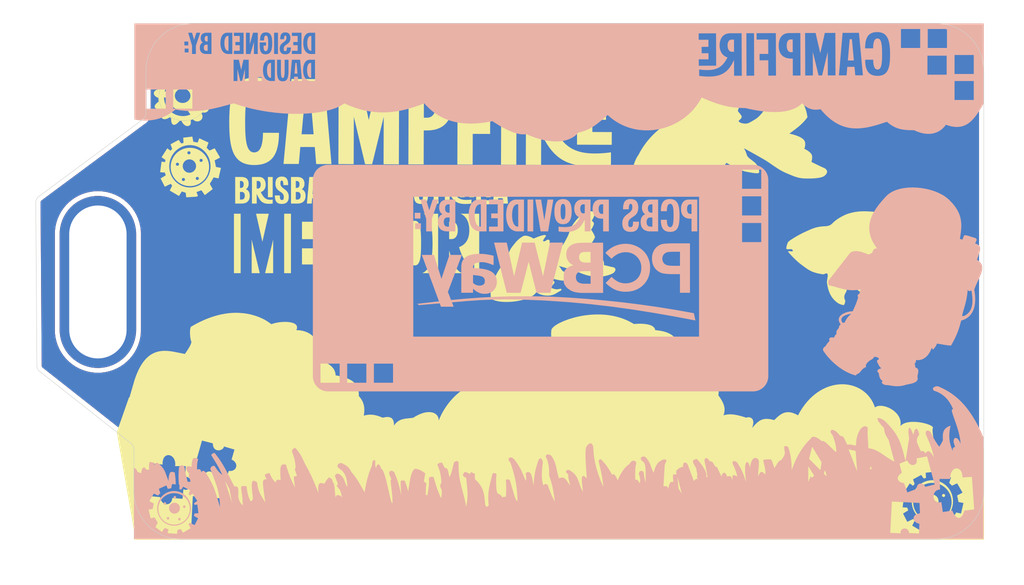
<source format=kicad_pcb>
(kicad_pcb (version 20241229) (generator "pcbnew") (generator_version "9.0")
  (layers (0 "F.Cu" signal) (2 "B.Cu" signal) (13 "F.Paste" user) (15 "B.Paste" user) (5 "F.SilkS" user "F.Silkscreen") (7 "B.SilkS" user "B.Silkscreen") (1 "F.Mask" user) (3 "B.Mask" user) (25 "Edge.Cuts" user))
  (net 0 "")
  (footprint "Taranium-libs:Lanyard hole" (layer "F.Cu") (at 169.375 65.175 90)
    (property "Reference" "REF**" (at -8.825 -6.175 90) (layer "F.SilkS") (effects (font (thickness 0.1))))
    (property "Value" "Lanyard hole")
    (pad "2" thru_hole roundrect (at -8.9 -8.6 90) (size 18 8) (drill oval 16 6) (layers "*.Cu" "F.Mask" "F.Paste") (roundrect_rratio 0.5))
  )
  (gr_poly (pts (xy 201.840699 65.20609) (xy 201.340638 65.20609) (xy 201.340638 63.090746) (xy 201.840699 63.090746)) (fill yes) (layer "F.SilkS"))
  (gr_poly (pts (xy 188.199552 67.771887) (xy 189.459231 67.771887) (xy 189.459231 73.155495) (xy 187.900387 73.155495) (xy 187.900387 66.932496) (xy 188.199552 66.932496)) (fill yes) (layer "F.SilkS"))
  (gr_poly (pts (xy 214.52292 52.953924) (xy 214.518236 54.287416) (xy 212.486238 54.280248) (xy 212.480998 55.76614) (xy 213.903398 55.771156) (xy 213.898714 57.104649) (xy 212.476318 57.099625) (xy 212.471791 58.382301) (xy 214.503789 58.389523) (xy 214.499109 59.722944) (xy 210.866908 59.710165) (xy 210.8908 52.941105)) (fill yes) (layer "F.SilkS"))
  (gr_poly (pts (xy 164.061254 86.203156) (xy 162.8 89.8) (xy 164.608941 100.125533) (xy 166 86.8)) (stroke (width 0.1)) (fill yes) (layer "F.SilkS"))
  (gr_poly (pts (xy 197.829771 67.772951) (xy 197.86784 67.776121) (xy 197.904488 67.781363) (xy 197.939727 67.788645) (xy 197.973569 67.797933) (xy 198.006025 67.809192) (xy 198.037107 67.822391) (xy 198.066826 67.837495) (xy 198.095196 67.854471) (xy 198.122226 67.873285) (xy 198.147929 67.893905) (xy 198.172317 67.916296) (xy 198.195402 67.940426) (xy 198.217194 67.96626) (xy 198.237706 67.993766) (xy 198.256949 68.02291) (xy 198.274935 68.053658) (xy 198.291676 68.085978) (xy 198.307184 68.119835) (xy 198.32147 68.155196) (xy 198.334545 68.192029) (xy 198.346422 68.230298) (xy 198.357113 68.269972) (xy 198.366629 68.311016) (xy 198.374981 68.353398) (xy 198.382181 68.397083) (xy 198.388242 68.442038) (xy 198.393175 68.48823) (xy 198.399702 68.584191) (xy 198.401857 68.684698) (xy 198.398987 68.783599) (xy 198.390447 68.878155) (xy 198.376345 68.968083) (xy 198.356787 69.053105) (xy 198.331881 69.132938) (xy 198.301733 69.207302) (xy 198.26645 69.275917) (xy 198.246917 69.307981) (xy 198.22614 69.338502) (xy 198.204133 69.367445) (xy 198.18091 69.394775) (xy 198.156483 69.420457) (xy 198.130865 69.444456) (xy 198.104072 69.466737) (xy 198.076114 69.487264) (xy 198.047007 69.506003) (xy 198.016764 69.522919) (xy 197.985397 69.537975) (xy 197.95292 69.551139) (xy 197.919347 69.562373) (xy 197.884691 69.571643) (xy 197.848965 69.578915) (xy 197.812183 69.584152) (xy 197.774358 69.58732) (xy 197.735503 69.588384) (xy 197.498173 69.588384) (xy 197.498173 67.771887) (xy 197.79027 67.771887)) (fill yes) (layer "F.SilkS"))
  (gr_poly (pts (xy 184.349547 73.155495) (xy 183.855755 73.155495) (xy 183.855755 72.244668) (xy 182.112284 72.244668) (xy 182.112284 70.555965) (xy 183.417606 70.555965) (xy 183.417606 69.59751) (xy 182.112284 69.59751) (xy 182.112284 67.771887) (xy 183.855755 67.771887) (xy 183.855755 66.932496) (xy 184.349547 66.932496)) (fill yes) (layer "F.SilkS"))
  (gr_poly (pts (xy 170.183111 51.723332) (xy 170.21365 51.729639) (xy 170.243464 51.739823) (xy 170.272407 51.754029) (xy 170.300327 51.7724) (xy 170.327077 51.795081) (xy 170.352507 51.822215) (xy 170.376468 51.853947) (xy 170.398812 51.890419) (xy 170.419389 51.931777) (xy 170.43805 51.978163) (xy 170.454647 52.029722) (xy 170.469031 52.086598) (xy 170.481052 52.148934) (xy 170.623927 52.220372) (xy 170.690449 52.182035) (xy 170.761151 52.14681) (xy 170.834724 52.116043) (xy 170.909862 52.091077) (xy 170.947608 52.08119) (xy 170.985255 52.073258) (xy 171.022638 52.067448) (xy 171.059596 52.063929) (xy 171.095963 52.062869) (xy 171.131576 52.064436) (xy 171.166272 52.068799) (xy 171.199888 52.076124) (xy 171.232259 52.08658) (xy 171.263223 52.100336) (xy 171.292616 52.117558) (xy 171.320274 52.138417) (xy 171.346035 52.163078) (xy 171.369733 52.191711) (xy 171.391206 52.224484) (xy 171.410291 52.261565) (xy 171.426824 52.303121) (xy 171.44064 52.349321) (xy 171.451578 52.400332) (xy 171.459473 52.456324) (xy 171.464162 52.517464) (xy 171.465481 52.58392) (xy 171.463267 52.65586) (xy 171.457357 52.733452) (xy 171.564513 52.84745) (xy 171.616772 52.848688) (xy 171.666404 52.852329) (xy 171.713435 52.858267) (xy 171.757889 52.866393) (xy 171.79979 52.8766) (xy 171.839164 52.888781) (xy 171.876035 52.902828) (xy 171.910428 52.918633) (xy 171.942367 52.936089) (xy 171.971878 52.955089) (xy 171.998985 52.975524) (xy 172.023712 52.997288) (xy 172.046085 53.020273) (xy 172.066128 53.044371) (xy 172.083866 53.069475) (xy 172.099323 53.095477) (xy 172.112524 53.12227) (xy 172.123495 53.149746) (xy 172.132259 53.177798) (xy 172.138841 53.206318) (xy 172.143267 53.235199) (xy 172.145561 53.264333) (xy 172.145747 53.293612) (xy 172.14385 53.322929) (xy 172.139895 53.352177) (xy 172.133907 53.381248) (xy 172.12591 53.410035) (xy 172.115929 53.438429) (xy 172.103989 53.466323) (xy 172.090115 53.493611) (xy 172.074331 53.520184) (xy 172.056661 53.545935) (xy 172.136037 53.835669) (xy 172.174056 53.824914) (xy 172.209971 53.817836) (xy 172.243772 53.814253) (xy 172.275447 53.81398) (xy 172.304985 53.816836) (xy 172.332377 53.822636) (xy 172.357609 53.831198) (xy 172.380673 53.842339) (xy 172.401557 53.855875) (xy 172.420249 53.871624) (xy 172.43674 53.889402) (xy 172.451018 53.909026) (xy 172.463072 53.930312) (xy 172.472891 53.953079) (xy 172.480465 53.977142) (xy 172.485783 54.002319) (xy 172.488833 54.028426) (xy 172.489605 54.05528) (xy 172.488088 54.082699) (xy 172.484271 54.110499) (xy 172.478143 54.138496) (xy 172.469694 54.166508) (xy 172.458911 54.194352) (xy 172.445785 54.221845) (xy 172.430305 54.248802) (xy 172.412459 54.275042) (xy 172.392237 54.300381) (xy 172.369627 54.324636) (xy 172.34462 54.347624) (xy 172.317203 54.369162) (xy 172.287367 54.389066) (xy 172.255099 54.407153) (xy 172.255099 54.708778) (xy 172.298533 54.721554) (xy 172.338117 54.735986) (xy 172.373958 54.751939) (xy 172.40616 54.769277) (xy 172.434827 54.787865) (xy 172.460064 54.807568) (xy 172.481975 54.828251) (xy 172.500666 54.849779) (xy 172.51624 54.872017) (xy 172.528804 54.894828) (xy 172.53846 54.918079) (xy 172.545314 54.941634) (xy 172.549471 54.965357) (xy 172.551035 54.989114) (xy 172.55011 55.012769) (xy 172.546802 55.036188) (xy 172.541216 55.059235) (xy 172.533454 55.081774) (xy 172.523624 55.103671) (xy 172.511828 55.124791) (xy 172.498172 55.144998) (xy 172.48276 55.164157) (xy 172.465697 55.182133) (xy 172.447088 55.19879) (xy 172.427036 55.213995) (xy 172.405648 55.22761) (xy 172.383027 55.239502) (xy 172.359279 55.249535) (xy 172.334507 55.257573) (xy 172.308817 55.263483) (xy 172.282313 55.267127) (xy 172.255099 55.268372) (xy 172.171755 55.498559) (xy 172.205308 55.519815) (xy 172.236002 55.543976) (xy 172.263818 55.570785) (xy 172.288733 55.599986) (xy 172.310726 55.63132) (xy 172.329777 55.664532) (xy 172.345865 55.699362) (xy 172.358968 55.735555) (xy 172.369066 55.772852) (xy 172.376137 55.810997) (xy 172.380159 55.849732) (xy 172.381113 55.888801) (xy 172.378977 55.927945) (xy 172.37373 55.966907) (xy 172.365351 56.005431) (xy 172.353819 56.043258) (xy 172.339112 56.080133) (xy 172.32121 56.115796) (xy 172.300092 56.149992) (xy 172.275736 56.182463) (xy 172.248121 56.212951) (xy 172.217227 56.241199) (xy 172.183031 56.266951) (xy 172.145515 56.289948) (xy 172.104655 56.309934) (xy 172.060431 56.326651) (xy 172.012822 56.339842) (xy 171.961807 56.34925) (xy 171.907364 56.354617) (xy 171.849474 56.355687) (xy 171.788114 56.352201) (xy 171.723263 56.343903) (xy 171.608169 56.458997) (xy 171.640683 56.508731) (xy 171.666942 56.558813) (xy 171.687179 56.609008) (xy 171.701629 56.659083) (xy 171.710523 56.708803) (xy 171.714096 56.757935) (xy 171.712581 56.806244) (xy 171.706211 56.853497) (xy 171.695219 56.89946) (xy 171.679838 56.943898) (xy 171.660302 56.986578) (xy 171.636844 57.027265) (xy 171.609698 57.065726) (xy 171.579095 57.101727) (xy 171.545271 57.135033) (xy 171.508458 57.16541) (xy 171.468889 57.192626) (xy 171.426798 57.216444) (xy 171.382418 57.236633) (xy 171.335982 57.252957) (xy 171.287723 57.265183) (xy 171.237875 57.273076) (xy 171.186671 57.276403) (xy 171.134344 57.274929) (xy 171.081128 57.268421) (xy 171.027255 57.256645) (xy 170.97296 57.239366) (xy 170.918474 57.216351) (xy 170.864033 57.187366) (xy 170.809868 57.152176) (xy 170.756213 57.110548) (xy 170.703302 57.062247) (xy 170.465177 57.157465) (xy 170.480478 57.224824) (xy 170.490104 57.28846) (xy 170.494331 57.348321) (xy 170.493439 57.404357) (xy 170.487703 57.456518) (xy 170.477403 57.504755) (xy 170.462815 57.549016) (xy 170.444217 57.589253) (xy 170.421887 57.625414) (xy 170.396102 57.657449) (xy 170.367139 57.685309) (xy 170.335278 57.708943) (xy 170.300794 57.728301) (xy 170.263966 57.743333) (xy 170.225072 57.753989) (xy 170.184388 57.760219) (xy 170.142192 57.761972) (xy 170.098763 57.759199) (xy 170.054378 57.751848) (xy 170.009313 57.739871) (xy 169.963848 57.723217) (xy 169.918259 57.701836) (xy 169.872824 57.675677) (xy 169.82782 57.644691) (xy 169.783526 57.608827) (xy 169.740219 57.568036) (xy 169.698177 57.522266) (xy 169.657676 57.471469) (xy 169.618995 57.415593) (xy 169.582411 57.354589) (xy 169.548202 57.288407) (xy 169.516646 57.216996) (xy 169.318208 57.216996) (xy 169.269454 57.276044) (xy 169.221458 57.330426) (xy 169.174282 57.380173) (xy 169.127987 57.425317) (xy 169.082633 57.465888) (xy 169.038283 57.501918) (xy 168.994996 57.533438) (xy 168.952834 57.560479) (xy 168.911858 57.583074) (xy 168.872129 57.601252) (xy 168.833708 57.615045) (xy 168.796656 57.624484) (xy 168.761034 57.629602) (xy 168.726904 57.630428) (xy 168.694326 57.626994) (xy 168.663361 57.619332) (xy 168.63407 57.607472) (xy 168.606514 57.591447) (xy 168.580756 57.571286) (xy 168.556854 57.547022) (xy 168.534871 57.518686) (xy 168.514868 57.486308) (xy 168.496905 57.449921) (xy 168.481043 57.409556) (xy 168.467345 57.365243) (xy 168.45587 57.317014) (xy 168.44668 57.2649) (xy 168.439836 57.208932) (xy 168.435398 57.149143) (xy 168.433429 57.085562) (xy 168.433988 57.018222) (xy 168.437138 56.947153) (xy 168.278388 56.836028) (xy 168.232444 56.870283) (xy 168.185565 56.901587) (xy 168.138002 56.929896) (xy 168.090004 56.955165) (xy 168.041824 56.977351) (xy 167.993711 56.996408) (xy 167.945916 57.012292) (xy 167.89869 57.02496) (xy 167.852284 57.034366) (xy 167.806949 57.040467) (xy 167.762934 57.043218) (xy 167.720492 57.042574) (xy 167.679872 57.038493) (xy 167.641325 57.030928) (xy 167.605103 57.019836) (xy 167.571455 57.005172) (xy 167.540632 56.986893) (xy 167.512885 56.964953) (xy 167.488466 56.939309) (xy 167.467624 56.909916) (xy 167.45061 56.87673) (xy 167.437675 56.839706) (xy 167.42907 56.7988) (xy 167.425045 56.753969) (xy 167.425851 56.705166) (xy 167.431739 56.652349) (xy 167.44296 56.595473) (xy 167.459764 56.534494) (xy 167.482401 56.469366) (xy 167.511124 56.400046) (xy 167.546182 56.32649) (xy 167.587826 56.248653) (xy 167.413201 55.974809) (xy 167.370425 55.985871) (xy 167.326407 55.994509) (xy 167.281489 56.000741) (xy 167.236009 56.004586) (xy 167.190308 56.006061) (xy 167.144726 56.005186) (xy 167.099603 56.001977) (xy 167.055279 55.996454) (xy 167.012094 55.988634) (xy 166.970389 55.978535) (xy 166.930504 55.966177) (xy 166.892778 55.951577) (xy 166.857551 55.934752) (xy 166.825165 55.915723) (xy 166.795959 55.894506) (xy 166.770272 55.87112) (xy 166.748446 55.845582) (xy 166.73082 55.817912) (xy 166.717734 55.788128) (xy 166.709529 55.756247) (xy 166.706544 55.722288) (xy 166.709121 55.686268) (xy 166.717597 55.648207) (xy 166.732315 55.608123) (xy 166.753614 55.566033) (xy 166.781834 55.521955) (xy 166.817316 55.475909) (xy 166.860398 55.427912) (xy 166.911422 55.377982) (xy 166.970728 55.326137) (xy 167.038655 55.272397) (xy 167.115544 55.216778) (xy 167.095701 54.811966) (xy 167.040988 54.793259) (xy 166.98926 54.772232) (xy 166.940591 54.749051) (xy 166.895061 54.723883) (xy 166.852745 54.696896) (xy 166.841917 54.68895) (xy 167.155232 54.68895) (xy 167.158645 54.818228) (xy 167.168776 54.94581) (xy 167.185459 55.071537) (xy 167.208529 55.195251) (xy 167.237822 55.316794) (xy 167.273173 55.43601) (xy 167.314417 55.552739) (xy 167.361388 55.666823) (xy 167.413924 55.778106) (xy 167.471857 55.88643) (xy 167.535024 55.991635) (xy 167.60326 56.093565) (xy 167.6764 56.192062) (xy 167.754279 56.286967) (xy 167.836733 56.378123) (xy 167.923596 56.465372) (xy 168.014703 56.548557) (xy 168.10989 56.627519) (xy 168.208992 56.7021) (xy 168.311845 56.772143) (xy 168.418282 56.837489) (xy 168.52814 56.897982) (xy 168.641254 56.953462) (xy 168.757459 57.003773) (xy 168.876589 57.048756) (xy 168.998481 57.088253) (xy 169.122969 57.122107) (xy 169.249888 57.15016) (xy 169.379074 57.172253) (xy 169.510362 57.18823) (xy 169.643586 57.197932) (xy 169.778583 57.2012) (xy 169.913102 57.197932) (xy 170.044933 57.18823) (xy 170.173972 57.172253) (xy 170.300117 57.15016) (xy 170.423262 57.122107) (xy 170.543304 57.088253) (xy 170.660139 57.048756) (xy 170.773664 57.003773) (xy 170.883775 56.953462) (xy 170.990367 56.897982) (xy 171.093338 56.837489) (xy 171.192583 56.772143) (xy 171.287999 56.7021) (xy 171.379481 56.627519) (xy 171.466927 56.548557) (xy 171.550231 56.465372) (xy 171.629291 56.378123) (xy 171.704003 56.286967) (xy 171.774262 56.192062) (xy 171.839965 56.093565) (xy 171.901009 55.991635) (xy 171.957288 55.88643) (xy 172.008701 55.778106) (xy 172.055142 55.666823) (xy 172.096509 55.552739) (xy 172.132696 55.43601) (xy 172.163601 55.316794) (xy 172.18912 55.195251) (xy 172.209148 55.071537) (xy 172.223583 54.94581) (xy 172.23232 54.818228) (xy 172.235255 54.68895) (xy 172.23232 54.559672) (xy 172.223583 54.43209) (xy 172.209148 54.306364) (xy 172.18912 54.182651) (xy 172.163601 54.061108) (xy 172.132696 53.941893) (xy 172.096509 53.825165) (xy 172.055142 53.711082) (xy 172.008701 53.5998) (xy 171.957288 53.491478) (xy 171.901009 53.386274) (xy 171.839965 53.284345) (xy 171.774262 53.18585) (xy 171.704003 53.090946) (xy 171.629291 52.999791) (xy 171.550231 52.912544) (xy 171.466927 52.829361) (xy 171.379481 52.7504) (xy 171.287999 52.675821) (xy 171.192583 52.605779) (xy 171.093338 52.540434) (xy 170.990367 52.479943) (xy 170.883775 52.424464) (xy 170.773664 52.374154) (xy 170.660139 52.329172) (xy 170.543304 52.289676) (xy 170.423262 52.255823) (xy 170.300117 52.227771) (xy 170.173972 52.205678) (xy 170.044933 52.189702) (xy 169.913102 52.18) (xy 169.778583 52.176731) (xy 169.643586 52.18) (xy 169.510362 52.189702) (xy 169.379074 52.205678) (xy 169.249888 52.227771) (xy 169.122969 52.255823) (xy 168.998481 52.289676) (xy 168.876589 52.329172) (xy 168.757459 52.374154) (xy 168.641254 52.424464) (xy 168.52814 52.479943) (xy 168.418282 52.540434) (xy 168.311845 52.605779) (xy 168.208992 52.675821) (xy 168.10989 52.7504) (xy 168.014703 52.829361) (xy 167.923596 52.912544) (xy 167.836733 52.999791) (xy 167.754279 53.090946) (xy 167.6764 53.18585) (xy 167.60326 53.284345) (xy 167.535024 53.386274) (xy 167.471857 53.491478) (xy 167.413924 53.5998) (xy 167.361388 53.711082) (xy 167.314417 53.825165) (xy 167.273173 53.941893) (xy 167.237822 54.061108) (xy 167.208529 54.182651) (xy 167.185459 54.306364) (xy 167.168776 54.43209) (xy 167.158645 54.559672) (xy 167.155232 54.68895) (xy 166.841917 54.68895) (xy 166.81372 54.668256) (xy 166.778064 54.638132) (xy 166.745854 54.606689) (xy 166.717166 54.574095) (xy 166.692079 54.540518) (xy 166.670668 54.506124) (xy 166.653011 54.47108) (xy 166.639184 54.435554) (xy 166.629266 54.399713) (xy 166.623333 54.363724) (xy 166.621462 54.327754) (xy 166.62373 54.29197) (xy 166.630213 54.25654) (xy 166.640991 54.22163) (xy 166.656138 54.187408) (xy 166.675733 54.15404) (xy 166.699851 54.121695) (xy 166.728572 54.090538) (xy 166.76197 54.060738) (xy 166.800124 54.032461) (xy 166.843111 54.005874) (xy 166.891007 53.981146) (xy 166.943889 53.958441) (xy 167.001835 53.937929) (xy 167.064922 53.919776) (xy 167.133226 53.904149) (xy 167.206826 53.891216) (xy 167.266357 53.712622) (xy 167.244942 53.688942) (xy 167.223974 53.662028) (xy 167.184148 53.599797) (xy 167.148413 53.52852) (xy 167.118304 53.450791) (xy 167.095356 53.369202) (xy 167.087047 53.327771) (xy 167.081104 53.286347) (xy 167.077719 53.245255) (xy 167.077083 53.204819) (xy 167.079389 53.165362) (xy 167.084827 53.127209) (xy 167.093591 53.090685) (xy 167.105871 53.056112) (xy 167.121861 53.023816) (xy 167.14175 52.99412) (xy 167.165733 52.967349) (xy 167.193999 52.943826) (xy 167.226742 52.923876) (xy 167.264152 52.907823) (xy 167.306423 52.89599) (xy 167.353745 52.888703) (xy 167.40631 52.886285) (xy 167.464311 52.88906) (xy 167.527939 52.897353) (xy 167.597386 52.911486) (xy 167.672844 52.931786) (xy 167.754505 52.958575) (xy 167.897388 52.84745) (xy 167.86284 52.768881) (xy 167.834894 52.695339) (xy 167.813247 52.626736) (xy 167.797596 52.562982) (xy 167.787636 52.503991) (xy 167.783064 52.449672) (xy 167.783576 52.399938) (xy 167.788868 52.354698) (xy 167.798636 52.313866) (xy 167.812577 52.277352) (xy 167.830388 52.245067) (xy 167.851763 52.216924) (xy 167.8764 52.192832) (xy 167.903994 52.172704) (xy 167.934243 52.156451) (xy 167.966841 52.143983) (xy 168.001486 52.135214) (xy 168.037874 52.130053) (xy 168.0757 52.128412) (xy 168.114662 52.130203) (xy 168.154454 52.135337) (xy 168.194775 52.143725) (xy 168.235319 52.155278) (xy 168.275783 52.169908) (xy 168.315864 52.187526) (xy 168.355257 52.208044) (xy 168.393659 52.231373) (xy 168.430766 52.257424) (xy 168.466274 52.286108) (xy 168.49988 52.317337) (xy 168.53128 52.351022) (xy 168.560169 52.387075) (xy 168.734794 52.323575) (xy 168.761349 52.212349) (xy 168.775564 52.161532) (xy 168.790404 52.113942) (xy 168.805865 52.069598) (xy 168.821947 52.028523) (xy 168.838648 51.990737) (xy 168.855966 51.956261) (xy 168.873901 51.925116) (xy 168.892451 51.897324) (xy 168.911614 51.872906) (xy 168.931389 51.851882) (xy 168.951775 51.834274) (xy 168.972769 51.820102) (xy 168.994371 51.809389) (xy 169.016579 51.802154) (xy 169.039392 51.798419) (xy 169.062808 51.798206) (xy 169.086826 51.801534) (xy 169.111443 51.808426) (xy 169.13666 51.818902) (xy 169.162474 51.832983) (xy 169.188884 51.850691) (xy 169.215888 51.872047) (xy 169.243485 51.897071) (xy 169.271674 51.925785) (xy 169.300452 51.958209) (xy 169.32982 51.994366) (xy 169.359774 52.034275) (xy 169.390314 52.077958) (xy 169.421439 52.125437) (xy 169.453146 52.176731) (xy 169.663489 52.148934) (xy 169.679475 52.1089) (xy 169.697568 52.070009) (xy 169.717618 52.032407) (xy 169.739477 51.996236) (xy 169.762996 51.961641) (xy 169.788025 51.928765) (xy 169.814417 51.897753) (xy 169.842021 51.868749) (xy 169.870689 51.841895) (xy 169.900273 51.817337) (xy 169.930622 51.795218) (xy 169.961588 51.775681) (xy 169.993022 51.758871) (xy 170.024775 51.744932) (xy 170.056698 51.734008) (xy 170.088642 51.726242) (xy 170.120458 51.721778) (xy 170.151997 51.72076)) (fill yes) (layer "F.SilkS"))
  (gr_poly (pts (xy 180.051678 63.048052) (xy 180.09746 63.050927) (xy 180.141077 63.055697) (xy 180.182574 63.062345) (xy 180.221994 63.070853) (xy 180.259385 63.081204) (xy 180.29479 63.093381) (xy 180.328255 63.107365) (xy 180.359824 63.12314) (xy 180.389544 63.140689) (xy 180.417458 63.159993) (xy 180.443612 63.181035) (xy 180.468051 63.203798) (xy 180.49082 63.228265) (xy 180.511965 63.254417) (xy 180.531529 63.282238) (xy 180.549559 63.31171) (xy 180.566099 63.342816) (xy 180.581194 63.375538) (xy 180.59489 63.409858) (xy 180.607231 63.44576) (xy 180.618262 63.483226) (xy 180.628029 63.522238) (xy 180.636577 63.562779) (xy 180.64395 63.604832) (xy 180.650194 63.648378) (xy 180.659475 63.739885) (xy 180.664779 63.837158) (xy 180.666466 63.940059) (xy 180.166405 63.940059) (xy 180.165755 63.882388) (xy 180.163809 63.828437) (xy 180.160571 63.778208) (xy 180.156049 63.731699) (xy 180.150248 63.688911) (xy 180.143174 63.649844) (xy 180.134832 63.614497) (xy 180.125229 63.582871) (xy 180.11437 63.554966) (xy 180.102261 63.530781) (xy 180.088908 63.510317) (xy 180.074317 63.493574) (xy 180.058493 63.480552) (xy 180.050121 63.475436) (xy 180.041443 63.47125) (xy 180.032459 63.467994) (xy 180.023171 63.465669) (xy 180.01358 63.464274) (xy 180.003685 63.463809) (xy 179.992788 63.464167) (xy 179.982415 63.465238) (xy 179.972553 63.46701) (xy 179.963191 63.469475) (xy 179.954318 63.472623) (xy 179.945921 63.476444) (xy 179.93799 63.48093) (xy 179.930511 63.486071) (xy 179.923475 63.491857) (xy 179.916869 63.498278) (xy 179.910681 63.505326) (xy 179.904901 63.512992) (xy 179.899515 63.521264) (xy 179.894514 63.530135) (xy 179.889884 63.539594) (xy 179.885615 63.549633) (xy 179.881695 63.560241) (xy 179.878112 63.571409) (xy 179.874854 63.583129) (xy 179.871911 63.595389) (xy 179.869269 63.608182) (xy 179.866919 63.621497) (xy 179.864847 63.635326) (xy 179.863043 63.649657) (xy 179.86019 63.679794) (xy 179.858268 63.711832) (xy 179.857183 63.745695) (xy 179.856842 63.781308) (xy 179.859347 63.833862) (xy 179.866647 63.883059) (xy 179.878425 63.92917) (xy 179.894359 63.972467) (xy 179.91413 64.01322) (xy 179.937418 64.051702) (xy 179.963904 64.088181) (xy 179.993268 64.122931) (xy 180.025189 64.156221) (xy 180.059349 64.188323) (xy 180.133104 64.250047) (xy 180.293405 64.371164) (xy 180.374834 64.434893) (xy 180.414749 64.4685) (xy 180.453705 64.503628) (xy 180.491382 64.540551) (xy 180.52746 64.579537) (xy 180.56162 64.62086) (xy 180.593542 64.664789) (xy 180.622905 64.711596) (xy 180.649391 64.761551) (xy 180.672679 64.814927) (xy 180.69245 64.871993) (xy 180.708384 64.933022) (xy 180.720162 64.998283) (xy 180.727463 65.068048) (xy 180.729967 65.142589) (xy 180.728262 65.219864) (xy 180.722836 65.295146) (xy 180.713224 65.36802) (xy 180.698961 65.438075) (xy 180.679583 65.504897) (xy 180.667829 65.536967) (xy 180.654623 65.568075) (xy 180.639905 65.598167) (xy 180.623617 65.627194) (xy 180.605701 65.655103) (xy 180.5861 65.681843) (xy 180.564754 65.707362) (xy 180.541606 65.731608) (xy 180.516598 65.754531) (xy 180.489671 65.776077) (xy 180.460768 65.796197) (xy 180.42983 65.814838) (xy 180.396799 65.831948) (xy 180.361617 65.847476) (xy 180.324226 65.861371) (xy 180.284567 65.87358) (xy 180.242583 65.884053) (xy 180.198216 65.892737) (xy 180.151407 65.899581) (xy 180.102098 65.904534) (xy 180.050231 65.907543) (xy 179.995747 65.908558) (xy 179.946885 65.907686) (xy 179.899996 65.90507) (xy 179.855051 65.900713) (xy 179.812023 65.894613) (xy 179.770884 65.886772) (xy 179.731607 65.87719) (xy 179.694164 65.865869) (xy 179.658528 65.852809) (xy 179.624671 65.838011) (xy 179.592565 65.821475) (xy 179.562183 65.803202) (xy 179.533497 65.783193) (xy 179.50648 65.761449) (xy 179.481103 65.73797) (xy 179.45734 65.712758) (xy 179.435162 65.685812) (xy 179.414543 65.657133) (xy 179.395453 65.626723) (xy 179.377867 65.594582) (xy 179.361756 65.560711) (xy 179.347092 65.52511) (xy 179.333849 65.48778) (xy 179.321997 65.448723) (xy 179.311511 65.407937) (xy 179.302362 65.365426) (xy 179.294522 65.321188) (xy 179.287964 65.275225) (xy 179.28266 65.227538) (xy 179.275705 65.126993) (xy 179.273436 65.019559) (xy 179.797311 65.019559) (xy 179.798721 65.132319) (xy 179.800816 65.182883) (xy 179.804132 65.229592) (xy 179.808889 65.272465) (xy 179.81531 65.311518) (xy 179.823613 65.346768) (xy 179.834022 65.378235) (xy 179.846755 65.405933) (xy 179.854063 65.418376) (xy 179.862035 65.429883) (xy 179.870699 65.440456) (xy 179.880083 65.450099) (xy 179.890213 65.458813) (xy 179.901118 65.466601) (xy 179.912826 65.473464) (xy 179.925363 65.479406) (xy 179.938758 65.484427) (xy 179.953037 65.48853) (xy 179.96823 65.491718) (xy 179.984363 65.493992) (xy 180.001464 65.495355) (xy 180.01956 65.495809) (xy 180.036518 65.495404) (xy 180.052439 65.4942) (xy 180.067356 65.492211) (xy 180.081301 65.489452) (xy 180.094307 65.485938) (xy 180.106407 65.481681) (xy 180.117633 65.476699) (xy 180.128019 65.471004) (xy 180.137597 65.464611) (xy 180.146399 65.457536) (xy 180.154458 65.449791) (xy 180.161808 65.441393) (xy 180.16848 65.432355) (xy 180.174508 65.422692) (xy 180.179924 65.412419) (xy 180.18476 65.40155) (xy 180.18905 65.3901) (xy 180.192827 65.378083) (xy 180.196122 65.365513) (xy 180.198969 65.352406) (xy 180.2014 65.338775) (xy 180.203448 65.324636) (xy 180.206527 65.29489) (xy 180.208465 65.263283) (xy 180.209527 65.229933) (xy 180.210061 65.158464) (xy 180.207557 65.10163) (xy 180.200256 65.049212) (xy 180.188478 65.00086) (xy 180.172544 64.956221) (xy 180.152773 64.914945) (xy 180.129485 64.876682) (xy 180.102999 64.84108) (xy 180.073636 64.807788) (xy 180.041714 64.776455) (xy 180.007554 64.746731) (xy 179.933799 64.690702) (xy 179.773499 64.582499) (xy 179.692069 64.524709) (xy 179.652154 64.493664) (xy 179.613198 64.460716) (xy 179.575521 64.425516) (xy 179.539443 64.387712) (xy 179.505283 64.346953) (xy 179.473362 64.302888) (xy 179.443998 64.255167) (xy 179.417512 64.203438) (xy 179.394224 64.14735) (xy 179.374453 64.086553) (xy 179.358519 64.020695) (xy 179.346741 63.949425) (xy 179.33944 63.872392) (xy 179.336936 63.789246) (xy 179.339104 63.709622) (xy 179.345726 63.633154) (xy 179.356975 63.560117) (xy 179.373026 63.490783) (xy 179.382907 63.457591) (xy 179.394054 63.425426) (xy 179.406489 63.394324) (xy 179.420233 63.364318) (xy 179.435308 63.335444) (xy 179.451737 63.307734) (xy 179.46954 63.281223) (xy 179.48874 63.255945) (xy 179.509359 63.231935) (xy 179.531418 63.209226) (xy 179.554939 63.187853) (xy 179.579944 63.16785) (xy 179.606454 63.149251) (xy 179.634493 63.132089) (xy 179.66408 63.116401) (xy 179.695239 63.102218) (xy 179.72799 63.089576) (xy 179.762357 63.078509) (xy 179.79836 63.069051) (xy 179.836021 63.061236) (xy 179.875362 63.055098) (xy 179.916406 63.050672) (xy 179.959173 63.047991) (xy 180.003685 63.04709)) (fill yes) (layer "F.SilkS"))
  (gr_poly (pts (xy 191.929621 65.868871) (xy 191.429558 65.868871) (xy 191.381932 65.313245) (xy 190.909652 65.313245) (xy 190.862026 65.868871) (xy 190.361963 65.868871) (xy 190.449475 64.896526) (xy 190.949338 64.896526) (xy 191.342246 64.896526) (xy 191.219214 63.507465) (xy 191.07237 63.507465) (xy 190.949338 64.896526) (xy 190.449475 64.896526) (xy 190.611996 63.090746) (xy 191.679588 63.090746)) (fill yes) (layer "F.SilkS"))
  (gr_poly (pts (xy 177.402236 52.68694) (xy 177.569446 52.698498) (xy 177.729226 52.717258) (xy 177.881707 52.74315) (xy 178.027019 52.776105) (xy 178.165293 52.816053) (xy 178.296659 52.862926) (xy 178.421247 52.916653) (xy 178.539189 52.977166) (xy 178.650614 53.044395) (xy 178.755653 53.11827) (xy 178.854437 53.198724) (xy 178.947096 53.285685) (xy 179.03376 53.379086) (xy 179.11456 53.478856) (xy 179.189626 53.584927) (xy 179.259089 53.697229) (xy 179.32308 53.815692) (xy 179.381728 53.940248) (xy 179.435165 54.070828) (xy 179.48352 54.207361) (xy 179.526925 54.349778) (xy 179.565509 54.498011) (xy 179.599404 54.651989) (xy 179.628739 54.811645) (xy 179.653645 54.976907) (xy 179.690692 55.323977) (xy 179.71159 55.692644) (xy 179.717381 56.082354) (xy 178.040981 56.076441) (xy 178.038554 55.831478) (xy 178.029413 55.601486) (xy 178.013446 55.386576) (xy 177.990541 55.18686) (xy 177.960586 55.002448) (xy 177.923469 54.833451) (xy 177.879079 54.679982) (xy 177.827304 54.542151) (xy 177.768031 54.420069) (xy 177.701149 54.313848) (xy 177.626546 54.223599) (xy 177.586314 54.184499) (xy 177.544111 54.149433) (xy 177.499921 54.118416) (xy 177.45373 54.091462) (xy 177.405526 54.068584) (xy 177.355294 54.049796) (xy 177.303019 54.035112) (xy 177.248689 54.024547) (xy 177.192288 54.018114) (xy 177.133803 54.015826) (xy 177.060671 54.019055) (xy 176.991219 54.029232) (xy 176.925356 54.046296) (xy 176.862991 54.070185) (xy 176.804034 54.100839) (xy 176.748395 54.138198) (xy 176.695983 54.182201) (xy 176.646708 54.232787) (xy 176.600479 54.289894) (xy 176.557205 54.353463) (xy 176.516797 54.423432) (xy 176.479164 54.499742) (xy 176.444215 54.58233) (xy 176.41186 54.671136) (xy 176.382008 54.7661) (xy 176.354569 54.86716) (xy 176.329453 54.974256) (xy 176.306568 55.087327) (xy 176.285825 55.206313) (xy 176.267133 55.331152) (xy 176.250402 55.461783) (xy 176.23554 55.598147) (xy 176.211065 55.887827) (xy 176.192985 56.199705) (xy 176.180575 56.533296) (xy 176.173113 56.888113) (xy 176.169873 57.263669) (xy 176.17542 57.994094) (xy 176.185475 58.327759) (xy 176.201355 58.639753) (xy 176.223786 58.929594) (xy 176.253496 59.196801) (xy 176.291213 59.440893) (xy 176.337663 59.661389) (xy 176.393573 59.857809) (xy 176.459672 60.029671) (xy 176.536687 60.176494) (xy 176.625343 60.297798) (xy 176.674265 60.34873) (xy 176.72637 60.393102) (xy 176.78175 60.430854) (xy 176.840495 60.461925) (xy 176.902695 60.486255) (xy 176.968443 60.503785) (xy 177.037829 60.514454) (xy 177.110944 60.518203) (xy 177.169436 60.51629) (xy 177.225874 60.510149) (xy 177.280272 60.499801) (xy 177.332644 60.485268) (xy 177.383004 60.466569) (xy 177.431365 60.443726) (xy 177.477741 60.41676) (xy 177.522146 60.385692) (xy 177.564594 60.350543) (xy 177.605099 60.311334) (xy 177.643674 60.268086) (xy 177.680334 60.22082) (xy 177.715092 60.169557) (xy 177.747962 60.114318) (xy 177.778959 60.055124) (xy 177.808094 59.991996) (xy 177.835384 59.924954) (xy 177.860841 59.854021) (xy 177.884479 59.779217) (xy 177.906312 59.700563) (xy 177.926354 59.61808) (xy 177.944619 59.531789) (xy 177.961121 59.44171) (xy 177.975873 59.347866) (xy 177.98889 59.250277) (xy 178.000184 59.148964) (xy 178.009771 59.043948) (xy 178.017663 58.935249) (xy 178.023875 58.82289) (xy 178.02842 58.706891) (xy 178.032567 58.464057) (xy 179.708966 58.46993) (xy 179.699523 58.869911) (xy 179.673553 59.24578) (xy 179.630221 59.59729) (xy 179.568688 59.924198) (xy 179.48812 60.226259) (xy 179.440436 60.367895) (xy 179.387679 60.503227) (xy 179.329745 60.632226) (xy 179.266529 60.754859) (xy 179.197927 60.871097) (xy 179.123834 60.980909) (xy 179.044145 61.084265) (xy 178.958757 61.181133) (xy 178.867564 61.271484) (xy 178.770461 61.355286) (xy 178.667345 61.432509) (xy 178.558111 61.503123) (xy 178.442654 61.567096) (xy 178.320869 61.624399) (xy 178.192653 61.675) (xy 178.0579 61.71887) (xy 177.916506 61.755977) (xy 177.768366 61.786291) (xy 177.613377 61.809781) (xy 177.451432 61.826417) (xy 177.282428 61.836167) (xy 177.106261 61.839003) (xy 176.902116 61.833164) (xy 176.708602 61.817221) (xy 176.525448 61.791296) (xy 176.352384 61.755515) (xy 176.18914 61.710002) (xy 176.035446 61.654882) (xy 175.891032 61.590279) (xy 175.755627 61.516318) (xy 175.628961 61.433125) (xy 175.510763 61.340822) (xy 175.400765 61.239535) (xy 175.298695 61.129388) (xy 175.204283 61.010506) (xy 175.11726 60.883014) (xy 175.037354 60.747036) (xy 174.964296 60.602697) (xy 174.897816 60.450121) (xy 174.837643 60.289433) (xy 174.783507 60.120757) (xy 174.735138 59.944219) (xy 174.692265 59.759942) (xy 174.65462 59.568051) (xy 174.62193 59.368671) (xy 174.593927 59.161926) (xy 174.550897 58.726842) (xy 174.52337 58.263794) (xy 174.509182 57.773779) (xy 174.506174 57.257795) (xy 174.513687 56.741704) (xy 174.533777 56.251405) (xy 174.568393 55.787947) (xy 174.619484 55.352379) (xy 174.689002 54.945749) (xy 174.778895 54.569106) (xy 174.891114 54.223498) (xy 175.027608 53.909975) (xy 175.105568 53.765572) (xy 175.190328 53.629584) (xy 175.282132 53.502141) (xy 175.381223 53.383374) (xy 175.487845 53.273416) (xy 175.602243 53.172395) (xy 175.724659 53.080444) (xy 175.855338 52.997694) (xy 175.994523 52.924276) (xy 176.142458 52.860321) (xy 176.299386 52.80596) (xy 176.465552 52.761324) (xy 176.6412 52.726544) (xy 176.826572 52.701751) (xy 177.021913 52.687077) (xy 177.227466 52.682652)) (fill yes) (layer "F.SilkS"))
  (gr_poly (pts (xy 202.413866 52.911204) (xy 202.409183 54.244696) (xy 199.983482 54.236139) (xy 199.972847 57.246047) (xy 201.788946 57.252398) (xy 201.784266 58.585897) (xy 199.968167 58.579548) (xy 199.956814 61.792567) (xy 198.356612 61.786932) (xy 198.387967 52.897004)) (fill yes) (layer "F.SilkS"))
  (gr_poly (pts (xy 180.96214 73.155495) (xy 180.248558 73.155495) (xy 180.248558 66.932496) (xy 180.96214 66.932496)) (fill yes) (layer "F.SilkS"))
  (gr_poly (pts (xy 189.261271 65.039402) (xy 188.626272 65.039402) (xy 188.626272 64.642526) (xy 189.261271 64.642526)) (fill yes) (layer "F.SilkS"))
  (gr_poly (pts (xy 241.075779 66.681123) (xy 241.320125 66.690501) (xy 241.771328 66.717706) (xy 241.845175 66.722957) (xy 241.912841 66.729018) (xy 241.974576 66.735863) (xy 242.030625 66.743464) (xy 242.081236 66.751795) (xy 242.126656 66.760829) (xy 242.167133 66.770538) (xy 242.202912 66.780896) (xy 242.234243 66.791876) (xy 242.261371 66.803452) (xy 242.284543 66.815596) (xy 242.304008 66.828281) (xy 242.320012 66.84148) (xy 242.332801 66.855168) (xy 242.342625 66.869316) (xy 242.349728 66.883898) (xy 242.35436 66.898886) (xy 242.356766 66.914255) (xy 242.357194 66.929977) (xy 242.355891 66.946025) (xy 242.353104 66.962373) (xy 242.349081 66.978993) (xy 242.338313 67.012944) (xy 242.31281 67.082932) (xy 242.30203 67.118539) (xy 242.297998 67.136402) (xy 242.295201 67.154268) (xy 242.293927 67.160359) (xy 242.291549 67.166719) (xy 242.28813 67.173338) (xy 242.283733 67.180205) (xy 242.272259 67.194644) (xy 242.257635 67.209955) (xy 242.24037 67.226057) (xy 242.220971 67.242868) (xy 242.177803 67.278292) (xy 242.132195 67.315577) (xy 242.109745 67.334713) (xy 242.088209 67.354071) (xy 242.068094 67.373567) (xy 242.049908 67.393122) (xy 242.034159 67.412654) (xy 242.027357 67.422386) (xy 242.021355 67.432081) (xy 242.019635 67.436911) (xy 242.019561 67.442438) (xy 242.021066 67.448619) (xy 242.024081 67.455406) (xy 242.034365 67.470617) (xy 242.049862 67.487706) (xy 242.070021 67.506307) (xy 242.094292 67.526052) (xy 242.122125 67.546577) (xy 242.152969 67.567515) (xy 242.186273 67.588499) (xy 242.221487 67.609163) (xy 242.25806 67.629142) (xy 242.295441 67.648068) (xy 242.333081 67.665575) (xy 242.370428 67.681298) (xy 242.406933 67.69487) (xy 242.442044 67.705925) (xy 242.571518 67.74333) (xy 242.697451 67.782518) (xy 242.75847 67.80318) (xy 242.817859 67.824767) (xy 242.87537 67.847438) (xy 242.930755 67.871353) (xy 242.983767 67.896671) (xy 243.034156 67.923553) (xy 243.081676 67.952158) (xy 243.126078 67.982645) (xy 243.147032 67.998645) (xy 243.167113 68.015175) (xy 243.186291 68.032255) (xy 243.204534 68.049906) (xy 243.221812 68.068147) (xy 243.238093 68.086999) (xy 243.253347 68.106481) (xy 243.267542 68.126613) (xy 243.293063 68.166876) (xy 243.316049 68.207243) (xy 243.336608 68.247631) (xy 243.354853 68.28796) (xy 243.370893 68.328145) (xy 243.384839 68.368107) (xy 243.396801 68.407761) (xy 243.406891 68.447027) (xy 243.415219 68.485822) (xy 243.421895 68.524064) (xy 243.427029 68.561671) (xy 243.430734 68.59856) (xy 243.433118 68.634651) (xy 243.434293 68.669859) (xy 243.433457 68.737304) (xy 243.429111 68.800237) (xy 243.422139 68.858002) (xy 243.413426 68.909941) (xy 243.403856 68.955399) (xy 243.394314 68.993717) (xy 243.385685 69.024239) (xy 243.374703 69.059268) (xy 243.373876 69.066078) (xy 243.374955 69.074625) (xy 243.382293 69.096638) (xy 243.395644 69.124719) (xy 243.413934 69.158276) (xy 243.461045 69.239467) (xy 243.515044 69.335494) (xy 243.541945 69.387597) (xy 243.56735 69.441641) (xy 243.590187 69.497036) (xy 243.609383 69.553192) (xy 243.623865 69.609521) (xy 243.629003 69.637565) (xy 243.632561 69.665432) (xy 243.634404 69.693046) (xy 243.634398 69.720336) (xy 243.632409 69.747226) (xy 243.628304 69.773643) (xy 243.621898 69.802778) (xy 243.614621 69.829975) (xy 243.606522 69.855339) (xy 243.59765 69.878975) (xy 243.588055 69.900986) (xy 243.577785 69.921477) (xy 243.56689 69.940551) (xy 243.55542 69.958313) (xy 243.543424 69.974867) (xy 243.530951 69.990318) (xy 243.518051 70.004769) (xy 243.504773 70.018324) (xy 243.491165 70.031088) (xy 243.477279 70.043165) (xy 243.448865 70.065674) (xy 243.390855 70.107031) (xy 243.362048 70.127544) (xy 243.333901 70.149059) (xy 243.306806 70.172409) (xy 243.293777 70.185033) (xy 243.28116 70.198427) (xy 243.269003 70.212697) (xy 243.257357 70.227946) (xy 243.24627 70.24428) (xy 243.235791 70.2618) (xy 243.223781 70.284265) (xy 243.212984 70.306505) (xy 243.203305 70.328522) (xy 243.194647 70.350318) (xy 243.180006 70.393251) (xy 243.168288 70.435317) (xy 243.158717 70.476528) (xy 243.15052 70.516897) (xy 243.135154 70.595156) (xy 243.126436 70.633071) (xy 243.115996 70.670193) (xy 243.10306 70.706533) (xy 243.095415 70.724415) (xy 243.086855 70.742106) (xy 243.077284 70.759608) (xy 243.066606 70.776922) (xy 243.054723 70.79405) (xy 243.041539 70.810994) (xy 243.026957 70.827755) (xy 243.01088 70.844335) (xy 242.993212 70.860735) (xy 242.973855 70.876956) (xy 242.934649 70.906658) (xy 242.89638 70.932472) (xy 242.85882 70.95461) (xy 242.82174 70.973283) (xy 242.784911 70.988703) (xy 242.748104 71.00108) (xy 242.71109 71.010625) (xy 242.673641 71.01755) (xy 242.635528 71.022066) (xy 242.596522 71.024384) (xy 242.556394 71.024715) (xy 242.514916 71.02327) (xy 242.471858 71.02026) (xy 242.426992 71.015898) (xy 242.330921 71.003956) (xy 242.315116 71.001365) (xy 242.298986 70.997886) (xy 242.282576 70.9936) (xy 242.265933 70.988586) (xy 242.232129 70.976694) (xy 242.197937 70.962849) (xy 242.163724 70.94769) (xy 242.129855 70.931856) (xy 242.064607 70.900719) (xy 242.033959 70.886694) (xy 242.005115 70.874549) (xy 241.97844 70.864924) (xy 241.966031 70.861256) (xy 241.954301 70.858458) (xy 241.943295 70.856609) (xy 241.93306 70.855789) (xy 241.923642 70.856078) (xy 241.915085 70.857556) (xy 241.907436 70.860303) (xy 241.900741 70.864399) (xy 241.895044 70.869923) (xy 241.890391 70.876956) (xy 241.885139 70.887799) (xy 241.880807 70.898539) (xy 241.877365 70.90918) (xy 241.87478 70.919724) (xy 241.87302 70.930175) (xy 241.872053 70.940534) (xy 241.871849 70.950804) (xy 241.872375 70.960989) (xy 241.873598 70.971089) (xy 241.875489 70.98111) (xy 241.878014 70.991052) (xy 241.881142 71.000919) (xy 241.884841 71.010713) (xy 241.889079 71.020437) (xy 241.893825 71.030093) (xy 241.899046 71.039685) (xy 241.91079 71.058685) (xy 241.924055 71.077458) (xy 241.938587 71.096025) (xy 241.954132 71.114407) (xy 241.970435 71.132627) (xy 241.987243 71.150704) (xy 242.021355 71.186518) (xy 242.042345 71.20121) (xy 242.074854 71.214059) (xy 242.117842 71.225103) (xy 242.170266 71.234381) (xy 242.231087 71.241934) (xy 242.299262 71.247799) (xy 242.453511 71.254623) (xy 242.624681 71.255166) (xy 242.804443 71.249741) (xy 242.984466 71.238661) (xy 243.156419 71.222238) (xy 243.25011 71.209414) (xy 243.343246 71.192744) (xy 243.435762 71.172497) (xy 243.527593 71.148941) (xy 243.618674 71.122344) (xy 243.708941 71.092974) (xy 243.886773 71.026986) (xy 244.06057 70.953122) (xy 244.229814 70.873526) (xy 244.393988 70.790342) (xy 244.552573 70.705714) (xy 244.850906 70.540704) (xy 245.120668 70.395649) (xy 245.24354 70.335965) (xy 245.357716 70.287703) (xy 245.462677 70.253006) (xy 245.51154 70.241414) (xy 245.557906 70.234018) (xy 245.587676 70.231287) (xy 245.616093 70.229994) (xy 245.643346 70.22991) (xy 245.669628 70.230804) (xy 245.695129 70.232445) (xy 245.720039 70.234605) (xy 245.768849 70.239555) (xy 245.817584 70.243813) (xy 245.8424 70.245107) (xy 245.86777 70.245538) (xy 245.893883 70.244874) (xy 245.920931 70.242886) (xy 245.949105 70.239344) (xy 245.978594 70.234018) (xy 245.99899 70.229413) (xy 246.018683 70.224297) (xy 246.056148 70.212662) (xy 246.091362 70.199376) (xy 246.124697 70.184701) (xy 246.156525 70.168901) (xy 246.187218 70.152236) (xy 246.246688 70.117368) (xy 246.306083 70.082199) (xy 246.336682 70.065157) (xy 246.368379 70.048829) (xy 246.401546 70.033475) (xy 246.436554 70.01936) (xy 246.473776 70.006745) (xy 246.493334 70.001082) (xy 246.513584 69.995893) (xy 246.550369 69.987526) (xy 246.585029 69.98048) (xy 246.617878 69.974647) (xy 246.649228 69.969919) (xy 246.679392 69.966189) (xy 246.708682 69.963349) (xy 246.737413 69.961291) (xy 246.765895 69.959907) (xy 246.823369 69.958731) (xy 246.883606 69.958958) (xy 247.022376 69.960174) (xy 247.073771 69.958587) (xy 247.123601 69.954217) (xy 247.172049 69.947647) (xy 247.2193 69.939464) (xy 247.400003 69.902301) (xy 247.444021 69.894828) (xy 247.487945 69.889253) (xy 247.531956 69.886161) (xy 247.57624 69.886137) (xy 247.598542 69.887459) (xy 247.62098 69.889767) (xy 247.643578 69.893134) (xy 247.666359 69.897634) (xy 247.689346 69.90334) (xy 247.712562 69.910326) (xy 247.736029 69.918663) (xy 247.759771 69.928426) (xy 247.788794 69.941589) (xy 247.816373 69.955071) (xy 247.84257 69.968973) (xy 247.867449 69.983396) (xy 247.891072 69.998443) (xy 247.913502 70.014213) (xy 247.934801 70.030809) (xy 247.955034 70.048331) (xy 247.974261 70.066881) (xy 247.992547 70.08656) (xy 248.009954 70.10747) (xy 248.026544 70.129711) (xy 248.042381 70.153385) (xy 248.057527 70.178593) (xy 248.072046 70.205437) (xy 248.085999 70.234018) (xy 248.090858 70.248763) (xy 248.09203 70.263523) (xy 248.089717 70.27833) (xy 248.084126 70.293217) (xy 248.075461 70.308219) (xy 248.063926 70.323366) (xy 248.049726 70.338694) (xy 248.033066 70.354234) (xy 247.993184 70.386085) (xy 247.945916 70.419184) (xy 247.835771 70.490182) (xy 247.776168 70.528609) (xy 247.715728 70.569342) (xy 247.656089 70.612645) (xy 247.598886 70.658781) (xy 247.545757 70.708016) (xy 247.521232 70.733878) (xy 247.498339 70.760614) (xy 247.477284 70.788257) (xy 247.45827 70.816839) (xy 247.441502 70.846395) (xy 247.427185 70.876956) (xy 247.415033 70.908129) (xy 247.404414 70.939949) (xy 247.395246 70.972333) (xy 247.387445 71.005201) (xy 247.380926 71.038469) (xy 247.375606 71.072058) (xy 247.368225 71.139867) (xy 247.364629 71.207973) (xy 247.364148 71.275723) (xy 247.366108 71.342463) (xy 247.369838 71.407539) (xy 247.389014 71.638123) (xy 247.391512 71.685069) (xy 247.391747 71.726428) (xy 247.389048 71.761546) (xy 247.386388 71.77656) (xy 247.382742 71.789768) (xy 247.377328 71.802114) (xy 247.36938 71.814584) (xy 247.359064 71.827166) (xy 247.346543 71.839843) (xy 247.331983 71.852601) (xy 247.315546 71.865427) (xy 247.277705 71.89122) (xy 247.234333 71.917106) (xy 247.186747 71.942969) (xy 247.08419 71.994159) (xy 246.980555 72.043862) (xy 246.886361 72.091146) (xy 246.846092 72.11359) (xy 246.812129 72.135081) (xy 246.785786 72.155503) (xy 246.775884 72.165276) (xy 246.768379 72.174738) (xy 246.757424 72.19204) (xy 246.748006 72.209315) (xy 246.740027 72.226568) (xy 246.733387 72.243802) (xy 246.727988 72.261021) (xy 246.723729 72.278229) (xy 246.720511 72.29543) (xy 246.718236 72.312627) (xy 246.716115 72.347028) (xy 246.716572 72.38146) (xy 246.718813 72.415956) (xy 246.722043 72.450546) (xy 246.728295 72.520131) (xy 246.729728 72.555186) (xy 246.728975 72.590459) (xy 246.72753 72.608186) (xy 246.72524 72.625979) (xy 246.722007 72.643841) (xy 246.71773 72.661777) (xy 246.712312 72.67979) (xy 246.705651 72.697884) (xy 246.69765 72.716063) (xy 246.688208 72.73433) (xy 246.675315 72.757221) (xy 246.663047 72.777873) (xy 246.651287 72.796586) (xy 246.639914 72.813662) (xy 246.628811 72.829401) (xy 246.617859 72.844103) (xy 246.60694 72.858069) (xy 246.595934 72.8716) (xy 246.548681 72.92738) (xy 246.521455 72.960472) (xy 246.506527 72.97937) (xy 246.490564 73.000238) (xy 246.479975 73.014921) (xy 246.470474 73.029713) (xy 246.461981 73.044596) (xy 246.454413 73.059551) (xy 246.447687 73.074559) (xy 246.441721 73.089603) (xy 246.436433 73.104664) (xy 246.43174 73.119724) (xy 246.42381 73.149764) (xy 246.417271 73.179578) (xy 246.405732 73.237936) (xy 246.399414 73.266185) (xy 246.39185 73.293619) (xy 246.387395 73.306983) (xy 246.382382 73.320088) (xy 246.376727 73.332916) (xy 246.37035 73.345448) (xy 246.363166 73.357664) (xy 246.355094 73.369549) (xy 246.346052 73.381081) (xy 246.335957 73.392244) (xy 246.324727 73.403019) (xy 246.312278 73.413387) (xy 246.29853 73.42333) (xy 246.283399 73.43283) (xy 246.275419 73.436725) (xy 246.26639 73.439742) (xy 246.245363 73.443376) (xy 246.220674 73.444202) (xy 246.192677 73.442689) (xy 246.161727 73.439308) (xy 246.128178 73.434526) (xy 246.054702 73.422641) (xy 245.975087 73.41079) (xy 245.933864 73.40605) (xy 245.892169 73.402727) (xy 245.850359 73.40129) (xy 245.808787 73.402208) (xy 245.767808 73.40595) (xy 245.727776 73.412987) (xy 245.712049 73.416815) (xy 245.697128 73.421045) (xy 245.682959 73.425647) (xy 245.669487 73.430593) (xy 245.65666 73.435851) (xy 245.644422 73.441393) (xy 245.632718 73.447189) (xy 245.621496 73.453209) (xy 245.600278 73.465802) (xy 245.580333 73.478934) (xy 245.542528 73.505866) (xy 245.523801 73.51919) (xy 245.504612 73.532102) (xy 245.484528 73.544364) (xy 245.474015 73.550178) (xy 245.463116 73.55574) (xy 245.451775 73.56102) (xy 245.43994 73.56599) (xy 245.427556 73.570619) (xy 245.414568 73.574877) (xy 245.400923 73.578736) (xy 245.386566 73.582164) (xy 245.371444 73.585133) (xy 245.355501 73.587613) (xy 245.321851 73.591188) (xy 245.286959 73.593147) (xy 245.251236 73.593734) (xy 245.215096 73.593193) (xy 245.178951 73.591769) (xy 245.143213 73.589705) (xy 245.074614 73.584636) (xy 245.0126 73.579938) (xy 244.985095 73.57834) (xy 244.960474 73.577567) (xy 244.939151 73.577863) (xy 244.921537 73.579474) (xy 244.914251 73.580848) (xy 244.908047 73.582642) (xy 244.902977 73.584887) (xy 244.899092 73.587613) (xy 244.893345 73.593633) (xy 244.888865 73.600363) (xy 244.885601 73.607769) (xy 244.883499 73.61582) (xy 244.882505 73.624483) (xy 244.882568 73.633726) (xy 244.883635 73.643518) (xy 244.885652 73.653826) (xy 244.888566 73.664618) (xy 244.892325 73.675861) (xy 244.902166 73.699576) (xy 244.91475 73.724714) (xy 244.929655 73.751017) (xy 244.946458 73.778229) (xy 244.964735 73.806092) (xy 245.004018 73.862748) (xy 245.081656 73.972581) (xy 245.09508 73.991659) (xy 245.108836 74.00957) (xy 245.122889 74.026397) (xy 245.137204 74.042225) (xy 245.151746 74.057138) (xy 245.166479 74.07122) (xy 245.181369 74.084554) (xy 245.19638 74.097226) (xy 245.226624 74.120916) (xy 245.256932 74.142964) (xy 245.316609 74.18482) (xy 245.345417 74.205974) (xy 245.373161 74.228176) (xy 245.386547 74.23988) (xy 245.399562 74.252098) (xy 245.41217 74.264914) (xy 245.424336 74.278412) (xy 245.436026 74.292677) (xy 245.447204 74.307792) (xy 245.457835 74.323842) (xy 245.467884 74.34091) (xy 245.477315 74.359081) (xy 245.486094 74.378439) (xy 245.494185 74.399067) (xy 245.501553 74.42105) (xy 245.50968 74.447512) (xy 245.517049 74.473153) (xy 245.52359 74.498081) (xy 245.529234 74.522401) (xy 245.53391 74.546223) (xy 245.537549 74.569653) (xy 245.540081 74.592799) (xy 245.541436 74.615767) (xy 245.541545 74.638666) (xy 245.540339 74.661602) (xy 245.537746 74.684684) (xy 245.533697 74.708017) (xy 245.528124 74.73171) (xy 245.520955 74.75587) (xy 245.512121 74.780603) (xy 245.501553 74.806019) (xy 245.495447 74.818655) (xy 245.488326 74.831278) (xy 245.47127 74.856576) (xy 245.450832 74.882097) (xy 245.427461 74.908025) (xy 245.401607 74.934546) (xy 245.373719 74.961841) (xy 245.313632 75.019497) (xy 245.282332 75.050226) (xy 245.250792 75.082466) (xy 245.219461 75.116404) (xy 245.188789 75.152222) (xy 245.159223 75.190105) (xy 245.131213 75.230238) (xy 245.117932 75.251205) (xy 245.105208 75.272804) (xy 245.093097 75.295057) (xy 245.081656 75.317987) (xy 245.07358 75.335613) (xy 245.066012 75.353729) (xy 245.052352 75.391184) (xy 245.040575 75.429866) (xy 245.030582 75.469285) (xy 245.022273 75.508952) (xy 245.015548 75.54838) (xy 245.010306 75.58708) (xy 245.006448 75.624563) (xy 245.003874 75.660341) (xy 245.002483 75.693926) (xy 245.002177 75.724829) (xy 245.002854 75.752561) (xy 245.004415 75.776635) (xy 245.00676 75.796561) (xy 245.009789 75.811852) (xy 245.013401 75.822018) (xy 245.021832 75.837013) (xy 245.030735 75.850581) (xy 245.040089 75.862812) (xy 245.049868 75.873796) (xy 245.060049 75.883622) (xy 245.070608 75.892381) (xy 245.08152 75.900163) (xy 245.092762 75.907058) (xy 245.10431 75.913155) (xy 245.11614 75.918546) (xy 245.140549 75.927564) (xy 245.165798 75.934833) (xy 245.191694 75.941072) (xy 245.244662 75.953341) (xy 245.27135 75.96081) (xy 245.297919 75.970129) (xy 245.311098 75.975707) (xy 245.324176 75.982018) (xy 245.337128 75.989151) (xy 245.34993 75.997196) (xy 245.362558 76.006243) (xy 245.374989 76.016383) (xy 245.387197 76.027705) (xy 245.399161 76.0403) (xy 245.413502 76.056997) (xy 245.42679 76.073566) (xy 245.43907 76.089997) (xy 245.450387 76.106279) (xy 245.460785 76.122403) (xy 245.47031 76.138359) (xy 245.479006 76.154135) (xy 245.486917 76.169723) (xy 245.494089 76.185112) (xy 245.500566 76.200293) (xy 245.506394 76.215254) (xy 245.511616 76.229986) (xy 245.520424 76.258723) (xy 245.527348 76.286422) (xy 245.532747 76.313003) (xy 245.536978 76.338385) (xy 245.543372 76.385231) (xy 245.549392 76.426313) (xy 245.553158 76.444491) (xy 245.557906 76.460986) (xy 245.561643 76.471129) (xy 245.565841 76.480614) (xy 245.570471 76.489486) (xy 245.575506 76.497786) (xy 245.580917 76.505557) (xy 245.586678 76.512841) (xy 245.592759 76.519683) (xy 245.599133 76.526123) (xy 245.605773 76.532205) (xy 245.612649 76.537972) (xy 245.627002 76.548729) (xy 245.641969 76.558735) (xy 245.657326 76.568332) (xy 245.68832 76.587664) (xy 245.70351 76.598082) (xy 245.718198 76.609455) (xy 245.725283 76.615606) (xy 245.732159 76.622125) (xy 245.738798 76.629053) (xy 245.745172 76.636433) (xy 245.751253 76.644309) (xy 245.757013 76.652721) (xy 245.762424 76.661715) (xy 245.767459 76.67133) (xy 245.773621 76.684639) (xy 245.77889 76.697614) (xy 245.783308 76.71028) (xy 245.786916 76.722662) (xy 245.789756 76.734786) (xy 245.79187 76.746677) (xy 245.793299 76.758359) (xy 245.794086 76.769858) (xy 245.794271 76.781199) (xy 245.793897 76.792408) (xy 245.791637 76.814528) (xy 245.787641 76.836418) (xy 245.782241 76.85828) (xy 245.775771 76.880314) (xy 245.768566 76.902724) (xy 245.753282 76.949469) (xy 245.745872 76.974207) (xy 245.73906 77.000124) (xy 245.73318 77.027421) (xy 245.728567 77.056299) (xy 245.723886 77.099084) (xy 245.721218 77.140713) (xy 245.720215 77.181338) (xy 245.720529 77.221112) (xy 245.72371 77.298713) (xy 245.72797 77.374733) (xy 245.73052 77.450388) (xy 245.730281 77.488459) (xy 245.728567 77.526895) (xy 245.725031 77.565848) (xy 245.719323 77.60547) (xy 245.711094 77.645914) (xy 245.699995 77.687331) (xy 245.676715 77.76692) (xy 245.665475 77.804605) (xy 245.654104 77.840897) (xy 245.642306 77.875807) (xy 245.629782 77.909345) (xy 245.616235 77.941522) (xy 245.601368 77.972347) (xy 245.593345 77.987256) (xy 245.584881 78.00183) (xy 245.575938 78.016072) (xy 245.566479 78.029983) (xy 245.556466 78.043563) (xy 245.545863 78.056815) (xy 245.534632 78.069738) (xy 245.522736 78.082336) (xy 245.510137 78.094608) (xy 245.4968 78.106557) (xy 245.482685 78.118183) (xy 245.467757 78.129487) (xy 245.451977 78.140472) (xy 245.43531 78.151138) (xy 245.417716 78.161487) (xy 245.399161 78.171519) (xy 245.377203 78.181508) (xy 245.354267 78.189391) (xy 245.330463 78.195288) (xy 245.3059 78.199313) (xy 245.280688 78.201585) (xy 245.254937 78.202222) (xy 245.228758 78.20134) (xy 245.202259 78.199056) (xy 245.175551 78.195488) (xy 245.148743 78.190753) (xy 245.121946 78.184968) (xy 245.095269 78.178251) (xy 245.042716 78.162488) (xy 244.991963 78.144402) (xy 244.943889 78.124931) (xy 244.899373 78.105014) (xy 244.859294 78.085586) (xy 244.824531 78.067588) (xy 244.774469 78.03963) (xy 244.756219 78.028644) (xy 243.94263 77.611925) (xy 243.78572 77.504334) (xy 243.618649 77.380053) (xy 243.521437 77.30327) (xy 243.418337 77.217858) (xy 243.311771 77.124669) (xy 243.204161 77.024554) (xy 243.09793 76.918363) (xy 242.9955 76.806948) (xy 242.899292 76.691158) (xy 242.81173 76.571844) (xy 242.771948 76.511132) (xy 242.735235 76.449858) (xy 242.701895 76.388129) (xy 242.672229 76.32605) (xy 242.641682 76.252632) (xy 242.615977 76.18108) (xy 242.594453 76.111114) (xy 242.576449 76.042454) (xy 242.561304 75.974822) (xy 242.548358 75.907938) (xy 242.526418 75.775296) (xy 242.505341 75.642294) (xy 242.493474 75.574959) (xy 242.479841 75.506695) (xy 242.463779 75.437223) (xy 242.44463 75.366265) (xy 242.421731 75.293539) (xy 242.394422 75.218768) (xy 242.334731 75.071383) (xy 242.269623 74.919267) (xy 242.200375 74.764383) (xy 242.128266 74.608697) (xy 241.980584 74.302778) (xy 241.836809 74.01723) (xy 241.707172 73.767772) (xy 241.601907 73.570125) (xy 241.505415 73.393144) (xy 241.496541 73.497831) (xy 241.469184 73.757306) (xy 241.44823 73.919503) (xy 241.422241 74.089693) (xy 241.391081 74.257641) (xy 241.373518 74.337576) (xy 241.35461 74.413113) (xy 241.348733 74.438378) (xy 241.344432 74.464266) (xy 241.341607 74.490701) (xy 241.34016 74.51761) (xy 241.339992 74.544917) (xy 241.341005 74.572547) (xy 241.343098 74.600426) (xy 241.346175 74.628479) (xy 241.354879 74.684806) (xy 241.366328 74.740929) (xy 241.37973 74.796251) (xy 241.394295 74.850171) (xy 241.42375 74.951412) (xy 241.448369 75.039864) (xy 241.456887 75.077797) (xy 241.461825 75.110736) (xy 241.462704 75.125145) (xy 241.46239 75.138082) (xy 241.460787 75.14947) (xy 241.457793 75.159236) (xy 241.450634 75.175356) (xy 241.44306 75.190359) (xy 241.435075 75.204286) (xy 241.426684 75.217175) (xy 241.417891 75.229066) (xy 241.408702 75.24) (xy 241.399119 75.250015) (xy 241.389148 75.259152) (xy 241.378794 75.26745) (xy 241.368061 75.274949) (xy 241.356952 75.281688) (xy 241.345474 75.287707) (xy 241.333629 75.293045) (xy 241.321424 75.297744) (xy 241.295946 75.305377) (xy 241.269078 75.310924) (xy 241.240853 75.314702) (xy 241.211309 75.317028) (xy 241.180481 75.318219) (xy 241.115115 75.318468) (xy 241.045044 75.317987) (xy 241.015107 75.317393) (xy 240.985554 75.315633) (xy 240.927503 75.308758) (xy 240.870695 75.297639) (xy 240.814934 75.282554) (xy 240.760023 75.26378) (xy 240.705766 75.241596) (xy 240.651968 75.21628) (xy 240.598433 75.18811) (xy 240.544963 75.157363) (xy 240.491363 75.124317) (xy 240.437437 75.08925) (xy 240.382988 75.052441) (xy 240.156045 74.893331) (xy 240.026434 74.80181) (xy 239.966295 74.757874) (xy 239.908979 74.714566) (xy 239.854268 74.671448) (xy 239.801945 74.628078) (xy 239.751792 74.584016) (xy 239.703594 74.538823) (xy 239.657132 74.492057) (xy 239.612189 74.443279) (xy 239.56855 74.392049) (xy 239.525995 74.337927) (xy 239.484309 74.280471) (xy 239.443274 74.219243) (xy 239.402674 74.153801) (xy 239.36229 74.083706) (xy 239.343646 74.048596) (xy 239.325787 74.011876) (xy 239.292378 73.93432) (xy 239.261961 73.852469) (xy 239.234434 73.767751) (xy 239.209695 73.681596) (xy 239.187643 73.595433) (xy 239.168174 73.510692) (xy 239.151188 73.428802) (xy 239.124254 73.279294) (xy 239.106026 73.158344) (xy 239.092422 73.047862) (xy 239.053276 73.035924) (xy 239.033488 73.030316) (xy 239.013665 73.025289) (xy 238.993889 73.0211) (xy 238.974241 73.018003) (xy 238.954802 73.016255) (xy 238.945186 73.015967) (xy 238.935654 73.016112) (xy 238.926214 73.016722) (xy 238.916878 73.017829) (xy 238.907654 73.019465) (xy 238.898555 73.021662) (xy 238.889589 73.024452) (xy 238.880767 73.027867) (xy 238.872099 73.031939) (xy 238.863595 73.0367) (xy 238.855266 73.042182) (xy 238.847121 73.048417) (xy 238.839171 73.055436) (xy 238.831426 73.063273) (xy 238.823896 73.071958) (xy 238.816591 73.081523) (xy 238.809522 73.092002) (xy 238.802698 73.103425) (xy 238.849122 73.207855) (xy 238.897464 73.323975) (xy 238.953946 73.46988) (xy 239.01211 73.635959) (xy 239.039805 73.723559) (xy 239.065498 73.812599) (xy 239.088381 73.901875) (xy 239.107649 73.990187) (xy 239.122492 74.076334) (xy 239.132105 74.159112) (xy 239.137803 74.243831) (xy 239.140711 74.326818) (xy 239.140939 74.407916) (xy 239.138595 74.486969) (xy 239.133789 74.563819) (xy 239.126629 74.638308) (xy 239.117224 74.710279) (xy 239.105684 74.779576) (xy 239.092116 74.84604) (xy 239.076631 74.909514) (xy 239.059336 74.969842) (xy 239.040342 75.026865) (xy 239.019756 75.080426) (xy 238.997688 75.130369) (xy 238.974247 75.176535) (xy 238.949541 75.218768) (xy 238.922063 75.265289) (xy 238.897664 75.312444) (xy 238.876334 75.360029) (xy 238.858064 75.407841) (xy 238.842845 75.455677) (xy 238.830667 75.503332) (xy 238.821522 75.550603) (xy 238.815399 75.597287) (xy 238.812291 75.643181) (xy 238.812187 75.68808) (xy 238.815078 75.731782) (xy 238.820955 75.774082) (xy 238.829809 75.814779) (xy 238.84163 75.853667) (xy 238.85641 75.890543) (xy 238.874139 75.925205) (xy 238.883037 75.94223) (xy 238.890563 75.959781) (xy 238.896782 75.977805) (xy 238.901759 75.996247) (xy 238.90556 76.015052) (xy 238.90825 76.034166) (xy 238.909895 76.053535) (xy 238.91056 76.073103) (xy 238.91031 76.092817) (xy 238.909211 76.112621) (xy 238.907328 76.132462) (xy 238.904728 76.152284) (xy 238.897634 76.191657) (xy 238.888453 76.230303) (xy 238.877708 76.267786) (xy 238.865924 76.303671) (xy 238.853623 76.33752) (xy 238.841329 76.368899) (xy 238.802698 76.460986) (xy 238.798674 76.467871) (xy 238.792479 76.47366) (xy 238.78422 76.478379) (xy 238.774003 76.482056) (xy 238.748126 76.48639) (xy 238.715706 76.486876) (xy 238.677598 76.483727) (xy 238.634659 76.477158) (xy 238.587745 76.467384) (xy 238.537714 76.454617) (xy 238.485422 76.439074) (xy 238.431725 76.420966) (xy 238.37748 76.40051) (xy 238.323544 76.377919) (xy 238.270772 76.353407) (xy 238.220022 76.327188) (xy 238.17215 76.299477) (xy 238.128013 76.270487) (xy 237.999677 76.174542) (xy 237.88082 76.074174) (xy 237.771065 75.969304) (xy 237.670034 75.859849) (xy 237.57735 75.745728) (xy 237.492637 75.626859) (xy 237.415516 75.503161) (xy 237.345612 75.374552) (xy 237.282546 75.240951) (xy 237.225942 75.102276) (xy 237.175422 74.958446) (xy 237.130609 74.809379) (xy 237.091127 74.654993) (xy 237.056598 74.495208) (xy 237.026644 74.329942) (xy 237.000889 74.159112) (xy 236.997442 74.12387) (xy 236.996237 74.086265) (xy 236.99703 74.046572) (xy 236.999576 74.005067) (xy 237.008943 73.917718) (xy 237.022377 73.826414) (xy 237.053596 73.640738) (xy 237.067457 73.550761) (xy 237.077536 73.465624) (xy 237.081871 73.387523) (xy 237.081272 73.351798) (xy 237.078501 73.318657) (xy 237.073312 73.288373) (xy 237.065462 73.261223) (xy 237.054704 73.237481) (xy 237.040793 73.217421) (xy 237.023484 73.201319) (xy 237.002532 73.189449) (xy 236.977691 73.182085) (xy 236.948717 73.179504) (xy 236.915363 73.181978) (xy 236.877385 73.189784) (xy 236.834538 73.203195) (xy 236.786575 73.222488) (xy 236.731355 73.245661) (xy 236.707081 73.254488) (xy 236.684133 73.261533) (xy 236.661836 73.266837) (xy 236.639516 73.270443) (xy 236.616498 73.272394) (xy 236.592108 73.272732) (xy 236.565672 73.2715) (xy 236.536514 73.268741) (xy 236.503962 73.264497) (xy 236.467341 73.25881) (xy 236.379192 73.243278) (xy 236.266673 73.222488) (xy 236.095815 73.188348) (xy 235.937989 73.15131) (xy 235.791762 73.111219) (xy 235.6557 73.067923) (xy 235.528369 73.021266) (xy 235.408339 72.971095) (xy 235.294174 72.917256) (xy 235.184442 72.859594) (xy 235.077709 72.797956) (xy 234.972544 72.732188) (xy 234.867513 72.662134) (xy 234.761182 72.587642) (xy 234.538889 72.424726) (xy 234.294202 72.242207) (xy 234.177387 72.152233) (xy 234.057873 72.054195) (xy 233.937146 71.949956) (xy 233.81669 71.841375) (xy 233.69799 71.730312) (xy 233.582532 71.618629) (xy 233.4718 71.508186) (xy 233.367279 71.400842) (xy 233.270455 71.298459) (xy 233.182812 71.202898) (xy 233.105835 71.116017) (xy 233.04101 71.039679) (xy 232.989821 70.975743) (xy 232.953753 70.926071) (xy 232.934292 70.892521) (xy 232.931253 70.882374) (xy 232.932923 70.876956) (xy 232.940094 70.872417) (xy 232.948273 70.868454) (xy 232.95739 70.865039) (xy 232.967375 70.862143) (xy 232.989674 70.857797) (xy 233.014614 70.85519) (xy 233.04164 70.854094) (xy 233.070199 70.854283) (xy 233.099733 70.85553) (xy 233.129689 70.857608) (xy 233.188644 70.863352) (xy 233.242623 70.869701) (xy 233.287185 70.87484) (xy 233.304548 70.876389) (xy 233.317891 70.876956) (xy 233.332619 70.876487) (xy 233.346284 70.875112) (xy 233.358894 70.872878) (xy 233.370456 70.869833) (xy 233.380976 70.866022) (xy 233.390462 70.861495) (xy 233.398922 70.856297) (xy 233.406363 70.850477) (xy 233.412792 70.844081) (xy 233.418217 70.837157) (xy 233.422644 70.829752) (xy 233.426081 70.821913) (xy 233.428535 70.813687) (xy 233.430013 70.805122) (xy 233.430524 70.796265) (xy 233.430073 70.787163) (xy 233.428669 70.777864) (xy 233.426319 70.768413) (xy 233.423029 70.75886) (xy 233.418808 70.749251) (xy 233.413662 70.739633) (xy 233.407599 70.730053) (xy 233.400626 70.72056) (xy 233.39275 70.711199) (xy 233.383979 70.702018) (xy 233.37432 70.693065) (xy 233.36378 70.684387) (xy 233.352366 70.676031) (xy 233.340087 70.668043) (xy 233.326948 70.660472) (xy 233.312958 70.653365) (xy 233.298123 70.646769) (xy 233.28381 70.643426) (xy 233.261818 70.641577) (xy 233.233253 70.640949) (xy 233.199219 70.641267) (xy 233.03048 70.646511) (xy 232.94201 70.647674) (xy 232.900616 70.646931) (xy 232.862588 70.644938) (xy 232.829032 70.641422) (xy 232.80105 70.636108) (xy 232.789495 70.632691) (xy 232.779748 70.628721) (xy 232.771948 70.624165) (xy 232.766231 70.618988) (xy 232.760886 70.610687) (xy 232.756723 70.600021) (xy 232.753694 70.587136) (xy 232.751746 70.572177) (xy 232.750898 70.536624) (xy 232.753777 70.49453) (xy 232.759982 70.447065) (xy 232.769112 70.395397) (xy 232.780764 70.340694) (xy 232.794538 70.284125) (xy 232.810032 70.226858) (xy 232.826844 70.170062) (xy 232.844573 70.114905) (xy 232.862818 70.062557) (xy 232.881177 70.014185) (xy 232.899248 69.970958) (xy 232.916631 69.934044) (xy 232.932923 69.904613) (xy 232.957635 69.874536) (xy 232.999552 69.835552) (xy 233.057221 69.788629) (xy 233.129191 69.734735) (xy 233.310229 69.609905) (xy 233.531051 69.468804) (xy 233.780047 69.319176) (xy 234.045604 69.168762) (xy 234.316108 69.025305) (xy 234.579949 68.89655) (xy 235.101272 68.655671) (xy 235.338745 68.553175) (xy 235.455246 68.506779) (xy 235.571614 68.463758) (xy 235.688866 68.424215) (xy 235.808021 68.388255) (xy 235.930095 68.355984) (xy 236.056108 68.327506) (xy 236.187076 68.302925) (xy 236.324017 68.282346) (xy 236.467949 68.265874) (xy 236.619891 68.253613) (xy 236.699716 68.24921) (xy 236.771513 68.24613) (xy 236.837815 68.243135) (xy 236.901154 68.238988) (xy 236.932504 68.236096) (xy 236.964061 68.232453) (xy 236.996145 68.227903) (xy 237.029069 68.222292) (xy 237.063152 68.215465) (xy 237.098709 68.207268) (xy 237.136057 68.197546) (xy 237.175513 68.186144) (xy 237.203925 68.17709) (xy 237.23108 68.167513) (xy 237.257049 68.157427) (xy 237.281906 68.146845) (xy 237.305723 68.135783) (xy 237.328574 68.124253) (xy 237.350532 68.11227) (xy 237.371669 68.099847) (xy 237.411774 68.073739) (xy 237.449471 68.046039) (xy 237.485345 68.016858) (xy 237.519979 67.986308) (xy 237.553957 67.954499) (xy 237.587861 67.921542) (xy 237.657782 67.852631) (xy 237.694967 67.816899) (xy 237.734412 67.780463) (xy 237.776701 67.743434) (xy 237.822417 67.705925) (xy 237.927431 67.624137) (xy 238.023556 67.552249) (xy 238.114338 67.487852) (xy 238.203322 67.428539) (xy 238.294054 67.371901) (xy 238.390081 67.31553) (xy 238.494949 67.257018) (xy 238.612203 67.193956) (xy 238.75436 67.120904) (xy 238.886884 67.057946) (xy 238.950739 67.029743) (xy 239.01363 67.003454) (xy 239.076042 66.978875) (xy 239.138455 66.955802) (xy 239.265215 66.913362) (xy 239.397766 66.874508) (xy 239.539964 66.837613) (xy 239.695667 66.80105) (xy 239.844058 66.770123) (xy 239.990385 66.744442) (xy 240.134557 66.723617) (xy 240.276482 66.707259) (xy 240.41607 66.694979) (xy 240.553231 66.686388) (xy 240.687873 66.681096) (xy 240.819905 66.678714)) (fill yes) (layer "F.SilkS"))
  (gr_poly (pts (xy 196.348029 73.155495) (xy 194.675441 73.155495) (xy 194.757107 73.117733) (xy 194.834781 73.075591) (xy 194.908553 73.029114) (xy 194.978516 72.97835) (xy 195.044761 72.923347) (xy 195.107381 72.864151) (xy 195.166466 72.80081) (xy 195.22211 72.733371) (xy 195.274404 72.661882) (xy 195.323439 72.586389) (xy 195.369308 72.50694) (xy 195.412102 72.423582) (xy 195.451914 72.336362) (xy 195.488834 72.245328) (xy 195.522956 72.150526) (xy 195.55437 72.052004) (xy 195.583168 71.94981) (xy 195.609444 71.84399) (xy 195.65479 71.621662) (xy 195.691145 71.385399) (xy 195.719242 71.135578) (xy 195.739817 70.872577) (xy 195.753603 70.596775) (xy 195.761336 70.308549) (xy 195.76375 70.008276) (xy 195.754875 69.454613) (xy 195.742872 69.193808) (xy 195.725016 68.94412) (xy 195.700702 68.70587) (xy 195.669323 68.479382) (xy 195.630272 68.264979) (xy 195.582944 68.062984) (xy 195.526731 67.873721) (xy 195.461028 67.697512) (xy 195.385229 67.534681) (xy 195.298726 67.38555) (xy 195.200914 67.250443) (xy 195.091185 67.129683) (xy 194.968935 67.023593) (xy 194.833556 66.932496) (xy 196.348029 66.932496)) (fill yes) (layer "F.SilkS"))
  (gr_poly (pts (xy 186.540296 73.120967) (xy 186.528788 73.155495) (xy 185.499691 73.155495) (xy 185.499691 69.59751)) (fill yes) (layer "F.SilkS"))
  (gr_poly (pts (xy 170.497096 60.037417) (xy 170.599081 60.045157) (xy 170.699582 60.057902) (xy 170.798475 60.075528) (xy 170.895633 60.097908) (xy 170.990929 60.124916) (xy 171.084237 60.156426) (xy 171.175432 60.192312) (xy 171.264388 60.232449) (xy 171.350977 60.27671) (xy 171.435073 60.32497) (xy 171.516552 60.377102) (xy 171.595286 60.43298) (xy 171.671149 60.49248) (xy 171.744015 60.555474) (xy 171.813758 60.621836) (xy 171.880252 60.691442) (xy 171.94337 60.764164) (xy 172.002987 60.839878) (xy 172.058976 60.918456) (xy 172.111211 60.999774) (xy 172.159565 61.083704) (xy 172.203913 61.170122) (xy 172.244129 61.258901) (xy 172.280086 61.349916) (xy 172.311658 61.44304) (xy 172.338719 61.538147) (xy 172.361143 61.635112) (xy 172.378804 61.733808) (xy 172.391574 61.83411) (xy 172.399329 61.935892) (xy 172.401943 62.039027) (xy 172.399329 62.142163) (xy 172.391574 62.243944) (xy 172.378804 62.344246) (xy 172.361143 62.442943) (xy 172.338719 62.539907) (xy 172.311658 62.635015) (xy 172.280086 62.728139) (xy 172.244129 62.819153) (xy 172.203913 62.907932) (xy 172.159565 62.99435) (xy 172.111211 63.078281) (xy 172.058976 63.159598) (xy 172.002987 63.238176) (xy 171.94337 63.31389) (xy 171.880252 63.386612) (xy 171.813758 63.456218) (xy 171.744015 63.522581) (xy 171.671149 63.585575) (xy 171.595286 63.645074) (xy 171.516552 63.700953) (xy 171.435073 63.753085) (xy 171.350977 63.801344) (xy 171.264388 63.845605) (xy 171.175432 63.885742) (xy 171.084237 63.921629) (xy 170.990929 63.953139) (xy 170.895633 63.980147) (xy 170.798475 64.002527) (xy 170.699582 64.020152) (xy 170.599081 64.032898) (xy 170.497096 64.040638) (xy 170.393755 64.043246) (xy 170.290414 64.040638) (xy 170.18843 64.032898) (xy 170.087928 64.020152) (xy 169.989036 64.002527) (xy 169.891878 63.980147) (xy 169.796582 63.953139) (xy 169.703273 63.921629) (xy 169.612078 63.885742) (xy 169.523123 63.845605) (xy 169.436534 63.801344) (xy 169.352437 63.753085) (xy 169.270959 63.700953) (xy 169.192225 63.645074) (xy 169.116362 63.585575) (xy 169.043496 63.522581) (xy 168.973753 63.456218) (xy 168.907259 63.386612) (xy 168.877811 63.352684) (xy 169.552381 63.352684) (xy 169.552592 63.360856) (xy 169.553221 63.368921) (xy 169.554255 63.376868) (xy 169.555686 63.384687) (xy 169.557503 63.392369) (xy 169.559696 63.399904) (xy 169.562254 63.407281) (xy 169.565168 63.414491) (xy 169.568426 63.421523) (xy 169.57202 63.428368) (xy 169.575938 63.435016) (xy 169.58017 63.441457) (xy 169.584707 63.447681) (xy 169.589537 63.453677) (xy 169.594651 63.459437) (xy 169.600039 63.464949) (xy 169.60569 63.470205) (xy 169.611594 63.475194) (xy 169.617741 63.479905) (xy 169.624121 63.48433) (xy 169.630723 63.488459) (xy 169.637537 63.49228) (xy 169.644553 63.495785) (xy 169.651761 63.498963) (xy 169.65915 63.501804) (xy 169.666711 63.504299) (xy 169.674433 63.506438) (xy 169.682305 63.50821) (xy 169.690318 63.509605) (xy 169.698462 63.510614) (xy 169.706725 63.511227) (xy 169.715099 63.511433) (xy 169.723473 63.511227) (xy 169.731736 63.510614) (xy 169.73988 63.509605) (xy 169.747893 63.50821) (xy 169.755766 63.506438) (xy 169.763487 63.504299) (xy 169.771048 63.501804) (xy 169.778437 63.498963) (xy 169.785645 63.495785) (xy 169.792661 63.49228) (xy 169.799475 63.488459) (xy 169.806077 63.48433) (xy 169.812457 63.479905) (xy 169.818604 63.475194) (xy 169.824508 63.470205) (xy 169.830159 63.464949) (xy 169.835547 63.459437) (xy 169.840661 63.453677) (xy 169.845492 63.447681) (xy 169.850029 63.441457) (xy 169.854261 63.435016) (xy 169.858179 63.428368) (xy 169.861772 63.421523) (xy 169.865031 63.414491) (xy 169.867944 63.407281) (xy 169.870503 63.399904) (xy 169.872695 63.392369) (xy 169.874512 63.384687) (xy 169.875943 63.376868) (xy 169.876978 63.368921) (xy 169.877606 63.360856) (xy 169.877818 63.352684) (xy 169.877606 63.344511) (xy 169.876978 63.336447) (xy 169.875943 63.328499) (xy 169.874512 63.32068) (xy 169.872695 63.312998) (xy 169.870503 63.305463) (xy 169.867944 63.298086) (xy 169.865031 63.290876) (xy 169.861772 63.283844) (xy 169.858179 63.276998) (xy 169.854261 63.27035) (xy 169.850029 63.263909) (xy 169.845492 63.257686) (xy 169.840661 63.251689) (xy 169.835547 63.24593) (xy 169.831274 63.241558) (xy 171.004943 63.241558) (xy 171.005155 63.24973) (xy 171.005783 63.257795) (xy 171.006818 63.265742) (xy 171.008249 63.273562) (xy 171.010066 63.281244) (xy 171.012258 63.288778) (xy 171.014817 63.296156) (xy 171.01773 63.303365) (xy 171.020989 63.310398) (xy 171.024582 63.317243) (xy 171.0285 63.323891) (xy 171.032732 63.330332) (xy 171.037269 63.336556) (xy 171.042099 63.342552) (xy 171.047214 63.348312) (xy 171.052602 63.353824) (xy 171.058253 63.35908) (xy 171.064157 63.364069) (xy 171.070304 63.368781) (xy 171.076683 63.373205) (xy 171.083285 63.377334) (xy 171.090099 63.381155) (xy 171.097116 63.38466) (xy 171.104323 63.387838) (xy 171.111713 63.390679) (xy 171.119273 63.393174) (xy 171.126995 63.395313) (xy 171.134868 63.397085) (xy 171.142881 63.39848) (xy 171.151024 63.399489) (xy 171.159288 63.400102) (xy 171.167662 63.400308) (xy 171.176035 63.400102) (xy 171.184299 63.399489) (xy 171.192442 63.39848) (xy 171.200455 63.397085) (xy 171.208328 63.395313) (xy 171.21605 63.393174) (xy 171.22361 63.390679) (xy 171.231 63.387838) (xy 171.238208 63.38466) (xy 171.245224 63.381155) (xy 171.252038 63.377334) (xy 171.25864 63.373205) (xy 171.265019 63.368781) (xy 171.271166 63.364069) (xy 171.277071 63.35908) (xy 171.282722 63.353824) (xy 171.28811 63.348312) (xy 171.293224 63.342552) (xy 171.298054 63.336556) (xy 171.302591 63.330332) (xy 171.306823 63.323891) (xy 171.310741 63.317243) (xy 171.314335 63.310398) (xy 171.317593 63.303365) (xy 171.320507 63.296156) (xy 171.323065 63.288778) (xy 171.325258 63.281244) (xy 171.327075 63.273562) (xy 171.328506 63.265742) (xy 171.32954 63.257795) (xy 171.330169 63.24973) (xy 171.33038 63.241558) (xy 171.330169 63.233386) (xy 171.32954 63.225321) (xy 171.328506 63.217374) (xy 171.327075 63.209554) (xy 171.325258 63.201872) (xy 171.323065 63.194338) (xy 171.320507 63.186961) (xy 171.317593 63.179751) (xy 171.314335 63.172718) (xy 171.310741 63.165873) (xy 171.306823 63.159225) (xy 171.302591 63.152784) (xy 171.298054 63.146561) (xy 171.293224 63.140564) (xy 171.28811 63.134805) (xy 171.282722 63.129292) (xy 171.277071 63.124036) (xy 171.271166 63.119048) (xy 171.265019 63.114336) (xy 171.25864 63.109911) (xy 171.252038 63.105783) (xy 171.245224 63.101961) (xy 171.238208 63.098457) (xy 171.231 63.095279) (xy 171.22361 63.092437) (xy 171.21605 63.089942) (xy 171.208328 63.087804) (xy 171.200455 63.086032) (xy 171.192442 63.084636) (xy 171.184299 63.083627) (xy 171.176035 63.083015) (xy 171.167662 63.082808) (xy 171.159288 63.083015) (xy 171.151024 63.083627) (xy 171.142881 63.084636) (xy 171.134868 63.086032) (xy 171.126995 63.087804) (xy 171.119273 63.089942) (xy 171.111713 63.092437) (xy 171.104323 63.095279) (xy 171.097116 63.098457) (xy 171.090099 63.101961) (xy 171.083285 63.105783) (xy 171.076683 63.109911) (xy 171.070304 63.114336) (xy 171.064157 63.119048) (xy 171.058253 63.124036) (xy 171.052602 63.129292) (xy 171.047214 63.134805) (xy 171.042099 63.140564) (xy 171.037269 63.146561) (xy 171.032732 63.152784) (xy 171.0285 63.159225) (xy 171.024582 63.165873) (xy 171.020989 63.172718) (xy 171.01773 63.179751) (xy 171.014817 63.186961) (xy 171.012258 63.194338) (xy 171.010066 63.201872) (xy 171.008249 63.209554) (xy 171.006818 63.217374) (xy 171.005783 63.225321) (xy 171.005155 63.233386) (xy 171.004943 63.241558) (xy 169.831274 63.241558) (xy 169.830159 63.240417) (xy 169.824508 63.235161) (xy 169.818604 63.230173) (xy 169.812457 63.225461) (xy 169.806077 63.221036) (xy 169.799475 63.216908) (xy 169.792661 63.213086) (xy 169.785645 63.209582) (xy 169.778437 63.206404) (xy 169.771048 63.203562) (xy 169.763487 63.201067) (xy 169.755766 63.198929) (xy 169.747893 63.197157) (xy 169.73988 63.195761) (xy 169.731736 63.194752) (xy 169.723473 63.194139) (xy 169.715099 63.193933) (xy 169.706725 63.194139) (xy 169.698462 63.194752) (xy 169.690318 63.195761) (xy 169.682305 63.197157) (xy 169.674433 63.198929) (xy 169.666711 63.201067) (xy 169.65915 63.203562) (xy 169.651761 63.206404) (xy 169.644553 63.209582) (xy 169.637537 63.213086) (xy 169.630723 63.216908) (xy 169.624121 63.221036) (xy 169.617741 63.225461) (xy 169.611594 63.230173) (xy 169.60569 63.235161) (xy 169.600039 63.240417) (xy 169.594651 63.24593) (xy 169.589537 63.251689) (xy 169.584707 63.257686) (xy 169.58017 63.263909) (xy 169.575938 63.27035) (xy 169.57202 63.276998) (xy 169.568426 63.283844) (xy 169.565168 63.290876) (xy 169.562254 63.298086) (xy 169.559696 63.305463) (xy 169.557503 63.312998) (xy 169.555686 63.32068) (xy 169.554255 63.328499) (xy 169.553221 63.336447) (xy 169.552592 63.344511) (xy 169.552381 63.352684) (xy 168.877811 63.352684) (xy 168.84414 63.31389) (xy 168.784524 63.238176) (xy 168.728535 63.159598) (xy 168.6763 63.078281) (xy 168.627945 62.99435) (xy 168.583597 62.907932) (xy 168.543381 62.819153) (xy 168.507424 62.728139) (xy 168.475852 62.635015) (xy 168.448791 62.539907) (xy 168.426367 62.442943) (xy 168.408707 62.344246) (xy 168.395936 62.243944) (xy 168.388181 62.142163) (xy 168.385568 62.039027) (xy 168.387881 61.947746) (xy 169.64763 61.947746) (xy 169.648534 61.98369) (xy 169.651216 62.019162) (xy 169.655633 62.054118) (xy 169.661741 62.088515) (xy 169.669496 62.122309) (xy 169.678855 62.155455) (xy 169.689774 62.18791) (xy 169.70221 62.21963) (xy 169.716118 62.250571) (xy 169.731456 62.280689) (xy 169.74818 62.30994) (xy 169.766245 62.33828) (xy 169.785609 62.365666) (xy 169.806227 62.392053) (xy 169.828057 62.417398) (xy 169.851053 62.441657) (xy 169.875174 62.464785) (xy 169.900375 62.486739) (xy 169.926612 62.507476) (xy 169.953842 62.52695) (xy 169.982022 62.545119) (xy 170.011106 62.561939) (xy 170.041053 62.577364) (xy 170.071818 62.591353) (xy 170.103358 62.60386) (xy 170.135629 62.614842) (xy 170.168587 62.624254) (xy 170.202189 62.632054) (xy 170.236391 62.638197) (xy 170.27115 62.642639) (xy 170.306421 62.645336) (xy 170.342162 62.646245) (xy 170.377902 62.645336) (xy 170.413174 62.642639) (xy 170.447932 62.638197) (xy 170.482134 62.632054) (xy 170.515736 62.624254) (xy 170.548694 62.614842) (xy 170.580965 62.60386) (xy 170.612505 62.591353) (xy 170.64327 62.577364) (xy 170.673217 62.561939) (xy 170.702302 62.545119) (xy 170.730481 62.52695) (xy 170.757711 62.507476) (xy 170.783948 62.486739) (xy 170.809149 62.464785) (xy 170.83327 62.441657) (xy 170.856267 62.417398) (xy 170.878096 62.392053) (xy 170.898714 62.365666) (xy 170.918078 62.33828) (xy 170.936144 62.30994) (xy 170.952867 62.280689) (xy 170.968205 62.250571) (xy 170.982113 62.21963) (xy 170.994549 62.18791) (xy 171.005468 62.155455) (xy 171.014827 62.122309) (xy 171.022583 62.088515) (xy 171.02869 62.054118) (xy 171.033107 62.019162) (xy 171.035789 61.98369) (xy 171.036693 61.947746) (xy 171.035789 61.911802) (xy 171.033107 61.876329) (xy 171.02869 61.841373) (xy 171.022583 61.806976) (xy 171.014827 61.773183) (xy 171.005468 61.740036) (xy 170.994549 61.707581) (xy 170.982113 61.675862) (xy 170.968205 61.644921) (xy 170.952867 61.614803) (xy 170.936144 61.585552) (xy 170.918078 61.557212) (xy 170.898714 61.529826) (xy 170.878096 61.503439) (xy 170.856267 61.478094) (xy 170.83327 61.453835) (xy 170.809149 61.430706) (xy 170.783948 61.408752) (xy 170.757711 61.388016) (xy 170.730481 61.368541) (xy 170.705498 61.352433) (xy 171.401818 61.352433) (xy 171.402029 61.360605) (xy 171.402658 61.36867) (xy 171.403693 61.376617) (xy 171.405124 61.384437) (xy 171.40694 61.392119) (xy 171.409133 61.399654) (xy 171.411691 61.407031) (xy 171.414605 61.414241) (xy 171.417863 61.421273) (xy 171.421457 61.428118) (xy 171.425375 61.434766) (xy 171.429607 61.441207) (xy 171.434144 61.447431) (xy 171.438974 61.453428) (xy 171.444089 61.459187) (xy 171.449476 61.4647) (xy 171.455128 61.469955) (xy 171.461032 61.474944) (xy 171.467179 61.479656) (xy 171.473558 61.484081) (xy 171.48016 61.488209) (xy 171.486975 61.49203) (xy 171.493991 61.495535) (xy 171.501198 61.498713) (xy 171.508588 61.501555) (xy 171.516148 61.50405) (xy 171.52387 61.506188) (xy 171.531743 61.50796) (xy 171.539756 61.509355) (xy 171.547899 61.510364) (xy 171.556163 61.510977) (xy 171.564537 61.511184) (xy 171.57291 61.510977) (xy 171.581174 61.510364) (xy 171.589317 61.509355) (xy 171.597331 61.50796) (xy 171.605203 61.506188) (xy 171.612925 61.50405) (xy 171.620485 61.501555) (xy 171.627875 61.498713) (xy 171.635083 61.495535) (xy 171.642099 61.49203) (xy 171.648913 61.488209) (xy 171.655515 61.484081) (xy 171.661894 61.479656) (xy 171.668041 61.474944) (xy 171.673946 61.469955) (xy 171.679597 61.4647) (xy 171.684984 61.459187) (xy 171.690099 61.453428) (xy 171.694929 61.447431) (xy 171.699466 61.441207) (xy 171.703698 61.434766) (xy 171.707616 61.428118) (xy 171.71121 61.421273) (xy 171.714468 61.414241) (xy 171.717382 61.407031) (xy 171.71994 61.399654) (xy 171.722132 61.392119) (xy 171.723949 61.384437) (xy 171.72538 61.376617) (xy 171.726415 61.36867) (xy 171.727043 61.360605) (xy 171.727255 61.352433) (xy 171.727043 61.344261) (xy 171.726415 61.336196) (xy 171.72538 61.328249) (xy 171.723949 61.32043) (xy 171.722132 61.312748) (xy 171.71994 61.305213) (xy 171.717382 61.297836) (xy 171.714468 61.290626) (xy 171.71121 61.283594) (xy 171.707616 61.276748) (xy 171.703698 61.2701) (xy 171.699466 61.26366) (xy 171.694929 61.257436) (xy 171.690099 61.251439) (xy 171.684984 61.24568) (xy 171.679597 61.240167) (xy 171.673946 61.234912) (xy 171.668041 61.229923) (xy 171.661894 61.225211) (xy 171.655515 61.220786) (xy 171.648913 61.216658) (xy 171.642099 61.212837) (xy 171.635083 61.209332) (xy 171.627875 61.206154) (xy 171.620485 61.203312) (xy 171.612925 61.200818) (xy 171.605203 61.198679) (xy 171.597331 61.196907) (xy 171.589317 61.195512) (xy 171.581174 61.194503) (xy 171.57291 61.19389) (xy 171.564537 61.193683) (xy 171.556163 61.19389) (xy 171.547899 61.194503) (xy 171.539756 61.195512) (xy 171.531743 61.196907) (xy 171.52387 61.198679) (xy 171.516148 61.200818) (xy 171.508588 61.203312) (xy 171.501198 61.206154) (xy 171.493991 61.209332) (xy 171.486975 61.212837) (xy 171.48016 61.216658) (xy 171.473558 61.220786) (xy 171.467179 61.225211) (xy 171.461032 61.229923) (xy 171.455128 61.234912) (xy 171.449476 61.240167) (xy 171.444089 61.24568) (xy 171.438974 61.251439) (xy 171.434144 61.257436) (xy 171.429607 61.26366) (xy 171.425375 61.2701) (xy 171.421457 61.276748) (xy 171.417863 61.283594) (xy 171.414605 61.290626) (xy 171.411691 61.297836) (xy 171.409133 61.305213) (xy 171.40694 61.312748) (xy 171.405124 61.32043) (xy 171.403693 61.328249) (xy 171.402658 61.336196) (xy 171.402029 61.344261) (xy 171.401818 61.352433) (xy 170.705498 61.352433) (xy 170.702302 61.350372) (xy 170.673217 61.333553) (xy 170.64327 61.318127) (xy 170.612505 61.304139) (xy 170.580965 61.291632) (xy 170.548694 61.28065) (xy 170.515736 61.271237) (xy 170.482134 61.263437) (xy 170.447932 61.257294) (xy 170.413174 61.252852) (xy 170.377902 61.250155) (xy 170.342162 61.249246) (xy 170.306421 61.250155) (xy 170.27115 61.252852) (xy 170.236391 61.257294) (xy 170.202189 61.263437) (xy 170.168587 61.271237) (xy 170.135629 61.28065) (xy 170.103358 61.291632) (xy 170.071818 61.304139) (xy 170.041053 61.318127) (xy 170.011106 61.333553) (xy 169.982022 61.350372) (xy 169.953842 61.368541) (xy 169.926612 61.388016) (xy 169.900375 61.408752) (xy 169.875174 61.430706) (xy 169.851053 61.453835) (xy 169.828057 61.478094) (xy 169.806227 61.503439) (xy 169.785609 61.529826) (xy 169.766245 61.557212) (xy 169.74818 61.585552) (xy 169.731456 61.614803) (xy 169.716118 61.644921) (xy 169.70221 61.675862) (xy 169.689774 61.707581) (xy 169.678855 61.740036) (xy 169.669496 61.773183) (xy 169.661741 61.806976) (xy 169.655633 61.841373) (xy 169.651216 61.876329) (xy 169.648534 61.911802) (xy 169.64763 61.947746) (xy 168.387881 61.947746) (xy 168.388181 61.935892) (xy 168.395936 61.83411) (xy 168.405723 61.757245) (xy 168.925318 61.757245) (xy 168.92553 61.765418) (xy 168.926158 61.773482) (xy 168.927193 61.78143) (xy 168.928624 61.789249) (xy 168.930441 61.796931) (xy 168.932633 61.804466) (xy 168.935192 61.811843) (xy 168.938105 61.819053) (xy 168.941364 61.826085) (xy 168.944957 61.832931) (xy 168.948875 61.839579) (xy 168.953108 61.84602) (xy 168.957644 61.852243) (xy 168.962475 61.85824) (xy 168.967589 61.864) (xy 168.972977 61.869512) (xy 168.978628 61.874768) (xy 168.984532 61.879756) (xy 168.990679 61.884468) (xy 168.997059 61.888893) (xy 169.003661 61.893021) (xy 169.010475 61.896843) (xy 169.017491 61.900347) (xy 169.024699 61.903525) (xy 169.032088 61.906367) (xy 169.039649 61.908862) (xy 169.04737 61.911) (xy 169.055243 61.912772) (xy 169.063256 61.914168) (xy 169.071399 61.915177) (xy 169.079663 61.91579) (xy 169.088037 61.915996) (xy 169.09641 61.91579) (xy 169.104674 61.915177) (xy 169.112817 61.914168) (xy 169.120831 61.912772) (xy 169.128703 61.911) (xy 169.136425 61.908862) (xy 169.143985 61.906367) (xy 169.151375 61.903525) (xy 169.158583 61.900347) (xy 169.165599 61.896843) (xy 169.172413 61.893021) (xy 169.179015 61.888893) (xy 169.185395 61.884468) (xy 169.191542 61.879756) (xy 169.197446 61.874768) (xy 169.203097 61.869512) (xy 169.208485 61.864) (xy 169.213599 61.85824) (xy 169.218429 61.852243) (xy 169.222966 61.84602) (xy 169.227198 61.839579) (xy 169.231117 61.832931) (xy 169.23471 61.826085) (xy 169.237968 61.819053) (xy 169.240882 61.811843) (xy 169.24344 61.804466) (xy 169.245633 61.796931) (xy 169.24745 61.789249) (xy 169.248881 61.78143) (xy 169.249915 61.773482) (xy 169.250544 61.765418) (xy 169.250756 61.757245) (xy 169.250544 61.749073) (xy 169.249915 61.741009) (xy 169.248881 61.733061) (xy 169.24745 61.725242) (xy 169.245633 61.71756) (xy 169.24344 61.710025) (xy 169.240882 61.702648) (xy 169.237968 61.695438) (xy 169.23471 61.688406) (xy 169.231117 61.681561) (xy 169.227198 61.674913) (xy 169.222966 61.668472) (xy 169.218429 61.662248) (xy 169.213599 61.656252) (xy 169.208485 61.650492) (xy 169.203097 61.64498) (xy 169.197446 61.639724) (xy 169.191542 61.634735) (xy 169.185395 61.630024) (xy 169.179015 61.625599) (xy 169.172413 61.62147) (xy 169.165599 61.617649) (xy 169.158583 61.614144) (xy 169.151375 61.610966) (xy 169.143985 61.608125) (xy 169.136425 61.60563) (xy 169.128703 61.603491) (xy 169.120831 61.60172) (xy 169.112817 61.600324) (xy 169.104674 61.599315) (xy 169.09641 61.598702) (xy 169.088037 61.598496) (xy 169.079663 61.598702) (xy 169.071399 61.599315) (xy 169.063256 61.600324) (xy 169.055243 61.60172) (xy 169.04737 61.603491) (xy 169.039649 61.60563) (xy 169.032088 61.608125) (xy 169.024699 61.610966) (xy 169.017491 61.614144) (xy 169.010475 61.617649) (xy 169.003661 61.62147) (xy 168.997059 61.625599) (xy 168.990679 61.630024) (xy 168.984532 61.634735) (xy 168.978628 61.639724) (xy 168.972977 61.64498) (xy 168.967589 61.650492) (xy 168.962475 61.656252) (xy 168.957644 61.662248) (xy 168.953108 61.668472) (xy 168.948875 61.674913) (xy 168.944957 61.681561) (xy 168.941364 61.688406) (xy 168.938105 61.695438) (xy 168.935192 61.702648) (xy 168.932633 61.710025) (xy 168.930441 61.71756) (xy 168.928624 61.725242) (xy 168.927193 61.733061) (xy 168.926158 61.741009) (xy 168.92553 61.749073) (xy 168.925318 61.757245) (xy 168.405723 61.757245) (xy 168.408707 61.733808) (xy 168.426367 61.635112) (xy 168.448791 61.538147) (xy 168.475852 61.44304) (xy 168.507424 61.349916) (xy 168.543381 61.258901) (xy 168.583597 61.170122) (xy 168.627945 61.083704) (xy 168.6763 60.999774) (xy 168.728535 60.918456) (xy 168.784524 60.839878) (xy 168.84414 60.764164) (xy 168.907259 60.691442) (xy 168.973753 60.621836) (xy 169.040122 60.558684) (xy 170.131818 60.558684) (xy 170.13203 60.566856) (xy 170.132658 60.574921) (xy 170.133693 60.582868) (xy 170.135124 60.590687) (xy 170.136941 60.598369) (xy 170.139133 60.605904) (xy 170.141691 60.613281) (xy 170.144605 60.620491) (xy 170.147863 60.627523) (xy 170.151457 60.634368) (xy 170.155375 60.641016) (xy 170.159607 60.647457) (xy 170.164144 60.653681) (xy 170.168974 60.659677) (xy 170.174089 60.665437) (xy 170.179477 60.67095) (xy 170.185128 60.676205) (xy 170.191032 60.681194) (xy 170.197179 60.685906) (xy 170.203558 60.69033) (xy 170.21016 60.694459) (xy 170.216975 60.69828) (xy 170.223991 60.701785) (xy 170.231199 60.704963) (xy 170.238588 60.707804) (xy 170.246149 60.710299) (xy 170.25387 60.712438) (xy 170.261743 60.71421) (xy 170.269756 60.715605) (xy 170.2779 60.716614) (xy 170.286163 60.717227) (xy 170.294537 60.717433) (xy 170.30291 60.717227) (xy 170.311174 60.716614) (xy 170.319318 60.715605) (xy 170.327331 60.71421) (xy 170.335203 60.712438) (xy 170.342925 60.710299) (xy 170.350486 60.707804) (xy 170.357875 60.704963) (xy 170.365083 60.701785) (xy 170.372099 60.69828) (xy 170.378913 60.694459) (xy 170.385515 60.69033) (xy 170.391895 60.685906) (xy 170.398042 60.681194) (xy 170.403946 60.676205) (xy 170.409597 60.67095) (xy 170.414985 60.665437) (xy 170.420099 60.659677) (xy 170.424929 60.653681) (xy 170.429466 60.647457) (xy 170.433698 60.641016) (xy 170.437616 60.634368) (xy 170.44121 60.627523) (xy 170.444468 60.620491) (xy 170.447382 60.613281) (xy 170.44994 60.605904) (xy 170.452133 60.598369) (xy 170.45395 60.590687) (xy 170.45538 60.582868) (xy 170.456415 60.574921) (xy 170.457044 60.566856) (xy 170.457255 60.558684) (xy 170.457044 60.550511) (xy 170.456415 60.542447) (xy 170.45538 60.5345) (xy 170.45395 60.52668) (xy 170.452133 60.518998) (xy 170.44994 60.511463) (xy 170.447382 60.504086) (xy 170.444468 60.496876) (xy 170.44121 60.489844) (xy 170.437616 60.482998) (xy 170.433698 60.47635) (xy 170.429466 60.469909) (xy 170.424929 60.463686) (xy 170.420099 60.457689) (xy 170.414985 60.45193) (xy 170.409597 60.446417) (xy 170.403946 60.441161) (xy 170.398042 60.436173) (xy 170.391895 60.431461) (xy 170.385515 60.427036) (xy 170.378913 60.422908) (xy 170.372099 60.419086) (xy 170.365083 60.415582) (xy 170.357875 60.412404) (xy 170.350486 60.409562) (xy 170.342925 60.407067) (xy 170.335203 60.404929) (xy 170.327331 60.403157) (xy 170.319318 60.401761) (xy 170.311174 60.400752) (xy 170.30291 60.40014) (xy 170.294537 60.399933) (xy 170.286163 60.40014) (xy 170.2779 60.400752) (xy 170.269756 60.401761) (xy 170.261743 60.403157) (xy 170.25387 60.404929) (xy 170.246149 60.407067) (xy 170.238588 60.409562) (xy 170.231199 60.412404) (xy 170.223991 60.415582) (xy 170.216975 60.419086) (xy 170.21016 60.422908) (xy 170.203558 60.427036) (xy 170.197179 60.431461) (xy 170.191032 60.436173) (xy 170.185128 60.441161) (xy 170.179477 60.446417) (xy 170.174089 60.45193) (xy 170.168974 60.457689) (xy 170.164144 60.463686) (xy 170.159607 60.469909) (xy 170.155375 60.47635) (xy 170.151457 60.482998) (xy 170.147863 60.489844) (xy 170.144605 60.496876) (xy 170.141691 60.504086) (xy 170.139133 60.511463) (xy 170.136941 60.518998) (xy 170.135124 60.52668) (xy 170.133693 60.5345) (xy 170.132658 60.542447) (xy 170.13203 60.550511) (xy 170.131818 60.558684) (xy 169.040122 60.558684) (xy 169.043496 60.555474) (xy 169.116362 60.49248) (xy 169.192225 60.43298) (xy 169.270959 60.377102) (xy 169.352437 60.32497) (xy 169.436534 60.27671) (xy 169.523123 60.232449) (xy 169.612078 60.192312) (xy 169.703273 60.156426) (xy 169.796582 60.124916) (xy 169.891878 60.097908) (xy 169.989036 60.075528) (xy 170.087928 60.057902) (xy 170.18843 60.045157) (xy 170.290414 60.037417) (xy 170.393755 60.034809)) (fill yes) (layer "F.SilkS"))
  (gr_poly (pts (xy 247.352201 98.258046) (xy 247.360451 98.258659) (xy 247.368583 98.259668) (xy 247.376587 98.261063) (xy 247.384451 98.262835) (xy 247.392166 98.264973) (xy 247.399722 98.267468) (xy 247.407107 98.27031) (xy 247.414313 98.273488) (xy 247.421328 98.276993) (xy 247.428142 98.280814) (xy 247.434745 98.284942) (xy 247.441127 98.289367) (xy 247.447276 98.294079) (xy 247.453184 98.299068) (xy 247.458839 98.304323) (xy 247.464231 98.309836) (xy 247.46935 98.315595) (xy 247.474186 98.321592) (xy 247.478728 98.327816) (xy 247.482966 98.334256) (xy 247.48689 98.340904) (xy 247.490489 98.34775) (xy 247.493753 98.354782) (xy 247.496672 98.361992) (xy 247.499235 98.369369) (xy 247.501432 98.376903) (xy 247.503252 98.384585) (xy 247.504686 98.392405) (xy 247.505723 98.400352) (xy 247.506353 98.408416) (xy 247.506565 98.416588) (xy 247.506353 98.42476) (xy 247.505723 98.432825) (xy 247.504686 98.440772) (xy 247.503252 98.448591) (xy 247.501432 98.456273) (xy 247.499235 98.463807) (xy 247.496672 98.471184) (xy 247.493753 98.478394) (xy 247.490489 98.485427) (xy 247.48689 98.492272) (xy 247.482966 98.49892) (xy 247.478728 98.505361) (xy 247.474186 98.511584) (xy 247.46935 98.517581) (xy 247.464231 98.52334) (xy 247.458839 98.528853) (xy 247.453184 98.534108) (xy 247.447276 98.539097) (xy 247.441127 98.543809) (xy 247.434745 98.548234) (xy 247.428142 98.552362) (xy 247.421328 98.556183) (xy 247.414313 98.559688) (xy 247.407107 98.562866) (xy 247.399722 98.565708) (xy 247.392166 98.568203) (xy 247.384451 98.570341) (xy 247.376587 98.572113) (xy 247.368583 98.573509) (xy 247.360451 98.574518) (xy 247.352201 98.57513) (xy 247.343843 98.575337) (xy 247.335485 98.57513) (xy 247.327235 98.574518) (xy 247.319103 98.573509) (xy 247.3111 98.572113) (xy 247.303236 98.570341) (xy 247.295521 98.568203) (xy 247.287965 98.565708) (xy 247.28058 98.562866) (xy 247.273375 98.559688) (xy 247.26636 98.556183) (xy 247.259546 98.552362) (xy 247.252944 98.548234) (xy 247.246562 98.543809) (xy 247.240413 98.539097) (xy 247.234506 98.534108) (xy 247.228851 98.528853) (xy 247.223459 98.52334) (xy 247.21834 98.517581) (xy 247.213505 98.511584) (xy 247.208963 98.505361) (xy 247.204725 98.49892) (xy 247.200802 98.492272) (xy 247.197203 98.485427) (xy 247.193939 98.478394) (xy 247.191021 98.471184) (xy 247.188458 98.463807) (xy 247.186262 98.456273) (xy 247.184441 98.448591) (xy 247.183007 98.440772) (xy 247.18197 98.432825) (xy 247.181341 98.42476) (xy 247.181128 98.416588) (xy 247.181341 98.408416) (xy 247.18197 98.400352) (xy 247.183007 98.392405) (xy 247.184441 98.384585) (xy 247.186262 98.376903) (xy 247.188458 98.369369) (xy 247.191021 98.361992) (xy 247.193939 98.354782) (xy 247.197203 98.34775) (xy 247.200802 98.340904) (xy 247.204725 98.334256) (xy 247.208963 98.327816) (xy 247.213505 98.321592) (xy 247.21834 98.315595) (xy 247.223459 98.309836) (xy 247.228851 98.304323) (xy 247.234506 98.299068) (xy 247.240413 98.294079) (xy 247.246562 98.289367) (xy 247.252944 98.284942) (xy 247.259546 98.280814) (xy 247.26636 98.276993) (xy 247.273375 98.273488) (xy 247.28058 98.27031) (xy 247.287965 98.267468) (xy 247.295521 98.264973) (xy 247.303236 98.262835) (xy 247.3111 98.261063) (xy 247.319103 98.259668) (xy 247.327235 98.258659) (xy 247.335485 98.258046) (xy 247.343843 98.257839)) (fill yes) (layer "F.SilkS"))
  (gr_poly (pts (xy 246.725138 96.662608) (xy 246.733388 96.66322) (xy 246.74152 96.664229) (xy 246.749524 96.665625) (xy 246.757388 96.667397) (xy 246.765103 96.669535) (xy 246.772659 96.67203) (xy 246.780045 96.674872) (xy 246.78725 96.67805) (xy 246.794265 96.681555) (xy 246.801079 96.685376) (xy 246.807682 96.689504) (xy 246.814064 96.693929) (xy 246.820213 96.698641) (xy 246.826121 96.70363) (xy 246.831776 96.708885) (xy 246.837168 96.714398) (xy 246.842287 96.720157) (xy 246.847123 96.726154) (xy 246.851665 96.732377) (xy 246.855903 96.738818) (xy 246.859827 96.745466) (xy 246.863426 96.752311) (xy 246.86669 96.759344) (xy 246.869609 96.766553) (xy 246.872172 96.773931) (xy 246.874368 96.781465) (xy 246.876189 96.789147) (xy 246.877623 96.796966) (xy 246.87866 96.804913) (xy 246.87929 96.812978) (xy 246.879502 96.82115) (xy 246.87929 96.829322) (xy 246.87866 96.837386) (xy 246.877623 96.845333) (xy 246.876189 96.853153) (xy 246.874368 96.860835) (xy 246.872172 96.868369) (xy 246.869609 96.875746) (xy 246.86669 96.882956) (xy 246.863426 96.889988) (xy 246.859827 96.896834) (xy 246.855903 96.903482) (xy 246.851665 96.909922) (xy 246.847123 96.916146) (xy 246.842287 96.922142) (xy 246.837168 96.927902) (xy 246.831776 96.933415) (xy 246.826121 96.93867) (xy 246.820213 96.943659) (xy 246.814064 96.948371) (xy 246.807682 96.952796) (xy 246.801079 96.956924) (xy 246.794265 96.960745) (xy 246.78725 96.96425) (xy 246.780045 96.967428) (xy 246.772659 96.970269) (xy 246.765103 96.972764) (xy 246.757388 96.974903) (xy 246.749524 96.976675) (xy 246.74152 96.97807) (xy 246.733388 96.979079) (xy 246.725138 96.979692) (xy 246.71678 96.979899) (xy 246.708422 96.979692) (xy 246.700172 96.979079) (xy 246.69204 96.97807) (xy 246.684037 96.976675) (xy 246.676173 96.974903) (xy 246.668458 96.972764) (xy 246.660902 96.970269) (xy 246.653517 96.967428) (xy 246.646312 96.96425) (xy 246.639297 96.960745) (xy 246.632483 96.956924) (xy 246.625881 96.952796) (xy 246.619499 96.948371) (xy 246.61335 96.943659) (xy 246.607443 96.93867) (xy 246.601788 96.933415) (xy 246.596396 96.927902) (xy 246.591277 96.922142) (xy 246.586442 96.916146) (xy 246.5819 96.909922) (xy 246.577662 96.903482) (xy 246.573739 96.896834) (xy 246.57014 96.889988) (xy 246.566877 96.882956) (xy 246.563958 96.875746) (xy 246.561395 96.868369) (xy 246.559199 96.860835) (xy 246.557378 96.853153) (xy 246.555944 96.845333) (xy 246.554907 96.837386) (xy 246.554277 96.829322) (xy 246.554065 96.82115) (xy 246.554277 96.812978) (xy 246.554907 96.804913) (xy 246.555944 96.796966) (xy 246.557378 96.789147) (xy 246.559199 96.781465) (xy 246.561395 96.773931) (xy 246.563958 96.766553) (xy 246.566877 96.759344) (xy 246.57014 96.752311) (xy 246.573739 96.745466) (xy 246.577662 96.738818) (xy 246.5819 96.732377) (xy 246.586442 96.726154) (xy 246.591277 96.720157) (xy 246.596396 96.714398) (xy 246.601788 96.708885) (xy 246.607443 96.70363) (xy 246.61335 96.698641) (xy 246.619499 96.693929) (xy 246.625881 96.689504) (xy 246.632483 96.685376) (xy 246.639297 96.681555) (xy 246.646312 96.67805) (xy 246.653517 96.674872) (xy 246.660902 96.67203) (xy 246.668458 96.669535) (xy 246.676173 96.667397) (xy 246.684037 96.665625) (xy 246.69204 96.664229) (xy 246.700172 96.66322) (xy 246.708422 96.662608) (xy 246.71678 96.662401)) (fill yes) (layer "F.SilkS"))
  (gr_poly (pts (xy 186.750243 70.28212) (xy 185.815841 66.932496) (xy 186.750243 66.932496)) (fill yes) (layer "F.SilkS"))
  (gr_poly (pts (xy 197.853661 63.09175) (xy 197.894426 63.094735) (xy 197.933845 63.099657) (xy 197.971917 63.106473) (xy 198.008643 63.115142) (xy 198.044024 63.125619) (xy 198.07806 63.137861) (xy 198.110753 63.151827) (xy 198.142103 63.167473) (xy 198.172111 63.184756) (xy 198.200777 63.203634) (xy 198.228102 63.224063) (xy 198.254088 63.246001) (xy 198.278734 63.269404) (xy 198.302041 63.294231) (xy 198.324011 63.320437) (xy 198.344644 63.347981) (xy 198.36394 63.376818) (xy 198.3819 63.406907) (xy 198.398526 63.438205) (xy 198.413817 63.470668) (xy 198.427775 63.504254) (xy 198.4404 63.53892) (xy 198.451693 63.574623) (xy 198.461655 63.61132) (xy 198.470286 63.648968) (xy 198.477588 63.687525) (xy 198.48356 63.726947) (xy 198.488203 63.767192) (xy 198.49152 63.808216) (xy 198.494172 63.892433) (xy 198.492172 63.959465) (xy 198.486172 64.024991) (xy 198.476172 64.088807) (xy 198.462173 64.150712) (xy 198.444174 64.2105) (xy 198.422175 64.267968) (xy 198.396177 64.322913) (xy 198.366179 64.375132) (xy 198.33218 64.424421) (xy 198.294183 64.470576) (xy 198.252185 64.513394) (xy 198.229686 64.533488) (xy 198.206188 64.552672) (xy 198.181689 64.57092) (xy 198.156191 64.588206) (xy 198.129692 64.604505) (xy 198.102194 64.619792) (xy 198.073696 64.634042) (xy 198.044198 64.647228) (xy 198.013699 64.659325) (xy 197.982201 64.670309) (xy 198.035543 64.769791) (xy 198.090257 64.862855) (xy 198.146877 64.949501) (xy 198.20594 65.029728) (xy 198.236554 65.067435) (xy 198.267979 65.103538) (xy 198.300281 65.138035) (xy 198.333529 65.170929) (xy 198.367788 65.202217) (xy 198.403126 65.231902) (xy 198.439608 65.259981) (xy 198.477303 65.286456) (xy 198.516277 65.311327) (xy 198.556597 65.334593) (xy 198.59833 65.356254) (xy 198.641542 65.376311) (xy 198.6863 65.394764) (xy 198.732672 65.411611) (xy 198.780724 65.426855) (xy 198.830523 65.440493) (xy 198.882136 65.452527) (xy 198.935629 65.462957) (xy 198.99107 65.471782) (xy 199.048525 65.479002) (xy 199.108062 65.484618) (xy 199.169747 65.48863) (xy 199.233647 65.491037) (xy 199.299828 65.491839) (xy 199.360126 65.491273) (xy 199.422053 65.489545) (xy 199.485746 65.486607) (xy 199.551347 65.482414) (xy 199.618994 65.476918) (xy 199.688827 65.470074) (xy 199.760985 65.461834) (xy 199.835609 65.452153) (xy 199.835609 65.868871) (xy 199.747607 65.880033) (xy 199.662163 65.889707) (xy 199.57923 65.897892) (xy 199.498761 65.904589) (xy 199.420712 65.909798) (xy 199.345034 65.913519) (xy 199.271681 65.915751) (xy 199.200607 65.916495) (xy 199.036043 65.912307) (xy 198.882735 65.899729) (xy 198.74003 65.878745) (xy 198.607279 65.849337) (xy 198.544432 65.831468) (xy 198.483829 65.811487) (xy 198.425389 65.789392) (xy 198.36903 65.765179) (xy 198.314671 65.738847) (xy 198.26223 65.710395) (xy 198.211627 65.679818) (xy 198.162779 65.647116) (xy 198.115606 65.612287) (xy 198.070025 65.575327) (xy 197.983317 65.49501) (xy 197.902005 65.406146) (xy 197.825436 65.308719) (xy 197.75296 65.202711) (xy 197.683925 65.088104) (xy 197.617681 64.964882) (xy 197.553577 64.833027) (xy 197.553577 65.868871) (xy 197.053516 65.868871) (xy 197.053516 64.301215) (xy 197.553577 64.301215) (xy 197.680575 64.301215) (xy 197.698528 64.300706) (xy 197.715921 64.299195) (xy 197.732755 64.296699) (xy 197.749029 64.293239) (xy 197.764741 64.288834) (xy 197.779892 64.283504) (xy 197.794481 64.277268) (xy 197.808506 64.270147) (xy 197.821967 64.262159) (xy 197.834864 64.253325) (xy 197.847195 64.243664) (xy 197.858961 64.233196) (xy 197.870159 64.22194) (xy 197.88079 64.209915) (xy 197.890853 64.197142) (xy 197.900346 64.183641) (xy 197.90927 64.16943) (xy 197.917624 64.154529) (xy 197.925406 64.138958) (xy 197.932616 64.122737) (xy 197.939254 64.105886) (xy 197.945318 64.088423) (xy 197.950808 64.070368) (xy 197.955724 64.051742) (xy 197.960063 64.032563) (xy 197.963827 64.012852) (xy 197.967013 63.992627) (xy 197.969622 63.971909) (xy 197.971653 63.950718) (xy 197.973104 63.929072) (xy 197.973975 63.906991) (xy 197.974266 63.884496) (xy 197.973241 63.843636) (xy 197.970165 63.804485) (xy 197.965031 63.767172) (xy 197.957832 63.731823) (xy 197.948565 63.698567) (xy 197.937221 63.667532) (xy 197.923797 63.638846) (xy 197.916302 63.625424) (xy 197.908285 63.612636) (xy 197.899745 63.6005) (xy 197.890681 63.589031) (xy 197.881092 63.578245) (xy 197.870978 63.568158) (xy 197.860337 63.558787) (xy 197.84917 63.550146) (xy 197.837475 63.542252) (xy 197.825252 63.535122) (xy 197.8125 63.52877) (xy 197.799218 63.523214) (xy 197.785405 63.518468) (xy 197.771061 63.514549) (xy 197.756186 63.511474) (xy 197.740777 63.509257) (xy 197.724836 63.507915) (xy 197.70836 63.507465) (xy 197.553577 63.507465) (xy 197.553577 64.301215) (xy 197.053516 64.301215) (xy 197.053516 63.090746) (xy 197.811547 63.090746)) (fill yes) (layer "F.SilkS"))
  (gr_poly (pts (xy 200.824698 65.46009) (xy 200.875938 65.461546) (xy 200.925615 65.464299) (xy 200.973931 65.468156) (xy 201.02109 65.472926) (xy 201.112751 65.484437) (xy 201.202226 65.497297) (xy 201.291143 65.50997) (xy 201.38113 65.520923) (xy 201.427033 65.525274) (xy 201.473814 65.52862) (xy 201.521676 65.530768) (xy 201.570823 65.531527) (xy 201.609728 65.531132) (xy 201.649144 65.529853) (xy 201.689211 65.52755) (xy 201.73007 65.524086) (xy 201.771858 65.519318) (xy 201.814716 65.51311) (xy 201.858783 65.50532) (xy 201.9042 65.495809) (xy 201.9042 65.908558) (xy 201.826731 65.920859) (xy 201.75475 65.931068) (xy 201.687793 65.939323) (xy 201.625394 65.945765) (xy 201.567087 65.950532) (xy 201.512408 65.953765) (xy 201.460893 65.955602) (xy 201.412074 65.956183) (xy 201.35887 65.955377) (xy 201.309027 65.953083) (xy 201.261997 65.949486) (xy 201.217234 65.944773) (xy 201.174192 65.93913) (xy 201.132324 65.932743) (xy 201.049926 65.91848) (xy 200.965667 65.903473) (xy 200.875176 65.88921) (xy 200.826227 65.882823) (xy 200.77408 65.87718) (xy 200.71819 65.872468) (xy 200.658009 65.868871) (xy 200.324637 65.868871) (xy 200.324637 63.090746) (xy 200.824698 63.090746)) (fill yes) (layer "F.SilkS"))
  (gr_poly (pts (xy 177.975655 69.871356) (xy 177.308984 66.932496) (xy 178.642405 66.932496)) (fill yes) (layer "F.SilkS"))
  (gr_poly (pts (xy 179.051186 65.20609) (xy 178.551123 65.20609) (xy 178.551123 63.090746) (xy 179.051186 63.090746)) (fill yes) (layer "F.SilkS"))
  (gr_poly (pts (xy 203.649817 65.868871) (xy 203.149753 65.868871) (xy 203.10213 65.313245) (xy 202.629847 65.313245) (xy 202.582225 65.868871) (xy 202.08216 65.868871) (xy 202.169671 64.896526) (xy 202.669537 64.896526) (xy 203.062441 64.896526) (xy 202.939412 63.507465) (xy 202.792565 63.507465) (xy 202.669537 64.896526) (xy 202.169671 64.896526) (xy 202.33219 63.090746) (xy 203.399787 63.090746)) (fill yes) (layer "F.SilkS"))
  (gr_poly (pts (xy 212.373754 66.679516) (xy 212.404308 66.681533) (xy 212.433762 66.684519) (xy 212.462093 66.688375) (xy 212.489275 66.693003) (xy 212.515286 66.698304) (xy 212.540101 66.70418) (xy 212.563696 66.710533) (xy 212.586048 66.717263) (xy 212.607131 66.724273) (xy 212.645398 66.738736) (xy 212.678305 66.753136) (xy 212.70566 66.766684) (xy 212.72727 66.778593) (xy 212.742945 66.788074) (xy 212.755714 66.796605) (xy 212.741359 66.869195) (xy 212.726528 66.936984) (xy 212.711118 67.00047) (xy 212.695024 67.060154) (xy 212.67814 67.116537) (xy 212.660364 67.170117) (xy 212.641589 67.221395) (xy 212.621711 67.27087) (xy 212.600626 67.319044) (xy 212.578229 67.366415) (xy 212.554415 67.413484) (xy 212.52908 67.46075) (xy 212.473427 67.557876) (xy 212.410433 67.661793) (xy 212.437945 67.682755) (xy 212.462628 67.702619) (xy 212.48472 67.721588) (xy 212.50446 67.739865) (xy 212.522085 67.757653) (xy 212.537835 67.775157) (xy 212.551947 67.792579) (xy 212.564659 67.810124) (xy 212.576211 67.827994) (xy 212.58684 67.846393) (xy 212.596785 67.865524) (xy 212.606284 67.885592) (xy 212.615575 67.906799) (xy 212.624897 67.929349) (xy 212.644588 67.979292) (xy 212.630242 68.027275) (xy 212.615479 68.073124) (xy 212.600253 68.117031) (xy 212.584517 68.159188) (xy 212.568225 68.199787) (xy 212.55133 68.23902) (xy 212.533786 68.277079) (xy 212.515546 68.314155) (xy 212.496563 68.350441) (xy 212.476792 68.386128) (xy 212.456186 68.421408) (xy 212.434697 68.456472) (xy 212.412281 68.491514) (xy 212.388889 68.526724) (xy 212.338996 68.598417) (xy 212.41727 68.714209) (xy 212.483883 68.817071) (xy 212.540925 68.910817) (xy 212.566509 68.955463) (xy 212.590485 68.999261) (xy 212.613112 69.042686) (xy 212.634654 69.086217) (xy 212.655369 69.130328) (xy 212.675521 69.175498) (xy 212.715178 69.270918) (xy 212.755714 69.376291) (xy 212.70602 69.484017) (xy 212.655156 69.585853) (xy 212.603073 69.682421) (xy 212.549717 69.774345) (xy 212.495036 69.862246) (xy 212.438979 69.946746) (xy 212.381493 70.028467) (xy 212.322526 70.108031) (xy 212.262026 70.18606) (xy 212.199941 70.263176) (xy 212.070809 70.417159) (xy 211.791232 70.741542) (xy 211.923696 70.741015) (xy 212.065275 70.746042) (xy 212.1479 70.751536) (xy 212.23575 70.75965) (xy 212.326824 70.770856) (xy 212.419122 70.785628) (xy 212.510644 70.804442) (xy 212.599389 70.827769) (xy 212.683358 70.856085) (xy 212.76055 70.889862) (xy 212.79598 70.908947) (xy 212.828966 70.929575) (xy 212.859258 70.951806) (xy 212.886606 70.975698) (xy 212.904196 70.993819) (xy 212.920321 71.012918) (xy 212.93504 71.032892) (xy 212.948412 71.05364) (xy 212.960497 71.075059) (xy 212.971355 71.097049) (xy 212.981044 71.119506) (xy 212.989625 71.14233) (xy 212.997157 71.165418) (xy 213.003699 71.188669) (xy 213.009311 71.211981) (xy 213.014052 71.235252) (xy 213.021161 71.281264) (xy 213.0255 71.325891) (xy 213.027547 71.368318) (xy 213.027777 71.40773) (xy 213.026666 71.443313) (xy 213.024689 71.474254) (xy 213.020045 71.518946) (xy 213.017651 71.535292) (xy 213.093413 71.55285) (xy 213.173844 71.575748) (xy 213.220534 71.591003) (xy 213.269955 71.608903) (xy 213.320917 71.629524) (xy 213.372231 71.652948) (xy 213.422708 71.679252) (xy 213.471157 71.708517) (xy 213.516391 71.740821) (xy 213.53743 71.758138) (xy 213.55722 71.776244) (xy 213.57561 71.795149) (xy 213.592453 71.814864) (xy 213.6076 71.835398) (xy 213.620902 71.856761) (xy 213.628841 71.87174) (xy 213.636166 71.887467) (xy 213.642903 71.903863) (xy 213.649075 71.920846) (xy 213.654704 71.938337) (xy 213.659816 71.956256) (xy 213.66858 71.993054) (xy 213.675556 72.030599) (xy 213.680933 72.068248) (xy 213.6849 72.10536) (xy 213.687646 72.141291) (xy 213.68936 72.1754) (xy 213.690233 72.207044) (xy 213.690206 72.260371) (xy 213.68837 72.309198) (xy 213.967641 72.378155) (xy 214.219095 72.438121) (xy 214.458306 72.491761) (xy 214.58971 72.517876) (xy 214.620937 72.524827) (xy 214.65125 72.532503) (xy 214.680517 72.541179) (xy 214.708606 72.551133) (xy 214.722167 72.556676) (xy 214.735384 72.562643) (xy 214.74824 72.569068) (xy 214.760719 72.575985) (xy 214.772804 72.58343) (xy 214.784478 72.591437) (xy 214.795726 72.60004) (xy 214.806531 72.609275) (xy 214.816876 72.619176) (xy 214.826744 72.629778) (xy 214.83612 72.641115) (xy 214.844986 72.653221) (xy 214.853326 72.666133) (xy 214.861123 72.679884) (xy 214.868362 72.694508) (xy 214.875025 72.710041) (xy 214.879009 72.721502) (xy 214.882088 72.733533) (xy 214.884278 72.746093) (xy 214.885593 72.759143) (xy 214.886051 72.772641) (xy 214.885667 72.786547) (xy 214.884458 72.80082) (xy 214.882439 72.815421) (xy 214.879626 72.830307) (xy 214.876037 72.84544) (xy 214.871686 72.860778) (xy 214.866589 72.87628) (xy 214.854224 72.907618) (xy 214.839071 72.939128) (xy 214.821257 72.970486) (xy 214.800912 73.001369) (xy 214.778163 73.031451) (xy 214.753138 73.060409) (xy 214.725967 73.087919) (xy 214.711617 73.101028) (xy 214.696778 73.113655) (xy 214.681466 73.125756) (xy 214.665698 73.137293) (xy 214.64949 73.148225) (xy 214.632857 73.158511) (xy 214.582581 73.186849) (xy 214.529986 73.213879) (xy 214.475078 73.239689) (xy 214.417861 73.264364) (xy 214.358342 73.287994) (xy 214.296527 73.310664) (xy 214.16603 73.353475) (xy 214.026419 73.393496) (xy 213.877738 73.431424) (xy 213.720034 73.467957) (xy 213.553355 73.503793) (xy 213.461202 73.521483) (xy 213.373346 73.535244) (xy 213.289174 73.545312) (xy 213.208075 73.551926) (xy 213.129436 73.555322) (xy 213.052644 73.555738) (xy 212.977087 73.553412) (xy 212.902153 73.54858) (xy 212.827229 73.54148) (xy 212.751703 73.53235) (xy 212.596394 73.508949) (xy 212.251607 73.448229) (xy 212.115691 73.42216) (xy 211.987368 73.393256) (xy 211.865583 73.361756) (xy 211.749284 73.3279) (xy 211.637418 73.291928) (xy 211.528932 73.254079) (xy 211.317887 73.173712) (xy 210.890016 73.001009) (xy 210.656342 72.91251) (xy 210.530884 72.868562) (xy 210.398276 72.825136) (xy 209.940664 72.684192) (xy 209.475572 72.545071) (xy 208.969526 72.39651) (xy 208.989244 72.418541) (xy 209.037321 72.47411) (xy 209.066802 72.509539) (xy 209.097142 72.547434) (xy 209.126263 72.585822) (xy 209.139718 72.604584) (xy 209.152089 72.622729) (xy 209.163654 72.640629) (xy 209.174477 72.658124) (xy 209.194426 72.692048) (xy 209.231278 72.756626) (xy 209.240634 72.772298) (xy 209.250314 72.787852) (xy 209.260451 72.803323) (xy 209.271179 72.818748) (xy 209.282631 72.834162) (xy 209.294941 72.849602) (xy 209.308242 72.865101) (xy 209.322666 72.880698) (xy 209.342473 72.899304) (xy 209.365959 72.917928) (xy 209.392806 72.936587) (xy 209.422693 72.955298) (xy 209.455302 72.974079) (xy 209.490312 72.992947) (xy 209.566259 73.031015) (xy 209.732908 73.108964) (xy 209.818496 73.149124) (xy 209.902184 73.190261) (xy 209.926378 73.203323) (xy 209.950141 73.217612) (xy 209.973449 73.233044) (xy 209.996277 73.249534) (xy 210.0186 73.266998) (xy 210.040392 73.285351) (xy 210.082286 73.324386) (xy 210.121757 73.365962) (xy 210.158605 73.409402) (xy 210.192631 73.45403) (xy 210.223633 73.49917) (xy 210.251411 73.544143) (xy 210.275764 73.588275) (xy 210.296492 73.630887) (xy 210.313395 73.671304) (xy 210.326273 73.708848) (xy 210.334923 73.742843) (xy 210.337601 73.758298) (xy 210.339147 73.772612) (xy 210.339537 73.785701) (xy 210.338744 73.797479) (xy 210.335773 73.80901) (xy 210.329933 73.819809) (xy 210.321351 73.829903) (xy 210.310151 73.839318) (xy 210.280397 73.85622) (xy 210.241674 73.87073) (xy 210.194982 73.883063) (xy 210.141323 73.893432) (xy 210.081698 73.902053) (xy 210.017109 73.909141) (xy 209.87704 73.919573) (xy 209.729128 73.926447) (xy 209.441809 73.936385) (xy 209.361567 73.935614) (xy 209.268387 73.927982) (xy 209.164768 73.914444) (xy 209.053211 73.895953) (xy 208.936214 73.873463) (xy 208.816278 73.847925) (xy 208.577584 73.791526) (xy 208.357125 73.734382) (xy 208.174898 73.684122) (xy 208.00512 73.634761) (xy 207.999192 73.654262) (xy 207.993312 73.672642) (xy 207.987435 73.689987) (xy 207.981512 73.706384) (xy 207.975498 73.721921) (xy 207.969347 73.736685) (xy 207.963011 73.750763) (xy 207.956445 73.764241) (xy 207.949602 73.777209) (xy 207.942434 73.789751) (xy 207.934897 73.801957) (xy 207.926942 73.813913) (xy 207.918525 73.825706) (xy 207.909597 73.837423) (xy 207.900114 73.849152) (xy 207.890027 73.86098) (xy 207.926993 73.875894) (xy 207.964818 73.889449) (xy 208.00324 73.901743) (xy 208.041997 73.912876) (xy 208.080827 73.922947) (xy 208.119466 73.932054) (xy 208.195127 73.947776) (xy 208.26688 73.960834) (xy 208.332628 73.972021) (xy 208.390272 73.982128) (xy 208.437714 73.991948) (xy 208.447747 73.994784) (xy 208.457032 73.998288) (xy 208.46558 74.002429) (xy 208.473399 74.00718) (xy 208.4805 74.012511) (xy 208.486894 74.018393) (xy 208.49259 74.024798) (xy 208.497599 74.031695) (xy 208.50193 74.039057) (xy 208.505594 74.046854) (xy 208.5086 74.055057) (xy 208.510959 74.063637) (xy 208.51268 74.072566) (xy 208.513775 74.081813) (xy 208.514252 74.09135) (xy 208.514123 74.101149) (xy 208.513396 74.11118) (xy 208.512083 74.121413) (xy 208.510192 74.131821) (xy 208.507735 74.142374) (xy 208.501162 74.163799) (xy 208.492442 74.185456) (xy 208.481657 74.207112) (xy 208.468887 74.228537) (xy 208.454212 74.249497) (xy 208.437714 74.269761) (xy 208.362772 74.357321) (xy 208.252146 74.488042) (xy 208.108307 74.658697) (xy 208.168338 74.686213) (xy 208.235096 74.714661) (xy 208.31899 74.747617) (xy 208.414499 74.781116) (xy 208.464885 74.796831) (xy 208.516105 74.811194) (xy 208.567469 74.823711) (xy 208.618287 74.833887) (xy 208.667869 74.841224) (xy 208.715525 74.845229) (xy 208.742786 74.845618) (xy 208.7722 74.844489) (xy 208.803306 74.842056) (xy 208.835644 74.838534) (xy 208.868753 74.834139) (xy 208.902172 74.829086) (xy 208.9681 74.817865) (xy 209.083409 74.796987) (xy 209.12542 74.790772) (xy 209.140903 74.789473) (xy 209.152089 74.789667) (xy 209.164619 74.791487) (xy 209.176188 74.793946) (xy 209.186811 74.79701) (xy 209.196503 74.800643) (xy 209.205281 74.804812) (xy 209.213158 74.80948) (xy 209.220151 74.814613) (xy 209.226274 74.820177) (xy 209.231543 74.826136) (xy 209.235973 74.832455) (xy 209.23958 74.8391) (xy 209.242378 74.846036) (xy 209.244383 74.853227) (xy 209.245611 74.86064) (xy 209.246075 74.868238) (xy 209.245793 74.875987) (xy 209.244778 74.883853) (xy 209.243047 74.8918) (xy 209.240614 74.899794) (xy 209.237494 74.907799) (xy 209.233704 74.915781) (xy 209.229258 74.923705) (xy 209.224171 74.931536) (xy 209.21846 74.939239) (xy 209.212138 74.946779) (xy 209.205221 74.954121) (xy 209.197726 74.961231) (xy 209.189666 74.968074) (xy 209.181057 74.974614) (xy 209.171914 74.980817) (xy 209.162253 74.986648) (xy 209.152089 74.992072) (xy 209.084888 75.026904) (xy 209.021665 75.061837) (xy 208.961794 75.09669) (xy 208.904649 75.131282) (xy 208.690792 75.263437) (xy 208.637877 75.29402) (xy 208.58393 75.32326) (xy 208.528324 75.350976) (xy 208.470432 75.376988) (xy 208.409628 75.401116) (xy 208.345286 75.423178) (xy 208.276779 75.442995) (xy 208.203482 75.460386) (xy 208.14772 75.471208) (xy 208.087815 75.480757) (xy 208.024099 75.488811) (xy 207.956907 75.495151) (xy 207.886573 75.499556) (xy 207.813431 75.501805) (xy 207.737815 75.501677) (xy 207.660058 75.498952) (xy 207.580495 75.49341) (xy 207.49946 75.48483) (xy 207.417286 75.472991) (xy 207.334308 75.457673) (xy 207.250859 75.438655) (xy 207.167273 75.415717) (xy 207.083885 75.388638) (xy 207.001028 75.357197) (xy 206.970062 75.343992) (xy 206.937883 75.329268) (xy 206.904934 75.313352) (xy 206.871658 75.296572) (xy 206.805899 75.261728) (xy 206.74415 75.227351) (xy 206.689953 75.196059) (xy 206.646853 75.170468) (xy 206.60812 75.146855) (xy 206.545186 75.238327) (xy 206.467872 75.325922) (xy 206.377076 75.409577) (xy 206.273697 75.489229) (xy 206.158634 75.564814) (xy 206.032784 75.636269) (xy 205.752316 75.766538) (xy 205.43948 75.879528) (xy 205.101461 75.974734) (xy 204.745446 76.051651) (xy 204.378618 76.109772) (xy 204.008165 76.148592) (xy 203.641271 76.167606) (xy 203.285123 76.166306) (xy 202.946906 76.144188) (xy 202.633805 76.100746) (xy 202.353006 76.035474) (xy 202.226965 75.994494) (xy 202.111695 75.947866) (xy 202.008093 75.895528) (xy 201.917057 75.837417) (xy 201.907896 75.828492) (xy 201.899059 75.815301) (xy 201.882538 75.776903) (xy 201.867857 75.723786) (xy 201.855375 75.657511) (xy 201.845452 75.579642) (xy 201.83845 75.491741) (xy 201.834729 75.395369) (xy 201.834648 75.292091) (xy 201.83857 75.183467) (xy 201.846853 75.071062) (xy 201.859858 74.956436) (xy 201.877947 74.841153) (xy 201.901479 74.726775) (xy 201.930814 74.614865) (xy 201.966314 74.506985) (xy 202.008339 74.404697) (xy 202.071057 74.178454) (xy 202.142561 73.959693) (xy 202.221962 73.748549) (xy 202.30837 73.545153) (xy 202.400896 73.349641) (xy 202.49865 73.162146) (xy 202.600743 72.982801) (xy 202.706285 72.811741) (xy 202.814387 72.649099) (xy 202.924159 72.495008) (xy 203.034712 72.349603) (xy 203.145157 72.213018) (xy 203.254603 72.085385) (xy 203.362161 71.966839) (xy 203.466942 71.857513) (xy 203.568057 71.757541) (xy 203.58696 71.623286) (xy 203.615127 71.474373) (xy 203.659806 71.287741) (xy 203.689283 71.18422) (xy 203.724022 71.075995) (xy 203.764402 70.964642) (xy 203.810801 70.851737) (xy 203.863598 70.738856) (xy 203.923169 70.627573) (xy 203.989895 70.519464) (xy 204.064152 70.416105) (xy 204.300114 70.112247) (xy 204.420586 69.965156) (xy 204.483231 69.892982) (xy 204.548161 69.821785) (xy 204.615888 69.751611) (xy 204.68692 69.682506) (xy 204.76177 69.614518) (xy 204.840946 69.547693) (xy 204.924959 69.482077) (xy 205.014319 69.417717) (xy 205.109536 69.354658) (xy 205.211121 69.292949) (xy 205.248219 69.273936) (xy 205.287139 69.258754) (xy 205.327685 69.247193) (xy 205.36966 69.23904) (xy 205.412868 69.234084) (xy 205.457111 69.232112) (xy 205.502193 69.232914) (xy 205.547917 69.236278) (xy 205.594086 69.241991) (xy 205.640504 69.249842) (xy 205.686974 69.25962) (xy 205.733299 69.271113) (xy 205.824726 69.298396) (xy 205.913213 69.329997) (xy 205.997184 69.364223) (xy 206.075067 69.399381) (xy 206.145286 69.433776) (xy 206.206268 69.465715) (xy 206.294223 69.515452) (xy 206.326339 69.535042) (xy 206.46294 69.476131) (xy 206.609906 69.415747) (xy 206.788173 69.346527) (xy 206.981885 69.277306) (xy 207.079577 69.245457) (xy 207.175184 69.216922) (xy 207.266724 69.192806) (xy 207.352215 69.174212) (xy 207.429674 69.162246) (xy 207.49712 69.158011) (xy 207.503563 69.158245) (xy 207.510075 69.158933) (xy 207.516631 69.160055) (xy 207.523203 69.161592) (xy 207.529767 69.163525) (xy 207.536295 69.165832) (xy 207.542763 69.168495) (xy 207.549143 69.171494) (xy 207.555409 69.174809) (xy 207.561536 69.178421) (xy 207.567498 69.182309) (xy 207.573268 69.186454) (xy 207.57882 69.190836) (xy 207.584128 69.195436) (xy 207.589167 69.200234) (xy 207.593909 69.20521) (xy 207.598329 69.210344) (xy 207.602402 69.215617) (xy 207.6061 69.221009) (xy 207.609397 69.2265) (xy 207.612268 69.23207) (xy 207.614687 69.2377) (xy 207.616627 69.24337) (xy 207.618063 69.249061) (xy 207.618967 69.254752) (xy 207.619315 69.260424) (xy 207.61908 69.266057) (xy 207.618235 69.271631) (xy 207.616756 69.277128) (xy 207.614615 69.282526) (xy 207.611788 69.287806) (xy 207.608246 69.292949) (xy 207.574324 69.337529) (xy 207.542532 69.38042) (xy 207.512867 69.421525) (xy 207.485323 69.460748) (xy 207.459896 69.497991) (xy 207.43658 69.533157) (xy 207.415371 69.566151) (xy 207.396265 69.596876) (xy 207.379256 69.625234) (xy 207.36434 69.651128) (xy 207.351512 69.674463) (xy 207.340768 69.695142) (xy 207.332101 69.713067) (xy 207.325509 69.728142) (xy 207.320985 69.74027) (xy 207.318526 69.749354) (xy 207.317758 69.755191) (xy 207.317684 69.760794) (xy 207.318274 69.766161) (xy 207.319501 69.771291) (xy 207.321335 69.776183) (xy 207.323749 69.780835) (xy 207.326715 69.785246) (xy 207.330203 69.789414) (xy 207.334186 69.793338) (xy 207.338635 69.797016) (xy 207.343522 69.800448) (xy 207.348819 69.80363) (xy 207.360527 69.809244) (xy 207.373534 69.813847) (xy 207.387613 69.817426) (xy 207.402536 69.81997) (xy 207.418077 69.821468) (xy 207.43401 69.821908) (xy 207.450107 69.821279) (xy 207.466142 69.819567) (xy 207.481889 69.816764) (xy 207.49712 69.812855) (xy 207.506871 69.809764) (xy 207.516284 69.806453) (xy 207.525379 69.802934) (xy 207.534176 69.79922) (xy 207.550952 69.791255) (xy 207.56677 69.782655) (xy 207.581788 69.773521) (xy 207.596163 69.763951) (xy 207.610053 69.754044) (xy 207.623615 69.743898) (xy 207.650385 69.723287) (xy 207.663909 69.713019) (xy 207.677735 69.702908) (xy 207.692021 69.693053) (xy 207.706925 69.683552) (xy 207.722603 69.674505) (xy 207.739214 69.66601) (xy 207.748456 69.661858) (xy 207.757762 69.658193) (xy 207.767121 69.65501) (xy 207.776519 69.652304) (xy 207.785945 69.65007) (xy 207.795385 69.648303) (xy 207.804828 69.646998) (xy 207.81426 69.646149) (xy 207.82367 69.645752) (xy 207.833044 69.645801) (xy 207.842371 69.64629) (xy 207.851638 69.647216) (xy 207.860832 69.648573) (xy 207.869941 69.650355) (xy 207.878953 69.652558) (xy 207.887854 69.655176) (xy 207.896633 69.658204) (xy 207.905277 69.661637) (xy 207.913773 69.66547) (xy 207.922109 69.669698) (xy 207.930273 69.674316) (xy 207.938252 69.679318) (xy 207.946033 69.6847) (xy 207.953605 69.690455) (xy 207.960954 69.69658) (xy 207.968068 69.703069) (xy 207.974934 69.709916) (xy 207.981541 69.717117) (xy 207.987876 69.724666) (xy 207.993925 69.732559) (xy 207.999678 69.74079) (xy 208.00512 69.749354) (xy 208.008919 69.756171) (xy 208.01207 69.762948) (xy 208.014612 69.769688) (xy 208.016586 69.776396) (xy 208.018033 69.783075) (xy 208.018991 69.78973) (xy 208.019503 69.796365) (xy 208.019609 69.802984) (xy 208.019348 69.809591) (xy 208.018761 69.81619) (xy 208.016771 69.829381) (xy 208.013962 69.842589) (xy 208.010657 69.855847) (xy 208.003851 69.882644) (xy 208.000996 69.896248) (xy 207.998937 69.910034) (xy 207.998307 69.917004) (xy 207.997997 69.924032) (xy 207.998047 69.931122) (xy 207.998499 69.938277) (xy 207.999391 69.945502) (xy 208.000765 69.952801) (xy 208.002662 69.960177) (xy 208.00512 69.967636) (xy 208.008847 69.977116) (xy 208.012876 69.986078) (xy 208.017193 69.994552) (xy 208.021786 70.002568) (xy 208.026643 70.010156) (xy 208.031751 70.017346) (xy 208.037097 70.024167) (xy 208.04267 70.030649) (xy 208.048456 70.036823) (xy 208.054442 70.042717) (xy 208.066967 70.053787) (xy 208.080144 70.064099) (xy 208.093873 70.07389) (xy 208.152293 70.112622) (xy 208.167271 70.123388) (xy 208.182198 70.135065) (xy 208.196973 70.147891) (xy 208.211495 70.162105) (xy 208.221416 70.172114) (xy 208.23122 70.181418) (xy 208.240882 70.190145) (xy 208.250377 70.198422) (xy 208.268771 70.214135) (xy 208.277621 70.221825) (xy 208.286207 70.229574) (xy 208.294505 70.237509) (xy 208.302489 70.245757) (xy 208.310137 70.254446) (xy 208.317423 70.263702) (xy 208.320922 70.268583) (xy 208.324323 70.273654) (xy 208.32762 70.278929) (xy 208.330812 70.284427) (xy 208.333895 70.290161) (xy 208.336867 70.296149) (xy 208.339724 70.302406) (xy 208.342463 70.308948) (xy 208.346854 70.322139) (xy 208.34965 70.335568) (xy 208.350956 70.3492) (xy 208.350877 70.362997) (xy 208.349517 70.376924) (xy 208.34698 70.390945) (xy 208.343373 70.405024) (xy 208.338799 70.419124) (xy 208.333363 70.43321) (xy 208.32717 70.447245) (xy 208.320325 70.461194) (xy 208.312933 70.475019) (xy 208.296926 70.502157) (xy 208.279986 70.52837) (xy 208.246663 70.576866) (xy 208.231956 70.59857) (xy 208.21967 70.618194) (xy 208.214696 70.627135) (xy 208.210642 70.635448) (xy 208.207612 70.643096) (xy 208.205712 70.650044) (xy 208.205045 70.656254) (xy 208.205716 70.661692) (xy 208.207831 70.66632) (xy 208.211495 70.670104) (xy 208.233914 70.68586) (xy 208.256129 70.699467) (xy 208.278217 70.711064) (xy 208.300252 70.720789) (xy 208.322312 70.728782) (xy 208.344474 70.735182) (xy 208.366812 70.740126) (xy 208.389405 70.743756) (xy 208.412328 70.746208) (xy 208.435657 70.747623) (xy 208.459469 70.748139) (xy 208.483841 70.747895) (xy 208.534569 70.745683) (xy 208.58845 70.742099) (xy 208.596463 70.741542) (xy 208.622357 70.739258) (xy 208.647369 70.736112) (xy 208.671544 70.732131) (xy 208.694927 70.727337) (xy 208.717563 70.721757) (xy 208.739498 70.715416) (xy 208.760776 70.708337) (xy 208.781443 70.700546) (xy 208.801544 70.692068) (xy 208.821124 70.682928) (xy 208.840229 70.67315) (xy 208.858903 70.662759) (xy 208.89514 70.640238) (xy 208.930197 70.615564) (xy 208.964436 70.588936) (xy 208.998217 70.560553) (xy 209.031903 70.530612) (xy 209.065854 70.499313) (xy 209.135999 70.433436) (xy 209.172916 70.399255) (xy 209.211543 70.36451) (xy 209.267738 70.312775) (xy 209.318874 70.261461) (xy 209.365491 70.210363) (xy 209.408133 70.159273) (xy 209.447341 70.107985) (xy 209.483656 70.056291) (xy 209.517621 70.003984) (xy 209.549778 69.950859) (xy 209.580667 69.896707) (xy 209.610831 69.841323) (xy 209.671152 69.726028) (xy 209.735075 69.60332) (xy 209.806933 69.471543) (xy 209.856736 69.378824) (xy 209.90045 69.28877) (xy 209.939011 69.201041) (xy 209.973357 69.115299) (xy 210.004428 69.031206) (xy 210.033161 68.948424) (xy 210.087365 68.785435) (xy 210.143473 68.623626) (xy 210.174587 68.542317) (xy 210.208992 68.460288) (xy 210.247625 68.3772) (xy 210.291424 68.292715) (xy 210.341328 68.206493) (xy 210.398276 68.118198) (xy 210.487295 67.989628) (xy 210.576383 67.866281) (xy 210.665937 67.748218) (xy 210.756353 67.635498) (xy 210.848029 67.528179) (xy 210.941362 67.426322) (xy 211.036749 67.329986) (xy 211.134589 67.23923) (xy 211.235277 67.154113) (xy 211.339212 67.074696) (xy 211.446791 67.001036) (xy 211.558411 66.933195) (xy 211.674469 66.871232) (xy 211.795362 66.815204) (xy 211.921488 66.765173) (xy 212.053245 66.721198) (xy 212.092615 66.710066) (xy 212.131102 66.700789) (xy 212.168682 66.693269) (xy 212.205329 66.687406) (xy 212.241022 66.683103) (xy 212.275734 66.680261) (xy 212.309443 66.678781) (xy 212.342125 66.678566)) (fill yes) (layer "F.SilkS"))
  (gr_poly (pts (xy 193.954121 67.673984) (xy 194.003866 67.681474) (xy 194.05092 67.693906) (xy 194.095355 67.711234) (xy 194.137242 67.733417) (xy 194.176654 67.760409) (xy 194.213663 67.792169) (xy 194.24834 67.828652) (xy 194.280757 67.869815) (xy 194.310987 67.915614) (xy 194.3391 67.966006) (xy 194.365169 68.020948) (xy 194.389266 68.080397) (xy 194.411463 68.144307) (xy 194.431831 68.212637) (xy 194.450442 68.285343) (xy 194.467369 68.362381) (xy 194.482683 68.443708) (xy 194.496456 68.52928) (xy 194.508759 68.619054) (xy 194.519665 68.712987) (xy 194.529246 68.811035) (xy 194.544719 69.019301) (xy 194.555753 69.243506) (xy 194.562922 69.483302) (xy 194.566802 69.738341) (xy 194.567967 70.008276) (xy 194.562922 70.53325) (xy 194.544719 70.997251) (xy 194.529246 71.205518) (xy 194.508759 71.397498) (xy 194.482683 71.572845) (xy 194.450442 71.731209) (xy 194.411463 71.872245) (xy 194.365169 71.995604) (xy 194.310987 72.100938) (xy 194.24834 72.187901) (xy 194.213663 72.224384) (xy 194.176654 72.256143) (xy 194.137242 72.283136) (xy 194.095355 72.305318) (xy 194.05092 72.322647) (xy 194.003866 72.335078) (xy 193.954121 72.342569) (xy 193.901614 72.345076) (xy 193.849106 72.342569) (xy 193.799361 72.335078) (xy 193.752307 72.322647) (xy 193.707872 72.305318) (xy 193.665984 72.283136) (xy 193.626572 72.256143) (xy 193.589564 72.224384) (xy 193.554886 72.187901) (xy 193.522469 72.146738) (xy 193.49224 72.100938) (xy 193.464126 72.050546) (xy 193.438057 71.995604) (xy 193.41396 71.936156) (xy 193.391763 71.872245) (xy 193.371395 71.803915) (xy 193.352784 71.731209) (xy 193.335857 71.654171) (xy 193.320544 71.572845) (xy 193.306771 71.487272) (xy 193.294467 71.397498) (xy 193.283561 71.303566) (xy 193.273981 71.205518) (xy 193.258508 70.997251) (xy 193.247474 70.773046) (xy 193.240305 70.53325) (xy 193.236425 70.278211) (xy 193.23526 70.008276) (xy 193.240305 69.483302) (xy 193.258508 69.019301) (xy 193.273981 68.811035) (xy 193.294467 68.619054) (xy 193.320544 68.443708) (xy 193.352784 68.285343) (xy 193.391763 68.144307) (xy 193.438057 68.020948) (xy 193.49224 67.915614) (xy 193.554886 67.828652) (xy 193.589564 67.792169) (xy 193.626572 67.760409) (xy 193.665984 67.733417) (xy 193.707872 67.711234) (xy 193.752307 67.693906) (xy 193.799361 67.681474) (xy 193.849106 67.673984) (xy 193.901614 67.671477)) (fill yes) (layer "F.SilkS"))
  (gr_poly (pts (xy 200.643566 73.155495) (xy 200.117944 73.155495) (xy 200.117944 72.253794) (xy 199.998719 72.255354) (xy 199.940759 72.253163) (xy 199.88384 72.248731) (xy 199.827917 72.241867) (xy 199.772946 72.232374) (xy 199.71888 72.22006) (xy 199.665675 72.204731) (xy 199.613285 72.186193) (xy 199.561666 72.164252) (xy 199.510773 72.138714) (xy 199.46056 72.109385) (xy 199.410982 72.076072) (xy 199.361993 72.03858) (xy 199.31355 71.996716) (xy 199.265607 71.950285) (xy 199.218118 71.899094) (xy 199.171039 71.842949) (xy 199.124324 71.781657) (xy 199.077928 71.715022) (xy 199.031806 71.642851) (xy 198.985914 71.564951) (xy 198.940205 71.481128) (xy 198.894635 71.391187) (xy 198.849158 71.294935) (xy 198.80373 71.192178) (xy 198.758306 71.082722) (xy 198.712839 70.966373) (xy 198.667286 70.842937) (xy 198.621601 70.71222) (xy 198.529654 70.42817) (xy 198.595386 70.403169) (xy 198.659083 70.376098) (xy 198.72074 70.346975) (xy 198.780355 70.315816) (xy 198.837924 70.282638) (xy 198.893445 70.247457) (xy 198.946912 70.210291) (xy 198.998324 70.171156) (xy 199.047677 70.130069) (xy 199.094967 70.087046) (xy 199.140191 70.042105) (xy 199.183346 69.995261) (xy 199.224429 69.946532) (xy 199.263435 69.895935) (xy 199.300363 69.843486) (xy 199.335207 69.789201) (xy 199.367966 69.733098) (xy 199.398636 69.675193) (xy 199.427213 69.615503) (xy 199.453694 69.554045) (xy 199.478076 69.490835) (xy 199.500355 69.42589) (xy 199.520529 69.359227) (xy 199.538593 69.290862) (xy 199.554544 69.220813) (xy 199.568379 69.149096) (xy 199.580095 69.075727) (xy 199.589688 69.000724) (xy 199.597156 68.924102) (xy 199.602494 68.84588) (xy 199.605699 68.766073) (xy 199.606768 68.684698) (xy 199.603188 68.527073) (xy 199.592442 68.374649) (xy 199.574515 68.227687) (xy 199.549395 68.086445) (xy 199.517071 67.951186) (xy 199.477528 67.822168) (xy 199.430756 67.699651) (xy 199.37674 67.583897) (xy 199.31547 67.475164) (xy 199.246931 67.373713) (xy 199.171112 67.279805) (xy 199.087999 67.193698) (xy 198.997581 67.115654) (xy 198.899845 67.045932) (xy 198.794778 66.984793) (xy 198.682367 66.932496) (xy 200.643566 66.932496)) (fill yes) (layer "F.SilkS"))
  (gr_poly (pts (xy 177.69951 73.155495) (xy 176.852896 73.155495) (xy 176.852896 69.634025)) (fill yes) (layer "F.SilkS"))
  (gr_poly (pts (xy 196.927785 63.507465) (xy 196.376128 63.507465) (xy 196.376128 65.868871) (xy 195.876067 65.868871) (xy 195.876067 63.507465) (xy 195.32838 63.507465) (xy 195.32838 63.090746) (xy 196.927785 63.090746)) (fill yes) (layer "F.SilkS"))
  (gr_poly (pts (xy 195.678819 52.887439) (xy 195.810031 52.894364) (xy 195.936985 52.907001) (xy 196.059687 52.925274) (xy 196.178141 52.949106) (xy 196.292352 52.978421) (xy 196.402326 53.013141) (xy 196.508066 53.05319) (xy 196.609579 53.098491) (xy 196.706869 53.148968) (xy 196.799941 53.204543) (xy 196.888799 53.265141) (xy 196.97345 53.330684) (xy 197.053897 53.401095) (xy 197.130146 53.476298) (xy 197.202201 53.556217) (xy 197.270068 53.640773) (xy 197.333752 53.729892) (xy 197.393257 53.823496) (xy 197.448589 53.921507) (xy 197.499752 54.023851) (xy 197.546751 54.130449) (xy 197.589592 54.241226) (xy 197.628279 54.356103) (xy 197.662817 54.475006) (xy 197.693211 54.597856) (xy 197.719466 54.724578) (xy 197.741587 54.855094) (xy 197.759579 54.989328) (xy 197.773447 55.127203) (xy 197.783195 55.268643) (xy 197.790354 55.561908) (xy 197.7872 55.717039) (xy 197.778861 55.868079) (xy 197.765347 56.01497) (xy 197.746666 56.157658) (xy 197.722829 56.296086) (xy 197.693845 56.430199) (xy 197.659723 56.559941) (xy 197.620472 56.685256) (xy 197.576104 56.806088) (xy 197.526626 56.922382) (xy 197.472048 57.034082) (xy 197.41238 57.141131) (xy 197.347632 57.243474) (xy 197.277812 57.341056) (xy 197.202931 57.43382) (xy 197.122998 57.521711) (xy 197.038021 57.604673) (xy 196.948012 57.68265) (xy 196.852979 57.755586) (xy 196.752931 57.823426) (xy 196.647879 57.886113) (xy 196.537832 57.943593) (xy 196.422799 57.995808) (xy 196.302789 58.042703) (xy 196.177813 58.084223) (xy 196.047879 58.120312) (xy 195.912998 58.150914) (xy 195.773178 58.175972) (xy 195.62843 58.195432) (xy 195.478762 58.209237) (xy 195.324184 58.217332) (xy 195.164706 58.219661) (xy 194.847209 58.21855) (xy 194.834666 61.77455) (xy 193.234467 61.768914) (xy 193.251735 56.88505) (xy 194.851969 56.88505) (xy 195.182171 56.886217) (xy 195.236234 56.884998) (xy 195.288875 56.880966) (xy 195.340074 56.874144) (xy 195.389813 56.864551) (xy 195.438074 56.85221) (xy 195.484837 56.837139) (xy 195.530084 56.819362) (xy 195.573796 56.798897) (xy 195.615955 56.775767) (xy 195.656542 56.749992) (xy 195.695538 56.721592) (xy 195.732925 56.69059) (xy 195.768684 56.657005) (xy 195.802796 56.620858) (xy 195.835242 56.582171) (xy 195.866005 56.540964) (xy 195.895065 56.497259) (xy 195.922404 56.451075) (xy 195.948003 56.402434) (xy 195.971843 56.351357) (xy 195.993905 56.297864) (xy 196.014172 56.241977) (xy 196.032624 56.183716) (xy 196.049243 56.123102) (xy 196.06401 56.060157) (xy 196.076906 55.9949) (xy 196.087913 55.927353) (xy 196.097012 55.857536) (xy 196.104184 55.785472) (xy 196.109411 55.711179) (xy 196.112674 55.63468) (xy 196.113954 55.555995) (xy 196.111479 55.407064) (xy 196.102896 55.265293) (xy 196.088072 55.131016) (xy 196.066877 55.004567) (xy 196.039178 54.88628) (xy 196.004846 54.776491) (xy 195.963748 54.675533) (xy 195.915753 54.58374) (xy 195.889128 54.541386) (xy 195.86073 54.501448) (xy 195.830541 54.463969) (xy 195.798547 54.428991) (xy 195.764729 54.396555) (xy 195.729072 54.366703) (xy 195.69156 54.339476) (xy 195.652176 54.314918) (xy 195.610903 54.293069) (xy 195.567725 54.273971) (xy 195.522626 54.257666) (xy 195.475589 54.244196) (xy 195.426598 54.233603) (xy 195.375637 54.225929) (xy 195.322688 54.221215) (xy 195.267736 54.219502) (xy 194.861337 54.218066) (xy 194.851969 56.88505) (xy 193.251735 56.88505) (xy 193.265899 52.87893)) (fill yes) (layer "F.SilkS"))
  (gr_poly (pts (xy 200.109451 65.20609) (xy 199.60939 65.20609) (xy 199.541919 64.658401) (xy 199.188702 64.658401) (xy 199.121235 65.20609) (xy 198.62117 65.20609) (xy 198.735161 64.241684) (xy 199.236327 64.241684) (xy 199.494297 64.241684) (xy 199.406982 63.507465) (xy 199.323639 63.507465) (xy 199.236327 64.241684) (xy 198.735161 64.241684) (xy 198.8712 63.090746) (xy 199.859421 63.090746)) (fill yes) (layer "F.SilkS"))
  (gr_poly (pts (xy 204.552231 52.918745) (xy 204.520876 61.808681) (xy 202.920677 61.803046) (xy 202.952032 52.913101)) (fill yes) (layer "F.SilkS"))
  (gr_poly (pts (xy 247.931642 95.464043) (xy 247.939892 95.464656) (xy 247.948024 95.465665) (xy 247.956027 95.467061) (xy 247.963891 95.468833) (xy 247.971606 95.470971) (xy 247.979162 95.473466) (xy 247.986547 95.476308) (xy 247.993752 95.479486) (xy 248.000767 95.482991) (xy 248.007581 95.486813) (xy 248.014184 95.490941) (xy 248.020565 95.495366) (xy 248.026714 95.500078) (xy 248.032621 95.505067) (xy 248.038276 95.510322) (xy 248.043668 95.515835) (xy 248.048787 95.521595) (xy 248.053623 95.527592) (xy 248.058164 95.533815) (xy 248.062402 95.540256) (xy 248.066325 95.546904) (xy 248.069924 95.55375) (xy 248.073188 95.560782) (xy 248.076106 95.567992) (xy 248.078669 95.575369) (xy 248.080866 95.582904) (xy 248.082686 95.590586) (xy 248.08412 95.598405) (xy 248.085157 95.606352) (xy 248.085787 95.614417) (xy 248.085999 95.622589) (xy 248.085787 95.630761) (xy 248.085157 95.638826) (xy 248.08412 95.646773) (xy 248.082686 95.654592) (xy 248.080866 95.662274) (xy 248.078669 95.669808) (xy 248.076106 95.677185) (xy 248.073188 95.684395) (xy 248.069924 95.691428) (xy 248.066325 95.698273) (xy 248.062402 95.704921) (xy 248.058164 95.711362) (xy 248.053623 95.717585) (xy 248.048787 95.723582) (xy 248.043668 95.729341) (xy 248.038276 95.734854) (xy 248.032621 95.740109) (xy 248.026714 95.745098) (xy 248.020565 95.74981) (xy 248.014184 95.754235) (xy 248.007581 95.758363) (xy 248.000767 95.762184) (xy 247.993752 95.765689) (xy 247.986547 95.768867) (xy 247.979162 95.771709) (xy 247.971606 95.774204) (xy 247.963891 95.776342) (xy 247.956027 95.778114) (xy 247.948024 95.779509) (xy 247.939892 95.780519) (xy 247.931642 95.781131) (xy 247.923284 95.781338) (xy 247.914926 95.781131) (xy 247.906676 95.780519) (xy 247.898544 95.779509) (xy 247.890541 95.778114) (xy 247.882676 95.776342) (xy 247.874961 95.774204) (xy 247.867405 95.771709) (xy 247.86002 95.768867) (xy 247.852814 95.765689) (xy 247.845799 95.762184) (xy 247.838985 95.758363) (xy 247.832382 95.754235) (xy 247.826001 95.74981) (xy 247.819851 95.745098) (xy 247.813943 95.740109) (xy 247.808288 95.734854) (xy 247.802896 95.729341) (xy 247.797777 95.723582) (xy 247.792941 95.717585) (xy 247.788399 95.711362) (xy 247.784161 95.704921) (xy 247.780237 95.698273) (xy 247.776638 95.691428) (xy 247.773374 95.684395) (xy 247.770456 95.677185) (xy 247.767893 95.669808) (xy 247.765696 95.662274) (xy 247.763875 95.654592) (xy 247.762441 95.646773) (xy 247.761404 95.638826) (xy 247.760774 95.630761) (xy 247.760562 95.622589) (xy 247.760774 95.614417) (xy 247.761404 95.606352) (xy 247.762441 95.598405) (xy 247.763875 95.590586) (xy 247.765696 95.582904) (xy 247.767893 95.575369) (xy 247.770456 95.567992) (xy 247.773374 95.560782) (xy 247.776638 95.55375) (xy 247.780237 95.546904) (xy 247.784161 95.540256) (xy 247.788399 95.533815) (xy 247.792941 95.527592) (xy 247.797777 95.521595) (xy 247.802896 95.515835) (xy 247.808288 95.510322) (xy 247.813943 95.505067) (xy 247.819851 95.500078) (xy 247.826001 95.495366) (xy 247.832382 95.490941) (xy 247.838985 95.486813) (xy 247.845799 95.482991) (xy 247.852814 95.479486) (xy 247.86002 95.476308) (xy 247.867405 95.473466) (xy 247.874961 95.470971) (xy 247.882676 95.468833) (xy 247.890541 95.467061) (xy 247.898544 95.465665) (xy 247.906676 95.464656) (xy 247.914926 95.464043) (xy 247.923284 95.463837)) (fill yes) (layer "F.SilkS"))
  (gr_poly (pts (xy 234.975654 52.652001) (xy 235.032146 52.655406) (xy 235.086699 52.660817) (xy 235.139311 52.668078) (xy 235.189977 52.677036) (xy 235.238695 52.687536) (xy 235.285462 52.699422) (xy 235.330275 52.712542) (xy 235.37313 52.726739) (xy 235.414024 52.74186) (xy 235.452954 52.75775) (xy 235.489917 52.774254) (xy 235.524909 52.791218) (xy 235.557928 52.808488) (xy 235.588971 52.825908) (xy 235.618033 52.843325) (xy 235.645113 52.860583) (xy 235.670207 52.877528) (xy 235.714423 52.909862) (xy 235.750656 52.939089) (xy 235.778882 52.963974) (xy 235.799075 52.983279) (xy 235.815259 53.000207) (xy 235.769851 53.103513) (xy 235.725327 53.199512) (xy 235.681365 53.288915) (xy 235.637643 53.372432) (xy 235.593842 53.450771) (xy 235.549638 53.524643) (xy 235.50471 53.594757) (xy 235.458738 53.661822) (xy 235.411399 53.726548) (xy 235.362373 53.789645) (xy 235.311337 53.851823) (xy 235.25797 53.91379) (xy 235.201951 53.976257) (xy 235.142958 54.039933) (xy 235.014766 54.173751) (xy 235.048779 54.214068) (xy 235.078946 54.251813) (xy 235.105552 54.287367) (xy 235.128887 54.321112) (xy 235.149236 54.353429) (xy 235.166887 54.3847) (xy 235.182128 54.415308) (xy 235.195245 54.445633) (xy 235.206526 54.476058) (xy 235.216258 54.506964) (xy 235.224728 54.538734) (xy 235.232224 54.571748) (xy 235.239033 54.606389) (xy 235.245442 54.643039) (xy 235.258208 54.723891) (xy 235.220969 54.790569) (xy 235.183815 54.853933) (xy 235.146613 54.914252) (xy 235.109232 54.971797) (xy 235.071537 55.026839) (xy 235.033398 55.079646) (xy 234.994681 55.130491) (xy 234.955254 55.179641) (xy 234.914984 55.227369) (xy 234.873739 55.273943) (xy 234.831386 55.319635) (xy 234.787792 55.364713) (xy 234.742825 55.409449) (xy 234.696353 55.454113) (xy 234.598362 55.544303) (xy 234.676519 55.74259) (xy 234.741603 55.917766) (xy 234.795461 56.076202) (xy 234.818758 56.151133) (xy 234.839941 56.224267) (xy 234.859242 56.2964) (xy 234.876891 56.368329) (xy 234.908157 56.514757) (xy 234.935587 56.66992) (xy 234.961028 56.840187) (xy 234.851393 56.98408) (xy 234.741967 57.118823) (xy 234.632468 57.245322) (xy 234.522611 57.364488) (xy 234.412113 57.477227) (xy 234.300692 57.584449) (xy 234.188064 57.687062) (xy 234.073944 57.785974) (xy 233.958051 57.882093) (xy 233.840101 57.976328) (xy 233.596895 58.162778) (xy 233.073328 58.553035) (xy 233.270673 58.596117) (xy 233.479748 58.650485) (xy 233.600918 58.686025) (xy 233.728997 58.727194) (xy 233.860851 58.774035) (xy 233.993348 58.826589) (xy 234.123352 58.8849) (xy 234.24773 58.949012) (xy 234.363348 59.018966) (xy 234.416893 59.056148) (xy 234.467072 59.094806) (xy 234.513495 59.134947) (xy 234.555769 59.176575) (xy 234.593503 59.219696) (xy 234.626304 59.264316) (xy 234.646487 59.297111) (xy 234.664165 59.330875) (xy 234.67946 59.365478) (xy 234.692494 59.400787) (xy 234.70339 59.43667) (xy 234.71227 59.472996) (xy 234.719257 59.509632) (xy 234.724471 59.546446) (xy 234.728037 59.583308) (xy 234.730075 59.620084) (xy 234.730709 59.656643) (xy 234.730061 59.692854) (xy 234.728252 59.728583) (xy 234.725405 59.7637) (xy 234.717087 59.831569) (xy 234.706084 59.895404) (xy 234.693375 59.95415) (xy 234.679938 60.006754) (xy 234.66675 60.052159) (xy 234.645037 60.117154) (xy 234.63606 60.140694) (xy 234.743027 60.191922) (xy 234.855175 60.252643) (xy 234.919627 60.290814) (xy 234.987267 60.333824) (xy 235.0563 60.381396) (xy 235.124929 60.433254) (xy 235.191357 60.489123) (xy 235.253788 60.548726) (xy 235.282942 60.579841) (xy 235.310423 60.611786) (xy 235.336007 60.644527) (xy 235.359468 60.678029) (xy 235.380582 60.712257) (xy 235.399124 60.747177) (xy 235.41487 60.782754) (xy 235.427596 60.818954) (xy 235.434452 60.84387) (xy 235.440148 60.869699) (xy 235.444746 60.896328) (xy 235.448309 60.923646) (xy 235.450897 60.951542) (xy 235.452573 60.979903) (xy 235.453434 61.037575) (xy 235.451387 61.095769) (xy 235.446925 61.153591) (xy 235.440543 61.210148) (xy 235.432734 61.264545) (xy 235.423994 61.31589) (xy 235.414816 61.363288) (xy 235.397122 61.44267) (xy 235.378223 61.514755) (xy 235.771098 61.709899) (xy 236.125535 61.882435) (xy 236.463833 62.041488) (xy 236.650778 62.123842) (xy 236.69496 62.144524) (xy 236.737542 62.165982) (xy 236.778237 62.188584) (xy 236.816755 62.2127) (xy 236.835108 62.225441) (xy 236.852809 62.238698) (xy 236.869821 62.252519) (xy 236.886109 62.266949) (xy 236.901636 62.282033) (xy 236.916366 62.297819) (xy 236.930264 62.314353) (xy 236.943293 62.33168) (xy 236.955417 62.349847) (xy 236.9666 62.3689) (xy 236.976806 62.388885) (xy 236.985999 62.409848) (xy 236.994143 62.431835) (xy 237.001202 62.454892) (xy 237.007139 62.479066) (xy 237.011919 62.504403) (xy 237.014055 62.522778) (xy 237.014653 62.541703) (xy 237.013752 62.561122) (xy 237.011387 62.580979) (xy 237.007597 62.601221) (xy 237.002419 62.621792) (xy 236.995891 62.642636) (xy 236.988049 62.6637) (xy 236.97893 62.684927) (xy 236.968574 62.706263) (xy 236.944293 62.749041) (xy 236.915505 62.791594) (xy 236.88251 62.833482) (xy 236.845604 62.874263) (xy 236.805088 62.913498) (xy 236.761259 62.950746) (xy 236.714417 62.985568) (xy 236.66486 63.017522) (xy 236.612887 63.046168) (xy 236.586087 63.059114) (xy 236.558796 63.071067) (xy 236.53105 63.081973) (xy 236.502886 63.091778) (xy 236.418664 63.117313) (xy 236.331424 63.140133) (xy 236.241143 63.160368) (xy 236.147803 63.178151) (xy 236.051382 63.193614) (xy 235.951861 63.206888) (xy 235.743435 63.2274) (xy 235.522363 63.240741) (xy 235.288482 63.247969) (xy 235.04163 63.250139) (xy 234.781643 63.248305) (xy 234.638616 63.244109) (xy 234.503287 63.23549) (xy 234.374665 63.222599) (xy 234.251759 63.205585) (xy 234.133581 63.184599) (xy 234.019138 63.159791) (xy 233.907442 63.131311) (xy 233.797501 63.099308) (xy 233.688326 63.063934) (xy 233.578926 63.025338) (xy 233.35549 62.939081) (xy 232.862347 62.73451) (xy 232.668678 62.650711) (xy 232.487247 62.565204) (xy 232.316405 62.477996) (xy 232.154508 62.389096) (xy 231.999907 62.298512) (xy 231.850957 62.206253) (xy 231.563421 62.016743) (xy 230.983704 61.617988) (xy 230.665177 61.408877) (xy 230.492983 61.301917) (xy 230.309974 61.193366) (xy 229.675455 60.832054) (xy 229.029204 60.470944) (xy 228.325118 60.082195) (xy 228.34717 60.121519) (xy 228.400327 60.220159) (xy 228.432478 60.28266) (xy 228.465093 60.349115) (xy 228.495737 60.415899) (xy 228.509557 60.448282) (xy 228.521971 60.479388) (xy 228.533241 60.509859) (xy 228.543543 60.539484) (xy 228.561985 60.596586) (xy 228.595443 60.704922) (xy 228.613442 60.757713) (xy 228.623411 60.784104) (xy 228.634274 60.810623) (xy 228.646219 60.837367) (xy 228.659432 60.864432) (xy 228.674099 60.891917) (xy 228.690406 60.919919) (xy 228.713734 60.954173) (xy 228.742533 60.989672) (xy 228.776321 61.026336) (xy 228.814617 61.064085) (xy 228.856939 61.102839) (xy 228.902806 61.142518) (xy 229.003251 61.224332) (xy 229.225505 61.395548) (xy 229.339615 61.483671) (xy 229.450579 61.572619) (xy 229.482272 61.600065) (xy 229.512918 61.629196) (xy 229.542508 61.659878) (xy 229.571032 61.691977) (xy 229.598482 61.725358) (xy 229.624848 61.759887) (xy 229.674289 61.831855) (xy 229.719283 61.906804) (xy 229.759754 61.983663) (xy 229.795629 62.061357) (xy 229.826832 62.138811) (xy 229.85329 62.214954) (xy 229.874928 62.28871) (xy 229.891671 62.359006) (xy 229.903445 62.424768) (xy 229.910175 62.484923) (xy 229.911788 62.538397) (xy 229.908209 62.584115) (xy 229.904449 62.60373) (xy 229.899363 62.621004) (xy 229.891122 62.637184) (xy 229.878853 62.651324) (xy 229.862735 62.663505) (xy 229.842945 62.67381) (xy 229.793058 62.689113) (xy 229.730611 62.697885) (xy 229.657024 62.700777) (xy 229.573716 62.69844) (xy 229.482106 62.691525) (xy 229.383615 62.680684) (xy 229.171662 62.649828) (xy 228.949212 62.611082) (xy 228.518243 62.530755) (xy 228.399046 62.503052) (xy 228.262864 62.460852) (xy 228.1131 62.4064) (xy 227.95316 62.341944) (xy 227.786448 62.269732) (xy 227.61637 62.19201) (xy 227.279733 62.029026) (xy 226.970487 61.870967) (xy 226.715873 61.735812) (xy 226.479495 61.606116) (xy 226.464212 61.633185) (xy 226.449373 61.6586) (xy 226.434882 61.682474) (xy 226.420638 61.704922) (xy 226.406545 61.726059) (xy 226.392503 61.745999) (xy 226.378414 61.764856) (xy 226.36418 61.782745) (xy 226.349702 61.799779) (xy 226.334882 61.816075) (xy 226.319622 61.831745) (xy 226.303823 61.846904) (xy 226.287386 61.861668) (xy 226.270214 61.876149) (xy 226.252208 61.890463) (xy 226.233269 61.904724) (xy 226.283359 61.939166) (xy 226.335178 61.971867) (xy 226.388303 62.00289) (xy 226.44231 62.032294) (xy 226.496777 62.06014) (xy 226.55128 62.08649) (xy 226.658701 62.134942) (xy 226.761189 62.178137) (xy 226.855357 62.216561) (xy 226.937819 62.2507) (xy 227.005191 62.281041) (xy 227.01919 62.288579) (xy 227.031855 62.296863) (xy 227.043209 62.305853) (xy 227.053277 62.315509) (xy 227.062085 62.325792) (xy 227.069656 62.336661) (xy 227.076015 62.348078) (xy 227.081187 62.360001) (xy 227.085197 62.372391) (xy 227.088069 62.385209) (xy 227.089827 62.398413) (xy 227.090497 62.411966) (xy 227.090103 62.425826) (xy 227.08867 62.439953) (xy 227.086221 62.454309) (xy 227.082783 62.468852) (xy 227.078379 62.483544) (xy 227.073034 62.498344) (xy 227.066772 62.513212) (xy 227.05962 62.528109) (xy 227.0516 62.542994) (xy 227.042737 62.557829) (xy 227.033057 62.572572) (xy 227.022584 62.587184) (xy 227.011342 62.601626) (xy 226.999356 62.615857) (xy 226.986651 62.629837) (xy 226.973252 62.643527) (xy 226.959182 62.656887) (xy 226.944467 62.669876) (xy 226.929131 62.682456) (xy 226.913199 62.694585) (xy 226.772661 62.800108) (xy 226.564704 62.958041) (xy 226.294075 63.164406) (xy 226.374328 63.225252) (xy 226.464286 63.289712) (xy 226.578257 63.366554) (xy 226.709335 63.448047) (xy 226.779132 63.488122) (xy 226.850616 63.52646) (xy 226.922925 63.562095) (xy 226.995194 63.59406) (xy 227.066561 63.621389) (xy 227.136162 63.643116) (xy 227.176621 63.65272) (xy 227.220786 63.660775) (xy 227.2679 63.667451) (xy 227.317206 63.672916) (xy 227.419369 63.680879) (xy 227.52122 63.686009) (xy 227.699768 63.693134) (xy 227.764357 63.697814) (xy 227.787832 63.701021) (xy 227.804417 63.705029) (xy 227.822464 63.711887) (xy 227.838869 63.71938) (xy 227.853666 63.727458) (xy 227.86689 63.736077) (xy 227.878574 63.745188) (xy 227.888754 63.754746) (xy 227.897463 63.764703) (xy 227.904736 63.775012) (xy 227.910606 63.785626) (xy 227.915109 63.796499) (xy 227.918277 63.807584) (xy 227.920147 63.818834) (xy 227.920751 63.830201) (xy 227.920125 63.84164) (xy 227.918302 63.853103) (xy 227.915317 63.864543) (xy 227.911203 63.875914) (xy 227.905996 63.887168) (xy 227.899729 63.898259) (xy 227.892437 63.90914) (xy 227.884154 63.919764) (xy 227.874914 63.930084) (xy 227.864752 63.940053) (xy 227.853701 63.949624) (xy 227.841796 63.958751) (xy 227.829072 63.967387) (xy 227.815562 63.975484) (xy 227.801301 63.982996) (xy 227.786323 63.989877) (xy 227.770662 63.996078) (xy 227.754353 64.001554) (xy 227.73743 64.006257) (xy 227.625858 64.035857) (xy 227.520177 64.066924) (xy 227.322991 64.131554) (xy 226.96089 64.257469) (xy 226.871996 64.285475) (xy 226.782009 64.31114) (xy 226.690055 64.333988) (xy 226.595263 64.353544) (xy 226.496758 64.36933) (xy 226.393669 64.380873) (xy 226.285122 64.387695) (xy 226.170245 64.389321) (xy 226.083659 64.386956) (xy 225.991325 64.381325) (xy 225.893815 64.372209) (xy 225.791697 64.35939) (xy 225.685543 64.342652) (xy 225.575923 64.321775) (xy 225.463407 64.296542) (xy 225.348566 64.266736) (xy 225.231969 64.232139) (xy 225.114188 64.192532) (xy 224.995792 64.147699) (xy 224.877351 64.097421) (xy 224.759437 64.04148) (xy 224.642618 63.979659) (xy 224.527467 63.91174) (xy 224.414552 63.837506) (xy 224.372833 63.807597) (xy 224.329811 63.775028) (xy 224.286036 63.74043) (xy 224.24206 63.704439) (xy 224.198435 63.667686) (xy 224.155711 63.630806) (xy 224.075172 63.559197) (xy 224.004855 63.49468) (xy 223.949168 63.442322) (xy 223.899327 63.394355) (xy 223.775361 63.509676) (xy 223.631275 63.614464) (xy 223.468424 63.708924) (xy 223.288168 63.793258) (xy 223.091865 63.86767) (xy 222.880872 63.932362) (xy 222.420249 64.033403) (xy 221.917165 64.098007) (xy 221.382482 64.1278) (xy 220.827066 64.12441) (xy 220.26178 64.089461) (xy 219.697488 64.024582) (xy 219.145055 63.931398) (xy 218.615344 63.811536) (xy 218.11922 63.666621) (xy 217.667546 63.498281) (xy 217.271188 63.308142) (xy 217.097147 63.205406) (xy 216.941008 63.09783) (xy 216.80413 62.985618) (xy 216.687871 62.868972) (xy 216.677181 62.852645) (xy 216.668387 62.830077) (xy 216.656498 62.767438) (xy 216.652223 62.6835) (xy 216.655582 62.580709) (xy 216.666593 62.461508) (xy 216.685275 62.328343) (xy 216.711646 62.183659) (xy 216.745725 62.029899) (xy 216.787532 61.869509) (xy 216.837084 61.704933) (xy 216.894401 61.538616) (xy 216.959501 61.373004) (xy 217.032403 61.21054) (xy 217.113125 61.053669) (xy 217.201687 60.904837) (xy 217.298107 60.766487) (xy 217.466384 60.450481) (xy 217.64526 60.148522) (xy 217.833367 59.860515) (xy 218.029338 59.586363) (xy 218.231804 59.325973) (xy 218.439398 59.079247) (xy 218.650751 58.846091) (xy 218.864495 58.626409) (xy 219.079262 58.420105) (xy 219.293684 58.227085) (xy 219.506394 58.047253) (xy 219.716022 57.880513) (xy 219.921202 57.72677) (xy 220.120565 57.585928) (xy 220.312742 57.457892) (xy 220.496366 57.342567) (xy 220.568958 57.14898) (xy 220.660193 56.936642) (xy 220.71969 56.810233) (xy 220.788495 56.673625) (xy 220.866649 56.529289) (xy 220.954193 56.379694) (xy 221.051169 56.227311) (xy 221.157618 56.074611) (xy 221.273582 55.924064) (xy 221.399101 55.77814) (xy 221.534217 55.63931) (xy 221.678971 55.510045) (xy 222.130863 55.135872) (xy 222.358903 54.956809) (xy 222.476051 54.870118) (xy 222.596278 54.785637) (xy 222.720326 54.703605) (xy 222.84894 54.62426) (xy 222.982866 54.547841) (xy 223.122846 54.474585) (xy 223.269625 54.404731) (xy 223.423948 54.338517) (xy 223.586558 54.276182) (xy 223.7582 54.217963) (xy 223.819718 54.201941) (xy 223.882681 54.192226) (xy 223.946865 54.188439) (xy 224.012047 54.190199) (xy 224.078005 54.197126) (xy 224.144516 54.20884) (xy 224.211357 54.224959) (xy 224.278306 54.245105) (xy 224.345139 54.268897) (xy 224.411634 54.295954) (xy 224.477569 54.325895) (xy 224.542719 54.358342) (xy 224.606863 54.392913) (xy 224.669778 54.429228) (xy 224.791029 54.50557) (xy 224.90469 54.584324) (xy 225.008978 54.662449) (xy 225.102111 54.736902) (xy 225.182308 54.804641) (xy 225.296762 54.907804) (xy 225.338081 54.947601) (xy 225.560926 54.90514) (xy 225.799687 54.863918) (xy 226.087968 54.819908) (xy 226.399239 54.781011) (xy 226.555206 54.76595) (xy 226.706971 54.755132) (xy 226.851219 54.749544) (xy 226.984634 54.750174) (xy 227.103899 54.75801) (xy 227.205699 54.77404) (xy 227.21521 54.776521) (xy 227.224675 54.779702) (xy 227.23406 54.783543) (xy 227.243333 54.788007) (xy 227.252462 54.793056) (xy 227.261415 54.798652) (xy 227.270159 54.804757) (xy 227.278662 54.811333) (xy 227.286892 54.818342) (xy 227.294816 54.825747) (xy 227.302402 54.833508) (xy 227.309618 54.841588) (xy 227.316431 54.849949) (xy 227.322809 54.858553) (xy 227.328721 54.867363) (xy 227.334132 54.876339) (xy 227.339012 54.885445) (xy 227.343328 54.894642) (xy 227.347048 54.903892) (xy 227.350138 54.913157) (xy 227.352568 54.922399) (xy 227.354304 54.931581) (xy 227.355315 54.940664) (xy 227.355567 54.94961) (xy 227.35503 54.958381) (xy 227.353669 54.96694) (xy 227.351454 54.975248) (xy 227.348352 54.983267) (xy 227.34433 54.990959) (xy 227.339356 54.998287) (xy 227.333398 55.005212) (xy 227.326424 55.011697) (xy 227.261161 55.066822) (xy 227.19963 55.120138) (xy 227.141857 55.171498) (xy 227.087866 55.220759) (xy 227.037682 55.267773) (xy 226.99133 55.312397) (xy 226.948835 55.354484) (xy 226.910221 55.393889) (xy 226.875515 55.430467) (xy 226.84474 55.464073) (xy 226.817921 55.494561) (xy 226.795084 55.521785) (xy 226.776253 55.545601) (xy 226.761453 55.565863) (xy 226.750709 55.582425) (xy 226.744046 55.595143) (xy 226.740968 55.603576) (xy 226.739 55.611891) (xy 226.7381 55.620075) (xy 226.738225 55.628118) (xy 226.739335 55.636007) (xy 226.741387 55.643731) (xy 226.74434 55.651279) (xy 226.748152 55.658638) (xy 226.752781 55.665798) (xy 226.758186 55.672747) (xy 226.764324 55.679473) (xy 226.771155 55.685964) (xy 226.778636 55.69221) (xy 226.786726 55.698198) (xy 226.804564 55.709356) (xy 226.824336 55.719346) (xy 226.845708 55.728076) (xy 226.868346 55.735452) (xy 226.891916 55.741383) (xy 226.916085 55.745776) (xy 226.940518 55.748539) (xy 226.964882 55.749579) (xy 226.988843 55.748805) (xy 227.004387 55.747435) (xy 227.019501 55.745625) (xy 227.048535 55.740785) (xy 227.07615 55.734485) (xy 227.102545 55.726923) (xy 227.127925 55.718299) (xy 227.152491 55.708813) (xy 227.176445 55.698663) (xy 227.199989 55.68805) (xy 227.246658 55.66623) (xy 227.294115 55.644949) (xy 227.318645 55.635009) (xy 227.343978 55.625801) (xy 227.370317 55.617526) (xy 227.397864 55.610382) (xy 227.412995 55.607261) (xy 227.42806 55.604887) (xy 227.443044 55.603248) (xy 227.457929 55.602332) (xy 227.472697 55.602128) (xy 227.487334 55.602624) (xy 227.50182 55.603809) (xy 227.516141 55.605669) (xy 227.530278 55.608194) (xy 227.544215 55.611371) (xy 227.557935 55.615189) (xy 227.571421 55.619637) (xy 227.584657 55.624701) (xy 227.597625 55.630371) (xy 227.610309 55.636635) (xy 227.622691 55.64348) (xy 227.634755 55.650895) (xy 227.646485 55.658869) (xy 227.657862 55.667388) (xy 227.668871 55.676443) (xy 227.679495 55.68602) (xy 227.689716 55.696107) (xy 227.699517 55.706695) (xy 227.708883 55.717769) (xy 227.717795 55.729319) (xy 227.726238 55.741332) (xy 227.734194 55.753797) (xy 227.741646 55.766703) (xy 227.748578 55.780036) (xy 227.754972 55.793786) (xy 227.760813 55.807941) (xy 227.766082 55.822489) (xy 227.769485 55.833891) (xy 227.771936 55.845018) (xy 227.773493 55.85589) (xy 227.774214 55.866525) (xy 227.774159 55.876944) (xy 227.773385 55.887166) (xy 227.771953 55.89721) (xy 227.769921 55.907095) (xy 227.767346 55.916842) (xy 227.764289 55.92647) (xy 227.756962 55.945444) (xy 227.748407 55.964174) (xy 227.739097 55.982815) (xy 227.720085 56.020453) (xy 227.711325 56.039761) (xy 227.703687 56.059602) (xy 227.700437 56.069771) (xy 227.697643 56.080132) (xy 227.695366 56.090704) (xy 227.693662 56.101506) (xy 227.692592 56.112559) (xy 227.692215 56.12388) (xy 227.692587 56.135491) (xy 227.69377 56.14741) (xy 227.69618 56.162754) (xy 227.69921 56.177426) (xy 227.702831 56.191468) (xy 227.707015 56.20492) (xy 227.711733 56.217822) (xy 227.716957 56.230213) (xy 227.722657 56.242135) (xy 227.728806 56.253627) (xy 227.735374 56.26473) (xy 227.742334 56.275485) (xy 227.757313 56.296107) (xy 227.773513 56.315816) (xy 227.790707 56.334934) (xy 227.864842 56.41193) (xy 227.883574 56.43292) (xy 227.901926 56.45525) (xy 227.919672 56.479241) (xy 227.928246 56.491961) (xy 227.936582 56.505217) (xy 227.948025 56.523401) (xy 227.959529 56.540499) (xy 227.971017 56.55669) (xy 227.98241 56.572157) (xy 228.004594 56.601641) (xy 228.015227 56.616021) (xy 228.025449 56.630401) (xy 228.035181 56.644962) (xy 228.044344 56.659885) (xy 228.052858 56.675351) (xy 228.060646 56.691541) (xy 228.067628 56.708637) (xy 228.073725 56.72682) (xy 228.076418 56.736376) (xy 228.078859 56.746271) (xy 228.081039 56.756528) (xy 228.08295 56.76717) (xy 228.085112 56.788259) (xy 228.084822 56.809175) (xy 228.082247 56.829898) (xy 228.077554 56.85041) (xy 228.070913 56.870691) (xy 228.06249 56.890723) (xy 228.052454 56.910486) (xy 228.040973 56.929961) (xy 228.028214 56.94913) (xy 228.014346 56.967972) (xy 227.999536 56.986469) (xy 227.983953 57.004602) (xy 227.951136 57.039698) (xy 227.917239 57.073109) (xy 227.851579 57.134261) (xy 227.822502 57.161697) (xy 227.797718 57.186836) (xy 227.778571 57.209526) (xy 227.771531 57.219904) (xy 227.766404 57.229612) (xy 227.763357 57.238632) (xy 227.76256 57.246944) (xy 227.764178 57.254528) (xy 227.768382 57.261367) (xy 227.796529 57.292249) (xy 227.825085 57.319865) (xy 227.854119 57.344444) (xy 227.883697 57.366221) (xy 227.913886 57.385427) (xy 227.944755 57.402294) (xy 227.97637 57.417054) (xy 228.008798 57.429939) (xy 228.042108 57.441182) (xy 228.076365 57.451014) (xy 228.111638 57.459667) (xy 228.147994 57.467374) (xy 228.224223 57.480877) (xy 228.305591 57.493379) (xy 228.317735 57.495206) (xy 228.357035 57.500384) (xy 228.395308 57.503988) (xy 228.432612 57.506069) (xy 228.469006 57.50668) (xy 228.504549 57.505872) (xy 228.5393 57.503697) (xy 228.573318 57.500208) (xy 228.606662 57.495456) (xy 228.639392 57.489493) (xy 228.671565 57.482372) (xy 228.734481 57.46486) (xy 228.795881 57.443335) (xy 228.856238 57.418214) (xy 228.916023 57.389913) (xy 228.97571 57.358846) (xy 229.035769 57.325429) (xy 229.096674 57.290078) (xy 229.222906 57.215236) (xy 229.358184 57.137645) (xy 229.458966 57.07925) (xy 229.552077 57.019806) (xy 229.638391 56.959184) (xy 229.718784 56.897258) (xy 229.794131 56.833897) (xy 229.865306 56.768973) (xy 229.933185 56.702359) (xy 229.998643 56.633926) (xy 230.062555 56.563546) (xy 230.125796 56.491089) (xy 230.253766 56.339435) (xy 230.389554 56.177936) (xy 230.540159 56.005567) (xy 230.645007 55.884036) (xy 230.739903 55.764456) (xy 230.826358 55.646634) (xy 230.905878 55.530376) (xy 230.979974 55.41549) (xy 231.050154 55.301781) (xy 231.184801 55.07712) (xy 231.321888 54.854847) (xy 231.395119 54.744122) (xy 231.473486 54.633412) (xy 231.558499 54.522525) (xy 231.651665 54.411267) (xy 231.754494 54.299444) (xy 231.868494 54.186863) (xy 232.043582 54.02495) (xy 232.21704 53.870837) (xy 232.389439 53.724746) (xy 232.561351 53.586894) (xy 232.733349 53.457503) (xy 232.906005 53.336791) (xy 233.07989 53.224978) (xy 233.255577 53.122284) (xy 233.433637 53.028929) (xy 233.614643 52.945131) (xy 233.799167 52.871111) (xy 233.987781 52.807089) (xy 234.181057 52.753283) (xy 234.379568 52.709913) (xy 234.583884 52.6772) (xy 234.794578 52.655363) (xy 234.856867 52.651825) (xy 234.917227 52.650755)) (fill yes) (layer "F.SilkS"))
  (gr_poly (pts (xy 248.006629 96.314058) (xy 248.041885 96.316756) (xy 248.07663 96.321198) (xy 248.110821 96.327341) (xy 248.144414 96.33514) (xy 248.177364 96.344553) (xy 248.209629 96.355535) (xy 248.241165 96.368042) (xy 248.271927 96.38203) (xy 248.301873 96.397456) (xy 248.330958 96.414275) (xy 248.359138 96.432444) (xy 248.38637 96.451919) (xy 248.41261 96.472655) (xy 248.437815 96.49461) (xy 248.46194 96.517738) (xy 248.484942 96.541997) (xy 248.506777 96.567342) (xy 248.527401 96.593729) (xy 248.546771 96.621115) (xy 248.564843 96.649455) (xy 248.581573 96.678706) (xy 248.596917 96.708824) (xy 248.610832 96.739765) (xy 248.623273 96.771485) (xy 248.634198 96.80394) (xy 248.643562 96.837086) (xy 248.651321 96.870879) (xy 248.657432 96.905276) (xy 248.661852 96.940233) (xy 248.664536 96.975705) (xy 248.66544 97.011649) (xy 248.664536 97.047593) (xy 248.661852 97.083065) (xy 248.657432 97.118022) (xy 248.651321 97.152419) (xy 248.643562 97.186212) (xy 248.634198 97.219359) (xy 248.623273 97.251814) (xy 248.610832 97.283533) (xy 248.596917 97.314474) (xy 248.581573 97.344592) (xy 248.564843 97.373843) (xy 248.546771 97.402183) (xy 248.527401 97.429569) (xy 248.506777 97.455957) (xy 248.484942 97.481301) (xy 248.46194 97.50556) (xy 248.437815 97.528689) (xy 248.41261 97.550643) (xy 248.38637 97.571379) (xy 248.359138 97.590854) (xy 248.330958 97.609023) (xy 248.301873 97.625842) (xy 248.271927 97.641268) (xy 248.241165 97.655256) (xy 248.209629 97.667763) (xy 248.177364 97.678745) (xy 248.144414 97.688158) (xy 248.110821 97.695957) (xy 248.07663 97.7021) (xy 248.041885 97.706543) (xy 248.006629 97.70924) (xy 247.970906 97.710149) (xy 247.935183 97.70924) (xy 247.899927 97.706543) (xy 247.865182 97.7021) (xy 247.830992 97.695957) (xy 247.797399 97.688158) (xy 247.764449 97.678745) (xy 247.732184 97.667763) (xy 247.700648 97.655256) (xy 247.669886 97.641268) (xy 247.639941 97.625842) (xy 247.610857 97.609023) (xy 247.582677 97.590854) (xy 247.555445 97.571379) (xy 247.529205 97.550643) (xy 247.504001 97.528689) (xy 247.479876 97.50556) (xy 247.456874 97.481301) (xy 247.43504 97.455957) (xy 247.414416 97.429569) (xy 247.395046 97.402183) (xy 247.376975 97.373843) (xy 247.360245 97.344592) (xy 247.344901 97.314474) (xy 247.330987 97.283533) (xy 247.318546 97.251814) (xy 247.307621 97.219359) (xy 247.298258 97.186212) (xy 247.290498 97.152419) (xy 247.284387 97.118022) (xy 247.279968 97.083065) (xy 247.277284 97.047593) (xy 247.27638 97.011649) (xy 247.277284 96.975705) (xy 247.279968 96.940233) (xy 247.284387 96.905276) (xy 247.290498 96.870879) (xy 247.298258 96.837086) (xy 247.307621 96.80394) (xy 247.318546 96.771485) (xy 247.330987 96.739765) (xy 247.344901 96.708824) (xy 247.360245 96.678706) (xy 247.376975 96.649455) (xy 247.395046 96.621115) (xy 247.414416 96.593729) (xy 247.43504 96.567342) (xy 247.456874 96.541997) (xy 247.479876 96.517738) (xy 247.504001 96.49461) (xy 247.529205 96.472655) (xy 247.555445 96.451919) (xy 247.582677 96.432444) (xy 247.610857 96.414275) (xy 247.639941 96.397456) (xy 247.669886 96.38203) (xy 247.700648 96.368042) (xy 247.732184 96.355535) (xy 247.764449 96.344553) (xy 247.797399 96.33514) (xy 247.830992 96.327341) (xy 247.865182 96.321198) (xy 247.899927 96.316756) (xy 247.935183 96.314058) (xy 247.970906 96.313149)) (fill yes) (layer "F.SilkS"))
  (gr_poly (pts (xy 184.197465 65.868871) (xy 183.697402 65.868871) (xy 183.649776 65.313245) (xy 183.177496 65.313245) (xy 183.12987 65.868871) (xy 182.629808 65.868871) (xy 182.717319 64.896526) (xy 183.217182 64.896526) (xy 183.61009 64.896526) (xy 183.487058 63.507465) (xy 183.340215 63.507465) (xy 183.217182 64.896526) (xy 182.717319 64.896526) (xy 182.87984 63.090746) (xy 183.947433 63.090746)) (fill yes) (layer "F.SilkS"))
  (gr_poly (pts (xy 248.133585 94.823784) (xy 248.243215 94.832335) (xy 248.351253 94.846418) (xy 248.457564 94.865893) (xy 248.56201 94.890621) (xy 248.664456 94.920463) (xy 248.764768 94.955279) (xy 248.862808 94.99493) (xy 248.958441 95.039278) (xy 249.051532 95.088183) (xy 249.141944 95.141507) (xy 249.229543 95.199109) (xy 249.314191 95.260851) (xy 249.395754 95.326594) (xy 249.474096 95.396198) (xy 249.54908 95.469524) (xy 249.620572 95.546434) (xy 249.688435 95.626788) (xy 249.752534 95.710447) (xy 249.812733 95.797272) (xy 249.868896 95.887124) (xy 249.920887 95.979863) (xy 249.968572 96.075351) (xy 250.011813 96.173448) (xy 250.050475 96.274015) (xy 250.084423 96.376913) (xy 250.11352 96.482003) (xy 250.137632 96.589146) (xy 250.156621 96.698203) (xy 250.170353 96.809034) (xy 250.178692 96.921501) (xy 250.181502 97.035464) (xy 250.178692 97.149426) (xy 250.170353 97.261893) (xy 250.156621 97.372724) (xy 250.137632 97.48178) (xy 250.11352 97.588923) (xy 250.084423 97.694013) (xy 250.050475 97.796911) (xy 250.011813 97.897478) (xy 249.968572 97.995575) (xy 249.920887 98.091063) (xy 249.868896 98.183802) (xy 249.812733 98.273654) (xy 249.752534 98.360479) (xy 249.688435 98.444138) (xy 249.620572 98.524492) (xy 249.54908 98.601402) (xy 249.474096 98.674729) (xy 249.395754 98.744333) (xy 249.314191 98.810076) (xy 249.229543 98.871818) (xy 249.141944 98.92942) (xy 249.051532 98.982743) (xy 248.958441 99.031649) (xy 248.862808 99.075997) (xy 248.764768 99.115648) (xy 248.664456 99.150465) (xy 248.56201 99.180306) (xy 248.457564 99.205034) (xy 248.351253 99.224509) (xy 248.243215 99.238592) (xy 248.133585 99.247144) (xy 248.022498 99.250026) (xy 247.911412 99.247144) (xy 247.801782 99.238592) (xy 247.693744 99.224509) (xy 247.587435 99.205034) (xy 247.482989 99.180306) (xy 247.380543 99.150465) (xy 247.280232 99.115648) (xy 247.182192 99.075997) (xy 247.086559 99.031649) (xy 246.993469 98.982743) (xy 246.903057 98.92942) (xy 246.815459 98.871818) (xy 246.730811 98.810076) (xy 246.649248 98.744333) (xy 246.570906 98.674729) (xy 246.495922 98.601402) (xy 246.42443 98.524492) (xy 246.356567 98.444138) (xy 246.292469 98.360479) (xy 246.23227 98.273654) (xy 246.176107 98.183802) (xy 246.124116 98.091063) (xy 246.076432 97.995575) (xy 246.03319 97.897478) (xy 245.994528 97.796911) (xy 245.960581 97.694013) (xy 245.931483 97.588923) (xy 245.907372 97.48178) (xy 245.888382 97.372724) (xy 245.87465 97.261893) (xy 245.866311 97.149426) (xy 245.865165 97.102931) (xy 246.014314 97.102931) (xy 246.016928 97.206067) (xy 246.024685 97.307849) (xy 246.037459 97.408151) (xy 246.055123 97.506847) (xy 246.077551 97.603812) (xy 246.104617 97.698919) (xy 246.136196 97.792043) (xy 246.172159 97.883058) (xy 246.212381 97.971837) (xy 246.256736 98.058255) (xy 246.305098 98.142185) (xy 246.35734 98.223503) (xy 246.413335 98.302081) (xy 246.472958 98.377795) (xy 246.536083 98.450517) (xy 246.602582 98.520122) (xy 246.67233 98.586485) (xy 246.7452 98.649479) (xy 246.821066 98.708978) (xy 246.899802 98.764856) (xy 246.981281 98.816988) (xy 247.065378 98.865248) (xy 247.151965 98.909509) (xy 247.240917 98.949645) (xy 247.332107 98.985532) (xy 247.425409 99.017042) (xy 247.520696 99.04405) (xy 247.617843 99.066429) (xy 247.716723 99.084055) (xy 247.81721 99.096801) (xy 247.919177 99.10454) (xy 248.022498 99.107148) (xy 248.12582 99.10454) (xy 248.227787 99.096801) (xy 248.328275 99.084055) (xy 248.427155 99.066429) (xy 248.524302 99.04405) (xy 248.61959 99.017042) (xy 248.712893 98.985532) (xy 248.804083 98.949645) (xy 248.893035 98.909509) (xy 248.979623 98.865248) (xy 249.06372 98.816988) (xy 249.145199 98.764856) (xy 249.223936 98.708978) (xy 249.299802 98.649479) (xy 249.372672 98.586485) (xy 249.44242 98.520122) (xy 249.50892 98.450517) (xy 249.572044 98.377795) (xy 249.631667 98.302081) (xy 249.687663 98.223503) (xy 249.739905 98.142185) (xy 249.788267 98.058255) (xy 249.832622 97.971837) (xy 249.872844 97.883058) (xy 249.908808 97.792043) (xy 249.940386 97.698919) (xy 249.967452 97.603812) (xy 249.98988 97.506847) (xy 250.007545 97.408151) (xy 250.020318 97.307849) (xy 250.028075 97.206067) (xy 250.030689 97.102931) (xy 250.028075 96.999795) (xy 250.020318 96.898014) (xy 250.007545 96.797712) (xy 249.98988 96.699015) (xy 249.967452 96.602051) (xy 249.940386 96.506944) (xy 249.908808 96.41382) (xy 249.872844 96.322805) (xy 249.832622 96.234026) (xy 249.788267 96.147609) (xy 249.739905 96.063678) (xy 249.687663 95.98236) (xy 249.631667 95.903782) (xy 249.572044 95.828069) (xy 249.50892 95.755346) (xy 249.44242 95.685741) (xy 249.372672 95.619378) (xy 249.299802 95.556384) (xy 249.223936 95.496885) (xy 249.145199 95.441006) (xy 249.06372 95.388874) (xy 248.979623 95.340615) (xy 248.893035 95.296354) (xy 248.804083 95.256217) (xy 248.712893 95.22033) (xy 248.61959 95.18882) (xy 248.524302 95.161812) (xy 248.427155 95.139433) (xy 248.328275 95.121807) (xy 248.227787 95.109061) (xy 248.12582 95.101321) (xy 248.022498 95.098713) (xy 247.919177 95.101321) (xy 247.81721 95.109061) (xy 247.716723 95.121807) (xy 247.617843 95.139433) (xy 247.520696 95.161812) (xy 247.425409 95.18882) (xy 247.332107 95.22033) (xy 247.240917 95.256217) (xy 247.151965 95.296354) (xy 247.065378 95.340615) (xy 246.981281 95.388874) (xy 246.899802 95.441006) (xy 246.821066 95.496885) (xy 246.7452 95.556384) (xy 246.67233 95.619378) (xy 246.602582 95.685741) (xy 246.536083 95.755346) (xy 246.472958 95.828069) (xy 246.413335 95.903782) (xy 246.35734 95.98236) (xy 246.305098 96.063678) (xy 246.256736 96.147609) (xy 246.212381 96.234026) (xy 246.172159 96.322805) (xy 246.136196 96.41382) (xy 246.104617 96.506944) (xy 246.077551 96.602051) (xy 246.055123 96.699015) (xy 246.037459 96.797712) (xy 246.024685 96.898014) (xy 246.016928 96.999795) (xy 246.014314 97.102931) (xy 245.865165 97.102931) (xy 245.863501 97.035464) (xy 245.866311 96.921501) (xy 245.87465 96.809034) (xy 245.888382 96.698203) (xy 245.907372 96.589146) (xy 245.931483 96.482003) (xy 245.960581 96.376913) (xy 245.994528 96.274015) (xy 246.03319 96.173448) (xy 246.076432 96.075351) (xy 246.124116 95.979863) (xy 246.176107 95.887124) (xy 246.23227 95.797272) (xy 246.292469 95.710447) (xy 246.356567 95.626788) (xy 246.42443 95.546434) (xy 246.495922 95.469524) (xy 246.570906 95.396198) (xy 246.649248 95.326594) (xy 246.730811 95.260851) (xy 246.815459 95.199109) (xy 246.903057 95.141507) (xy 246.993469 95.088183) (xy 247.086559 95.039278) (xy 247.182192 94.99493) (xy 247.280232 94.955279) (xy 247.380543 94.920463) (xy 247.482989 94.890621) (xy 247.587435 94.865893) (xy 247.693744 94.846418) (xy 247.801782 94.832335) (xy 247.911412 94.823784) (xy 248.022498 94.820902)) (fill yes) (layer "F.SilkS"))
  (gr_poly (pts (xy 192.62685 64.479809) (xy 192.629772 64.707035) (xy 192.633573 64.81012) (xy 192.639066 64.906077) (xy 192.64635 64.994825) (xy 192.655522 65.076284) (xy 192.666684 65.15037) (xy 192.679932 65.217004) (xy 192.695366 65.276103) (xy 192.713085 65.327586) (xy 192.733187 65.371372) (xy 192.755772 65.40738) (xy 192.780938 65.435527) (xy 192.79452 65.446628) (xy 192.808784 65.455733) (xy 192.823743 65.462833) (xy 192.83941 65.467917) (xy 192.855795 65.470974) (xy 192.872912 65.471996) (xy 192.891426 65.470974) (xy 192.909031 65.467917) (xy 192.925748 65.462833) (xy 192.941598 65.455733) (xy 192.956602 65.446628) (xy 192.970782 65.435527) (xy 192.984157 65.422441) (xy 192.99675 65.40738) (xy 193.008581 65.390353) (xy 193.019672 65.371372) (xy 193.030043 65.350446) (xy 193.039716 65.327586) (xy 193.048712 65.302801) (xy 193.057052 65.276103) (xy 193.064756 65.2475) (xy 193.071846 65.217004) (xy 193.078343 65.184624) (xy 193.084269 65.15037) (xy 193.089643 65.114253) (xy 193.094488 65.076284) (xy 193.102673 64.994825) (xy 193.108991 64.906077) (xy 193.113612 64.81012) (xy 193.116704 64.707035) (xy 193.118435 64.596904) (xy 193.118975 64.479809) (xy 193.118975 63.090746) (xy 193.619038 63.090746) (xy 193.619038 64.479809) (xy 193.617851 64.641049) (xy 193.613821 64.794161) (xy 193.606245 64.938833) (xy 193.594419 65.074749) (xy 193.57764 65.201596) (xy 193.555204 65.319059) (xy 193.526409 65.426826) (xy 193.490549 65.524581) (xy 193.469751 65.569607) (xy 193.446923 65.612012) (xy 193.421977 65.651757) (xy 193.394826 65.688804) (xy 193.365382 65.723112) (xy 193.333556 65.754643) (xy 193.299261 65.783357) (xy 193.262408 65.809215) (xy 193.22291 65.832178) (xy 193.180679 65.852207) (xy 193.135628 65.869261) (xy 193.087667 65.883303) (xy 193.036709 65.894293) (xy 192.982666 65.902192) (xy 192.925451 65.90696) (xy 192.864975 65.908558) (xy 192.806639 65.90696) (xy 192.751386 65.902192) (xy 192.699134 65.894293) (xy 192.649802 65.883303) (xy 192.60331 65.869261) (xy 192.559578 65.852207) (xy 192.518524 65.832178) (xy 192.480068 65.809215) (xy 192.44413 65.783357) (xy 192.410628 65.754643) (xy 192.379482 65.723112) (xy 192.350611 65.688804) (xy 192.323935 65.651757) (xy 192.299373 65.612012) (xy 192.276845 65.569607) (xy 192.256269 65.524581) (xy 192.237564 65.476975) (xy 192.220652 65.426826) (xy 192.20545 65.374174) (xy 192.191877 65.319059) (xy 192.179855 65.26152) (xy 192.1693 65.201596) (xy 192.160134 65.139325) (xy 192.152275 65.074749) (xy 192.140157 64.938833) (xy 192.1323 64.794161) (xy 192.128059 64.641049) (xy 192.126789 64.479809) (xy 192.126789 63.090746) (xy 192.62685 63.090746)) (fill yes) (layer "F.SilkS"))
  (gr_poly (pts (xy 175.702752 73.155495) (xy 174.997506 73.155495) (xy 174.997506 66.932496) (xy 175.702752 66.932496)) (fill yes) (layer "F.SilkS"))
  (gr_poly (pts (xy 187.537087 63.507465) (xy 186.779056 63.507465) (xy 186.779056 64.301215) (xy 187.346588 64.301215) (xy 187.346588 64.717933) (xy 186.779056 64.717933) (xy 186.779056 65.452153) (xy 187.537087 65.452153) (xy 187.537087 65.868871) (xy 186.278995 65.868871) (xy 186.278995 63.090746) (xy 187.537087 63.090746)) (fill yes) (layer "F.SilkS"))
  (gr_poly (pts (xy 184.428524 52.847752) (xy 185.197272 61.740498) (xy 183.597071 61.734863) (xy 183.450942 59.956386) (xy 181.939643 59.950988) (xy 181.780973 61.728433) (xy 180.180772 61.722798) (xy 180.471252 58.617964) (xy 182.071325 58.617964) (xy 183.328626 58.62241) (xy 182.950641 54.176045) (xy 182.480741 54.174394) (xy 182.071325 58.617964) (xy 180.471252 58.617964) (xy 181.012224 52.835703)) (fill yes) (layer "F.SilkS"))
  (gr_poly (pts (xy 194.597305 63.048052) (xy 194.643088 63.050927) (xy 194.686704 63.055697) (xy 194.7282 63.062345) (xy 194.767621 63.070853) (xy 194.805012 63.081204) (xy 194.840417 63.093381) (xy 194.873881 63.107365) (xy 194.905451 63.12314) (xy 194.93517 63.140689) (xy 194.963085 63.159993) (xy 194.989239 63.181035) (xy 195.013678 63.203798) (xy 195.036447 63.228265) (xy 195.057591 63.254417) (xy 195.077156 63.282238) (xy 195.095186 63.31171) (xy 195.111726 63.342816) (xy 195.126821 63.375538) (xy 195.140517 63.409858) (xy 195.152858 63.44576) (xy 195.163889 63.483226) (xy 195.173656 63.522238) (xy 195.182204 63.562779) (xy 195.189577 63.604832) (xy 195.195822 63.648378) (xy 195.205102 63.739885) (xy 195.210406 63.837158) (xy 195.212094 63.940059) (xy 194.712031 63.940059) (xy 194.711381 63.882388) (xy 194.709434 63.828437) (xy 194.706197 63.778208) (xy 194.701675 63.731699) (xy 194.695874 63.688911) (xy 194.6888 63.649844) (xy 194.680459 63.614497) (xy 194.670856 63.582871) (xy 194.659997 63.554966) (xy 194.647888 63.530781) (xy 194.634535 63.510317) (xy 194.619944 63.493574) (xy 194.60412 63.480552) (xy 194.595748 63.475436) (xy 194.58707 63.47125) (xy 194.578087 63.467994) (xy 194.568799 63.465669) (xy 194.559207 63.464274) (xy 194.549313 63.463809) (xy 194.538416 63.464167) (xy 194.528043 63.465238) (xy 194.518181 63.46701) (xy 194.508819 63.469475) (xy 194.499945 63.472623) (xy 194.491549 63.476444) (xy 194.483617 63.48093) (xy 194.476139 63.486071) (xy 194.469102 63.491857) (xy 194.462496 63.498278) (xy 194.456309 63.505326) (xy 194.450528 63.512992) (xy 194.445143 63.521264) (xy 194.440141 63.530135) (xy 194.435512 63.539594) (xy 194.431242 63.549633) (xy 194.427322 63.560241) (xy 194.423739 63.571409) (xy 194.420482 63.583129) (xy 194.417538 63.595389) (xy 194.414897 63.608182) (xy 194.412546 63.621497) (xy 194.410474 63.635326) (xy 194.40867 63.649657) (xy 194.405818 63.679794) (xy 194.403896 63.711832) (xy 194.40281 63.745695) (xy 194.402469 63.781308) (xy 194.404974 63.833862) (xy 194.412275 63.883059) (xy 194.424052 63.92917) (xy 194.439986 63.972467) (xy 194.459757 64.01322) (xy 194.483046 64.051702) (xy 194.509532 64.088181) (xy 194.538895 64.122931) (xy 194.570817 64.156221) (xy 194.604976 64.188323) (xy 194.678732 64.250047) (xy 194.839032 64.371164) (xy 194.920461 64.434893) (xy 194.960376 64.4685) (xy 194.999332 64.503628) (xy 195.037009 64.540551) (xy 195.073088 64.579537) (xy 195.107247 64.62086) (xy 195.139169 64.664789) (xy 195.168533 64.711596) (xy 195.195018 64.761551) (xy 195.218307 64.814927) (xy 195.238078 64.871993) (xy 195.254012 64.933022) (xy 195.265789 64.998283) (xy 195.27309 65.068048) (xy 195.275595 65.142589) (xy 195.27389 65.219864) (xy 195.268463 65.295146) (xy 195.258852 65.36802) (xy 195.244589 65.438075) (xy 195.22521 65.504897) (xy 195.213457 65.536967) (xy 195.20025 65.568075) (xy 195.185532 65.598167) (xy 195.169244 65.627194) (xy 195.151329 65.655103) (xy 195.131727 65.681843) (xy 195.110381 65.707362) (xy 195.087234 65.731608) (xy 195.062225 65.754531) (xy 195.035299 65.776077) (xy 195.006395 65.796197) (xy 194.975457 65.814838) (xy 194.942426 65.831948) (xy 194.907244 65.847476) (xy 194.869853 65.861371) (xy 194.830195 65.87358) (xy 194.788211 65.884053) (xy 194.743843 65.892737) (xy 194.697034 65.899581) (xy 194.647725 65.904534) (xy 194.595858 65.907543) (xy 194.541375 65.908558) (xy 194.492513 65.907686) (xy 194.445623 65.90507) (xy 194.400678 65.900713) (xy 194.35765 65.894613) (xy 194.316511 65.886772) (xy 194.277234 65.87719) (xy 194.239792 65.865869) (xy 194.204156 65.852809) (xy 194.170298 65.838011) (xy 194.138193 65.821475) (xy 194.10781 65.803202) (xy 194.079124 65.783193) (xy 194.052107 65.761449) (xy 194.02673 65.73797) (xy 194.002967 65.712758) (xy 193.980789 65.685812) (xy 193.96017 65.657133) (xy 193.94108 65.626723) (xy 193.923494 65.594582) (xy 193.907383 65.560711) (xy 193.892719 65.52511) (xy 193.879475 65.48778) (xy 193.867624 65.448723) (xy 193.857138 65.407937) (xy 193.847988 65.365426) (xy 193.840148 65.321188) (xy 193.83359 65.275225) (xy 193.828287 65.227538) (xy 193.821332 65.126993) (xy 193.819062 65.019559) (xy 194.342938 65.019559) (xy 194.344349 65.132319) (xy 194.346444 65.182883) (xy 194.349759 65.229592) (xy 194.354517 65.272465) (xy 194.360937 65.311518) (xy 194.369241 65.346768) (xy 194.379649 65.378235) (xy 194.392383 65.405933) (xy 194.399691 65.418376) (xy 194.407663 65.429883) (xy 194.416327 65.440456) (xy 194.42571 65.450099) (xy 194.435841 65.458813) (xy 194.446746 65.466601) (xy 194.458453 65.473464) (xy 194.47099 65.479406) (xy 194.484385 65.484427) (xy 194.498665 65.48853) (xy 194.513857 65.491718) (xy 194.52999 65.493992) (xy 194.547091 65.495355) (xy 194.565188 65.495809) (xy 194.582146 65.495404) (xy 194.598067 65.4942) (xy 194.612983 65.492211) (xy 194.626928 65.489452) (xy 194.639934 65.485938) (xy 194.652034 65.481681) (xy 194.663261 65.476699) (xy 194.673646 65.471004) (xy 194.683224 65.464611) (xy 194.692026 65.457536) (xy 194.700085 65.449791) (xy 194.707435 65.441393) (xy 194.714107 65.432355) (xy 194.720134 65.422692) (xy 194.72555 65.412419) (xy 194.730387 65.40155) (xy 194.734677 65.3901) (xy 194.738453 65.378083) (xy 194.741748 65.365513) (xy 194.744595 65.352406) (xy 194.747026 65.338775) (xy 194.749074 65.324636) (xy 194.752152 65.29489) (xy 194.754091 65.263283) (xy 194.755152 65.229933) (xy 194.755687 65.158464) (xy 194.753182 65.10163) (xy 194.745881 65.049212) (xy 194.734104 65.00086) (xy 194.71817 64.956221) (xy 194.698399 64.914945) (xy 194.675111 64.876682) (xy 194.648625 64.84108) (xy 194.619261 64.807788) (xy 194.58734 64.776455) (xy 194.55318 64.746731) (xy 194.479425 64.690702) (xy 194.319125 64.582499) (xy 194.237696 64.524709) (xy 194.197781 64.493664) (xy 194.158825 64.460716) (xy 194.121148 64.425516) (xy 194.08507 64.387712) (xy 194.05091 64.346953) (xy 194.018989 64.302888) (xy 193.989625 64.255167) (xy 193.96314 64.203438) (xy 193.939851 64.14735) (xy 193.92008 64.086553) (xy 193.904146 64.020695) (xy 193.892369 63.949425) (xy 193.885068 63.872392) (xy 193.882563 63.789246) (xy 193.884732 63.709622) (xy 193.891353 63.633154) (xy 193.902603 63.560117) (xy 193.918654 63.490783) (xy 193.928535 63.457591) (xy 193.939682 63.425426) (xy 193.952116 63.394324) (xy 193.96586 63.364318) (xy 193.980936 63.335444) (xy 193.997364 63.307734) (xy 194.015167 63.281223) (xy 194.034368 63.255945) (xy 194.054986 63.231935) (xy 194.077045 63.209226) (xy 194.100566 63.187853) (xy 194.125571 63.16785) (xy 194.152082 63.149251) (xy 194.18012 63.132089) (xy 194.209708 63.116401) (xy 194.240866 63.102218) (xy 194.273618 63.089576) (xy 194.307984 63.078509) (xy 194.343987 63.069051) (xy 194.381648 63.061236) (xy 194.42099 63.055098) (xy 194.462033 63.050672) (xy 194.5048 63.047991) (xy 194.549313 63.04709)) (fill yes) (layer "F.SilkS"))
  (gr_poly (pts (xy 170.754912 59.403777) (xy 171.199412 59.487121) (xy 171.378005 59.038652) (xy 172.342411 59.487121) (xy 172.147943 60.034809) (xy 172.445599 60.328496) (xy 172.981381 60.082434) (xy 173.548912 61.054777) (xy 172.981381 61.352433) (xy 173.120286 62.039027) (xy 173.644161 62.138246) (xy 173.386193 63.241558) (xy 172.88613 63.130433) (xy 172.47338 63.80909) (xy 172.782943 64.356777) (xy 171.949505 64.987808) (xy 171.596287 64.479809) (xy 171.088287 64.666339) (xy 171.23513 65.07909) (xy 171.088287 65.150527) (xy 170.012755 65.217996) (xy 169.953224 64.737778) (xy 169.552381 64.606808) (xy 169.250756 65.07909) (xy 168.286349 64.511558) (xy 168.544318 63.987683) (xy 168.385568 63.80909) (xy 167.770412 64.110715) (xy 167.325912 63.241558) (xy 167.869631 62.916121) (xy 167.770412 62.622433) (xy 167.282255 62.594652) (xy 167.364593 61.971558) (xy 168.234755 61.971558) (xy 168.237565 62.085521) (xy 168.245902 62.197988) (xy 168.259632 62.308819) (xy 168.278619 62.417876) (xy 168.302727 62.525019) (xy 168.33182 62.630109) (xy 168.365763 62.733007) (xy 168.404421 62.833574) (xy 168.447657 62.931671) (xy 168.495336 63.027159) (xy 168.547322 63.119898) (xy 168.60348 63.20975) (xy 168.663673 63.296575) (xy 168.727767 63.380234) (xy 168.795626 63.460588) (xy 168.867113 63.537498) (xy 168.942094 63.610825) (xy 169.020432 63.680429) (xy 169.101993 63.746172) (xy 169.186639 63.807914) (xy 169.274237 63.865516) (xy 169.364649 63.918839) (xy 169.457741 63.967745) (xy 169.553377 64.012093) (xy 169.65142 64.051744) (xy 169.751736 64.08656) (xy 169.854189 64.116402) (xy 169.958643 64.14113) (xy 170.064962 64.160605) (xy 170.173011 64.174688) (xy 170.282654 64.18324) (xy 170.393755 64.186121) (xy 170.504857 64.18324) (xy 170.6145 64.174688) (xy 170.722549 64.160605) (xy 170.828868 64.14113) (xy 170.933322 64.116402) (xy 171.035774 64.08656) (xy 171.13609 64.051744) (xy 171.234134 64.012093) (xy 171.32977 63.967745) (xy 171.422861 63.918839) (xy 171.513274 63.865516) (xy 171.600871 63.807914) (xy 171.685518 63.746172) (xy 171.767078 63.680429) (xy 171.845417 63.610825) (xy 171.920398 63.537498) (xy 171.991885 63.460588) (xy 172.059744 63.380234) (xy 172.123838 63.296575) (xy 172.184031 63.20975) (xy 172.240189 63.119898) (xy 172.292175 63.027159) (xy 172.339854 62.931671) (xy 172.38309 62.833574) (xy 172.421748 62.733007) (xy 172.455691 62.630109) (xy 172.484784 62.525019) (xy 172.508892 62.417876) (xy 172.527879 62.308819) (xy 172.541609 62.197988) (xy 172.549946 62.085521) (xy 172.552756 61.971558) (xy 172.549946 61.857596) (xy 172.541609 61.745129) (xy 172.527879 61.634298) (xy 172.508892 61.525241) (xy 172.484784 61.418098) (xy 172.455691 61.313008) (xy 172.421748 61.210109) (xy 172.38309 61.109542) (xy 172.339854 61.011445) (xy 172.292175 60.915957) (xy 172.240189 60.823218) (xy 172.184031 60.733366) (xy 172.123838 60.646542) (xy 172.059744 60.562882) (xy 171.991885 60.482528) (xy 171.920398 60.405619) (xy 171.845417 60.332292) (xy 171.767078 60.262688) (xy 171.685518 60.196945) (xy 171.600871 60.135203) (xy 171.513274 60.077601) (xy 171.422861 60.024277) (xy 171.32977 59.975372) (xy 171.234134 59.931024) (xy 171.13609 59.891373) (xy 171.035774 59.856556) (xy 170.933322 59.826715) (xy 170.828868 59.801987) (xy 170.722549 59.782512) (xy 170.6145 59.768429) (xy 170.504857 59.759877) (xy 170.393755 59.756996) (xy 170.282654 59.759877) (xy 170.173011 59.768429) (xy 170.064962 59.782512) (xy 169.958643 59.801987) (xy 169.854189 59.826715) (xy 169.751736 59.856556) (xy 169.65142 59.891373) (xy 169.553377 59.931024) (xy 169.457741 59.975372) (xy 169.364649 60.024277) (xy 169.274237 60.077601) (xy 169.186639 60.135203) (xy 169.101993 60.196945) (xy 169.020432 60.262688) (xy 168.942094 60.332292) (xy 168.867113 60.405619) (xy 168.795626 60.482528) (xy 168.727767 60.562882) (xy 168.663673 60.646542) (xy 168.60348 60.733366) (xy 168.547322 60.823218) (xy 168.495336 60.915957) (xy 168.447657 61.011445) (xy 168.404421 61.109542) (xy 168.365763 61.210109) (xy 168.33182 61.313008) (xy 168.302727 61.418098) (xy 168.278619 61.525241) (xy 168.259632 61.634298) (xy 168.245902 61.745129) (xy 168.237565 61.857596) (xy 168.234755 61.971558) (xy 167.364593 61.971558) (xy 167.429099 61.483402) (xy 167.798193 61.531027) (xy 167.837881 61.304808) (xy 167.429099 61.023027) (xy 168.028381 60.090371) (xy 168.369693 60.340402) (xy 168.540349 60.145934) (xy 168.369693 59.669684) (xy 169.222974 59.205339) (xy 169.480943 59.578402) (xy 169.727006 59.52284) (xy 169.695256 58.975152) (xy 170.647756 58.864027)) (fill yes) (layer "F.SilkS"))
  (gr_poly (pts (xy 179.098414 73.155495) (xy 178.251801 73.155495) (xy 179.098414 69.634025)) (fill yes) (layer "F.SilkS"))
  (gr_poly (pts (xy 248.804762 98.146919) (xy 248.813012 98.147532) (xy 248.821144 98.148541) (xy 248.829148 98.149936) (xy 248.837012 98.151708) (xy 248.844727 98.153847) (xy 248.852283 98.156342) (xy 248.859668 98.159183) (xy 248.866874 98.162361) (xy 248.873889 98.165866) (xy 248.880703 98.169687) (xy 248.887306 98.173816) (xy 248.893688 98.178241) (xy 248.899837 98.182952) (xy 248.905745 98.187941) (xy 248.9114 98.193197) (xy 248.916792 98.198709) (xy 248.921911 98.204469) (xy 248.926747 98.210465) (xy 248.931289 98.216689) (xy 248.935527 98.22313) (xy 248.939451 98.229778) (xy 248.94305 98.236623) (xy 248.946314 98.243655) (xy 248.949233 98.250865) (xy 248.951796 98.258242) (xy 248.953993 98.265777) (xy 248.955813 98.273458) (xy 248.957247 98.281278) (xy 248.958284 98.289225) (xy 248.958914 98.297289) (xy 248.959126 98.305461) (xy 248.958914 98.313633) (xy 248.958284 98.321698) (xy 248.957247 98.329645) (xy 248.955813 98.337464) (xy 248.953993 98.345146) (xy 248.951796 98.352681) (xy 248.949233 98.360058) (xy 248.946314 98.367268) (xy 248.94305 98.374301) (xy 248.939451 98.381146) (xy 248.935527 98.387794) (xy 248.931289 98.394235) (xy 248.926747 98.400459) (xy 248.921911 98.406455) (xy 248.916792 98.412215) (xy 248.9114 98.417728) (xy 248.905745 98.422984) (xy 248.899837 98.427972) (xy 248.893688 98.432684) (xy 248.887306 98.43711) (xy 248.880703 98.441238) (xy 248.873889 98.445059) (xy 248.866874 98.448564) (xy 248.859668 98.451743) (xy 248.852283 98.454584) (xy 248.844727 98.457079) (xy 248.837012 98.459218) (xy 248.829148 98.46099) (xy 248.821144 98.462385) (xy 248.813012 98.463394) (xy 248.804762 98.464007) (xy 248.796404 98.464214) (xy 248.788046 98.464007) (xy 248.779796 98.463394) (xy 248.771664 98.462385) (xy 248.763661 98.46099) (xy 248.755797 98.459218) (xy 248.748082 98.457079) (xy 248.740527 98.454584) (xy 248.733141 98.451743) (xy 248.725936 98.448564) (xy 248.718921 98.445059) (xy 248.712107 98.441238) (xy 248.705505 98.43711) (xy 248.699123 98.432684) (xy 248.692974 98.427972) (xy 248.687067 98.422984) (xy 248.681412 98.417728) (xy 248.67602 98.412215) (xy 248.670901 98.406455) (xy 248.666066 98.400459) (xy 248.661524 98.394235) (xy 248.657286 98.387794) (xy 248.653363 98.381146) (xy 248.649764 98.374301) (xy 248.646501 98.367268) (xy 248.643582 98.360058) (xy 248.64102 98.352681) (xy 248.638823 98.345146) (xy 248.637002 98.337464) (xy 248.635568 98.329645) (xy 248.634531 98.321698) (xy 248.633902 98.313633) (xy 248.633689 98.305461) (xy 248.633902 98.297289) (xy 248.634531 98.289225) (xy 248.635568 98.281278) (xy 248.637002 98.273458) (xy 248.638823 98.265777) (xy 248.64102 98.258242) (xy 248.643582 98.250865) (xy 248.646501 98.243655) (xy 248.649764 98.236623) (xy 248.653363 98.229778) (xy 248.657286 98.22313) (xy 248.661524 98.216689) (xy 248.666066 98.210465) (xy 248.670901 98.204469) (xy 248.67602 98.198709) (xy 248.681412 98.193197) (xy 248.687067 98.187941) (xy 248.692974 98.182952) (xy 248.699123 98.178241) (xy 248.705505 98.173816) (xy 248.712107 98.169687) (xy 248.718921 98.165866) (xy 248.725936 98.162361) (xy 248.733141 98.159183) (xy 248.740527 98.156342) (xy 248.748082 98.153847) (xy 248.755797 98.151708) (xy 248.763661 98.149936) (xy 248.771664 98.148541) (xy 248.779796 98.147532) (xy 248.788046 98.146919) (xy 248.796404 98.146713)) (fill yes) (layer "F.SilkS"))
  (gr_poly (pts (xy 177.680064 63.09175) (xy 177.720492 63.094735) (xy 177.759594 63.099657) (xy 177.797371 63.106473) (xy 177.833822 63.115142) (xy 177.868948 63.125619) (xy 177.902748 63.137861) (xy 177.935223 63.151827) (xy 177.966372 63.167473) (xy 177.996196 63.184756) (xy 178.024694 63.203634) (xy 178.051867 63.224063) (xy 178.077714 63.246001) (xy 178.102236 63.269404) (xy 178.125432 63.294231) (xy 178.147303 63.320437) (xy 178.167848 63.347981) (xy 178.187068 63.376818) (xy 178.204962 63.406907) (xy 178.221531 63.438205) (xy 178.236774 63.470668) (xy 178.250692 63.504254) (xy 178.263284 63.53892) (xy 178.274551 63.574623) (xy 178.284492 63.61132) (xy 178.293108 63.648968) (xy 178.300398 63.687525) (xy 178.306363 63.726947) (xy 178.311002 63.767192) (xy 178.314316 63.808216) (xy 178.316967 63.892433) (xy 178.314967 63.959465) (xy 178.308967 64.024991) (xy 178.298968 64.088807) (xy 178.284969 64.150712) (xy 178.26697 64.2105) (xy 178.244971 64.267968) (xy 178.218973 64.322913) (xy 178.188975 64.375132) (xy 178.154977 64.424421) (xy 178.116979 64.470576) (xy 178.074982 64.513394) (xy 178.052483 64.533488) (xy 178.028985 64.552672) (xy 178.004486 64.57092) (xy 177.978988 64.588206) (xy 177.952489 64.604505) (xy 177.924991 64.619792) (xy 177.896493 64.634042) (xy 177.866995 64.647228) (xy 177.836497 64.659325) (xy 177.804999 64.670309) (xy 177.856035 64.770921) (xy 177.906705 64.864452) (xy 177.957387 64.950983) (xy 178.008459 65.030596) (xy 178.060298 65.103373) (xy 178.113282 65.169394) (xy 178.167789 65.228741) (xy 178.224197 65.281495) (xy 178.253233 65.305426) (xy 178.282885 65.327739) (xy 178.313201 65.348444) (xy 178.344229 65.367552) (xy 178.376015 65.385073) (xy 178.408608 65.401017) (xy 178.442053 65.415394) (xy 178.476399 65.428215) (xy 178.511693 65.439489) (xy 178.547981 65.449227) (xy 178.585311 65.457439) (xy 178.623731 65.464135) (xy 178.663287 65.469325) (xy 178.704028 65.47302) (xy 178.789248 65.475964) (xy 178.819386 65.475592) (xy 178.850268 65.474475) (xy 178.881894 65.472615) (xy 178.914264 65.470011) (xy 178.947378 65.466662) (xy 178.981237 65.46257) (xy 179.015839 65.457733) (xy 179.051186 65.452153) (xy 179.051186 65.868871) (xy 178.995368 65.875762) (xy 178.940991 65.881583) (xy 178.88801 65.886382) (xy 178.836377 65.890203) (xy 178.786047 65.893094) (xy 178.736973 65.895102) (xy 178.689107 65.896272) (xy 178.642405 65.896652) (xy 178.578906 65.895708) (xy 178.517831 65.892865) (xy 178.459093 65.888107) (xy 178.402605 65.881421) (xy 178.34828 65.872789) (xy 178.29603 65.862198) (xy 178.245769 65.849631) (xy 178.197409 65.835074) (xy 178.150862 65.818512) (xy 178.106042 65.799928) (xy 178.062861 65.779309) (xy 178.021233 65.756637) (xy 177.98107 65.731899) (xy 177.942285 65.705079) (xy 177.90479 65.676162) (xy 177.868498 65.645133) (xy 177.833323 65.611975) (xy 177.799177 65.576674) (xy 177.765973 65.539216) (xy 177.733623 65.499583) (xy 177.671138 65.413737) (xy 177.611026 65.319013) (xy 177.552588 65.21529) (xy 177.495126 65.102445) (xy 177.437943 64.980357) (xy 177.380342 64.848903) (xy 177.380342 65.868871) (xy 176.880279 65.868871) (xy 176.880279 64.301215) (xy 177.380342 64.301215) (xy 177.503373 64.301215) (xy 177.521326 64.300706) (xy 177.538719 64.299195) (xy 177.555553 64.296699) (xy 177.571827 64.293239) (xy 177.587539 64.288834) (xy 177.60269 64.283504) (xy 177.617279 64.277268) (xy 177.631304 64.270147) (xy 177.644765 64.262159) (xy 177.657662 64.253325) (xy 177.669993 64.243664) (xy 177.681758 64.233196) (xy 177.692956 64.22194) (xy 177.703587 64.209915) (xy 177.71365 64.197142) (xy 177.723143 64.183641) (xy 177.732067 64.16943) (xy 177.74042 64.154529) (xy 177.748202 64.138958) (xy 177.755412 64.122737) (xy 177.76205 64.105886) (xy 177.768114 64.088423) (xy 177.773604 64.070368) (xy 177.778519 64.051742) (xy 177.782859 64.032563) (xy 177.786623 64.012852) (xy 177.789809 63.992627) (xy 177.792418 63.971909) (xy 177.794448 63.950718) (xy 177.795899 63.929072) (xy 177.79677 63.906991) (xy 177.797061 63.884496) (xy 177.796037 63.843636) (xy 177.79296 63.804485) (xy 177.787826 63.767172) (xy 177.780628 63.731823) (xy 177.77136 63.698567) (xy 177.760017 63.667532) (xy 177.746592 63.638846) (xy 177.739097 63.625424) (xy 177.73108 63.612636) (xy 177.72254 63.6005) (xy 177.713476 63.589031) (xy 177.703887 63.578245) (xy 177.693772 63.568158) (xy 177.683132 63.558787) (xy 177.671965 63.550146) (xy 177.66027 63.542252) (xy 177.648046 63.535122) (xy 177.635294 63.52877) (xy 177.622012 63.523214) (xy 177.6082 63.518468) (xy 177.593856 63.514549) (xy 177.57898 63.511474) (xy 177.563572 63.509257) (xy 177.54763 63.507915) (xy 177.531154 63.507465) (xy 177.380342 63.507465) (xy 177.380342 64.301215) (xy 176.880279 64.301215) (xy 176.880279 63.090746) (xy 177.638311 63.090746)) (fill yes) (layer "F.SilkS"))
  (gr_poly (pts (xy 170.230352 52.744872) (xy 170.269038 52.75708) (xy 170.307383 52.770069) (xy 170.345378 52.783828) (xy 170.383014 52.79835) (xy 170.420282 52.813623) (xy 170.457173 52.829641) (xy 170.493678 52.846392) (xy 170.529788 52.86387) (xy 170.565495 52.882063) (xy 170.600789 52.900964) (xy 170.635662 52.920562) (xy 170.670105 52.94085) (xy 170.704109 52.961817) (xy 170.737664 52.983456) (xy 170.770763 53.005756) (xy 170.449302 53.4761) (xy 170.420436 53.456039) (xy 170.391066 53.436646) (xy 170.361204 53.417932) (xy 170.330861 53.399909) (xy 170.30005 53.382587) (xy 170.26878 53.365977) (xy 170.237064 53.350092) (xy 170.204912 53.334942) (xy 170.172338 53.320538) (xy 170.139351 53.306893) (xy 170.105963 53.294016) (xy 170.072186 53.28192) (xy 170.038031 53.270615) (xy 170.003509 53.260113) (xy 169.968633 53.250425) (xy 169.933413 53.241563) (xy 170.191333 52.733452)) (fill yes) (layer "F.SilkS"))
  (gr_poly (pts (xy 169.913102 52.18) (xy 170.044933 52.189702) (xy 170.173972 52.205678) (xy 170.300117 52.227771) (xy 170.423262 52.255823) (xy 170.543304 52.289676) (xy 170.660139 52.329172) (xy 170.773664 52.374154) (xy 170.883775 52.424464) (xy 170.990367 52.479943) (xy 171.093338 52.540434) (xy 171.192583 52.605779) (xy 171.287999 52.675821) (xy 171.379481 52.7504) (xy 171.466927 52.829361) (xy 171.550231 52.912544) (xy 171.629291 52.999791) (xy 171.704003 53.090946) (xy 171.774262 53.18585) (xy 171.839965 53.284345) (xy 171.901009 53.386274) (xy 171.957288 53.491478) (xy 172.008701 53.5998) (xy 172.055142 53.711082) (xy 172.096509 53.825165) (xy 172.132696 53.941893) (xy 172.163601 54.061108) (xy 172.18912 54.182651) (xy 172.209148 54.306364) (xy 172.223583 54.43209) (xy 172.23232 54.559672) (xy 172.235255 54.68895) (xy 172.23232 54.818228) (xy 172.223583 54.94581) (xy 172.209148 55.071537) (xy 172.18912 55.195251) (xy 172.163601 55.316794) (xy 172.132696 55.43601) (xy 172.096509 55.552739) (xy 172.055142 55.666823) (xy 172.008701 55.778106) (xy 171.957288 55.88643) (xy 171.901009 55.991635) (xy 171.839965 56.093565) (xy 171.774262 56.192062) (xy 171.704003 56.286967) (xy 171.629291 56.378123) (xy 171.550231 56.465372) (xy 171.466927 56.548557) (xy 171.379481 56.627519) (xy 171.287999 56.7021) (xy 171.192583 56.772143) (xy 171.093338 56.837489) (xy 170.990367 56.897982) (xy 170.883775 56.953462) (xy 170.773664 57.003773) (xy 170.660139 57.048756) (xy 170.543304 57.088253) (xy 170.423262 57.122107) (xy 170.300117 57.15016) (xy 170.173972 57.172253) (xy 170.044933 57.18823) (xy 169.913102 57.197932) (xy 169.778583 57.2012) (xy 169.643586 57.197932) (xy 169.510362 57.18823) (xy 169.379074 57.172253) (xy 169.249888 57.15016) (xy 169.122969 57.122107) (xy 168.998481 57.088253) (xy 168.876589 57.048756) (xy 168.757459 57.003773) (xy 168.641254 56.953462) (xy 168.52814 56.897982) (xy 168.418282 56.837489) (xy 168.311845 56.772143) (xy 168.208992 56.7021) (xy 168.10989 56.627519) (xy 168.014703 56.548557) (xy 167.923596 56.465372) (xy 167.836733 56.378123) (xy 167.754279 56.286967) (xy 167.6764 56.192062) (xy 167.60326 56.093565) (xy 167.535024 55.991635) (xy 167.471857 55.88643) (xy 167.413924 55.778106) (xy 167.361388 55.666823) (xy 167.314417 55.552739) (xy 167.273173 55.43601) (xy 167.237822 55.316794) (xy 167.208529 55.195251) (xy 167.185459 55.071537) (xy 167.168776 54.94581) (xy 167.158645 54.818228) (xy 167.157118 54.760388) (xy 167.680321 54.760388) (xy 167.686205 54.861634) (xy 167.696876 54.961488) (xy 167.712218 55.05983) (xy 167.732114 55.156539) (xy 167.756446 55.251497) (xy 167.785098 55.344585) (xy 167.817954 55.435683) (xy 167.854895 55.524671) (xy 167.895806 55.61143) (xy 167.940569 55.69584) (xy 167.989068 55.777783) (xy 168.041186 55.857138) (xy 168.096805 55.933787) (xy 168.15581 56.007609) (xy 168.218082 56.078486) (xy 168.283506 56.146298) (xy 168.351964 56.210925) (xy 168.423339 56.272249) (xy 168.497516 56.330149) (xy 168.574376 56.384506) (xy 168.653803 56.435201) (xy 168.735679 56.482115) (xy 168.81989 56.525127) (xy 168.906316 56.564119) (xy 168.994842 56.59897) (xy 169.08535 56.629563) (xy 169.177724 56.655776) (xy 169.271847 56.677492) (xy 169.367602 56.694589) (xy 169.464872 56.70695) (xy 169.56354 56.714453) (xy 169.663489 56.716981) (xy 169.715669 56.716294) (xy 169.767517 56.714242) (xy 169.819016 56.710844) (xy 169.87015 56.706115) (xy 169.920903 56.700073) (xy 169.971259 56.692735) (xy 170.0212 56.684117) (xy 170.07071 56.674236) (xy 170.119773 56.663109) (xy 170.168372 56.650753) (xy 170.216491 56.637186) (xy 170.264112 56.622422) (xy 170.311221 56.606481) (xy 170.3578 56.589378) (xy 170.403832 56.57113) (xy 170.449302 56.551754) (xy 170.080208 56.021752) (xy 170.021513 56.040985) (xy 169.961755 56.057838) (xy 169.900992 56.072254) (xy 169.839281 56.084177) (xy 169.776681 56.093549) (xy 169.713247 56.100314) (xy 169.681237 56.1027) (xy 169.649039 56.104414) (xy 169.616663 56.105447) (xy 169.584115 56.105794) (xy 169.513962 56.104183) (xy 169.444652 56.099398) (xy 169.376259 56.09151) (xy 169.308855 56.080592) (xy 169.242513 56.066716) (xy 169.177307 56.049952) (xy 169.113309 56.030373) (xy 169.050591 56.008051) (xy 168.989228 55.983056) (xy 168.929292 55.955462) (xy 168.870855 55.925339) (xy 168.813991 55.89276) (xy 168.758772 55.857796) (xy 168.705273 55.820519) (xy 168.653564 55.781) (xy 168.60372 55.739312) (xy 168.555814 55.695527) (xy 168.509917 55.649715) (xy 168.466104 55.601949) (xy 168.424447 55.5523) (xy 168.385019 55.50084) (xy 168.347893 55.447642) (xy 168.313142 55.392776) (xy 168.280838 55.336315) (xy 168.251055 55.27833) (xy 168.223866 55.218892) (xy 168.199343 55.158075) (xy 168.17756 55.095949) (xy 168.15859 55.032586) (xy 168.142504 54.968058) (xy 168.129377 54.902437) (xy 168.119281 54.835794) (xy 167.680321 54.760388) (xy 167.157118 54.760388) (xy 167.155232 54.68895) (xy 167.157852 54.589731) (xy 168.822114 54.589731) (xy 168.823173 54.628535) (xy 168.826315 54.66683) (xy 168.831489 54.704567) (xy 168.838643 54.741701) (xy 168.847728 54.778183) (xy 168.858691 54.813966) (xy 168.871482 54.849003) (xy 168.88605 54.883246) (xy 168.902342 54.916648) (xy 168.920309 54.949162) (xy 168.9399 54.98074) (xy 168.961062 55.011335) (xy 168.983745 55.040899) (xy 169.007898 55.069385) (xy 169.033469 55.096746) (xy 169.060408 55.122934) (xy 169.088664 55.147902) (xy 169.118184 55.171602) (xy 169.148919 55.193988) (xy 169.180817 55.215012) (xy 169.213827 55.234626) (xy 169.247898 55.252782) (xy 169.282979 55.269435) (xy 169.319018 55.284536) (xy 169.355965 55.298037) (xy 169.393768 55.309893) (xy 169.432376 55.320054) (xy 169.471739 55.328474) (xy 169.511804 55.335105) (xy 169.552522 55.339901) (xy 169.59384 55.342813) (xy 169.635708 55.343794) (xy 169.677576 55.342813) (xy 169.718893 55.339901) (xy 169.75961 55.335105) (xy 169.799675 55.328474) (xy 169.839038 55.320054) (xy 169.877646 55.309893) (xy 169.915448 55.298037) (xy 169.952395 55.284536) (xy 169.988434 55.269435) (xy 170.023515 55.252782) (xy 170.057586 55.234626) (xy 170.090596 55.215012) (xy 170.122494 55.193988) (xy 170.153229 55.171602) (xy 170.18275 55.147902) (xy 170.211005 55.122934) (xy 170.237945 55.096746) (xy 170.263516 55.069385) (xy 170.287669 55.040899) (xy 170.310353 55.011335) (xy 170.331515 54.98074) (xy 170.351105 54.949162) (xy 170.369073 54.916648) (xy 170.385366 54.883246) (xy 170.399933 54.849003) (xy 170.412724 54.813966) (xy 170.423688 54.778183) (xy 170.432773 54.741701) (xy 170.439928 54.704567) (xy 170.445102 54.66683) (xy 170.448243 54.628535) (xy 170.449302 54.589731) (xy 170.448243 54.550927) (xy 170.445102 54.512633) (xy 170.439928 54.474895) (xy 170.432773 54.437761) (xy 170.423688 54.401279) (xy 170.412724 54.365496) (xy 170.399933 54.330459) (xy 170.385366 54.296216) (xy 170.369073 54.262814) (xy 170.351105 54.230301) (xy 170.331515 54.198723) (xy 170.310353 54.168128) (xy 170.287669 54.138564) (xy 170.263516 54.110078) (xy 170.237945 54.082717) (xy 170.211005 54.056529) (xy 170.18275 54.031561) (xy 170.153229 54.00786) (xy 170.122494 53.985474) (xy 170.090596 53.964451) (xy 170.057586 53.944837) (xy 170.023515 53.92668) (xy 169.988434 53.910028) (xy 169.952395 53.894927) (xy 169.915448 53.881425) (xy 169.877646 53.86957) (xy 169.839038 53.859409) (xy 169.799675 53.850989) (xy 169.75961 53.844357) (xy 169.718893 53.839562) (xy 169.677576 53.83665) (xy 169.635708 53.835669) (xy 169.59384 53.83665) (xy 169.552522 53.839562) (xy 169.511804 53.844357) (xy 169.471739 53.850989) (xy 169.432376 53.859409) (xy 169.393768 53.86957) (xy 169.355965 53.881425) (xy 169.319018 53.894927) (xy 169.282979 53.910028) (xy 169.247898 53.92668) (xy 169.213827 53.944837) (xy 169.180817 53.964451) (xy 169.148919 53.985474) (xy 169.118184 54.00786) (xy 169.088664 54.031561) (xy 169.060408 54.056529) (xy 169.033469 54.082717) (xy 169.007898 54.110078) (xy 168.983745 54.138564) (xy 168.961062 54.168128) (xy 168.9399 54.198723) (xy 168.920309 54.230301) (xy 168.902342 54.262814) (xy 168.88605 54.296216) (xy 168.871482 54.330459) (xy 168.858691 54.365496) (xy 168.847728 54.401279) (xy 168.838643 54.437761) (xy 168.831489 54.474895) (xy 168.826315 54.512633) (xy 168.823173 54.550927) (xy 168.822114 54.589731) (xy 167.157852 54.589731) (xy 167.158645 54.559672) (xy 167.168776 54.43209) (xy 167.185459 54.306364) (xy 167.208529 54.182651) (xy 167.220417 54.133325) (xy 167.754505 54.133325) (xy 168.178145 54.208731) (xy 168.197102 54.154386) (xy 168.218158 54.101036) (xy 168.241263 54.048729) (xy 168.26637 53.997511) (xy 168.293429 53.947432) (xy 168.322393 53.89854) (xy 168.353211 53.850881) (xy 168.385835 53.804504) (xy 168.420218 53.759458) (xy 168.456309 53.715789) (xy 168.494061 53.673546) (xy 168.533424 53.632777) (xy 168.57435 53.59353) (xy 168.616791 53.555852) (xy 168.660696 53.519791) (xy 168.706019 53.485396) (xy 168.752709 53.452714) (xy 168.800719 53.421794) (xy 168.85 53.392682) (xy 168.900502 53.365428) (xy 168.952178 53.340079) (xy 169.004978 53.316682) (xy 169.058855 53.295287) (xy 169.113758 53.27594) (xy 169.169639 53.25869) (xy 169.226451 53.243584) (xy 169.284143 53.230671) (xy 169.342667 53.219998) (xy 169.401976 53.211613) (xy 169.462019 53.205565) (xy 169.522748 53.201901) (xy 169.584115 53.200669) (xy 169.644415 53.201859) (xy 169.704101 53.205397) (xy 169.763126 53.211239) (xy 169.821443 53.219338) (xy 169.879008 53.22965) (xy 169.935773 53.242129) (xy 169.991693 53.25673) (xy 170.046721 53.273406) (xy 170.100811 53.292113) (xy 170.153917 53.312805) (xy 170.205993 53.335437) (xy 170.256992 53.359963) (xy 170.306869 53.386338) (xy 170.355577 53.414516) (xy 170.40307 53.444452) (xy 170.449302 53.4761) (xy 170.517191 53.527492) (xy 170.581883 53.582591) (xy 170.643214 53.641236) (xy 170.701023 53.703267) (xy 170.755144 53.768522) (xy 170.805416 53.836841) (xy 170.851675 53.908064) (xy 170.893757 53.98203) (xy 170.9315 54.058579) (xy 170.96474 54.137549) (xy 170.993315 54.21878) (xy 171.017059 54.302112) (xy 171.035812 54.387383) (xy 171.049408 54.474434) (xy 171.057686 54.563104) (xy 171.059779 54.607995) (xy 171.060482 54.653231) (xy 171.058811 54.722947) (xy 171.05385 54.791814) (xy 171.045673 54.859761) (xy 171.034356 54.926712) (xy 171.019973 54.992594) (xy 171.0026 55.057332) (xy 170.982311 55.120854) (xy 170.959183 55.183084) (xy 170.93329 55.24395) (xy 170.904707 55.303376) (xy 170.87351 55.361289) (xy 170.839773 55.417616) (xy 170.803572 55.472282) (xy 170.764982 55.525213) (xy 170.724077 55.576335) (xy 170.680934 55.625575) (xy 171.060482 56.129257) (xy 171.126854 56.058709) (xy 171.189863 55.98496) (xy 171.249382 55.908139) (xy 171.305285 55.828377) (xy 171.357444 55.745803) (xy 171.405733 55.660546) (xy 171.450024 55.572736) (xy 171.490192 55.482503) (xy 171.526109 55.389976) (xy 171.557649 55.295285) (xy 171.584684 55.198559) (xy 171.607088 55.099929) (xy 171.624734 54.999523) (xy 171.637495 54.897471) (xy 171.645245 54.793904) (xy 171.647857 54.68895) (xy 171.643819 54.558526) (xy 171.63187 54.430299) (xy 171.612253 54.304519) (xy 171.585214 54.181436) (xy 171.550996 54.0613) (xy 171.509845 53.94436) (xy 171.462004 53.830866) (xy 171.407718 53.721069) (xy 171.347233 53.615219) (xy 171.280791 53.513565) (xy 171.208638 53.416356) (xy 171.131019 53.323844) (xy 171.048177 53.236278) (xy 170.960357 53.153908) (xy 170.867804 53.076984) (xy 170.770763 53.005756) (xy 170.737664 52.983456) (xy 170.704109 52.961817) (xy 170.670105 52.94085) (xy 170.635662 52.920562) (xy 170.600789 52.900964) (xy 170.565495 52.882063) (xy 170.529788 52.86387) (xy 170.493678 52.846392) (xy 170.457173 52.829641) (xy 170.420282 52.813623) (xy 170.383014 52.79835) (xy 170.345378 52.783828) (xy 170.307383 52.770069) (xy 170.269038 52.75708) (xy 170.230352 52.744872) (xy 170.191333 52.733452) (xy 170.127892 52.716762) (xy 170.063652 52.702174) (xy 169.99865 52.689727) (xy 169.932921 52.679457) (xy 169.866504 52.671404) (xy 169.799435 52.665604) (xy 169.731751 52.662097) (xy 169.663489 52.660919) (xy 169.578847 52.662731) (xy 169.495109 52.668117) (xy 169.412346 52.677007) (xy 169.330629 52.689326) (xy 169.250028 52.705004) (xy 169.170615 52.723967) (xy 169.09246 52.746143) (xy 169.015634 52.771461) (xy 168.866251 52.83123) (xy 168.723034 52.902695) (xy 168.586548 52.985277) (xy 168.457359 53.078398) (xy 168.336034 53.181479) (xy 168.223139 53.293942) (xy 168.11924 53.415207) (xy 168.024903 53.544697) (xy 167.940695 53.681832) (xy 167.867182 53.826034) (xy 167.80493 53.976725) (xy 167.754505 54.133325) (xy 167.220417 54.133325) (xy 167.237822 54.061108) (xy 167.273173 53.941893) (xy 167.314417 53.825165) (xy 167.361388 53.711082) (xy 167.413924 53.5998) (xy 167.471857 53.491478) (xy 167.535024 53.386274) (xy 167.60326 53.284345) (xy 167.6764 53.18585) (xy 167.754279 53.090946) (xy 167.836733 52.999791) (xy 167.923596 52.912544) (xy 168.014703 52.829361) (xy 168.10989 52.7504) (xy 168.208992 52.675821) (xy 168.311845 52.605779) (xy 168.418282 52.540434) (xy 168.52814 52.479943) (xy 168.641254 52.424464) (xy 168.757459 52.374154) (xy 168.876589 52.329172) (xy 168.998481 52.289676) (xy 169.122969 52.255823) (xy 169.249888 52.227771) (xy 169.379074 52.205678) (xy 169.510362 52.189702) (xy 169.643586 52.18) (xy 169.778583 52.176731)) (fill yes) (layer "F.SilkS"))
  (gr_poly (pts (xy 175.882537 63.094715) (xy 175.923523 63.098014) (xy 175.963142 63.102692) (xy 176.001398 63.108731) (xy 176.038294 63.116116) (xy 176.073837 63.124829) (xy 176.108029 63.134854) (xy 176.140875 63.146174) (xy 176.172379 63.158772) (xy 176.202547 63.172632) (xy 176.231381 63.187737) (xy 176.258888 63.204069) (xy 176.28507 63.221614) (xy 176.309933 63.240352) (xy 176.33348 63.260269) (xy 176.355716 63.281347) (xy 176.376646 63.30357) (xy 176.396273 63.32692) (xy 176.414603 63.351382) (xy 176.431639 63.376938) (xy 176.447386 63.403572) (xy 176.461848 63.431266) (xy 176.47503 63.460005) (xy 176.486935 63.489772) (xy 176.497569 63.520549) (xy 176.506935 63.55232) (xy 176.515039 63.585069) (xy 176.521884 63.618779) (xy 176.527474 63.653432) (xy 176.531815 63.689013) (xy 176.53491 63.725504) (xy 176.53738 63.801152) (xy 176.53622 63.848774) (xy 176.532745 63.89489) (xy 176.526968 63.939484) (xy 176.518901 63.982536) (xy 176.508555 64.024031) (xy 176.495941 64.06395) (xy 176.481072 64.102276) (xy 176.463958 64.138992) (xy 176.444612 64.17408) (xy 176.423046 64.207522) (xy 176.39927 64.239302) (xy 176.373297 64.269402) (xy 176.345138 64.297804) (xy 176.314804 64.324492) (xy 176.282308 64.349447) (xy 176.247661 64.372652) (xy 176.273265 64.382731) (xy 176.297989 64.393617) (xy 176.321839 64.4053) (xy 176.344818 64.417773) (xy 176.366931 64.431028) (xy 176.388182 64.445057) (xy 176.408575 64.459852) (xy 176.428115 64.475405) (xy 176.446807 64.491708) (xy 176.464654 64.508753) (xy 176.481661 64.526532) (xy 176.497832 64.545037) (xy 176.513172 64.564259) (xy 176.527685 64.584192) (xy 176.541375 64.604827) (xy 176.554247 64.626156) (xy 176.566306 64.64817) (xy 176.577554 64.670863) (xy 176.587998 64.694226) (xy 176.59764 64.718251) (xy 176.606486 64.74293) (xy 176.61454 64.768255) (xy 176.621807 64.794217) (xy 176.62829 64.82081) (xy 176.633993 64.848026) (xy 176.638923 64.875855) (xy 176.643082 64.90429) (xy 176.646475 64.933323) (xy 176.65098 64.993152) (xy 176.652474 65.055277) (xy 176.649577 65.14329) (xy 176.640831 65.227135) (xy 176.63424 65.267441) (xy 176.626156 65.306642) (xy 176.616569 65.344717) (xy 176.605469 65.381644) (xy 176.592846 65.417403) (xy 176.57869 65.451972) (xy 176.56299 65.485331) (xy 176.545736 65.517458) (xy 176.526919 65.548332) (xy 176.506528 65.577932) (xy 176.484552 65.606237) (xy 176.460982 65.633226) (xy 176.435807 65.658878) (xy 176.409018 65.683172) (xy 176.380604 65.706086) (xy 176.350554 65.7276) (xy 176.31886 65.747693) (xy 176.28551 65.766343) (xy 176.250494 65.78353) (xy 176.213803 65.799232) (xy 176.175426 65.813428) (xy 176.135352 65.826098) (xy 176.093573 65.837219) (xy 176.050077 65.846772) (xy 176.004854 65.854734) (xy 175.957894 65.861086) (xy 175.909188 65.865805) (xy 175.858724 65.868871) (xy 175.128474 65.868871) (xy 175.128474 65.452153) (xy 175.628536 65.452153) (xy 175.795224 65.452153) (xy 175.815746 65.451746) (xy 175.835638 65.450527) (xy 175.8549 65.448497) (xy 175.873529 65.445657) (xy 175.891525 65.442009) (xy 175.908885 65.437555) (xy 175.925609 65.432295) (xy 175.941695 65.426232) (xy 175.957142 65.419366) (xy 175.971947 65.411699) (xy 175.98611 65.403234) (xy 175.99963 65.39397) (xy 176.012504 65.38391) (xy 176.024731 65.373054) (xy 176.03631 65.361406) (xy 176.047239 65.348965) (xy 176.057517 65.335733) (xy 176.067143 65.321712) (xy 176.076115 65.306904) (xy 176.084431 65.291309) (xy 176.09209 65.27493) (xy 176.099091 65.257767) (xy 176.105432 65.239822) (xy 176.111111 65.221096) (xy 176.116128 65.201592) (xy 176.120481 65.18131) (xy 176.124168 65.160252) (xy 176.127188 65.13842) (xy 176.129539 65.115814) (xy 176.13122 65.092436) (xy 176.13223 65.068288) (xy 176.132567 65.043372) (xy 176.131402 65.002378) (xy 176.127893 64.962849) (xy 176.122024 64.924948) (xy 176.113778 64.888838) (xy 176.103136 64.854681) (xy 176.090082 64.82264) (xy 176.082644 64.807464) (xy 176.074597 64.792878) (xy 176.065938 64.778903) (xy 176.056665 64.765558) (xy 176.046776 64.752865) (xy 176.036268 64.740843) (xy 176.02514 64.729512) (xy 176.013389 64.718894) (xy 176.001013 64.709009) (xy 175.98801 64.699876) (xy 175.974377 64.691517) (xy 175.960113 64.683951) (xy 175.945215 64.677199) (xy 175.929682 64.671281) (xy 175.91351 64.666218) (xy 175.896698 64.66203) (xy 175.879244 64.658737) (xy 175.861145 64.65636) (xy 175.8424 64.654918) (xy 175.823005 64.654434) (xy 175.628536 64.654434) (xy 175.628536 65.452153) (xy 175.128474 65.452153) (xy 175.128474 64.237715) (xy 175.628536 64.237715) (xy 175.676161 64.237715) (xy 175.699139 64.237332) (xy 175.721198 64.236184) (xy 175.742352 64.234275) (xy 175.762613 64.231607) (xy 175.781994 64.228183) (xy 175.800505 64.224006) (xy 175.818161 64.21908) (xy 175.834973 64.213406) (xy 175.850954 64.206988) (xy 175.866116 64.199829) (xy 175.880471 64.191932) (xy 175.894032 64.183299) (xy 175.906811 64.173934) (xy 175.91882 64.163839) (xy 175.930072 64.153018) (xy 175.940579 64.141472) (xy 175.950354 64.129206) (xy 175.959408 64.116222) (xy 175.967755 64.102523) (xy 175.975406 64.088111) (xy 175.982375 64.072991) (xy 175.988672 64.057164) (xy 175.994311 64.040633) (xy 175.999304 64.023402) (xy 176.003663 64.005473) (xy 176.007402 63.98685) (xy 176.010531 63.967535) (xy 176.013063 63.947531) (xy 176.016387 63.905467) (xy 176.017474 63.860683) (xy 176.016438 63.819437) (xy 176.01328 63.780556) (xy 176.007925 63.744083) (xy 176.000296 63.710057) (xy 175.995606 63.693974) (xy 175.990319 63.678519) (xy 175.984426 63.663696) (xy 175.977918 63.64951) (xy 175.970785 63.635967) (xy 175.963017 63.623071) (xy 175.954605 63.610828) (xy 175.94554 63.599242) (xy 175.935812 63.588319) (xy 175.925413 63.578064) (xy 175.914331 63.568482) (xy 175.902558 63.559578) (xy 175.890085 63.551357) (xy 175.876902 63.543824) (xy 175.863 63.536984) (xy 175.848368 63.530843) (xy 175.832998 63.525405) (xy 175.816881 63.520676) (xy 175.800006 63.51666) (xy 175.782364 63.513363) (xy 175.763947 63.51079) (xy 175.744744 63.508946) (xy 175.724746 63.507836) (xy 175.703943 63.507465) (xy 175.628536 63.507465) (xy 175.628536 64.237715) (xy 175.128474 64.237715) (xy 175.128474 63.090746) (xy 175.886506 63.090746)) (fill yes) (layer "F.SilkS"))
  (gr_poly (pts (xy 249.20164 96.257794) (xy 249.20989 96.258407) (xy 249.218022 96.259416) (xy 249.226025 96.260812) (xy 249.23389 96.262584) (xy 249.241605 96.264722) (xy 249.24916 96.267217) (xy 249.256546 96.270058) (xy 249.263751 96.273237) (xy 249.270766 96.276741) (xy 249.277581 96.280563) (xy 249.284183 96.284691) (xy 249.290565 96.289116) (xy 249.296715 96.293828) (xy 249.302622 96.298816) (xy 249.308277 96.304072) (xy 249.31367 96.309584) (xy 249.318789 96.315344) (xy 249.323625 96.32134) (xy 249.328167 96.327564) (xy 249.332405 96.334005) (xy 249.336329 96.340653) (xy 249.339928 96.347498) (xy 249.343191 96.35453) (xy 249.34611 96.36174) (xy 249.348673 96.369117) (xy 249.35087 96.376652) (xy 249.352691 96.384334) (xy 249.354125 96.392153) (xy 249.355162 96.4001) (xy 249.355792 96.408164) (xy 249.356004 96.416337) (xy 249.355792 96.424509) (xy 249.355162 96.432573) (xy 249.354125 96.44052) (xy 249.352691 96.44834) (xy 249.35087 96.456022) (xy 249.348673 96.463556) (xy 249.34611 96.470933) (xy 249.343191 96.478143) (xy 249.339928 96.485176) (xy 249.336329 96.492021) (xy 249.332405 96.498669) (xy 249.328167 96.50511) (xy 249.323625 96.511334) (xy 249.318789 96.517331) (xy 249.31367 96.52309) (xy 249.308277 96.528603) (xy 249.302622 96.533859) (xy 249.296715 96.538848) (xy 249.290565 96.54356) (xy 249.284183 96.547985) (xy 249.277581 96.552113) (xy 249.270766 96.555935) (xy 249.263751 96.55944) (xy 249.256546 96.562618) (xy 249.24916 96.565459) (xy 249.241605 96.567955) (xy 249.23389 96.570093) (xy 249.226025 96.571865) (xy 249.218022 96.573261) (xy 249.20989 96.57427) (xy 249.20164 96.574883) (xy 249.193282 96.575089) (xy 249.184923 96.574883) (xy 249.176673 96.57427) (xy 249.168542 96.573261) (xy 249.160538 96.571865) (xy 249.152674 96.570093) (xy 249.144959 96.567955) (xy 249.137404 96.565459) (xy 249.130018 96.562618) (xy 249.122813 96.55944) (xy 249.115799 96.555935) (xy 249.108985 96.552113) (xy 249.102382 96.547985) (xy 249.096001 96.54356) (xy 249.089852 96.538848) (xy 249.083944 96.533859) (xy 249.07829 96.528603) (xy 249.072898 96.52309) (xy 249.067779 96.517331) (xy 249.062943 96.511334) (xy 249.058401 96.50511) (xy 249.054164 96.498669) (xy 249.05024 96.492021) (xy 249.046642 96.485176) (xy 249.043378 96.478143) (xy 249.04046 96.470933) (xy 249.037897 96.463556) (xy 249.0357 96.456022) (xy 249.03388 96.44834) (xy 249.032446 96.44052) (xy 249.031409 96.432573) (xy 249.030779 96.424509) (xy 249.030567 96.416337) (xy 249.030779 96.408164) (xy 249.031409 96.4001) (xy 249.032446 96.392153) (xy 249.03388 96.384334) (xy 249.0357 96.376652) (xy 249.037897 96.369117) (xy 249.04046 96.36174) (xy 249.043378 96.35453) (xy 249.046642 96.347498) (xy 249.05024 96.340653) (xy 249.054164 96.334005) (xy 249.058401 96.327564) (xy 249.062943 96.32134) (xy 249.067779 96.315344) (xy 249.072898 96.309584) (xy 249.07829 96.304072) (xy 249.083944 96.298816) (xy 249.089852 96.293828) (xy 249.096001 96.289116) (xy 249.102382 96.284691) (xy 249.108985 96.280563) (xy 249.115799 96.276741) (xy 249.122813 96.273237) (xy 249.130018 96.270058) (xy 249.137404 96.267217) (xy 249.144959 96.264722) (xy 249.152674 96.262584) (xy 249.160538 96.260812) (xy 249.168542 96.259416) (xy 249.176673 96.258407) (xy 249.184923 96.257794) (xy 249.193282 96.257588)) (fill yes) (layer "F.SilkS"))
  (gr_poly (pts (xy 175.478732 77.303967) (xy 176.1093 77.356204) (xy 176.680255 77.457591) (xy 177.190005 77.595255) (xy 177.636957 77.756325) (xy 178.019517 77.92793) (xy 178.336092 78.097198) (xy 178.764919 78.377236) (xy 178.910693 78.493464) (xy 179.107801 78.425772) (xy 179.326326 78.367712) (xy 179.560711 78.320268) (xy 179.805398 78.284422) (xy 180.054828 78.261157) (xy 180.303445 78.251455) (xy 180.545689 78.256299) (xy 180.776005 78.276671) (xy 180.988833 78.313553) (xy 181.178616 78.367929) (xy 181.263129 78.401984) (xy 181.339796 78.44078) (xy 181.407923 78.484441) (xy 181.466815 78.533089) (xy 181.515778 78.586848) (xy 181.554116 78.645839) (xy 181.581135 78.710187) (xy 181.59614 78.780012) (xy 181.598437 78.85544) (xy 181.587331 78.936591) (xy 181.562126 79.023589) (xy 181.522129 79.116558) (xy 181.673567 79.120128) (xy 181.821175 79.130701) (xy 181.964775 79.148072) (xy 182.104187 79.172035) (xy 182.239233 79.202384) (xy 182.369735 79.238913) (xy 182.495513 79.281418) (xy 182.616389 79.329692) (xy 182.732183 79.383529) (xy 182.842718 79.442724) (xy 182.947814 79.507072) (xy 183.047292 79.576366) (xy 183.140975 79.650402) (xy 183.228682 79.728972) (xy 183.310236 79.811872) (xy 183.385458 79.898897) (xy 183.454168 79.989839) (xy 183.516188 80.084495) (xy 183.571339 80.182657) (xy 183.619443 80.284121) (xy 183.660321 80.388681) (xy 183.693793 80.49613) (xy 183.719682 80.606264) (xy 183.737808 80.718877) (xy 183.747992 80.833763) (xy 183.750057 80.950716) (xy 183.743823 81.069532) (xy 183.729111 81.190003) (xy 183.705742 81.311925) (xy 183.673538 81.435092) (xy 183.632321 81.559298) (xy 183.58191 81.684337) (xy 183.617512 81.72524) (xy 183.648497 81.763794) (xy 183.675166 81.800255) (xy 183.697821 81.834882) (xy 183.716763 81.86793) (xy 183.732295 81.899657) (xy 183.744718 81.93032) (xy 183.754333 81.960177) (xy 183.761443 81.989483) (xy 183.766348 82.018497) (xy 183.76935 82.047475) (xy 183.770751 82.076675) (xy 183.770853 82.106353) (xy 183.769957 82.136767) (xy 183.766378 82.20083) (xy 183.766378 82.201072) (xy 183.764288 82.235628) (xy 183.762399 82.271972) (xy 183.76163 82.290897) (xy 183.761031 82.31037) (xy 183.760642 82.330423) (xy 183.760504 82.35109) (xy 183.933187 82.358343) (xy 184.10501 82.379724) (xy 184.274555 82.414661) (xy 184.440401 82.462587) (xy 184.601132 82.52293) (xy 184.755328 82.595121) (xy 184.901571 82.67859) (xy 185.038443 82.772768) (xy 185.102921 82.823695) (xy 185.164524 82.877085) (xy 185.223075 82.932868) (xy 185.278397 82.990971) (xy 185.330312 83.051325) (xy 185.378643 83.113857) (xy 185.423212 83.178497) (xy 185.463843 83.245172) (xy 185.500358 83.313813) (xy 185.532579 83.384348) (xy 185.56033 83.456705) (xy 185.583433 83.530814) (xy 185.60171 83.606602) (xy 185.614985 83.684) (xy 185.62308 83.762935) (xy 185.625818 83.843337) (xy 185.889767 83.895491) (xy 186.143646 83.95175) (xy 186.38641 84.013612) (xy 186.617012 84.082579) (xy 186.834406 84.16015) (xy 187.037545 84.247825) (xy 187.225382 84.347104) (xy 187.313236 84.401564) (xy 187.396871 84.459487) (xy 187.476159 84.521061) (xy 187.550967 84.586474) (xy 187.621164 84.655912) (xy 187.686621 84.729564) (xy 187.747206 84.807617) (xy 187.802788 84.890258) (xy 187.853237 84.977675) (xy 187.898422 85.070055) (xy 187.938212 85.167586) (xy 187.972476 85.270456) (xy 188.001083 85.378851) (xy 188.023903 85.49296) (xy 188.040804 85.612969) (xy 188.051657 85.739067) (xy 188.056329 85.87144) (xy 188.054692 86.010277) (xy 188.157501 86.130117) (xy 188.248928 86.250154) (xy 188.329401 86.370586) (xy 188.399353 86.491612) (xy 188.459211 86.613428) (xy 188.509408 86.736232) (xy 188.550372 86.860223) (xy 188.582535 86.985597) (xy 188.606326 87.112552) (xy 188.622176 87.241287) (xy 188.630515 87.371998) (xy 188.631772 87.504883) (xy 188.626379 87.64014) (xy 188.614766 87.777967) (xy 188.597362 87.918561) (xy 188.574598 88.06212) (xy 188.730305 88.022278) (xy 188.880595 87.993039) (xy 189.025722 87.97366) (xy 189.165942 87.963397) (xy 189.301511 87.961506) (xy 189.432686 87.967242) (xy 189.55972 87.979861) (xy 189.682872 87.99862) (xy 189.802396 88.022773) (xy 189.918548 88.051578) (xy 190.031583 88.084289) (xy 190.141759 88.120163) (xy 190.354552 88.198421) (xy 190.558974 88.2804) (xy 190.646248 88.257583) (xy 190.729523 88.238919) (xy 190.808872 88.22431) (xy 190.884365 88.213653) (xy 190.956073 88.206847) (xy 191.024067 88.203792) (xy 191.08842 88.204386) (xy 191.149201 88.208529) (xy 191.206483 88.216119) (xy 191.260336 88.227056) (xy 191.310832 88.241238) (xy 191.358041 88.258565) (xy 191.402036 88.278935) (xy 191.442887 88.302247) (xy 191.480665 88.328401) (xy 191.515442 88.357295) (xy 191.547289 88.388828) (xy 191.576277 88.4229) (xy 191.602478 88.45941) (xy 191.625962 88.498255) (xy 191.646801 88.539336) (xy 191.665066 88.582551) (xy 191.680829 88.6278) (xy 191.694159 88.674981) (xy 191.70513 88.723993) (xy 191.713811 88.774735) (xy 191.724591 88.881007) (xy 191.72707 88.992987) (xy 191.721816 89.109868) (xy 191.763282 89.049741) (xy 191.805355 88.993052) (xy 191.848024 88.939689) (xy 191.891278 88.889539) (xy 191.935104 88.842492) (xy 191.979493 88.798435) (xy 192.024432 88.757257) (xy 192.06991 88.718847) (xy 192.115915 88.683092) (xy 192.162438 88.649881) (xy 192.209465 88.619102) (xy 192.256986 88.590643) (xy 192.304989 88.564393) (xy 192.353463 88.540241) (xy 192.451779 88.497779) (xy 192.551843 88.462366) (xy 192.653564 88.433107) (xy 192.756851 88.409109) (xy 192.861613 88.389478) (xy 192.96776 88.373321) (xy 193.075201 88.359744) (xy 193.293601 88.336757) (xy 193.407289 88.325239) (xy 193.521952 88.312657) (xy 193.637493 88.298036) (xy 193.695563 88.289656) (xy 193.753816 88.2804) (xy 193.883296 88.196043) (xy 194.011891 88.118533) (xy 194.265576 87.983729) (xy 194.51318 87.875329) (xy 194.753011 87.792679) (xy 194.869484 87.760804) (xy 194.983378 87.735119) (xy 195.094484 87.715544) (xy 195.202589 87.701995) (xy 195.307482 87.69439) (xy 195.408951 87.692647) (xy 195.506786 87.696685) (xy 195.600774 87.706421) (xy 195.690704 87.721773) (xy 195.776365 87.742658) (xy 195.857545 87.768995) (xy 195.934033 87.800702) (xy 196.005617 87.837697) (xy 196.072086 87.879896) (xy 196.133228 87.927219) (xy 196.188832 87.979583) (xy 196.238686 88.036906) (xy 196.282579 88.099106) (xy 196.320299 88.166101) (xy 196.351636 88.237808) (xy 196.376377 88.314146) (xy 196.394311 88.395032) (xy 196.405226 88.480384) (xy 196.408912 88.570121) (xy 196.521952 88.296399) (xy 196.646302 88.028482) (xy 196.78127 87.766895) (xy 196.926166 87.512162) (xy 197.080301 87.264809) (xy 197.242982 87.025363) (xy 197.413521 86.794348) (xy 197.591226 86.572289) (xy 197.775408 86.359712) (xy 197.965376 86.157142) (xy 198.160439 85.965106) (xy 198.359908 85.784127) (xy 198.563091 85.614732) (xy 198.769299 85.457446) (xy 198.977841 85.312795) (xy 199.188027 85.181303) (xy 199.399167 85.063497) (xy 199.610569 84.959901) (xy 199.821544 84.871041) (xy 200.031402 84.797443) (xy 200.239452 84.739631) (xy 200.445003 84.698132) (xy 200.647365 84.67347) (xy 200.845848 84.666172) (xy 201.039762 84.676762) (xy 201.228416 84.705765) (xy 201.41112 84.753709) (xy 201.587183 84.821116) (xy 201.755916 84.908514) (xy 201.916627 85.016427) (xy 202.068626 85.145382) (xy 202.211224 85.295902) (xy 202.302745 84.803252) (xy 202.41766 84.321776) (xy 202.557597 83.857159) (xy 202.724184 83.415087) (xy 202.919048 83.001246) (xy 203.027593 82.806688) (xy 203.143817 82.621321) (xy 203.267925 82.445854) (xy 203.400119 82.280999) (xy 203.540604 82.127465) (xy 203.689582 81.985964) (xy 203.847258 81.857207) (xy 204.013834 81.741904) (xy 204.189514 81.640765) (xy 204.374501 81.554502) (xy 204.569 81.483825) (xy 204.773213 81.429446) (xy 204.987345 81.392073) (xy 205.211597 81.37242) (xy 205.446175 81.371195) (xy 205.691281 81.38911) (xy 205.947119 81.426876) (xy 206.213892 81.485203) (xy 206.491804 81.564802) (xy 206.781059 81.666383) (xy 207.081859 81.790658) (xy 207.394408 81.938337) (xy 207.412904 81.850508) (xy 207.434571 81.764849) (xy 207.459126 81.681327) (xy 207.48629 81.599908) (xy 207.515782 81.520559) (xy 207.547321 81.443248) (xy 207.580627 81.367942) (xy 207.615417 81.294607) (xy 207.688331 81.15372) (xy 207.763817 81.020323) (xy 207.839629 80.894151) (xy 207.91352 80.77494) (xy 208.007092 80.623127) (xy 208.049183 80.551685) (xy 208.087194 80.483108) (xy 208.104447 80.449867) (xy 208.120413 80.41731) (xy 208.135003 80.385427) (xy 208.148127 80.354207) (xy 208.159697 80.323639) (xy 208.169623 80.293714) (xy 208.177817 80.264419) (xy 208.18419 80.235746) (xy 208.189589 80.205956) (xy 208.194035 80.178086) (xy 208.197587 80.151963) (xy 208.200299 80.127414) (xy 208.202229 80.104267) (xy 208.203432 80.082348) (xy 208.203965 80.061485) (xy 208.203885 80.041505) (xy 208.203248 80.022234) (xy 208.202109 80.0035) (xy 208.198556 79.966951) (xy 208.193677 79.930474) (xy 208.187921 79.892687) (xy 208.180058 79.840656) (xy 208.172448 79.78144) (xy 208.169029 79.748251) (xy 208.166021 79.712203) (xy 208.163542 79.672942) (xy 208.161707 79.630113) (xy 208.160634 79.583363) (xy 208.160437 79.532337) (xy 208.161234 79.476682) (xy 208.16314 79.416042) (xy 208.166273 79.350063) (xy 208.170748 79.278393) (xy 208.176681 79.200676) (xy 208.18419 79.116558) (xy 208.205889 79.035112) (xy 208.255321 78.947705) (xy 208.331316 78.855331) (xy 208.432702 78.758982) (xy 208.558307 78.659651) (xy 208.706961 78.55833) (xy 208.877491 78.456012) (xy 209.068726 78.353689) (xy 209.508625 78.153002) (xy 210.017288 77.964209) (xy 210.585343 77.795252) (xy 210.888713 77.720694) (xy 211.203417 77.654073) (xy 211.528284 77.596381) (xy 211.862141 77.548612) (xy 212.203817 77.511758) (xy 212.552141 77.486812) (xy 212.905942 77.474766) (xy 213.264048 77.476613) (xy 213.625287 77.493346) (xy 213.988488 77.525957) (xy 214.35248 77.575439) (xy 214.716091 77.642785) (xy 215.07815 77.728987) (xy 215.437485 77.835039) (xy 215.792925 77.961932) (xy 216.143299 78.11066) (xy 216.487434 78.282214) (xy 216.824161 78.477589) (xy 216.914794 78.468565) (xy 217.154392 78.452401) (xy 217.315133 78.446725) (xy 217.495212 78.445365) (xy 217.68866 78.450354) (xy 217.889511 78.463727) (xy 218.091796 78.487518) (xy 218.289548 78.523758) (xy 218.384859 78.547184) (xy 218.476798 78.574484) (xy 218.56462 78.605914) (xy 218.647579 78.641727) (xy 218.724929 78.682179) (xy 218.795924 78.727523) (xy 218.859817 78.778013) (xy 218.915863 78.833904) (xy 218.963317 78.895449) (xy 219.001431 78.962904) (xy 219.02946 79.036522) (xy 219.046658 79.116558) (xy 219.291817 79.140697) (xy 219.519984 79.172331) (xy 219.731739 79.211048) (xy 219.92766 79.256438) (xy 220.108327 79.30809) (xy 220.274321 79.365593) (xy 220.426219 79.428536) (xy 220.564604 79.496508) (xy 220.690052 79.569099) (xy 220.803146 79.645898) (xy 220.904463 79.726493) (xy 220.994583 79.810475) (xy 221.074087 79.897432) (xy 221.143554 79.986953) (xy 221.203562 80.078628) (xy 221.254693 80.172046) (xy 221.297525 80.266796) (xy 221.332637 80.362467) (xy 221.360611 80.458649) (xy 221.382025 80.55493) (xy 221.407491 80.746147) (xy 221.413673 80.932833) (xy 221.405207 81.111701) (xy 221.386731 81.279464) (xy 221.338293 81.56853) (xy 221.338256 81.568728) (xy 221.338237 81.568827) (xy 221.338226 81.568876) (xy 221.338216 81.568926) (xy 221.326637 81.631713) (xy 221.321462 81.660814) (xy 221.316785 81.688307) (xy 221.302158 81.791238) (xy 221.29353 81.883148) (xy 221.290205 81.964639) (xy 221.291483 82.036317) (xy 221.296669 82.098786) (xy 221.305063 82.152651) (xy 221.31597 82.198517) (xy 221.32869 82.236987) (xy 221.342526 82.268668) (xy 221.356781 82.294163) (xy 221.370757 82.314076) (xy 221.383756 82.329013) (xy 221.404033 82.346377) (xy 221.412033 82.35109) (xy 221.495665 82.342105) (xy 221.578378 82.338138) (xy 221.660157 82.339068) (xy 221.74099 82.344772) (xy 221.820864 82.355131) (xy 221.899765 82.370021) (xy 221.977681 82.389323) (xy 222.054599 82.412915) (xy 222.130505 82.440675) (xy 222.205386 82.472482) (xy 222.27923 82.508214) (xy 222.352022 82.547751) (xy 222.423751 82.590971) (xy 222.494403 82.637752) (xy 222.563965 82.687974) (xy 222.632424 82.741514) (xy 222.76598 82.858066) (xy 222.894966 82.986437) (xy 223.019278 83.125656) (xy 223.138811 83.274753) (xy 223.253461 83.432756) (xy 223.363123 83.598694) (xy 223.467692 83.771597) (xy 223.567063 83.950494) (xy 223.7759 83.970858) (xy 223.98555 84.007731) (xy 224.193572 84.060511) (xy 224.397525 84.128592) (xy 224.594967 84.21137) (xy 224.783455 84.30824) (xy 224.960549 84.418598) (xy 225.04406 84.478645) (xy 225.123807 84.541838) (xy 225.199484 84.6081) (xy 225.270786 84.677357) (xy 225.337409 84.749532) (xy 225.399046 84.824549) (xy 225.455393 84.902334) (xy 225.506145 84.982811) (xy 225.550995 85.065904) (xy 225.58964 85.151537) (xy 225.621773 85.239636) (xy 225.64709 85.330123) (xy 225.665286 85.422925) (xy 225.676054 85.517965) (xy 225.67909 85.615167) (xy 225.67409 85.714457) (xy 225.660746 85.815758) (xy 225.638755 85.918995) (xy 225.803241 86.158988) (xy 225.882193 86.279697) (xy 225.957495 86.40126) (xy 226.028052 86.523963) (xy 226.092772 86.64809) (xy 226.150563 86.773926) (xy 226.200331 86.901757) (xy 226.240983 87.031866) (xy 226.257549 87.097864) (xy 226.271426 87.164539) (xy 226.282478 87.231926) (xy 226.290568 87.300061) (xy 226.295559 87.368979) (xy 226.297315 87.438716) (xy 226.295699 87.509308) (xy 226.290575 87.58079) (xy 226.281805 87.653197) (xy 226.269254 87.726567) (xy 226.252784 87.800933) (xy 226.232259 87.876332) (xy 226.207543 87.952799) (xy 226.178499 88.03037) (xy 226.313686 87.992453) (xy 226.448692 87.963304) (xy 226.58399 87.942572) (xy 226.720049 87.92991) (xy 226.85734 87.924969) (xy 226.996335 87.927399) (xy 227.137504 87.936852) (xy 227.281318 87.952978) (xy 227.428249 87.97543) (xy 227.578766 88.003859) (xy 227.733341 88.037915) (xy 227.892445 88.07725) (xy 228.056549 88.121515) (xy 228.226123 88.17036) (xy 228.583567 88.2804) (xy 228.60021 88.268978) (xy 228.620857 88.258645) (xy 228.645117 88.249584) (xy 228.672599 88.241977) (xy 228.702912 88.236006) (xy 228.735666 88.231855) (xy 228.770469 88.229704) (xy 228.806931 88.229738) (xy 228.844659 88.232137) (xy 228.883265 88.237085) (xy 228.922355 88.244764) (xy 228.961541 88.255357) (xy 229.000429 88.269045) (xy 229.038631 88.286011) (xy 229.075754 88.306437) (xy 229.111407 88.330507) (xy 229.1452 88.358402) (xy 229.176742 88.390305) (xy 229.205642 88.426398) (xy 229.231508 88.466863) (xy 229.253951 88.511884) (xy 229.272578 88.561641) (xy 229.286999 88.616319) (xy 229.296822 88.676099) (xy 229.301658 88.741163) (xy 229.301115 88.811694) (xy 229.294801 88.887875) (xy 229.282327 88.969887) (xy 229.263301 89.057914) (xy 229.237332 89.152137) (xy 229.204029 89.252739) (xy 229.163001 89.359902) (xy 229.294811 89.210188) (xy 229.420505 89.072276) (xy 229.541781 88.946432) (xy 229.660336 88.832925) (xy 229.719124 88.780882) (xy 229.777868 88.732022) (xy 229.836781 88.686381) (xy 229.896074 88.643991) (xy 229.95596 88.604885) (xy 230.016652 88.569098) (xy 230.078361 88.536662) (xy 230.1413 88.507611) (xy 230.20568 88.481979) (xy 230.271714 88.459798) (xy 230.339615 88.441103) (xy 230.409593 88.425926) (xy 230.481863 88.414302) (xy 230.556635 88.406263) (xy 230.634122 88.401843) (xy 230.714536 88.401075) (xy 230.798089 88.403993) (xy 230.884994 88.41063) (xy 230.975463 88.421021) (xy 231.069708 88.435197) (xy 231.16794 88.453192) (xy 231.270373 88.475041) (xy 231.377219 88.500776) (xy 231.488689 88.530431) (xy 231.627253 88.389562) (xy 231.763758 88.259239) (xy 231.899124 88.140334) (xy 232.034269 88.033718) (xy 232.102045 87.985292) (xy 232.170111 87.940265) (xy 232.238581 87.898746) (xy 232.30757 87.860845) (xy 232.377192 87.826671) (xy 232.447563 87.796332) (xy 232.518797 87.769937) (xy 232.59101 87.747596) (xy 232.664315 87.729418) (xy 232.738829 87.715511) (xy 232.814664 87.705985) (xy 232.891938 87.700948) (xy 232.970763 87.70051) (xy 233.051256 87.704779) (xy 233.13353 87.713865) (xy 233.217701 87.727876) (xy 233.303884 87.746923) (xy 233.392193 87.771112) (xy 233.482743 87.800554) (xy 233.575649 87.835358) (xy 233.671026 87.875633) (xy 233.768989 87.921487) (xy 233.869652 87.973029) (xy 233.97313 88.03037) (xy 234.194812 87.630422) (xy 234.429732 87.258544) (xy 234.676759 86.914343) (xy 234.934761 86.597426) (xy 235.202605 86.3074) (xy 235.47916 86.043872) (xy 235.763292 85.806448) (xy 236.05387 85.594736) (xy 236.349762 85.408341) (xy 236.649836 85.246872) (xy 236.952958 85.109935) (xy 237.257998 84.997136) (xy 237.563822 84.908083) (xy 237.869299 84.842383) (xy 238.173296 84.799642) (xy 238.474682 84.779467) (xy 238.772324 84.781465) (xy 239.065089 84.805244) (xy 239.351847 84.850409) (xy 239.631463 84.916567) (xy 239.902807 85.003326) (xy 240.164746 85.110292) (xy 240.416148 85.237073) (xy 240.655881 85.383275) (xy 240.882812 85.548504) (xy 241.095809 85.732368) (xy 241.29374 85.934474) (xy 241.475473 86.154429) (xy 241.639876 86.391838) (xy 241.785817 86.64631) (xy 241.912162 86.917451) (xy 242.017781 87.204868) (xy 242.087417 87.154387) (xy 242.165586 87.112951) (xy 242.251523 87.080376) (xy 242.34446 87.056475) (xy 242.443628 87.041061) (xy 242.548261 87.033949) (xy 242.657592 87.034953) (xy 242.770853 87.043886) (xy 242.887276 87.060564) (xy 243.006094 87.084799) (xy 243.12654 87.116405) (xy 243.247847 87.155197) (xy 243.369246 87.200989) (xy 243.489971 87.253595) (xy 243.609255 87.312827) (xy 243.726329 87.378501) (xy 243.840427 87.450431) (xy 243.95078 87.52843) (xy 244.056623 87.612313) (xy 244.157186 87.701892) (xy 244.251704 87.796983) (xy 244.339408 87.8974) (xy 244.419531 88.002955) (xy 244.491306 88.113464) (xy 244.553965 88.22874) (xy 244.60674 88.348597) (xy 244.648866 88.472849) (xy 244.679573 88.60131) (xy 244.698095 88.733794) (xy 244.703665 88.870115) (xy 244.695514 89.010087) (xy 244.672876 89.153524) (xy 244.754069 89.07135) (xy 244.845978 88.998701) (xy 244.947695 88.935196) (xy 245.05831 88.880456) (xy 245.176913 88.834099) (xy 245.302594 88.795745) (xy 245.434443 88.765012) (xy 245.57155 88.74152) (xy 245.857901 88.714735) (xy 246.154367 88.712344) (xy 246.453671 88.7313) (xy 246.748533 88.768558) (xy 247.031674 88.82107) (xy 247.295817 88.885791) (xy 247.533682 88.959674) (xy 247.737992 89.039673) (xy 247.901467 89.122742) (xy 247.965617 89.164476) (xy 248.016828 89.205834) (xy 248.054192 89.246437) (xy 248.076798 89.285903) (xy 248.083736 89.323852) (xy 248.074097 89.359902) (xy 248.058497 89.403527) (xy 248.048037 89.463597) (xy 248.041795 89.627934) (xy 248.05389 89.842641) (xy 248.082839 90.097443) (xy 248.127158 90.382067) (xy 248.185367 90.686238) (xy 248.255981 90.999684) (xy 248.33752 91.312129) (xy 248.4285 91.613301) (xy 248.527439 91.892925) (xy 248.632854 92.140728) (xy 248.743263 92.346435) (xy 248.799877 92.430293) (xy 248.857184 92.499774) (xy 248.914998 92.553595) (xy 248.973134 92.59047) (xy 249.031406 92.609117) (xy 249.08963 92.60825) (xy 249.14762 92.586585) (xy 249.205191 92.542839) (xy 249.466451 92.299689) (xy 249.719223 92.081142) (xy 249.963519 91.886091) (xy 250.199353 91.71343) (xy 250.426737 91.562052) (xy 250.645685 91.430849) (xy 250.856209 91.318716) (xy 251.058323 91.224544) (xy 251.25204 91.147228) (xy 251.437373 91.08566) (xy 251.614335 91.038733) (xy 251.782939 91.005342) (xy 251.943198 90.984378) (xy 252.095125 90.974735) (xy 252.238734 90.975306) (xy 252.374037 90.984985) (xy 252.619779 91.027236) (xy 252.832455 91.092635) (xy 253.01217 91.172326) (xy 253.15903 91.257454) (xy 253.273138 91.339164) (xy 253.354599 91.408603) (xy 253.42 91.475243) (xy 253.42 101.051838) (xy 164.603349 101.051838) (xy 164.603349 100.15887) (xy 170.516787 100.15887) (xy 174.06088 100.396995) (xy 174.07849 100.277932) (xy 178.339192 100.277932) (xy 180.323567 100.277932) (xy 181.157004 100.277932) (xy 183.14138 100.277932) (xy 183.974818 100.277932) (xy 185.959192 100.277932) (xy 185.959192 98.28562) (xy 183.974818 98.28562) (xy 183.974818 100.277932) (xy 183.14138 100.277932) (xy 183.14138 98.28562) (xy 181.157004 98.28562) (xy 181.157004 100.277932) (xy 180.323567 100.277932) (xy 180.323567 98.28562) (xy 178.339192 98.28562) (xy 178.339192 100.277932) (xy 174.07849 100.277932) (xy 174.243442 99.162714) (xy 174.204574 99.154465) (xy 174.162064 99.141793) (xy 174.068663 99.104182) (xy 173.968332 99.051886) (xy 173.866163 98.98691) (xy 173.767251 98.91126) (xy 173.720607 98.87006) (xy 173.676687 98.826943) (xy 173.636127 98.78216) (xy 173.599563 98.735963) (xy 173.567634 98.688601) (xy 173.540974 98.640326) (xy 173.520221 98.591388) (xy 173.506011 98.542038) (xy 173.498981 98.492527) (xy 173.499767 98.443105) (xy 173.509006 98.394024) (xy 173.527335 98.345533) (xy 173.55539 98.297883) (xy 173.593808 98.251326) (xy 173.643225 98.206112) (xy 173.704278 98.162491) (xy 173.777603 98.120715) (xy 173.863838 98.081034) (xy 173.963618 98.043698) (xy 174.07758 98.008959) (xy 174.206362 97.977068) (xy 174.350598 97.948274) (xy 174.350598 97.658557) (xy 244.911001 97.658557) (xy 245.399161 97.686338) (xy 245.498374 97.980024) (xy 244.954661 98.305461) (xy 245.399161 99.174619) (xy 246.014314 98.872993) (xy 246.173067 99.051587) (xy 245.915093 99.575463) (xy 246.879502 100.142994) (xy 247.181128 99.670714) (xy 247.581968 99.801682) (xy 247.641499 100.281902) (xy 248.717032 100.214431) (xy 248.863875 100.142994) (xy 248.717032 99.730245) (xy 249.225032 99.543712) (xy 249.57825 100.051713) (xy 250.411687 99.42068) (xy 250.102129 98.872993) (xy 250.514878 98.194338) (xy 251.014939 98.305461) (xy 251.272906 97.202152) (xy 250.749034 97.102931) (xy 250.61013 96.416337) (xy 251.177654 96.11868) (xy 250.61013 95.146339) (xy 250.074349 95.3924) (xy 249.776692 95.098713) (xy 249.971158 94.551027) (xy 249.006748 94.102557) (xy 248.828155 94.551027) (xy 248.383655 94.467681) (xy 248.276502 93.927933) (xy 247.324002 94.039056) (xy 247.355752 94.586743) (xy 247.109688 94.642308) (xy 246.851722 94.269246) (xy 245.998435 94.733586) (xy 246.169097 95.209836) (xy 245.998435 95.404305) (xy 245.657127 95.154275) (xy 245.057845 96.08693) (xy 245.466624 96.368714) (xy 245.426941 96.59493) (xy 245.057845 96.547308) (xy 244.911001 97.658557) (xy 174.350598 97.658557) (xy 174.350598 96.765588) (xy 173.104411 96.678276) (xy 173.086049 96.755825) (xy 173.063879 96.827068) (xy 173.038162 96.892119) (xy 173.009161 96.951089) (xy 172.977137 97.004091) (xy 172.942351 97.051239) (xy 172.905066 97.092644) (xy 172.865542 97.128419) (xy 172.824042 97.158677) (xy 172.780826 97.183531) (xy 172.736158 97.203093) (xy 172.690297 97.217476) (xy 172.643506 97.226792) (xy 172.596047 97.231154) (xy 172.548181 97.230675) (xy 172.500169 97.225468) (xy 172.452274 97.215644) (xy 172.404756 97.201317) (xy 172.357878 97.182599) (xy 172.311902 97.159604) (xy 172.267087 97.132443) (xy 172.223698 97.101228) (xy 172.181994 97.066074) (xy 172.142237 97.027093) (xy 172.10469 96.984396) (xy 172.069614 96.938097) (xy 172.03727 96.888309) (xy 172.00792 96.835143) (xy 171.981826 96.778713) (xy 171.959249 96.719132) (xy 171.94045 96.656511) (xy 171.925693 96.590964) (xy 170.69538 96.491743) (xy 170.69538 96.590964) (xy 170.516787 100.15887) (xy 164.603349 100.15887) (xy 164.603349 96.491743) (xy 166.270224 96.491743) (xy 167.290193 96.590964) (xy 167.306361 96.683691) (xy 167.327823 96.769928) (xy 167.354196 96.849744) (xy 167.385102 96.923207) (xy 167.420158 96.990386) (xy 167.458985 97.051348) (xy 167.501201 97.106163) (xy 167.546425 97.154898) (xy 167.594278 97.197622) (xy 167.644377 97.234403) (xy 167.696342 97.265309) (xy 167.749793 97.290409) (xy 167.804348 97.309771) (xy 167.859627 97.323463) (xy 167.915249 97.331554) (xy 167.970834 97.334112) (xy 168.025999 97.331204) (xy 168.080366 97.322901) (xy 168.133552 97.309269) (xy 168.185177 97.290378) (xy 168.234861 97.266295) (xy 168.282222 97.237088) (xy 168.326879 97.202827) (xy 168.368453 97.163579) (xy 168.406562 97.119413) (xy 168.440824 97.070397) (xy 168.470861 97.016599) (xy 168.49629 96.958088) (xy 168.516731 96.894932) (xy 168.531803 96.827199) (xy 168.541126 96.754958) (xy 168.544318 96.678276) (xy 169.627787 96.765588) (xy 169.715099 95.749587) (xy 169.786743 95.78673) (xy 169.856412 95.811579) (xy 169.923879 95.824863) (xy 169.988912 95.827311) (xy 170.051283 95.819653) (xy 170.110761 95.802616) (xy 170.167118 95.776931) (xy 170.220123 95.743324) (xy 170.269546 95.702527) (xy 170.315159 95.655267) (xy 170.356732 95.602273) (xy 170.394034 95.544275) (xy 170.426837 95.482) (xy 170.454911 95.416179) (xy 170.478025 95.347539) (xy 170.495951 95.27681) (xy 170.508458 95.204721) (xy 170.515318 95.132) (xy 170.5163 95.059377) (xy 170.511175 94.98758) (xy 170.499713 94.917338) (xy 170.481684 94.84938) (xy 170.456859 94.784435) (xy 170.425009 94.723232) (xy 170.385904 94.666499) (xy 170.339313 94.614966) (xy 170.285008 94.569361) (xy 170.222758 94.530414) (xy 170.152335 94.498853) (xy 170.073507 94.475407) (xy 169.986047 94.460804) (xy 169.889724 94.455775) (xy 169.916211 94.066837) (xy 170.69538 94.066837) (xy 171.786787 94.380369) (xy 171.847128 94.289164) (xy 171.907495 94.208746) (xy 171.967724 94.138692) (xy 172.027656 94.07858) (xy 172.087128 94.027988) (xy 172.14598 93.986494) (xy 172.20405 93.953675) (xy 172.261176 93.929109) (xy 172.317198 93.912374) (xy 172.371954 93.903047) (xy 172.425283 93.900707) (xy 172.477023 93.904932) (xy 172.527014 93.915298) (xy 172.575093 93.931385) (xy 172.6211 93.952769) (xy 172.664872 93.979028) (xy 172.70625 94.009741) (xy 172.745071 94.044484) (xy 172.781174 94.082837) (xy 172.814398 94.124376) (xy 172.844581 94.168679) (xy 172.871563 94.215324) (xy 172.895182 94.26389) (xy 172.915275 94.313953) (xy 172.931684 94.365092) (xy 172.944245 94.416884) (xy 172.952797 94.468907) (xy 172.95718 94.520739) (xy 172.957231 94.571957) (xy 172.952791 94.622141) (xy 172.943696 94.670866) (xy 172.929786 94.717711) (xy 174.06088 95.007432) (xy 174.461724 93.840618) (xy 174.538203 93.849108) (xy 174.611306 93.851709) (xy 174.680935 93.848716) (xy 174.746994 93.840424) (xy 174.809384 93.82713) (xy 174.868008 93.809129) (xy 174.922769 93.786717) (xy 174.973569 93.760189) (xy 175.020312 93.729842) (xy 175.062899 93.695971) (xy 175.101233 93.658873) (xy 175.135218 93.618842) (xy 175.164755 93.576174) (xy 175.189748 93.531166) (xy 175.210098 93.484113) (xy 175.225709 93.43531) (xy 175.236482 93.385055) (xy 175.242322 93.333641) (xy 175.24313 93.281366) (xy 175.238809 93.228525) (xy 175.229261 93.175413) (xy 175.214389 93.122327) (xy 175.194097 93.069562) (xy 175.168286 93.017414) (xy 175.136859 92.966179) (xy 175.099718 92.916152) (xy 175.056767 92.867629) (xy 175.007908 92.820907) (xy 174.953043 92.77628) (xy 174.892076 92.734045) (xy 174.824908 92.694497) (xy 174.751443 92.657932) (xy 175.053068 91.61415) (xy 173.957693 91.288713) (xy 173.947711 91.333973) (xy 173.932162 91.377364) (xy 173.911432 91.418716) (xy 173.885906 91.457858) (xy 173.855971 91.494619) (xy 173.822012 91.528829) (xy 173.784415 91.560317) (xy 173.743566 91.588912) (xy 173.699851 91.614443) (xy 173.653656 91.636739) (xy 173.605366 91.655631) (xy 173.555368 91.670946) (xy 173.504048 91.682514) (xy 173.45179 91.690164) (xy 173.398982 91.693726) (xy 173.346009 91.693029) (xy 173.293257 91.687902) (xy 173.241112 91.678175) (xy 173.189959 91.663675) (xy 173.140185 91.644234) (xy 173.092175 91.619679) (xy 173.046315 91.589841) (xy 173.002992 91.554548) (xy 172.962591 91.51363) (xy 172.925498 91.466915) (xy 172.892098 91.414234) (xy 172.862778 91.355414) (xy 172.837924 91.290287) (xy 172.817921 91.21868) (xy 172.803156 91.140423) (xy 172.794014 91.055346) (xy 172.790881 90.963276) (xy 171.659787 90.673556) (xy 170.69538 94.066837) (xy 169.916211 94.066837) (xy 169.965131 93.348492) (xy 168.845943 93.348492) (xy 168.859792 93.228122) (xy 168.863806 93.113438) (xy 168.858618 93.004616) (xy 168.844858 92.901831) (xy 168.823156 92.805257) (xy 168.794144 92.71507) (xy 168.758452 92.631445) (xy 168.716711 92.554558) (xy 168.669551 92.484583) (xy 168.617604 92.421695) (xy 168.561501 92.36607) (xy 168.501871 92.317883) (xy 168.439346 92.277308) (xy 168.374557 92.244522) (xy 168.308134 92.219699) (xy 168.240709 92.203014) (xy 168.172911 92.194642) (xy 168.105372 92.19476) (xy 168.038723 92.20354) (xy 167.973593 92.22116) (xy 167.910615 92.247793) (xy 167.850419 92.283616) (xy 167.793635 92.328803) (xy 167.740894 92.38353) (xy 167.692828 92.44797) (xy 167.650066 92.522301) (xy 167.613241 92.606696) (xy 167.582981 92.701331) (xy 167.559919 92.806382) (xy 167.544685 92.922022) (xy 167.53791 93.048428) (xy 167.540224 93.185774) (xy 166.524225 93.074651) (xy 166.270224 96.491743) (xy 164.603349 96.491743) (xy 164.603349 86.677026) (xy 164.055662 86.236493) (xy 164.603349 84.343402) (xy 164.715121 84.018152) (xy 164.831208 83.715603) (xy 164.951401 83.435008) (xy 165.075488 83.175621) (xy 165.20326 82.936693) (xy 165.334506 82.717477) (xy 165.469015 82.517226) (xy 165.606578 82.335192) (xy 165.746984 82.170629) (xy 165.890021 82.022789) (xy 166.035481 81.890925) (xy 166.183152 81.774289) (xy 166.332824 81.672134) (xy 166.484287 81.583714) (xy 166.637329 81.508279) (xy 166.791742 81.445084) (xy 166.947314 81.39338) (xy 167.103834 81.352421) (xy 167.261093 81.32146) (xy 167.41888 81.299748) (xy 167.576985 81.286539) (xy 167.735196 81.281085) (xy 168.051099 81.290454) (xy 168.364906 81.321877) (xy 168.674932 81.369375) (xy 169.276909 81.488682) (xy 169.579217 81.551286) (xy 169.726126 81.579673) (xy 169.86988 81.604964) (xy 169.991744 81.43189) (xy 170.113908 81.249382) (xy 170.1815 81.144003) (xy 170.250081 81.032969) (xy 170.317136 80.919097) (xy 170.380152 80.805207) (xy 170.436616 80.69412) (xy 170.484013 80.588655) (xy 170.51983 80.491631) (xy 170.53261 80.447165) (xy 170.541553 80.405867) (xy 170.546343 80.36809) (xy 170.546668 80.334184) (xy 170.542212 80.304504) (xy 170.532662 80.279402) (xy 170.508901 80.223627) (xy 170.486665 80.149013) (xy 170.466304 80.058447) (xy 170.448171 79.954818) (xy 170.43262 79.841014) (xy 170.420001 79.719921) (xy 170.410668 79.594429) (xy 170.404973 79.467425) (xy 170.403268 79.341796) (xy 170.405906 79.220431) (xy 170.413239 79.106217) (xy 170.425619 79.002043) (xy 170.443399 78.910796) (xy 170.466932 78.835363) (xy 170.480965 78.80448) (xy 170.496568 78.778634) (xy 170.513786 78.758185) (xy 170.532662 78.743495) (xy 171.016215 78.470411) (xy 171.487454 78.230531) (xy 171.946179 78.022245) (xy 172.392192 77.843946) (xy 172.825292 77.694023) (xy 173.245281 77.570869) (xy 173.65196 77.472873) (xy 174.045129 77.398428) (xy 174.424591 77.345923) (xy 174.790144 77.313751) (xy 175.141591 77.300302)) (fill yes) (layer "F.SilkS"))
  (gr_poly (pts (xy 185.466272 64.59887) (xy 185.466272 63.090746) (xy 185.966335 63.090746) (xy 185.966335 65.868871) (xy 185.363085 65.868871) (xy 185.374991 65.833151) (xy 184.922553 64.301215) (xy 184.922553 65.868871) (xy 184.422491 65.868871) (xy 184.422491 63.090746) (xy 185.045586 63.090746)) (fill yes) (layer "F.SilkS"))
  (gr_poly (pts (xy 181.719378 63.094715) (xy 181.760364 63.098014) (xy 181.799983 63.102692) (xy 181.838239 63.108731) (xy 181.875136 63.116116) (xy 181.910678 63.124829) (xy 181.94487 63.134854) (xy 181.977716 63.146174) (xy 182.00922 63.158772) (xy 182.039388 63.172632) (xy 182.068223 63.187737) (xy 182.095729 63.204069) (xy 182.121911 63.221614) (xy 182.146774 63.240352) (xy 182.170321 63.260269) (xy 182.192557 63.281347) (xy 182.213487 63.30357) (xy 182.233114 63.32692) (xy 182.251444 63.351382) (xy 182.26848 63.376938) (xy 182.284227 63.403572) (xy 182.298689 63.431266) (xy 182.311871 63.460005) (xy 182.323776 63.489772) (xy 182.33441 63.520549) (xy 182.343776 63.55232) (xy 182.35188 63.585069) (xy 182.358725 63.618779) (xy 182.364315 63.653432) (xy 182.368656 63.689013) (xy 182.371751 63.725504) (xy 182.374222 63.801152) (xy 182.373061 63.848774) (xy 182.369586 63.89489) (xy 182.363809 63.939484) (xy 182.355742 63.982536) (xy 182.345396 64.024031) (xy 182.332782 64.06395) (xy 182.317913 64.102276) (xy 182.300799 64.138992) (xy 182.281454 64.17408) (xy 182.259887 64.207522) (xy 182.236112 64.239302) (xy 182.210138 64.269402) (xy 182.181979 64.297804) (xy 182.151646 64.324492) (xy 182.11915 64.349447) (xy 182.084503 64.372652) (xy 182.110107 64.382731) (xy 182.134831 64.393617) (xy 182.158681 64.4053) (xy 182.181659 64.417773) (xy 182.203772 64.431028) (xy 182.225023 64.445057) (xy 182.245416 64.459852) (xy 182.264956 64.475405) (xy 182.283648 64.491708) (xy 182.301495 64.508753) (xy 182.318502 64.526532) (xy 182.334673 64.545037) (xy 182.350013 64.564259) (xy 182.364526 64.584192) (xy 182.378216 64.604827) (xy 182.391088 64.626156) (xy 182.403146 64.64817) (xy 182.414395 64.670863) (xy 182.424838 64.694226) (xy 182.434481 64.718251) (xy 182.443327 64.74293) (xy 182.451381 64.768255) (xy 182.458647 64.794217) (xy 182.46513 64.82081) (xy 182.470834 64.848026) (xy 182.475763 64.875855) (xy 182.479922 64.90429) (xy 182.483315 64.933323) (xy 182.48782 64.993152) (xy 182.489314 65.055277) (xy 182.486417 65.14329) (xy 182.477672 65.227135) (xy 182.47108 65.267441) (xy 182.462996 65.306642) (xy 182.453409 65.344717) (xy 182.442309 65.381644) (xy 182.429686 65.417403) (xy 182.41553 65.451972) (xy 182.39983 65.485331) (xy 182.382577 65.517458) (xy 182.363759 65.548332) (xy 182.343368 65.577932) (xy 182.321392 65.606237) (xy 182.297822 65.633226) (xy 182.272648 65.658878) (xy 182.245858 65.683172) (xy 182.217444 65.706086) (xy 182.187395 65.7276) (xy 182.1557 65.747693) (xy 182.12235 65.766343) (xy 182.087335 65.78353) (xy 182.050644 65.799232) (xy 182.012266 65.813428) (xy 181.972193 65.826098) (xy 181.930413 65.837219) (xy 181.886917 65.846772) (xy 181.841695 65.854734) (xy 181.794735 65.861086) (xy 181.746029 65.865805) (xy 181.695565 65.868871) (xy 180.965315 65.868871) (xy 180.965315 65.452153) (xy 181.465378 65.452153) (xy 181.632066 65.452153) (xy 181.652588 65.451746) (xy 181.67248 65.450527) (xy 181.691742 65.448497) (xy 181.710371 65.445657) (xy 181.728367 65.442009) (xy 181.745727 65.437555) (xy 181.762451 65.432295) (xy 181.778537 65.426232) (xy 181.793984 65.419366) (xy 181.808789 65.411699) (xy 181.822952 65.403234) (xy 181.836471 65.39397) (xy 181.849345 65.38391) (xy 181.861573 65.373054) (xy 181.873151 65.361406) (xy 181.884081 65.348965) (xy 181.894359 65.335733) (xy 181.903984 65.321712) (xy 181.912956 65.306904) (xy 181.921272 65.291309) (xy 181.928931 65.27493) (xy 181.935932 65.257767) (xy 181.942273 65.239822) (xy 181.947952 65.221096) (xy 181.952969 65.201592) (xy 181.957322 65.18131) (xy 181.961009 65.160252) (xy 181.964029 65.13842) (xy 181.96638 65.115814) (xy 181.968062 65.092436) (xy 181.969071 65.068288) (xy 181.969408 65.043372) (xy 181.968243 65.002378) (xy 181.964734 64.962849) (xy 181.958865 64.924948) (xy 181.950619 64.888838) (xy 181.939977 64.854681) (xy 181.926923 64.82264) (xy 181.919486 64.807464) (xy 181.911439 64.792878) (xy 181.90278 64.778903) (xy 181.893507 64.765558) (xy 181.883617 64.752865) (xy 181.87311 64.740843) (xy 181.861981 64.729512) (xy 181.85023 64.718894) (xy 181.837854 64.709009) (xy 181.824851 64.699876) (xy 181.811219 64.691517) (xy 181.796955 64.683951) (xy 181.782057 64.677199) (xy 181.766523 64.671281) (xy 181.750352 64.666218) (xy 181.73354 64.66203) (xy 181.716086 64.658737) (xy 181.697987 64.65636) (xy 181.679241 64.654918) (xy 181.659847 64.654434) (xy 181.465378 64.654434) (xy 181.465378 65.452153) (xy 180.965315 65.452153) (xy 180.965315 64.237715) (xy 181.465378 64.237715) (xy 181.513003 64.237715) (xy 181.535981 64.237332) (xy 181.55804 64.236184) (xy 181.579194 64.234275) (xy 181.599455 64.231607) (xy 181.618835 64.228183) (xy 181.637347 64.224006) (xy 181.655003 64.21908) (xy 181.671815 64.213406) (xy 181.687796 64.206988) (xy 181.702957 64.199829) (xy 181.717313 64.191932) (xy 181.730873 64.183299) (xy 181.743652 64.173934) (xy 181.755662 64.163839) (xy 181.766914 64.153018) (xy 181.777421 64.141472) (xy 181.787196 64.129206) (xy 181.79625 64.116222) (xy 181.804597 64.102523) (xy 181.812248 64.088111) (xy 181.819216 64.072991) (xy 181.825514 64.057164) (xy 181.831153 64.040633) (xy 181.836146 64.023402) (xy 181.840505 64.005473) (xy 181.844243 63.98685) (xy 181.847373 63.967535) (xy 181.849905 63.947531) (xy 181.853229 63.905467) (xy 181.854316 63.860683) (xy 181.85328 63.819437) (xy 181.850122 63.780556) (xy 181.844767 63.744083) (xy 181.837138 63.710057) (xy 181.832448 63.693974) (xy 181.827161 63.678519) (xy 181.821268 63.663696) (xy 181.814759 63.64951) (xy 181.807626 63.635967) (xy 181.799858 63.623071) (xy 181.791446 63.610828) (xy 181.782381 63.599242) (xy 181.772654 63.588319) (xy 181.762254 63.578064) (xy 181.751172 63.568482) (xy 181.739399 63.559578) (xy 181.726926 63.551357) (xy 181.713743 63.543824) (xy 181.69984 63.536984) (xy 181.685209 63.530843) (xy 181.669839 63.525405) (xy 181.653722 63.520676) (xy 181.636847 63.51666) (xy 181.619205 63.513363) (xy 181.600788 63.51079) (xy 181.581585 63.508946) (xy 181.561587 63.507836) (xy 181.540784 63.507465) (xy 181.465378 63.507465) (xy 181.465378 64.237715) (xy 180.965315 64.237715) (xy 180.965315 63.090746) (xy 181.723346 63.090746)) (fill yes) (layer "F.SilkS"))
  (gr_poly (pts (xy 207.969803 52.930802) (xy 208.104555 52.934491) (xy 208.234972 52.944502) (xy 208.361055 52.960698) (xy 208.482809 52.98294) (xy 208.600234 53.011093) (xy 208.713335 53.045018) (xy 208.822114 53.084579) (xy 208.926573 53.129639) (xy 209.026717 53.18006) (xy 209.122546 53.235704) (xy 209.214065 53.296436) (xy 209.301277 53.362117) (xy 209.384182 53.432611) (xy 209.462786 53.50778) (xy 209.53709 53.587487) (xy 209.607097 53.671595) (xy 209.672811 53.759966) (xy 209.734233 53.852465) (xy 209.791367 53.948952) (xy 209.844215 54.049292) (xy 209.892781 54.153346) (xy 209.937067 54.260978) (xy 209.977076 54.372051) (xy 210.01281 54.486427) (xy 210.044273 54.603969) (xy 210.071467 54.724541) (xy 210.094396 54.848004) (xy 210.113061 54.974221) (xy 210.127466 55.103056) (xy 210.137613 55.234371) (xy 210.145147 55.503893) (xy 210.137982 55.718371) (xy 210.118037 55.927985) (xy 210.085314 56.132084) (xy 210.039814 56.330018) (xy 209.981541 56.521134) (xy 209.910495 56.704784) (xy 209.82668 56.880314) (xy 209.730097 57.047075) (xy 209.620748 57.204415) (xy 209.498635 57.351684) (xy 209.363761 57.488229) (xy 209.291539 57.552278) (xy 209.216127 57.613401) (xy 209.137526 57.671519) (xy 209.055736 57.726548) (xy 208.970757 57.778409) (xy 208.88259 57.82702) (xy 208.791234 57.872299) (xy 208.696691 57.914164) (xy 208.598959 57.952535) (xy 208.49804 57.987331) (xy 208.667608 58.306275) (xy 208.84164 58.604696) (xy 209.021846 58.882601) (xy 209.209938 59.139994) (xy 209.307477 59.261002) (xy 209.407628 59.376883) (xy 209.510607 59.48764) (xy 209.616627 59.593273) (xy 209.725903 59.693783) (xy 209.838647 59.789171) (xy 209.955074 59.879436) (xy 210.075399 59.964581) (xy 210.199834 60.044606) (xy 210.328594 60.119511) (xy 210.461893 60.189298) (xy 210.599945 60.253967) (xy 210.742963 60.313519) (xy 210.891162 60.367954) (xy 211.044756 60.417274) (xy 211.203958 60.461479) (xy 211.368982 60.500569) (xy 211.540043 60.534547) (xy 211.717354 60.563412) (xy 211.901129 60.587165) (xy 212.091583 60.605807) (xy 212.288928 60.619338) (xy 212.49338 60.62776) (xy 212.705152 60.631074) (xy 212.898115 60.629929) (xy 213.096303 60.625087) (xy 213.30016 60.6164) (xy 213.510135 60.603719) (xy 213.726673 60.586897) (xy 213.95022 60.565786) (xy 214.181223 60.540239) (xy 214.420129 60.510106) (xy 214.415364 61.843606) (xy 214.133646 61.878328) (xy 213.860129 61.908316) (xy 213.594662 61.933572) (xy 213.337097 61.954096) (xy 213.087287 61.969887) (xy 212.845082 61.980945) (xy 212.610333 61.98727) (xy 212.382893 61.988863) (xy 211.856337 61.973591) (xy 211.365891 61.931602) (xy 210.909474 61.862834) (xy 210.485001 61.767224) (xy 210.284093 61.709333) (xy 210.09039 61.644707) (xy 209.903631 61.57334) (xy 209.723555 61.495222) (xy 209.549904 61.410346) (xy 209.382415 61.318705) (xy 209.22083 61.220289) (xy 209.064886 61.115092) (xy 208.914324 61.003106) (xy 208.768884 60.884321) (xy 208.492325 60.626329) (xy 208.233126 60.341052) (xy 207.989204 60.028427) (xy 207.758476 59.688392) (xy 207.538857 59.320882) (xy 207.328264 58.925835) (xy 207.124613 58.503188) (xy 207.112946 61.817809) (xy 205.512747 61.812173) (xy 205.53042 56.801365) (xy 207.130649 56.801365) (xy 207.537047 56.802801) (xy 207.5945 56.801378) (xy 207.650176 56.796736) (xy 207.704073 56.78894) (xy 207.756188 56.778051) (xy 207.806518 56.764133) (xy 207.855061 56.747249) (xy 207.901815 56.72746) (xy 207.946776 56.70483) (xy 207.989942 56.679422) (xy 208.031311 56.651299) (xy 208.070881 56.620523) (xy 208.108647 56.587157) (xy 208.144609 56.551263) (xy 208.178764 56.512906) (xy 208.211108 56.472146) (xy 208.241639 56.429048) (xy 208.270355 56.383674) (xy 208.297254 56.336087) (xy 208.322332 56.286349) (xy 208.345587 56.234523) (xy 208.367017 56.180673) (xy 208.386619 56.12486) (xy 208.40439 56.067148) (xy 208.420328 56.007599) (xy 208.43443 55.946277) (xy 208.446694 55.883243) (xy 208.457117 55.818562) (xy 208.465697 55.752295) (xy 208.472431 55.684505) (xy 208.477316 55.615255) (xy 208.48035 55.544608) (xy 208.481531 55.472627) (xy 208.47872 55.341864) (xy 208.469322 55.216547) (xy 208.453317 55.097086) (xy 208.430685 54.983889) (xy 208.401406 54.877366) (xy 208.36546 54.777927) (xy 208.322827 54.685979) (xy 208.298997 54.642943) (xy 208.273487 54.601933) (xy 208.246296 54.563001) (xy 208.21742 54.526198) (xy 208.186858 54.491575) (xy 208.154606 54.459183) (xy 208.120663 54.429073) (xy 208.085025 54.401297) (xy 208.04769 54.375906) (xy 208.008657 54.35295) (xy 207.967921 54.332481) (xy 207.925482 54.31455) (xy 207.881335 54.299208) (xy 207.835479 54.286506) (xy 207.787912 54.276496) (xy 207.73863 54.269229) (xy 207.687632 54.264756) (xy 207.634914 54.263127) (xy 207.139613 54.261381) (xy 207.130649 56.801365) (xy 205.53042 56.801365) (xy 205.544102 52.922245)) (fill yes) (layer "F.SilkS"))
  (gr_poly (pts (xy 188.145576 52.860865) (xy 189.095774 57.118745) (xy 190.075976 52.867675) (xy 192.273075 52.87543) (xy 192.241722 61.765342) (xy 190.641523 61.759707) (xy 190.659067 56.794054) (xy 189.447723 61.755499) (xy 188.711123 61.75288) (xy 187.534866 56.783037) (xy 187.517323 61.748673) (xy 185.917203 61.743037) (xy 185.948556 52.853118)) (fill yes) (layer "F.SilkS"))
  (gr_poly (pts (xy 197.641971 71.264982) (xy 197.712709 71.484441) (xy 197.783506 71.690179) (xy 197.854987 71.882379) (xy 197.927778 72.061225) (xy 198.002502 72.226899) (xy 198.079786 72.379585) (xy 198.160253 72.519467) (xy 198.244529 72.646727) (xy 198.33324 72.761549) (xy 198.427009 72.864115) (xy 198.526462 72.95461) (xy 198.632223 73.033216) (xy 198.744919 73.100116) (xy 198.865173 73.155495) (xy 197.498173 73.155495) (xy 197.498173 70.784167)) (fill yes) (layer "F.SilkS"))
  (gr_poly (pts (xy 192.900302 66.97615) (xy 192.834292 67.023593) (xy 192.771563 67.074784) (xy 192.712041 67.129683) (xy 192.655649 67.18825) (xy 192.602313 67.250443) (xy 192.551955 67.316224) (xy 192.5045 67.38555) (xy 192.459873 67.458383) (xy 192.417997 67.534681) (xy 192.378797 67.614404) (xy 192.342197 67.697512) (xy 192.308122 67.783965) (xy 192.276494 67.873721) (xy 192.24724 67.966741) (xy 192.220282 68.062984) (xy 192.172953 68.264979) (xy 192.133902 68.479382) (xy 192.102523 68.70587) (xy 192.078209 68.94412) (xy 192.060353 69.193808) (xy 192.04835 69.454613) (xy 192.041593 69.72621) (xy 192.039475 70.008276) (xy 192.049622 70.596775) (xy 192.063409 70.872577) (xy 192.083983 71.135578) (xy 192.112081 71.385399) (xy 192.148435 71.621662) (xy 192.193782 71.84399) (xy 192.248856 72.052004) (xy 192.314392 72.245328) (xy 192.391124 72.423582) (xy 192.479788 72.586389) (xy 192.581117 72.733371) (xy 192.695846 72.864151) (xy 192.758466 72.923347) (xy 192.824711 72.97835) (xy 192.894674 73.029114) (xy 192.968446 73.075591) (xy 193.04612 73.117733) (xy 193.127786 73.155495) (xy 190.609377 73.155495) (xy 190.609377 67.771887) (xy 191.878185 67.771887) (xy 191.878185 66.932496) (xy 192.969671 66.932496)) (fill yes) (layer "F.SilkS"))
  (gr_poly (pts (xy 216.416542 65.400517) (xy 216.361603 65.403967) (xy 216.309263 65.409691) (xy 216.259467 65.417668) (xy 216.212162 65.427878) (xy 216.167294 65.440299) (xy 216.124807 65.454911) (xy 216.08465 65.471693) (xy 216.046766 65.490623) (xy 216.011103 65.511681) (xy 215.977606 65.534846) (xy 215.946221 65.560097) (xy 215.916894 65.587413) (xy 215.889571 65.616773) (xy 215.864198 65.648155) (xy 215.840721 65.681541) (xy 215.819085 65.716907) (xy 215.799237 65.754234) (xy 215.781123 65.7935) (xy 215.764688 65.834685) (xy 215.749879 65.877767) (xy 215.736642 65.922726) (xy 215.724921 65.969541) (xy 215.714664 66.01819) (xy 215.705816 66.068653) (xy 215.698323 66.120909) (xy 215.687187 66.230716) (xy 215.680822 66.347444) (xy 215.678797 66.470925) (xy 216.27887 66.470925) (xy 216.27965 66.40172) (xy 216.281986 66.336979) (xy 216.285871 66.276704) (xy 216.291297 66.220893) (xy 216.298259 66.169547) (xy 216.306748 66.122666) (xy 216.316758 66.08025) (xy 216.328282 66.042299) (xy 216.341312 66.008813) (xy 216.355843 65.979791) (xy 216.371866 65.955234) (xy 216.389376 65.935142) (xy 216.408364 65.919515) (xy 216.418411 65.913376) (xy 216.428825 65.908353) (xy 216.439605 65.904446) (xy 216.45075 65.901656) (xy 216.46226 65.899981) (xy 216.474134 65.899423) (xy 216.48721 65.899854) (xy 216.499658 65.901138) (xy 216.511492 65.903265) (xy 216.522727 65.906223) (xy 216.533375 65.910001) (xy 216.543451 65.914587) (xy 216.552969 65.91997) (xy 216.561943 65.926138) (xy 216.570386 65.933081) (xy 216.578314 65.940788) (xy 216.585739 65.949245) (xy 216.592675 65.958444) (xy 216.599138 65.968371) (xy 216.60514 65.979016) (xy 216.610695 65.990367) (xy 216.615818 66.002413) (xy 216.620522 66.015143) (xy 216.624821 66.028546) (xy 216.62873 66.042609) (xy 216.632262 66.057322) (xy 216.635432 66.072673) (xy 216.638252 66.088651) (xy 216.640738 66.105245) (xy 216.642903 66.122443) (xy 216.646326 66.158607) (xy 216.648632 66.197053) (xy 216.649934 66.237688) (xy 216.650343 66.280424) (xy 216.647338 66.343488) (xy 216.638577 66.402525) (xy 216.624444 66.457858) (xy 216.605323 66.509815) (xy 216.581598 66.558719) (xy 216.553652 66.604896) (xy 216.521869 66.648672) (xy 216.486633 66.690372) (xy 216.448327 66.73032) (xy 216.407336 66.768842) (xy 216.31883 66.842911) (xy 216.12647 66.988251) (xy 216.028755 67.064727) (xy 215.980857 67.105055) (xy 215.93411 67.147209) (xy 215.888897 67.191516) (xy 215.845604 67.2383) (xy 215.804612 67.287887) (xy 215.766306 67.340602) (xy 215.73107 67.39677) (xy 215.699287 67.456717) (xy 215.671341 67.520768) (xy 215.647616 67.589247) (xy 215.628495 67.662481) (xy 215.614362 67.740795) (xy 215.605601 67.824514) (xy 215.602596 67.913963) (xy 215.604642 68.006693) (xy 215.611153 68.09703) (xy 215.622688 68.184479) (xy 215.639803 68.268545) (xy 215.663057 68.348732) (xy 215.677161 68.387216) (xy 215.693009 68.424545) (xy 215.710671 68.460656) (xy 215.730216 68.495488) (xy 215.751715 68.528979) (xy 215.775237 68.561066) (xy 215.800851 68.591689) (xy 215.828629 68.620785) (xy 215.858639 68.648292) (xy 215.890951 68.674148) (xy 215.925635 68.698291) (xy 215.96276 68.72066) (xy 216.002397 68.741193) (xy 216.044616 68.759827) (xy 216.089485 68.7765) (xy 216.137075 68.791151) (xy 216.187456 68.803719) (xy 216.240697 68.81414) (xy 216.296868 68.822353) (xy 216.356039 68.828296) (xy 216.418279 68.831907) (xy 216.483659 68.833125) (xy 216.542293 68.832078) (xy 216.598561 68.82894) (xy 216.652495 68.82371) (xy 216.704129 68.816391) (xy 216.753495 68.806982) (xy 216.800627 68.795484) (xy 216.845559 68.781898) (xy 216.888322 68.766226) (xy 216.92895 68.748468) (xy 216.967477 68.728625) (xy 217.003936 68.706698) (xy 217.038359 68.682687) (xy 217.07078 68.656594) (xy 217.101232 68.62842) (xy 217.129748 68.598165) (xy 217.156361 68.565829) (xy 217.181104 68.531415) (xy 217.204011 68.494923) (xy 217.225115 68.456354) (xy 217.244448 68.415709) (xy 217.262045 68.372988) (xy 217.277937 68.328192) (xy 217.292159 68.281323) (xy 217.304742 68.232381) (xy 217.315722 68.181367) (xy 217.32513 68.128281) (xy 217.332999 68.073126) (xy 217.339364 68.015901) (xy 217.34771 67.895247) (xy 217.350433 67.766326) (xy 216.721784 67.766326) (xy 216.720091 67.901639) (xy 216.717577 67.962315) (xy 216.713598 68.018366) (xy 216.707888 68.069813) (xy 216.700184 68.116676) (xy 216.690219 68.158977) (xy 216.677729 68.196737) (xy 216.662448 68.229975) (xy 216.653678 68.244906) (xy 216.644111 68.258714) (xy 216.633715 68.271403) (xy 216.622454 68.282975) (xy 216.610298 68.293432) (xy 216.597211 68.302777) (xy 216.583162 68.311013) (xy 216.568117 68.318142) (xy 216.552044 68.324168) (xy 216.534908 68.329092) (xy 216.516676 68.332917) (xy 216.497317 68.335646) (xy 216.476796 68.337281) (xy 216.45508 68.337826) (xy 216.434731 68.337341) (xy 216.415626 68.335896) (xy 216.397727 68.333509) (xy 216.380993 68.330199) (xy 216.365386 68.325981) (xy 216.350867 68.320874) (xy 216.337395 68.314894) (xy 216.324933 68.30806) (xy 216.31344 68.300389) (xy 216.302877 68.291898) (xy 216.293206 68.282605) (xy 216.284387 68.272528) (xy 216.27638 68.261682) (xy 216.269147 68.250087) (xy 216.262649 68.237759) (xy 216.256845 68.224716) (xy 216.251697 68.210976) (xy 216.247165 68.196555) (xy 216.243211 68.181472) (xy 216.239795 68.165743) (xy 216.236877 68.149386) (xy 216.234419 68.132419) (xy 216.230725 68.096724) (xy 216.228399 68.058796) (xy 216.227126 68.018775) (xy 216.226484 67.933013) (xy 216.229489 67.864812) (xy 216.23825 67.80191) (xy 216.252383 67.743887) (xy 216.271504 67.690321) (xy 216.295229 67.64079) (xy 216.323175 67.594874) (xy 216.354958 67.552151) (xy 216.390194 67.512201) (xy 216.4285 67.474602) (xy 216.469492 67.438932) (xy 216.557998 67.371698) (xy 216.750358 67.241855) (xy 216.848072 67.172507) (xy 216.89597 67.135252) (xy 216.942717 67.095715) (xy 216.98793 67.053475) (xy 217.031224 67.00811) (xy 217.072215 66.9592) (xy 217.110521 66.906322) (xy 217.145757 66.849057) (xy 217.17754 66.786982) (xy 217.205486 66.719677) (xy 217.229211 66.64672) (xy 217.248332 66.56769) (xy 217.262465 66.482166) (xy 217.271226 66.389726) (xy 217.274231 66.289951) (xy 217.271629 66.194402) (xy 217.263683 66.102641) (xy 217.250184 66.014996) (xy 217.230923 65.931795) (xy 217.219065 65.891964) (xy 217.205689 65.853366) (xy 217.190768 65.816044) (xy 217.174275 65.780037) (xy 217.156185 65.745387) (xy 217.13647 65.712135) (xy 217.115106 65.680322) (xy 217.092066 65.649989) (xy 217.067324 65.621177) (xy 217.040853 65.593926) (xy 217.012628 65.568278) (xy 216.982622 65.544275) (xy 216.950809 65.521955) (xy 216.917163 65.501362) (xy 216.881658 65.482535) (xy 216.844268 65.465516) (xy 216.804966 65.450346) (xy 216.763727 65.437066) (xy 216.720523 65.425716) (xy 216.67533 65.416338) (xy 216.628121 65.408973) (xy 216.578869 65.403661) (xy 216.527549 65.400444) (xy 216.474134 65.399362)) (fill yes) (layer "B.SilkS"))
  (gr_poly (pts (xy 184.754121 61.818441) (xy 184.673499 61.824571) (xy 184.59405 61.834667) (xy 184.515873 61.848627) (xy 184.439067 61.866353) (xy 184.363733 61.887744) (xy 184.289971 61.912702) (xy 184.217879 61.941126) (xy 184.147559 61.972916) (xy 184.079108 62.007973) (xy 184.012629 62.046197) (xy 183.948219 62.087489) (xy 183.885979 62.131748) (xy 183.826008 62.178875) (xy 183.768407 62.228771) (xy 183.713274 62.281334) (xy 183.66071 62.336466) (xy 183.610815 62.394068) (xy 183.563688 62.454038) (xy 183.519428 62.516278) (xy 183.478137 62.580688) (xy 183.439912 62.647168) (xy 183.404855 62.715618) (xy 183.373064 62.785938) (xy 183.34464 62.85803) (xy 183.319683 62.931792) (xy 183.298291 63.007126) (xy 183.280565 63.083932) (xy 183.266605 63.162109) (xy 183.256509 63.241559) (xy 183.250379 63.322181) (xy 183.248313 63.403875) (xy 183.248313 83.938187) (xy 183.250379 84.019881) (xy 183.256509 84.100503) (xy 183.266605 84.179953) (xy 183.280565 84.25813) (xy 183.298291 84.334935) (xy 183.319683 84.410269) (xy 183.34464 84.484032) (xy 183.373064 84.556123) (xy 183.404855 84.626443) (xy 183.439912 84.694893) (xy 183.478137 84.761373) (xy 183.519428 84.825783) (xy 183.563688 84.888023) (xy 183.610815 84.947993) (xy 183.66071 85.005594) (xy 183.713274 85.060727) (xy 183.768407 85.11329) (xy 183.826008 85.163186) (xy 183.885979 85.210313) (xy 183.948219 85.254572) (xy 184.012629 85.295864) (xy 184.079108 85.334088) (xy 184.147559 85.369145) (xy 184.217879 85.400935) (xy 184.289971 85.429359) (xy 184.363733 85.454317) (xy 184.439067 85.475708) (xy 184.515873 85.493434) (xy 184.59405 85.507395) (xy 184.673499 85.51749) (xy 184.754121 85.52362) (xy 184.835816 85.525686) (xy 229.277875 85.525686) (xy 229.35957 85.52362) (xy 229.440192 85.51749) (xy 229.519642 85.507395) (xy 229.597819 85.493434) (xy 229.674624 85.475708) (xy 229.749958 85.454317) (xy 229.823721 85.429359) (xy 229.895812 85.400935) (xy 229.966133 85.369145) (xy 230.034583 85.334088) (xy 230.101063 85.295864) (xy 230.165473 85.254572) (xy 230.227713 85.210313) (xy 230.287683 85.163186) (xy 230.345284 85.11329) (xy 230.400417 85.060727) (xy 230.45298 85.005594) (xy 230.502876 84.947993) (xy 230.550003 84.888023) (xy 230.594262 84.825783) (xy 230.635554 84.761373) (xy 230.673778 84.694893) (xy 230.708835 84.626443) (xy 230.711381 84.620811) (xy 191.63127 84.620811) (xy 189.631019 84.620811) (xy 188.840757 84.620811) (xy 186.840506 84.620811) (xy 186.050252 84.620811) (xy 184.05 84.620811) (xy 184.05 82.62056) (xy 186.050252 82.62056) (xy 186.050252 84.620811) (xy 186.840506 84.620811) (xy 186.840506 82.62056) (xy 188.840757 82.62056) (xy 188.840757 84.620811) (xy 189.631019 84.620811) (xy 189.631019 82.62056) (xy 191.63127 82.62056) (xy 191.63127 84.620811) (xy 230.711381 84.620811) (xy 230.740626 84.556123) (xy 230.769049 84.484032) (xy 230.794007 84.410269) (xy 230.815399 84.334935) (xy 230.833124 84.25813) (xy 230.847085 84.179953) (xy 230.85718 84.100503) (xy 230.86331 84.019881) (xy 230.865376 83.938187) (xy 230.865376 79.79481) (xy 223.626376 79.79481) (xy 193.749628 79.79481) (xy 193.749628 65.158062) (xy 223.626376 65.158062) (xy 223.626376 79.79481) (xy 230.865376 79.79481) (xy 230.865376 69.904687) (xy 230.127188 69.904687) (xy 228.126938 69.904687) (xy 228.126938 67.904437) (xy 230.127188 67.904437) (xy 230.127188 69.904687) (xy 230.865376 69.904687) (xy 230.865376 67.11418) (xy 230.127188 67.11418) (xy 228.126938 67.11418) (xy 228.126938 65.11393) (xy 230.127188 65.11393) (xy 230.127188 67.11418) (xy 230.865376 67.11418) (xy 230.865376 64.323671) (xy 230.127188 64.323671) (xy 228.126938 64.323671) (xy 228.126938 62.323423) (xy 230.127188 62.323423) (xy 230.127188 64.323671) (xy 230.865376 64.323671) (xy 230.865376 63.403875) (xy 230.86331 63.322181) (xy 230.85718 63.241559) (xy 230.847085 63.162109) (xy 230.833124 63.083932) (xy 230.815399 63.007126) (xy 230.794007 62.931792) (xy 230.769049 62.85803) (xy 230.740626 62.785938) (xy 230.708835 62.715618) (xy 230.673778 62.647168) (xy 230.635554 62.580688) (xy 230.594262 62.516278) (xy 230.550003 62.454038) (xy 230.502876 62.394068) (xy 230.45298 62.336466) (xy 230.400417 62.281334) (xy 230.345284 62.228771) (xy 230.287683 62.178875) (xy 230.227713 62.131748) (xy 230.165473 62.087489) (xy 230.101063 62.046197) (xy 230.034583 62.007973) (xy 229.966133 61.972916) (xy 229.895812 61.941126) (xy 229.823721 61.912702) (xy 229.749958 61.887744) (xy 229.674624 61.866353) (xy 229.597819 61.848627) (xy 229.519642 61.834667) (xy 229.440192 61.824571) (xy 229.35957 61.818441) (xy 229.277875 61.816376) (xy 184.835816 61.816376)) (fill yes) (layer "B.SilkS"))
  (gr_poly (pts (xy 215.870259 70.082586) (xy 215.795962 70.085466) (xy 215.72185 70.090326) (xy 215.647962 70.097157) (xy 215.574335 70.10595) (xy 215.501009 70.116698) (xy 215.428022 70.129392) (xy 215.355412 70.144023) (xy 215.283217 70.160583) (xy 215.211478 70.179064) (xy 215.140231 70.199458) (xy 215.069515 70.221756) (xy 214.999369 70.245949) (xy 214.929831 70.27203) (xy 214.86094 70.299989) (xy 214.792735 70.329819) (xy 214.724296 70.361174) (xy 214.656849 70.39438) (xy 214.590428 70.429411) (xy 214.525069 70.46624) (xy 214.460807 70.504843) (xy 214.397676 70.545193) (xy 214.335712 70.587263) (xy 214.274951 70.631028) (xy 214.215426 70.676462) (xy 214.157174 70.723538) (xy 214.100229 70.772231) (xy 214.044626 70.822515) (xy 213.990401 70.874363) (xy 213.937589 70.92775) (xy 213.886224 70.982649) (xy 213.836342 71.039035) (xy 214.476658 71.646809) (xy 214.559705 71.563892) (xy 214.643972 71.486324) (xy 214.729459 71.414105) (xy 214.816166 71.347234) (xy 214.904093 71.285713) (xy 214.99324 71.22954) (xy 215.083606 71.178717) (xy 215.175192 71.133243) (xy 215.267997 71.093118) (xy 215.362022 71.058343) (xy 215.457265 71.028918) (xy 215.553728 71.004842) (xy 215.65141 70.986117) (xy 215.75031 70.972741) (xy 215.850429 70.964716) (xy 215.951767 70.962041) (xy 215.992199 70.96163) (xy 216.032581 70.962241) (xy 216.072894 70.963871) (xy 216.113119 70.966516) (xy 216.153238 70.970173) (xy 216.193231 70.974839) (xy 216.233081 70.98051) (xy 216.272768 70.987184) (xy 216.312274 70.994857) (xy 216.351579 71.003525) (xy 216.390666 71.013186) (xy 216.429516 71.023836) (xy 216.468109 71.035472) (xy 216.506426 71.048091) (xy 216.544451 71.061689) (xy 216.582162 71.076264) (xy 216.619494 71.091774) (xy 216.65638 71.108206) (xy 216.692803 71.125548) (xy 216.728749 71.143791) (xy 216.7642 71.162923) (xy 216.799141 71.182933) (xy 216.833554 71.203811) (xy 216.867426 71.225547) (xy 216.900738 71.248129) (xy 216.933475 71.271547) (xy 216.96562 71.29579) (xy 216.997159 71.320847) (xy 217.028073 71.346708) (xy 217.058348 71.373362) (xy 217.087967 71.400798) (xy 217.116915 71.429005) (xy 217.145375 71.45732) (xy 217.173063 71.486323) (xy 217.199968 71.515999) (xy 217.226078 71.546332) (xy 217.251382 71.577305) (xy 217.275869 71.608903) (xy 217.299527 71.641108) (xy 217.322346 71.673906) (xy 217.344314 71.707279) (xy 217.365419 71.741212) (xy 217.38565 71.775688) (xy 217.404997 71.810692) (xy 217.423447 71.846207) (xy 217.44099 71.882217) (xy 217.457614 71.918705) (xy 217.473307 71.955657) (xy 217.488055 71.992988) (xy 217.501817 72.030644) (xy 217.51459 72.068605) (xy 217.52637 72.106851) (xy 217.537155 72.145362) (xy 217.546939 72.184119) (xy 217.555721 72.223103) (xy 217.563496 72.262293) (xy 217.57026 72.30167) (xy 217.576011 72.341214) (xy 217.580745 72.380906) (xy 217.584459 72.420726) (xy 217.587148 72.460655) (xy 217.58881 72.500672) (xy 217.589441 72.540758) (xy 217.589037 72.580894) (xy 217.589518 72.636244) (xy 217.588198 72.691477) (xy 217.585088 72.746551) (xy 217.580199 72.801424) (xy 217.57354 72.856054) (xy 217.565122 72.910398) (xy 217.554954 72.964415) (xy 217.543047 73.018062) (xy 217.529411 73.071296) (xy 217.514055 73.124077) (xy 217.496991 73.176361) (xy 217.478228 73.228107) (xy 217.457777 73.279271) (xy 217.435646 73.329813) (xy 217.411848 73.379689) (xy 217.386391 73.428858) (xy 217.359571 73.474505) (xy 217.331194 73.51906) (xy 217.301297 73.562487) (xy 217.269915 73.604751) (xy 217.237085 73.645817) (xy 217.202843 73.685649) (xy 217.167225 73.724211) (xy 217.130267 73.761469) (xy 217.092005 73.797386) (xy 217.052474 73.831927) (xy 217.011712 73.865057) (xy 216.969754 73.89674) (xy 216.926636 73.926941) (xy 216.882394 73.955624) (xy 216.837064 73.982754) (xy 216.790683 74.008295) (xy 216.741597 74.033706) (xy 216.69182 74.057514) (xy 216.641391 74.07971) (xy 216.590352 74.100284) (xy 216.53874 74.119224) (xy 216.486597 74.136523) (xy 216.433963 74.152169) (xy 216.380876 74.166152) (xy 216.327378 74.178463) (xy 216.273507 74.189092) (xy 216.219304 74.198028) (xy 216.164809 74.205262) (xy 216.110062 74.210783) (xy 216.055101 74.214582) (xy 215.999968 74.216649) (xy 215.944703 74.216973) (xy 215.897405 74.217005) (xy 215.850181 74.215796) (xy 215.803054 74.213349) (xy 215.75605 74.20967) (xy 215.709191 74.204763) (xy 215.662501 74.198633) (xy 215.616005 74.191284) (xy 215.569725 74.182722) (xy 215.523686 74.17295) (xy 215.477913 74.161973) (xy 215.432427 74.149797) (xy 215.387254 74.136426) (xy 215.342418 74.121864) (xy 215.297941 74.106115) (xy 215.253849 74.089186) (xy 215.210164 74.07108) (xy 215.159577 74.045264) (xy 215.109592 74.018396) (xy 215.060227 73.990486) (xy 215.011495 73.961548) (xy 214.963413 73.931592) (xy 214.915995 73.900629) (xy 214.869256 73.868673) (xy 214.823214 73.835733) (xy 214.777881 73.801823) (xy 214.733275 73.766953) (xy 214.68941 73.731136) (xy 214.646302 73.694382) (xy 214.603965 73.656703) (xy 214.562416 73.618112) (xy 214.52167 73.57862) (xy 214.481741 73.538237) (xy 213.865712 74.179508) (xy 213.920299 74.234907) (xy 213.976112 74.288965) (xy 214.033125 74.341664) (xy 214.091313 74.392985) (xy 214.15065 74.442911) (xy 214.211109 74.491423) (xy 214.272666 74.538502) (xy 214.335295 74.584131) (xy 214.398969 74.628291) (xy 214.463662 74.670964) (xy 214.52935 74.712132) (xy 214.596005 74.751777) (xy 214.663603 74.789879) (xy 214.732118 74.826422) (xy 214.801523 74.861386) (xy 214.871792 74.894754) (xy 214.936679 74.920034) (xy 215.002105 74.943659) (xy 215.068038 74.965623) (xy 215.134447 74.985922) (xy 215.201299 75.004547) (xy 215.268563 75.021495) (xy 215.336207 75.036757) (xy 215.4042 75.05033) (xy 215.472508 75.062205) (xy 215.541101 75.072378) (xy 215.609946 75.080842) (xy 215.679012 75.087591) (xy 215.748267 75.09262) (xy 215.817679 75.095921) (xy 215.887216 75.09749) (xy 215.956846 75.09732) (xy 216.094606 75.094574) (xy 216.22928 75.086336) (xy 216.360867 75.072607) (xy 216.489369 75.053385) (xy 216.614783 75.02867) (xy 216.737112 74.998464) (xy 216.856354 74.962765) (xy 216.97251 74.921574) (xy 217.085579 74.87489) (xy 217.195562 74.822713) (xy 217.302459 74.765043) (xy 217.40627 74.70188) (xy 217.506994 74.633224) (xy 217.604631 74.559076) (xy 217.699183 74.479433) (xy 217.790647 74.394298) (xy 217.877742 74.304807) (xy 217.95921 74.212102) (xy 218.035053 74.116183) (xy 218.105269 74.01705) (xy 218.16986 73.914703) (xy 218.228824 73.809143) (xy 218.282161 73.700369) (xy 218.329872 73.588382) (xy 218.371956 73.473183) (xy 218.408414 73.354771) (xy 218.439245 73.233146) (xy 218.464449 73.108309) (xy 218.484025 72.980261) (xy 218.497975 72.849) (xy 218.506297 72.714529) (xy 218.508992 72.576846) (xy 218.509026 72.493706) (xy 218.506255 72.410781) (xy 218.500694 72.32814) (xy 218.492363 72.245849) (xy 218.48128 72.163977) (xy 218.467461 72.082593) (xy 218.450925 72.001763) (xy 218.431689 71.921556) (xy 218.409772 71.842041) (xy 218.385191 71.763285) (xy 218.357964 71.685356) (xy 218.328109 71.608322) (xy 218.295643 71.532252) (xy 218.260584 71.457212) (xy 218.222951 71.383272) (xy 218.18276 71.310499) (xy 218.139595 71.240541) (xy 218.09416 71.172236) (xy 218.046509 71.105632) (xy 217.996691 71.04078) (xy 217.944759 70.977727) (xy 217.890763 70.916523) (xy 217.834755 70.857217) (xy 217.776786 70.799859) (xy 217.716907 70.744496) (xy 217.655171 70.691179) (xy 217.591627 70.639956) (xy 217.526327 70.590877) (xy 217.459323 70.54399) (xy 217.390666 70.499344) (xy 217.320407 70.456989) (xy 217.248597 70.416974) (xy 217.173274 70.37664) (xy 217.096831 70.338813) (xy 217.019333 70.30351) (xy 216.940843 70.270747) (xy 216.861423 70.24054) (xy 216.781139 70.212907) (xy 216.700053 70.187863) (xy 216.61823 70.165425) (xy 216.535731 70.145609) (xy 216.452622 70.128431) (xy 216.368966 70.113909) (xy 216.284827 70.102057) (xy 216.200267 70.092894) (xy 216.11535 70.086434) (xy 216.030141 70.082695) (xy 215.944703 70.081693)) (fill yes) (layer "B.SilkS"))
  (gr_poly (pts (xy 204.182981 75.574848) (xy 202.43905 75.622149) (xy 200.764443 75.707704) (xy 199.129204 75.828021) (xy 197.50338 75.97961) (xy 194.160158 76.362637) (xy 194.351686 76.498447) (xy 199.499036 76.060526) (xy 200.743931 75.976632) (xy 202.047871 75.919167) (xy 203.448764 75.896229) (xy 204.984522 75.915915) (xy 207.533631 76.0197) (xy 209.986431 76.185871) (xy 212.353007 76.407485) (xy 214.643439 76.677597) (xy 216.867809 76.989261) (xy 219.036201 77.335534) (xy 221.158696 77.70947) (xy 223.245376 78.104124) (xy 223.087341 77.342283) (xy 221.216713 77.005513) (xy 219.340728 76.702947) (xy 217.459855 76.434641) (xy 215.574566 76.200652) (xy 213.685328 76.001034) (xy 211.792613 75.835844) (xy 209.89689 75.705137) (xy 207.998628 75.60897) (xy 206.026189 75.569291)) (fill yes) (layer "B.SilkS"))
  (gr_poly (pts (xy 209.344227 65.405584) (xy 209.284348 65.40994) (xy 209.227063 65.417157) (xy 209.172328 65.427203) (xy 209.120102 65.440042) (xy 209.07034 65.455642) (xy 209.023001 65.473967) (xy 208.978042 65.494985) (xy 208.93542 65.51866) (xy 208.895092 65.544959) (xy 208.857016 65.573849) (xy 208.821149 65.605294) (xy 208.787448 65.639261) (xy 208.75587 65.675717) (xy 208.726373 65.714626) (xy 208.698914 65.755955) (xy 208.67345 65.79967) (xy 208.649939 65.845736) (xy 208.628337 65.894121) (xy 208.608603 65.94479) (xy 208.590693 65.997708) (xy 208.574564 66.052842) (xy 208.560174 66.110159) (xy 208.547481 66.169623) (xy 208.53644 66.2312) (xy 208.527011 66.294858) (xy 208.512813 66.428276) (xy 208.504545 66.569606) (xy 208.501864 66.718575) (xy 208.504859 66.86048) (xy 208.513985 66.996568) (xy 208.52946 67.126376) (xy 208.551499 67.249445) (xy 208.58032 67.365315) (xy 208.616137 67.473525) (xy 208.659169 67.573614) (xy 208.683457 67.620469) (xy 208.70963 67.665122) (xy 208.737714 67.707515) (xy 208.767737 67.747589) (xy 208.799725 67.785288) (xy 208.833706 67.820555) (xy 208.869707 67.85333) (xy 208.907754 67.883558) (xy 208.947875 67.911179) (xy 208.990097 67.936138) (xy 209.034447 67.958376) (xy 209.080951 67.977835) (xy 209.129637 67.994459) (xy 209.180533 68.008189) (xy 209.233664 68.018969) (xy 209.289058 68.026739) (xy 209.346741 68.031444) (xy 209.406742 68.033025) (xy 209.466743 68.031444) (xy 209.524427 68.026739) (xy 209.579821 68.018969) (xy 209.632952 68.008189) (xy 209.683847 67.994459) (xy 209.732533 67.977835) (xy 209.779038 67.958376) (xy 209.823387 67.936138) (xy 209.865609 67.911179) (xy 209.90573 67.883558) (xy 209.943777 67.85333) (xy 209.979777 67.820555) (xy 210.013758 67.785288) (xy 210.045747 67.747589) (xy 210.075769 67.707515) (xy 210.103853 67.665122) (xy 210.130026 67.620469) (xy 210.154314 67.573614) (xy 210.176745 67.524613) (xy 210.197345 67.473525) (xy 210.216142 67.420406) (xy 210.233163 67.365315) (xy 210.248434 67.308309) (xy 210.261983 67.249445) (xy 210.273836 67.188782) (xy 210.284022 67.126376) (xy 210.299497 66.996568) (xy 210.308623 66.86048) (xy 210.311617 66.718575) (xy 209.659157 66.718575) (xy 209.658363 66.821116) (xy 209.655929 66.916284) (xy 209.651779 67.004182) (xy 209.645837 67.084915) (xy 209.638024 67.158589) (xy 209.628265 67.225307) (xy 209.616483 67.285174) (xy 209.602602 67.338295) (xy 209.586543 67.384775) (xy 209.568231 67.424718) (xy 209.547589 67.458228) (xy 209.524541 67.485412) (xy 209.499008 67.506372) (xy 209.485287 67.514551) (xy 209.470916 67.521214) (xy 209.440186 67.530043) (xy 209.406742 67.532962) (xy 209.389677 67.532234) (xy 209.373299 67.530043) (xy 209.3576 67.526373) (xy 209.342569 67.521214) (xy 209.328198 67.514551) (xy 209.314477 67.506372) (xy 209.301396 67.496663) (xy 209.288945 67.485412) (xy 209.277115 67.472604) (xy 209.265896 67.458228) (xy 209.255279 67.44227) (xy 209.245255 67.424718) (xy 209.235812 67.405557) (xy 209.226943 67.384775) (xy 209.218637 67.362358) (xy 209.210885 67.338295) (xy 209.203677 67.312571) (xy 209.197004 67.285174) (xy 209.190855 67.25609) (xy 209.185222 67.225307) (xy 209.180095 67.19281) (xy 209.175463 67.158589) (xy 209.171319 67.122628) (xy 209.167651 67.084915) (xy 209.164451 67.045438) (xy 209.161709 67.004182) (xy 209.159415 66.961135) (xy 209.157559 66.916284) (xy 209.155126 66.821116) (xy 209.154332 66.718575) (xy 209.155126 66.60897) (xy 209.157559 66.50856) (xy 209.161709 66.417051) (xy 209.167651 66.334152) (xy 209.175463 66.259568) (xy 209.185222 66.193007) (xy 209.197004 66.134176) (xy 209.210885 66.082781) (xy 209.226943 66.038531) (xy 209.245255 66.001131) (xy 209.265896 65.970288) (xy 209.288945 65.945711) (xy 209.314477 65.927105) (xy 209.342569 65.914178) (xy 209.373299 65.906636) (xy 209.406742 65.904188) (xy 209.423808 65.904794) (xy 209.440186 65.906636) (xy 209.455885 65.909752) (xy 209.470916 65.914178) (xy 209.485287 65.91995) (xy 209.499008 65.927105) (xy 209.51209 65.93568) (xy 209.524541 65.945711) (xy 209.536371 65.957235) (xy 209.547589 65.970288) (xy 209.558206 65.984908) (xy 209.568231 66.001131) (xy 209.577674 66.018993) (xy 209.586543 66.038531) (xy 209.594849 66.059781) (xy 209.602602 66.082781) (xy 209.60981 66.107567) (xy 209.616483 66.134176) (xy 209.622632 66.162644) (xy 209.628265 66.193007) (xy 209.633393 66.225303) (xy 209.638024 66.259568) (xy 209.642169 66.295839) (xy 209.645837 66.334152) (xy 209.649037 66.374544) (xy 209.651779 66.417051) (xy 209.654074 66.461711) (xy 209.655929 66.50856) (xy 209.658363 66.60897) (xy 209.659157 66.718575) (xy 210.311617 66.718575) (xy 210.308884 66.569606) (xy 210.300473 66.428276) (xy 210.286062 66.294858) (xy 210.265331 66.169623) (xy 210.237958 66.052842) (xy 210.203623 65.94479) (xy 210.162005 65.845736) (xy 210.138364 65.79967) (xy 210.112782 65.755955) (xy 210.085219 65.714626) (xy 210.055635 65.675717) (xy 210.023989 65.639261) (xy 209.990241 65.605294) (xy 209.954352 65.573849) (xy 209.916281 65.544959) (xy 209.875988 65.51866) (xy 209.833432 65.494985) (xy 209.788575 65.473967) (xy 209.741375 65.455642) (xy 209.691793 65.440042) (xy 209.639788 65.427203) (xy 209.585321 65.417157) (xy 209.528351 65.40994) (xy 209.468838 65.405584) (xy 209.406742 65.404125)) (fill yes) (layer "B.SilkS"))
  (gr_poly (pts (xy 182.999424 51.156381) (xy 182.977025 51.158947) (xy 182.95537 51.163195) (xy 182.934456 51.1691) (xy 182.914285 51.176638) (xy 182.894854 51.185783) (xy 182.876165 51.196512) (xy 182.858215 51.2088) (xy 182.841005 51.222623) (xy 182.824533 51.237956) (xy 182.8088 51.254776) (xy 182.793805 51.273057) (xy 182.779547 51.292775) (xy 182.766025 51.313905) (xy 182.753239 51.336424) (xy 182.741189 51.360307) (xy 182.729874 51.385529) (xy 182.719292 51.412067) (xy 182.709445 51.439895) (xy 182.70033 51.468989) (xy 182.691948 51.499325) (xy 182.684298 51.530878) (xy 182.67738 51.563624) (xy 182.671192 51.597539) (xy 182.665734 51.632598) (xy 182.661006 51.668776) (xy 182.657006 51.70605) (xy 182.653736 51.744395) (xy 182.651193 51.783786) (xy 182.649377 51.824199) (xy 182.647925 51.907994) (xy 182.649487 51.992883) (xy 182.65417 52.074688) (xy 182.661969 52.15308) (xy 182.672879 52.227727) (xy 182.686896 52.2983) (xy 182.704016 52.364469) (xy 182.724232 52.425903) (xy 182.747542 52.482273) (xy 182.77394 52.533247) (xy 182.803421 52.578496) (xy 182.835981 52.61769) (xy 182.853415 52.634913) (xy 182.871616 52.650498) (xy 182.890584 52.664405) (xy 182.91032 52.676591) (xy 182.930821 52.687015) (xy 182.952089 52.695637) (xy 182.974121 52.702414) (xy 182.996918 52.707307) (xy 183.020479 52.710272) (xy 183.044803 52.71127) (xy 183.073374 52.71127) (xy 183.073374 51.15552) (xy 183.022566 51.15552)) (fill yes) (layer "B.SilkS"))
  (gr_poly (pts (xy 168.649188 95.951494) (xy 168.559414 95.958503) (xy 168.470945 95.970045) (xy 168.383893 95.986005) (xy 168.298369 96.00627) (xy 168.214484 96.030727) (xy 168.132349 96.05926) (xy 168.052075 96.091756) (xy 167.973772 96.1281) (xy 167.897553 96.16818) (xy 167.823527 96.211879) (xy 167.751807 96.259086) (xy 167.682503 96.309685) (xy 167.615726 96.363562) (xy 167.551587 96.420604) (xy 167.490197 96.480696) (xy 167.431668 96.543725) (xy 167.37611 96.609576) (xy 167.323634 96.678135) (xy 167.274352 96.749288) (xy 167.228374 96.822921) (xy 167.185812 96.898921) (xy 167.146776 96.977172) (xy 167.111378 97.057562) (xy 167.079729 97.139976) (xy 167.051939 97.224299) (xy 167.02812 97.310418) (xy 167.008382 97.398219) (xy 166.992838 97.487588) (xy 166.981597 97.578411) (xy 166.974771 97.670573) (xy 166.972471 97.763961) (xy 166.974771 97.857349) (xy 166.981597 97.949511) (xy 166.992838 98.040333) (xy 167.008382 98.129702) (xy 167.02812 98.217503) (xy 167.051939 98.303623) (xy 167.079729 98.387946) (xy 167.111378 98.47036) (xy 167.146776 98.55075) (xy 167.185812 98.629001) (xy 167.228374 98.705001) (xy 167.274352 98.778635) (xy 167.323634 98.849788) (xy 167.37611 98.918347) (xy 167.431668 98.984198) (xy 167.490197 99.047227) (xy 167.551587 99.107319) (xy 167.615726 99.164361) (xy 167.682503 99.218239) (xy 167.751807 99.268838) (xy 167.823527 99.316045) (xy 167.897553 99.359745) (xy 167.973772 99.399824) (xy 168.052075 99.436169) (xy 168.132349 99.468665) (xy 168.214484 99.497198) (xy 168.298369 99.521654) (xy 168.383893 99.54192) (xy 168.470945 99.55788) (xy 168.559414 99.569422) (xy 168.649188 99.576431) (xy 168.740157 99.578792) (xy 168.831053 99.576431) (xy 168.920759 99.569422) (xy 169.009164 99.55788) (xy 169.096156 99.54192) (xy 169.181625 99.521654) (xy 169.265458 99.497198) (xy 169.347546 99.468665) (xy 169.427776 99.436169) (xy 169.506038 99.399824) (xy 169.58222 99.359745) (xy 169.656211 99.316045) (xy 169.727901 99.268838) (xy 169.797177 99.218239) (xy 169.863928 99.164361) (xy 169.928045 99.107319) (xy 169.989414 99.047227) (xy 170.047925 98.984198) (xy 170.103468 98.918347) (xy 170.15593 98.849788) (xy 170.2052 98.778635) (xy 170.251168 98.705001) (xy 170.293722 98.629001) (xy 170.332751 98.55075) (xy 170.368143 98.47036) (xy 170.399788 98.387946) (xy 170.427575 98.303623) (xy 170.451392 98.217503) (xy 170.471127 98.129702) (xy 170.486671 98.040333) (xy 170.497911 97.949511) (xy 170.504737 97.857349) (xy 170.505676 97.819207) (xy 170.383221 97.819207) (xy 170.381082 97.903727) (xy 170.374736 97.987138) (xy 170.364284 98.069336) (xy 170.349832 98.150219) (xy 170.331481 98.229683) (xy 170.309336 98.307625) (xy 170.283499 98.383941) (xy 170.254074 98.458529) (xy 170.221165 98.531285) (xy 170.184874 98.602107) (xy 170.145305 98.67089) (xy 170.102562 98.737532) (xy 170.056747 98.801929) (xy 170.007964 98.863979) (xy 169.956317 98.923577) (xy 169.901908 98.980621) (xy 169.844841 99.035008) (xy 169.78522 99.086633) (xy 169.723147 99.135395) (xy 169.658727 99.18119) (xy 169.592062 99.223914) (xy 169.523255 99.263465) (xy 169.452411 99.299739) (xy 169.379632 99.332633) (xy 169.305022 99.362043) (xy 169.228684 99.387867) (xy 169.150721 99.410002) (xy 169.071237 99.428343) (xy 168.990336 99.442788) (xy 168.908119 99.453234) (xy 168.824692 99.459577) (xy 168.740157 99.461715) (xy 168.655548 99.459577) (xy 168.572052 99.453234) (xy 168.489772 99.442788) (xy 168.40881 99.428343) (xy 168.329271 99.410002) (xy 168.251257 99.387867) (xy 168.174871 99.362043) (xy 168.100217 99.332633) (xy 168.027397 99.299739) (xy 167.956516 99.263465) (xy 167.887676 99.223914) (xy 167.82098 99.18119) (xy 167.756532 99.135395) (xy 167.694434 99.086633) (xy 167.634791 99.035008) (xy 167.577704 98.980621) (xy 167.523278 98.923577) (xy 167.471616 98.863979) (xy 167.42282 98.801929) (xy 167.376994 98.737532) (xy 167.334241 98.67089) (xy 167.294664 98.602107) (xy 167.258367 98.531285) (xy 167.225452 98.458529) (xy 167.196024 98.383941) (xy 167.170184 98.307625) (xy 167.148037 98.229683) (xy 167.129685 98.150219) (xy 167.115231 98.069336) (xy 167.10478 97.987138) (xy 167.098433 97.903727) (xy 167.096294 97.819207) (xy 167.098433 97.734694) (xy 167.10478 97.65129) (xy 167.115231 97.569097) (xy 167.129685 97.48822) (xy 167.148037 97.408762) (xy 167.170184 97.330825) (xy 167.196024 97.254513) (xy 167.225452 97.179929) (xy 167.258367 97.107177) (xy 167.294664 97.036359) (xy 167.334241 96.967579) (xy 167.376994 96.90094) (xy 167.42282 96.836546) (xy 167.471616 96.774499) (xy 167.523278 96.714903) (xy 167.577704 96.657861) (xy 167.634791 96.603477) (xy 167.694434 96.551853) (xy 167.756532 96.503092) (xy 167.82098 96.457299) (xy 167.887676 96.414576) (xy 167.956516 96.375026) (xy 168.027397 96.338753) (xy 168.100217 96.30586) (xy 168.174871 96.27645) (xy 168.251257 96.250626) (xy 168.329271 96.228493) (xy 168.40881 96.210152) (xy 168.489772 96.195707) (xy 168.572052 96.185261) (xy 168.655548 96.178918) (xy 168.740157 96.176781) (xy 168.824692 96.178918) (xy 168.908119 96.185261) (xy 168.990336 96.195707) (xy 169.071237 96.210152) (xy 169.150721 96.228493) (xy 169.228684 96.250626) (xy 169.305022 96.27645) (xy 169.379632 96.30586) (xy 169.452411 96.338753) (xy 169.523255 96.375026) (xy 169.592062 96.414576) (xy 169.658727 96.457299) (xy 169.723147 96.503092) (xy 169.78522 96.551853) (xy 169.844841 96.603477) (xy 169.901908 96.657861) (xy 169.956317 96.714903) (xy 170.007964 96.774499) (xy 170.056747 96.836546) (xy 170.102562 96.90094) (xy 170.145305 96.967579) (xy 170.184874 97.036359) (xy 170.221165 97.107177) (xy 170.254074 97.179929) (xy 170.283499 97.254513) (xy 170.309336 97.330825) (xy 170.331481 97.408762) (xy 170.349832 97.48822) (xy 170.364284 97.569097) (xy 170.374736 97.65129) (xy 170.381082 97.734694) (xy 170.383221 97.819207) (xy 170.505676 97.819207) (xy 170.507037 97.763961) (xy 170.504737 97.670573) (xy 170.497911 97.578411) (xy 170.486671 97.487588) (xy 170.471127 97.398219) (xy 170.451392 97.310418) (xy 170.427575 97.224299) (xy 170.399788 97.139976) (xy 170.368143 97.057562) (xy 170.332751 96.977172) (xy 170.293722 96.898921) (xy 170.251168 96.822921) (xy 170.2052 96.749288) (xy 170.15593 96.678135) (xy 170.103468 96.609576) (xy 170.047925 96.543725) (xy 169.989414 96.480696) (xy 169.928045 96.420604) (xy 169.863928 96.363562) (xy 169.797177 96.309685) (xy 169.727901 96.259086) (xy 169.656211 96.211879) (xy 169.58222 96.16818) (xy 169.506038 96.1281) (xy 169.427776 96.091756) (xy 169.347546 96.05926) (xy 169.265458 96.030727) (xy 169.181625 96.00627) (xy 169.096156 95.986005) (xy 169.009164 95.970045) (xy 168.920759 95.958503) (xy 168.831053 95.951494) (xy 168.740157 95.949133)) (fill yes) (layer "B.SilkS"))
  (gr_poly (pts (xy 204.415961 65.456513) (xy 204.357486 65.463997) (xy 204.300827 65.474804) (xy 204.245988 65.488881) (xy 204.19297 65.506175) (xy 204.141776 65.526633) (xy 204.09241 65.550201) (xy 204.044872 65.576827) (xy 203.999167 65.606457) (xy 203.955297 65.639038) (xy 203.913264 65.674517) (xy 203.873072 65.71284) (xy 203.834721 65.753955) (xy 203.798216 65.797808) (xy 203.763559 65.844346) (xy 203.730753 65.893516) (xy 203.699799 65.945264) (xy 203.670701 65.999538) (xy 203.643462 66.056284) (xy 203.618083 66.115449) (xy 203.594568 66.17698) (xy 203.572919 66.240824) (xy 203.553139 66.306927) (xy 203.53523 66.375236) (xy 203.519196 66.445699) (xy 203.505038 66.518261) (xy 203.492759 66.59287) (xy 203.482362 66.669473) (xy 203.473849 66.748015) (xy 203.467224 66.828445) (xy 203.462488 66.910709) (xy 203.459645 66.994753) (xy 203.458697 67.080525) (xy 203.463112 67.256954) (xy 203.476379 67.426867) (xy 203.498535 67.589664) (xy 203.529613 67.744745) (xy 203.569649 67.89151) (xy 203.618678 68.02936) (xy 203.676734 68.157694) (xy 203.743852 68.275913) (xy 203.78082 68.331041) (xy 203.820067 68.383415) (xy 203.861597 68.432961) (xy 203.905415 68.479603) (xy 203.951524 68.523265) (xy 203.999929 68.563874) (xy 204.050634 68.601354) (xy 204.103645 68.63563) (xy 204.158964 68.666628) (xy 204.216598 68.694271) (xy 204.276549 68.718486) (xy 204.338822 68.739196) (xy 204.403422 68.756328) (xy 204.470353 68.769806) (xy 204.539619 68.779555) (xy 204.611225 68.785501) (xy 205.320835 68.785501) (xy 205.320835 68.285438) (xy 204.720759 68.285438) (xy 204.677897 68.285438) (xy 204.641411 68.283941) (xy 204.606071 68.279493) (xy 204.571876 68.272154) (xy 204.538828 68.261988) (xy 204.506927 68.249056) (xy 204.476175 68.233419) (xy 204.446572 68.21514) (xy 204.418119 68.19428) (xy 204.390817 68.170903) (xy 204.364668 68.145068) (xy 204.339671 68.116839) (xy 204.315828 68.086278) (xy 204.293139 68.053445) (xy 204.271606 68.018404) (xy 204.251229 67.981216) (xy 204.232009 67.941942) (xy 204.213948 67.900646) (xy 204.197045 67.857388) (xy 204.181302 67.812231) (xy 204.16672 67.765237) (xy 204.153299 67.716467) (xy 204.141041 67.665983) (xy 204.129946 67.613848) (xy 204.120015 67.560124) (xy 204.11125 67.504871) (xy 204.10365 67.448152) (xy 204.097217 67.39003) (xy 204.091952 67.330566) (xy 204.087855 67.269821) (xy 204.084928 67.207858) (xy 204.083171 67.144739) (xy 204.082585 67.080525) (xy 204.084762 66.954833) (xy 204.0913 66.835126) (xy 204.102206 66.721698) (xy 204.117485 66.614842) (xy 204.137145 66.51485) (xy 204.161194 66.422016) (xy 204.189638 66.336633) (xy 204.222483 66.258994) (xy 204.259738 66.189391) (xy 204.301408 66.128118) (xy 204.323902 66.100696) (xy 204.347502 66.075467) (xy 204.372209 66.052467) (xy 204.398025 66.031733) (xy 204.42495 66.0133) (xy 204.452986 65.997207) (xy 204.482132 65.983489) (xy 204.51239 65.972183) (xy 204.54376 65.963325) (xy 204.576245 65.956953) (xy 204.609843 65.953103) (xy 204.644557 65.951812) (xy 204.720759 65.951812) (xy 204.720759 68.285438) (xy 205.320835 68.285438) (xy 205.320835 65.451751) (xy 204.411197 65.451751)) (fill yes) (layer "B.SilkS"))
  (gr_poly (pts (xy 239.374534 48.6754) (xy 239.185542 50.898575) (xy 239.814113 50.89636) (xy 239.609484 48.674575)) (fill yes) (layer "B.SilkS"))
  (gr_poly (pts (xy 174.353352 48.330631) (xy 174.330953 48.333197) (xy 174.309298 48.337445) (xy 174.288385 48.34335) (xy 174.268215 48.350888) (xy 174.248786 48.360033) (xy 174.230098 48.370762) (xy 174.21215 48.38305) (xy 174.194942 48.396873) (xy 174.178474 48.412206) (xy 174.162743 48.429026) (xy 174.147751 48.447307) (xy 174.133496 48.467025) (xy 174.119977 48.488155) (xy 174.107195 48.510674) (xy 174.095148 48.534557) (xy 174.083835 48.559779) (xy 174.073257 48.586317) (xy 174.063413 48.614145) (xy 174.054302 48.643239) (xy 174.045923 48.673575) (xy 174.038276 48.705128) (xy 174.03136 48.737874) (xy 174.025174 48.771789) (xy 174.019719 48.806848) (xy 174.014993 48.843027) (xy 174.010996 48.880301) (xy 174.007727 48.918645) (xy 174.005185 48.958037) (xy 174.00337 48.99845) (xy 174.001919 49.082245) (xy 174.00348 49.167133) (xy 174.008161 49.248938) (xy 174.015956 49.32733) (xy 174.026861 49.401977) (xy 174.040872 49.47255) (xy 174.057984 49.538719) (xy 174.078194 49.600153) (xy 174.101496 49.656523) (xy 174.127886 49.707497) (xy 174.15736 49.752746) (xy 174.189914 49.79194) (xy 174.207344 49.809163) (xy 174.225542 49.824748) (xy 174.244508 49.838654) (xy 174.264241 49.85084) (xy 174.28474 49.861265) (xy 174.306006 49.869887) (xy 174.328037 49.876664) (xy 174.350832 49.881556) (xy 174.374393 49.884522) (xy 174.398716 49.88552) (xy 174.427295 49.88552) (xy 174.427295 48.32977) (xy 174.376495 48.32977)) (fill yes) (layer "B.SilkS"))
  (gr_poly (pts (xy 233.215906 48.697125) (xy 233.18843 48.697981) (xy 233.161956 48.700338) (xy 233.136476 48.704175) (xy 233.111981 48.709471) (xy 233.088464 48.716206) (xy 233.065915 48.724358) (xy 233.044328 48.733907) (xy 233.023693 48.744831) (xy 233.004002 48.75711) (xy 232.985247 48.770724) (xy 232.967421 48.78565) (xy 232.950514 48.801868) (xy 232.934518 48.819357) (xy 232.919426 48.838097) (xy 232.905229 48.858066) (xy 232.891918 48.879243) (xy 232.879486 48.901608) (xy 232.867924 48.92514) (xy 232.857225 48.949817) (xy 232.847379 48.975619) (xy 232.838379 49.002525) (xy 232.830217 49.030515) (xy 232.822883 49.059566) (xy 232.816371 49.089658) (xy 232.810671 49.120771) (xy 232.805776 49.152884) (xy 232.801677 49.185975) (xy 232.798366 49.220023) (xy 232.794076 49.290909) (xy 232.792839 49.365375) (xy 232.795111 49.442967) (xy 232.801312 49.516145) (xy 232.811366 49.584826) (xy 232.8252 49.648927) (xy 232.842738 49.708363) (xy 232.863906 49.763053) (xy 232.888629 49.812912) (xy 232.9023 49.836004) (xy 232.916832 49.857856) (xy 232.932215 49.87846) (xy 232.948441 49.897803) (xy 232.965499 49.915876) (xy 232.98338 49.932669) (xy 233.002075 49.94817) (xy 233.021575 49.96237) (xy 233.04187 49.975257) (xy 233.06295 49.986822) (xy 233.084808 49.997054) (xy 233.107433 50.005943) (xy 233.130815 50.013478) (xy 233.154946 50.019649) (xy 233.179817 50.024446) (xy 233.205417 50.027857) (xy 233.231738 50.029872) (xy 233.258769 50.030482) (xy 233.42387 50.029903) (xy 233.419108 48.696411)) (fill yes) (layer "B.SilkS"))
  (gr_poly (pts (xy 220.773427 70.036295) (xy 220.566289 70.04009) (xy 220.379881 70.046356) (xy 220.214213 70.055043) (xy 220.069296 70.066105) (xy 219.945139 70.079491) (xy 219.841753 70.095155) (xy 219.759148 70.113046) (xy 219.703532 70.129044) (xy 219.648821 70.147331) (xy 219.59508 70.167865) (xy 219.542371 70.190602) (xy 219.490759 70.215499) (xy 219.440307 70.242514) (xy 219.391077 70.271603) (xy 219.343134 70.302723) (xy 219.29654 70.335831) (xy 219.25136 70.370883) (xy 219.207656 70.407837) (xy 219.165491 70.446649) (xy 219.12493 70.487276) (xy 219.086035 70.529676) (xy 219.048871 70.573804) (xy 219.013499 70.619619) (xy 218.97505 70.67508) (xy 218.939077 70.731928) (xy 218.905605 70.79008) (xy 218.874659 70.849453) (xy 218.846265 70.909961) (xy 218.820447 70.971522) (xy 218.797231 71.034052) (xy 218.776643 71.097466) (xy 218.758708 71.161681) (xy 218.743452 71.226613) (xy 218.730898 71.292178) (xy 218.721074 71.358293) (xy 218.714004 71.424873) (xy 218.709714 71.491835) (xy 218.708228 71.559095) (xy 218.709573 71.626569) (xy 218.708651 71.678539) (xy 218.709331 71.730426) (xy 218.711608 71.782192) (xy 218.715472 71.833802) (xy 218.720915 71.885221) (xy 218.727932 71.936412) (xy 218.736512 71.987341) (xy 218.746649 72.03797) (xy 218.758335 72.088264) (xy 218.771562 72.138187) (xy 218.786323 72.187704) (xy 218.802608 72.236779) (xy 218.820412 72.285376) (xy 218.839725 72.333458) (xy 218.86054 72.380991) (xy 218.88285 72.427939) (xy 218.902877 72.465397) (xy 218.923985 72.502183) (xy 218.946156 72.538274) (xy 218.96937 72.573649) (xy 218.993608 72.608286) (xy 219.018853 72.642165) (xy 219.045084 72.675262) (xy 219.072285 72.707557) (xy 219.100434 72.739028) (xy 219.129515 72.769652) (xy 219.159509 72.79941) (xy 219.190396 72.828279) (xy 219.222157 72.856237) (xy 219.254775 72.883262) (xy 219.28823 72.909334) (xy 219.322504 72.934431) (xy 219.353095 72.956113) (xy 219.384191 72.976982) (xy 219.415778 72.997031) (xy 219.447838 73.016252) (xy 219.480355 73.034638) (xy 219.513313 73.052181) (xy 219.546695 73.068873) (xy 219.580485 73.084708) (xy 219.614667 73.099678) (xy 219.649224 73.113776) (xy 219.684139 73.126993) (xy 219.719397 73.139324) (xy 219.754981 73.150759) (xy 219.790875 73.161292) (xy 219.827062 73.170915) (xy 219.863526 73.179622) (xy 219.998068 73.2002) (xy 220.132994 73.217582) (xy 220.26825 73.231765) (xy 220.40378 73.242744) (xy 220.539531 73.250516) (xy 220.675446 73.255076) (xy 220.811471 73.256423) (xy 220.947551 73.25455) (xy 221.628428 73.25455) (xy 221.628428 75.205748) (xy 222.678003 75.209794) (xy 222.678003 70.916402) (xy 221.632475 70.916402) (xy 221.632475 72.383331) (xy 221.062087 72.383331) (xy 220.913824 72.382094) (xy 220.778321 72.378375) (xy 220.655616 72.372163) (xy 220.545743 72.363447) (xy 220.448741 72.352216) (xy 220.364644 72.338458) (xy 220.29349 72.322163) (xy 220.262777 72.313061) (xy 220.235314 72.303319) (xy 220.210693 72.293604) (xy 220.186523 72.282983) (xy 220.162825 72.271474) (xy 220.139623 72.259095) (xy 220.11694 72.245863) (xy 220.094798 72.231796) (xy 220.07322 72.21691) (xy 220.052229 72.201224) (xy 220.031847 72.184754) (xy 220.012096 72.167519) (xy 219.993 72.149535) (xy 219.974582 72.130821) (xy 219.956863 72.111393) (xy 219.939867 72.091269) (xy 219.923617 72.070466) (xy 219.908134 72.049002) (xy 219.893618 72.026294) (xy 219.88002 72.003104) (xy 219.867348 71.979462) (xy 219.85561 71.955394) (xy 219.844814 71.930931) (xy 219.834969 71.906099) (xy 219.826083 71.880929) (xy 219.818163 71.855446) (xy 219.811218 71.829682) (xy 219.805256 71.803662) (xy 219.800285 71.777417) (xy 219.796313 71.750974) (xy 219.793348 71.724362) (xy 219.791399 71.697609) (xy 219.790474 71.670743) (xy 219.79058 71.643793) (xy 219.790226 71.611763) (xy 219.791386 71.579879) (xy 219.794042 71.548191) (xy 219.798176 71.516749) (xy 219.803771 71.485603) (xy 219.81081 71.454802) (xy 219.819274 71.424397) (xy 219.829146 71.394437) (xy 219.840409 71.364972) (xy 219.853045 71.336051) (xy 219.867036 71.307725) (xy 219.882366 71.280043) (xy 219.899016 71.253055) (xy 219.916968 71.226811) (xy 219.936206 71.20136) (xy 219.956712 71.176752) (xy 219.977803 71.154504) (xy 219.99974 71.133226) (xy 220.022487 71.112937) (xy 220.046011 71.093656) (xy 220.070275 71.075401) (xy 220.095247 71.058193) (xy 220.12089 71.04205) (xy 220.147171 71.026991) (xy 220.174055 71.013035) (xy 220.201507 71.000201) (xy 220.229492 70.988509) (xy 220.257976 70.977977) (xy 220.286924 70.968624) (xy 220.316302 70.96047) (xy 220.346074 70.953533) (xy 220.376207 70.947833) (xy 220.469813 70.937631) (xy 220.563567 70.929112) (xy 220.657446 70.922276) (xy 220.751425 70.917125) (xy 220.845482 70.91366) (xy 220.939593 70.911881) (xy 221.033736 70.911789) (xy 221.127887 70.913386) (xy 221.632475 70.916402) (xy 222.678003 70.916402) (xy 222.678003 70.03502) (xy 221.001285 70.03502)) (fill yes) (layer "B.SilkS"))
  (gr_poly (pts (xy 168.752935 97.172806) (xy 168.724039 97.175016) (xy 168.695568 97.178655) (xy 168.667556 97.183688) (xy 168.64004 97.190079) (xy 168.613054 97.197791) (xy 168.586635 97.206789) (xy 168.560817 97.217036) (xy 168.535637 97.228497) (xy 168.511129 97.241136) (xy 168.487329 97.254917) (xy 168.464273 97.269804) (xy 168.441995 97.285761) (xy 168.420533 97.302752) (xy 168.39992 97.32074) (xy 168.380192 97.339692) (xy 168.361386 97.359569) (xy 168.343536 97.380337) (xy 168.326677 97.401959) (xy 168.310846 97.424399) (xy 168.296077 97.447622) (xy 168.282407 97.471591) (xy 168.26987 97.496271) (xy 168.258503 97.521625) (xy 168.248339 97.547618) (xy 168.239416 97.574214) (xy 168.231769 97.601377) (xy 168.225432 97.629071) (xy 168.220442 97.657259) (xy 168.216834 97.685906) (xy 168.214643 97.714977) (xy 168.213904 97.744434) (xy 168.214643 97.773892) (xy 168.216834 97.802964) (xy 168.220442 97.831613) (xy 168.225432 97.859803) (xy 168.231769 97.887498) (xy 168.239416 97.914663) (xy 168.248339 97.941262) (xy 168.258503 97.967257) (xy 168.26987 97.992615) (xy 168.282407 98.017298) (xy 168.296077 98.041271) (xy 168.310846 98.064497) (xy 168.326677 98.086941) (xy 168.343536 98.108566) (xy 168.361386 98.129338) (xy 168.380192 98.149219) (xy 168.39992 98.168174) (xy 168.420533 98.186166) (xy 168.441995 98.203161) (xy 168.464273 98.219121) (xy 168.487329 98.234011) (xy 168.511129 98.247795) (xy 168.535637 98.260437) (xy 168.560817 98.271901) (xy 168.586635 98.282151) (xy 168.613054 98.291151) (xy 168.64004 98.298865) (xy 168.667556 98.305258) (xy 168.695568 98.310292) (xy 168.724039 98.313932) (xy 168.752935 98.316143) (xy 168.78222 98.316888) (xy 168.811436 98.316143) (xy 168.840271 98.313932) (xy 168.868691 98.310292) (xy 168.896659 98.305258) (xy 168.924139 98.298865) (xy 168.951095 98.291151) (xy 168.977492 98.282151) (xy 169.003293 98.271901) (xy 169.028463 98.260437) (xy 169.052965 98.247795) (xy 169.076764 98.234011) (xy 169.099825 98.219121) (xy 169.12211 98.203161) (xy 169.143584 98.186166) (xy 169.164212 98.168174) (xy 169.183957 98.149219) (xy 169.202783 98.129338) (xy 169.220655 98.108566) (xy 169.237537 98.086941) (xy 169.253392 98.064497) (xy 169.268185 98.041271) (xy 169.28188 98.017298) (xy 169.294442 97.992615) (xy 169.305833 97.967257) (xy 169.316019 97.941262) (xy 169.324963 97.914663) (xy 169.332629 97.887498) (xy 169.338982 97.859803) (xy 169.343986 97.831613) (xy 169.347605 97.802964) (xy 169.349802 97.773892) (xy 169.350542 97.744434) (xy 169.349802 97.714977) (xy 169.347605 97.685906) (xy 169.343986 97.657259) (xy 169.338982 97.629071) (xy 169.332629 97.601377) (xy 169.324963 97.574214) (xy 169.316019 97.547618) (xy 169.305833 97.521625) (xy 169.294442 97.496271) (xy 169.28188 97.471591) (xy 169.268185 97.447622) (xy 169.253392 97.424399) (xy 169.237537 97.401959) (xy 169.220655 97.380337) (xy 169.202783 97.359569) (xy 169.183957 97.339692) (xy 169.164212 97.32074) (xy 169.143584 97.302752) (xy 169.12211 97.285761) (xy 169.099825 97.269804) (xy 169.076764 97.254917) (xy 169.052965 97.241136) (xy 169.028463 97.228497) (xy 169.003293 97.217036) (xy 168.977492 97.206789) (xy 168.951095 97.197791) (xy 168.924139 97.190079) (xy 168.896659 97.183688) (xy 168.868691 97.178655) (xy 168.840271 97.175016) (xy 168.811436 97.172806) (xy 168.78222 97.172061)) (fill yes) (layer "B.SilkS"))
  (gr_poly (pts (xy 193.945763 68.53785) (xy 194.54584 68.53785) (xy 194.54584 67.937775) (xy 193.945763 67.937775)) (fill yes) (layer "B.SilkS"))
  (gr_poly (pts (xy 169.801663 97.458381) (xy 169.794878 97.458883) (xy 169.788192 97.45971) (xy 169.781616 97.460855) (xy 169.775156 97.462308) (xy 169.768822 97.464061) (xy 169.762621 97.466107) (xy 169.756561 97.468436) (xy 169.750652 97.471042) (xy 169.744901 97.473915) (xy 169.739316 97.477048) (xy 169.733906 97.480432) (xy 169.72868 97.48406) (xy 169.723645 97.487922) (xy 169.718809 97.492012) (xy 169.714182 97.49632) (xy 169.70977 97.500838) (xy 169.705584 97.505559) (xy 169.70163 97.510473) (xy 169.697917 97.515574) (xy 169.694454 97.520853) (xy 169.691249 97.526301) (xy 169.688309 97.53191) (xy 169.685644 97.537673) (xy 169.683261 97.54358) (xy 169.681169 97.549625) (xy 169.679376 97.555798) (xy 169.677891 97.562092) (xy 169.676721 97.568498) (xy 169.675875 97.575008) (xy 169.675361 97.581614) (xy 169.675188 97.588308) (xy 169.675361 97.595001) (xy 169.675875 97.601606) (xy 169.676721 97.608116) (xy 169.677891 97.614521) (xy 169.679376 97.620815) (xy 169.681169 97.626987) (xy 169.683261 97.633031) (xy 169.685644 97.638939) (xy 169.688309 97.644701) (xy 169.691249 97.65031) (xy 169.694454 97.655758) (xy 169.697917 97.661037) (xy 169.70163 97.666137) (xy 169.705584 97.671052) (xy 169.70977 97.675773) (xy 169.714182 97.680291) (xy 169.718809 97.684599) (xy 169.723645 97.688688) (xy 169.72868 97.692551) (xy 169.733906 97.696178) (xy 169.739316 97.699563) (xy 169.744901 97.702696) (xy 169.750652 97.705569) (xy 169.756561 97.708175) (xy 169.762621 97.710505) (xy 169.768822 97.71255) (xy 169.775156 97.714304) (xy 169.781616 97.715757) (xy 169.788192 97.716901) (xy 169.794878 97.717729) (xy 169.801663 97.718231) (xy 169.808541 97.7184) (xy 169.815417 97.718231) (xy 169.822202 97.717729) (xy 169.828887 97.716901) (xy 169.835463 97.715757) (xy 169.841922 97.714304) (xy 169.848256 97.71255) (xy 169.854457 97.710505) (xy 169.860516 97.708175) (xy 169.866425 97.705569) (xy 169.872176 97.702696) (xy 169.87776 97.699563) (xy 169.883169 97.696178) (xy 169.888396 97.692551) (xy 169.89343 97.688688) (xy 169.898266 97.684599) (xy 169.902893 97.680291) (xy 169.907304 97.675773) (xy 169.91149 97.671052) (xy 169.915444 97.666137) (xy 169.919157 97.661037) (xy 169.92262 97.655758) (xy 169.925825 97.65031) (xy 169.928765 97.644701) (xy 169.93143 97.638939) (xy 169.933813 97.633031) (xy 169.935905 97.626987) (xy 169.937698 97.620815) (xy 169.939183 97.614521) (xy 169.940353 97.608116) (xy 169.941199 97.601606) (xy 169.941712 97.595001) (xy 169.941885 97.588308) (xy 169.941712 97.581614) (xy 169.941199 97.575008) (xy 169.940353 97.568498) (xy 169.939183 97.562092) (xy 169.937698 97.555798) (xy 169.935905 97.549625) (xy 169.933813 97.54358) (xy 169.93143 97.537673) (xy 169.928765 97.53191) (xy 169.925825 97.526301) (xy 169.92262 97.520853) (xy 169.919157 97.515574) (xy 169.915444 97.510473) (xy 169.91149 97.505559) (xy 169.907304 97.500838) (xy 169.902893 97.49632) (xy 169.898266 97.492012) (xy 169.89343 97.487922) (xy 169.888396 97.48406) (xy 169.883169 97.480432) (xy 169.87776 97.477048) (xy 169.872176 97.473915) (xy 169.866425 97.471042) (xy 169.860516 97.468436) (xy 169.854457 97.466107) (xy 169.848256 97.464061) (xy 169.841922 97.462308) (xy 169.835463 97.460855) (xy 169.828887 97.45971) (xy 169.822202 97.458883) (xy 169.815417 97.458381) (xy 169.808541 97.458211)) (fill yes) (layer "B.SilkS"))
  (gr_poly (pts (xy 200.504598 65.456513) (xy 200.446123 65.463997) (xy 200.389465 65.474804) (xy 200.334625 65.488881) (xy 200.281608 65.506175) (xy 200.230414 65.526633) (xy 200.181048 65.550201) (xy 200.133511 65.576827) (xy 200.087806 65.606457) (xy 200.043936 65.639038) (xy 200.001903 65.674517) (xy 199.961711 65.71284) (xy 199.923361 65.753955) (xy 199.886856 65.797808) (xy 199.852199 65.844346) (xy 199.819392 65.893516) (xy 199.788439 65.945264) (xy 199.759341 65.999538) (xy 199.732101 66.056284) (xy 199.706723 66.115449) (xy 199.683208 66.17698) (xy 199.661559 66.240824) (xy 199.641779 66.306927) (xy 199.62387 66.375236) (xy 199.607836 66.445699) (xy 199.593678 66.518261) (xy 199.581399 66.59287) (xy 199.571002 66.669473) (xy 199.56249 66.748015) (xy 199.555864 66.828445) (xy 199.551129 66.910709) (xy 199.548285 66.994753) (xy 199.547337 67.080525) (xy 199.551752 67.256954) (xy 199.565019 67.426867) (xy 199.587175 67.589664) (xy 199.618253 67.744745) (xy 199.658289 67.89151) (xy 199.707317 68.02936) (xy 199.765372 68.157694) (xy 199.83249 68.275913) (xy 199.869458 68.331041) (xy 199.908705 68.383415) (xy 199.950235 68.432961) (xy 199.994052 68.479603) (xy 200.040161 68.523265) (xy 200.088566 68.563874) (xy 200.139272 68.601354) (xy 200.192282 68.63563) (xy 200.247601 68.666628) (xy 200.305234 68.694271) (xy 200.365185 68.718486) (xy 200.427459 68.739196) (xy 200.492058 68.756328) (xy 200.558989 68.769806) (xy 200.628255 68.779555) (xy 200.699861 68.785501) (xy 201.409472 68.785501) (xy 201.409472 68.285438) (xy 200.809399 68.285438) (xy 200.766537 68.285438) (xy 200.730051 68.283941) (xy 200.69471 68.279493) (xy 200.660515 68.272154) (xy 200.627467 68.261988) (xy 200.595566 68.249056) (xy 200.564813 68.233419) (xy 200.53521 68.21514) (xy 200.506758 68.19428) (xy 200.479456 68.170903) (xy 200.453306 68.145068) (xy 200.428309 68.116839) (xy 200.404466 68.086278) (xy 200.381778 68.053445) (xy 200.360244 68.018404) (xy 200.339868 67.981216) (xy 200.320648 67.941942) (xy 200.302587 67.900646) (xy 200.285684 67.857388) (xy 200.269941 67.812231) (xy 200.255359 67.765237) (xy 200.241939 67.716467) (xy 200.22968 67.665983) (xy 200.218586 67.613848) (xy 200.208655 67.560124) (xy 200.199889 67.504871) (xy 200.19229 67.448152) (xy 200.185857 67.39003) (xy 200.180592 67.330566) (xy 200.176495 67.269821) (xy 200.173568 67.207858) (xy 200.171811 67.144739) (xy 200.171225 67.080525) (xy 200.173403 66.954833) (xy 200.17994 66.835126) (xy 200.190845 66.721698) (xy 200.206125 66.614842) (xy 200.225785 66.51485) (xy 200.249833 66.422016) (xy 200.278277 66.336633) (xy 200.311122 66.258994) (xy 200.348376 66.189391) (xy 200.390047 66.128118) (xy 200.41254 66.100696) (xy 200.43614 66.075467) (xy 200.460848 66.052467) (xy 200.486664 66.031733) (xy 200.513589 66.0133) (xy 200.541624 65.997207) (xy 200.570771 65.983489) (xy 200.601029 65.972183) (xy 200.6324 65.963325) (xy 200.664884 65.956953) (xy 200.698483 65.953103) (xy 200.733197 65.951812) (xy 200.809399 65.951812) (xy 200.809399 68.285438) (xy 201.409472 68.285438) (xy 201.409472 65.451751) (xy 200.499837 65.451751)) (fill yes) (layer "B.SilkS"))
  (gr_poly (pts (xy 207.451099 67.618687) (xy 207.112962 65.451751) (xy 206.512892 65.451751) (xy 207.060579 68.785501) (xy 207.846391 68.785501) (xy 208.394078 65.451751) (xy 207.794001 65.451751)) (fill yes) (layer "B.SilkS"))
  (gr_poly (pts (xy 195.415632 66.575701) (xy 195.096541 65.451751) (xy 194.496464 65.451751) (xy 195.096541 67.475813) (xy 195.096541 68.785501) (xy 195.696618 68.785501) (xy 195.696618 67.475813) (xy 196.377653 65.451751) (xy 195.77758 65.451751)) (fill yes) (layer "B.SilkS"))
  (gr_poly (pts (xy 220.50656 65.400739) (xy 220.443842 65.404853) (xy 220.3839 65.411676) (xy 220.326686 65.421184) (xy 220.272151 65.43335) (xy 220.220246 65.448148) (xy 220.170922 65.465551) (xy 220.124131 65.485534) (xy 220.079823 65.50807) (xy 220.03795 65.533133) (xy 219.998463 65.560698) (xy 219.961313 65.590737) (xy 219.926451 65.623225) (xy 219.893828 65.658135) (xy 219.863396 65.695442) (xy 219.835106 65.735119) (xy 219.808909 65.77714) (xy 219.784756 65.821479) (xy 219.762597 65.868109) (xy 219.742386 65.917005) (xy 219.724072 65.968141) (xy 219.707606 66.02149) (xy 219.692941 66.077026) (xy 219.680027 66.134723) (xy 219.668814 66.194554) (xy 219.659256 66.256494) (xy 219.644903 66.386596) (xy 219.636578 66.524818) (xy 219.63389 66.670951) (xy 220.262542 66.670951) (xy 220.263777 66.579094) (xy 220.267509 66.492859) (xy 220.273781 66.41229) (xy 220.282634 66.337427) (xy 220.29411 66.268312) (xy 220.308251 66.204988) (xy 220.325099 66.147496) (xy 220.344696 66.095878) (xy 220.367083 66.050176) (xy 220.392303 66.010431) (xy 220.420396 65.976687) (xy 220.435534 65.962077) (xy 220.451406 65.948983) (xy 220.468018 65.937411) (xy 220.485374 65.927364) (xy 220.50348 65.918848) (xy 220.522342 65.911869) (xy 220.541963 65.906432) (xy 220.562351 65.902542) (xy 220.583509 65.900204) (xy 220.605444 65.899423) (xy 220.632866 65.900731) (xy 220.658899 65.904639) (xy 220.683578 65.911125) (xy 220.706935 65.920166) (xy 220.729005 65.93174) (xy 220.749822 65.945823) (xy 220.769419 65.962393) (xy 220.787832 65.981428) (xy 220.805094 66.002904) (xy 220.821238 66.0268) (xy 220.8363 66.053091) (xy 220.850312 66.081757) (xy 220.863309 66.112773) (xy 220.875326 66.146118) (xy 220.886395 66.181769) (xy 220.896551 66.219702) (xy 220.905828 66.259896) (xy 220.914261 66.302328) (xy 220.921882 66.346974) (xy 220.928726 66.393813) (xy 220.934827 66.442821) (xy 220.940219 66.493977) (xy 220.949013 66.602638) (xy 220.955379 66.719615) (xy 220.959589 66.844726) (xy 220.961916 66.97779) (xy 220.962631 67.118626) (xy 220.959589 67.392525) (xy 220.955379 67.517636) (xy 220.949013 67.634612) (xy 220.940219 67.743273) (xy 220.928726 67.843437) (xy 220.914261 67.934922) (xy 220.896551 68.017547) (xy 220.875326 68.091131) (xy 220.850312 68.155493) (xy 220.821238 68.21045) (xy 220.787832 68.255822) (xy 220.769419 68.274856) (xy 220.749822 68.291426) (xy 220.729005 68.30551) (xy 220.706935 68.317083) (xy 220.683578 68.326124) (xy 220.658899 68.33261) (xy 220.632866 68.336518) (xy 220.605444 68.337826) (xy 220.583509 68.337032) (xy 220.562351 68.334655) (xy 220.541963 68.330704) (xy 220.522342 68.325185) (xy 220.50348 68.318107) (xy 220.485374 68.309478) (xy 220.468018 68.299305) (xy 220.451406 68.287596) (xy 220.435534 68.27436) (xy 220.420396 68.259604) (xy 220.405988 68.243335) (xy 220.392303 68.225562) (xy 220.379336 68.206293) (xy 220.367083 68.185536) (xy 220.355538 68.163297) (xy 220.344696 68.139586) (xy 220.334551 68.114409) (xy 220.325099 68.087776) (xy 220.316334 68.059693) (xy 220.308251 68.030169) (xy 220.300845 67.999211) (xy 220.29411 67.966827) (xy 220.288042 67.933025) (xy 220.282634 67.897814) (xy 220.277882 67.8612) (xy 220.273781 67.823191) (xy 220.270325 67.783796) (xy 220.267509 67.743023) (xy 220.265328 67.700878) (xy 220.263777 67.657371) (xy 220.262542 67.566298) (xy 219.63389 67.566298) (xy 219.6369 67.716302) (xy 219.64614 67.857286) (xy 219.661924 67.989158) (xy 219.684566 68.111829) (xy 219.71438 68.225207) (xy 219.732075 68.278383) (xy 219.75168 68.329202) (xy 219.773234 68.377652) (xy 219.796778 68.423723) (xy 219.822351 68.467402) (xy 219.849991 68.508679) (xy 219.879738 68.547542) (xy 219.91163 68.583981) (xy 219.945709 68.617982) (xy 219.982011 68.649536) (xy 220.020578 68.67863) (xy 220.061448 68.705254) (xy 220.104659 68.729397) (xy 220.150253 68.751046) (xy 220.198267 68.77019) (xy 220.248741 68.786819) (xy 220.301715 68.800921) (xy 220.357227 68.812484) (xy 220.415316 68.821497) (xy 220.476023 68.827949) (xy 220.539385 68.831829) (xy 220.605444 68.833125) (xy 220.682004 68.831207) (xy 220.754592 68.825485) (xy 220.823308 68.816007) (xy 220.888254 68.802819) (xy 220.94953 68.785969) (xy 221.007237 68.765503) (xy 221.061477 68.741469) (xy 221.112352 68.713913) (xy 221.159961 68.682884) (xy 221.204406 68.648427) (xy 221.245789 68.61059) (xy 221.284211 68.56942) (xy 221.319772 68.524964) (xy 221.352574 68.47727) (xy 221.382718 68.426384) (xy 221.410306 68.372353) (xy 221.435437 68.315225) (xy 221.458214 68.255046) (xy 221.478738 68.191865) (xy 221.49711 68.125727) (xy 221.513431 68.056679) (xy 221.527801 67.98477) (xy 221.540323 67.910046) (xy 221.551098 67.832554) (xy 221.567808 67.669455) (xy 221.578743 67.495849) (xy 221.58471 67.312114) (xy 221.586519 67.118626) (xy 221.584388 66.925084) (xy 221.577506 66.741198) (xy 221.56514 66.567357) (xy 221.546558 66.403953) (xy 221.521028 66.251376) (xy 221.487817 66.110017) (xy 221.446193 65.980267) (xy 221.395422 65.862516) (xy 221.366379 65.808262) (xy 221.334774 65.757155) (xy 221.300516 65.709243) (xy 221.263514 65.664574) (xy 221.223676 65.623199) (xy 221.18091 65.585165) (xy 221.135126 65.550522) (xy 221.086231 65.519318) (xy 221.034134 65.491602) (xy 220.978743 65.467423) (xy 220.919967 65.44683) (xy 220.857714 65.429872) (xy 220.791893 65.416597) (xy 220.722412 65.407055) (xy 220.649179 65.401294) (xy 220.572104 65.399362)) (fill yes) (layer "B.SilkS"))
  (gr_poly (pts (xy 164.587251 57.081656) (xy 164.892164 57.12849) (xy 165.190944 57.161644) (xy 165.483875 57.180834) (xy 165.771242 57.185774) (xy 166.053331 57.176181) (xy 166.330425 57.151769) (xy 166.602811 57.112253) (xy 166.870773 57.057348) (xy 167.134595 56.98677) (xy 167.394563 56.900234) (xy 167.650961 56.797454) (xy 167.904075 56.678146) (xy 168.154189 56.542026) (xy 168.401588 56.388807) (xy 168.646557 56.218206) (xy 168.88938 56.029938) (xy 169.337614 56.103599) (xy 169.769559 56.154512) (xy 170.186783 56.184298) (xy 170.590858 56.194579) (xy 170.983351 56.186978) (xy 171.365834 56.163116) (xy 171.739875 56.124615) (xy 172.107044 56.073098) (xy 172.468912 56.010186) (xy 172.821354 55.938657) (xy 170.652298 55.938657) (xy 168.652046 55.938657) (xy 167.86147 55.938657) (xy 165.861226 55.938657) (xy 165.861226 53.938407) (xy 167.86147 53.938407) (xy 167.86147 55.938657) (xy 168.652046 55.938657) (xy 168.652046 53.938407) (xy 170.652298 53.938407) (xy 170.652298 55.938657) (xy 172.821354 55.938657) (xy 172.827047 55.937502) (xy 173.538399 55.769303) (xy 174.985379 55.387001) (xy 175.794138 55.655981) (xy 176.625977 55.885924) (xy 177.473466 56.077508) (xy 178.329176 56.231414) (xy 179.185675 56.348323) (xy 180.035536 56.428914) (xy 180.871328 56.473867) (xy 181.685621 56.483864) (xy 182.470985 56.459583) (xy 183.219992 56.401706) (xy 183.92521 56.310912) (xy 184.579211 56.187882) (xy 185.174564 56.033295) (xy 185.70384 55.847833) (xy 186.159609 55.632175) (xy 186.534441 55.387001) (xy 187.121057 55.644688) (xy 187.696603 55.858088) (xy 188.261638 56.029328) (xy 188.816721 56.160535) (xy 189.362408 56.253837) (xy 189.899259 56.311363) (xy 190.427831 56.335239) (xy 190.948683 56.327594) (xy 191.462372 56.290556) (xy 191.969457 56.226252) (xy 192.470496 56.13681) (xy 192.966047 56.024357) (xy 193.456668 55.891022) (xy 193.942917 55.738933) (xy 194.425353 55.570216) (xy 194.904533 55.387001) (xy 195.101068 55.606961) (xy 195.302045 55.812444) (xy 195.507186 56.003851) (xy 195.716212 56.181588) (xy 195.928846 56.346058) (xy 196.144809 56.497665) (xy 196.363823 56.636814) (xy 196.585609 56.763909) (xy 196.809889 56.879353) (xy 197.036385 56.98355) (xy 197.264818 57.076906) (xy 197.49491 57.159822) (xy 197.958959 57.295958) (xy 198.426303 57.395188) (xy 198.894718 57.460746) (xy 199.361975 57.495864) (xy 199.825849 57.503774) (xy 200.284112 57.48771) (xy 200.734539 57.450902) (xy 201.174902 57.396583) (xy 201.602976 57.327987) (xy 202.016532 57.248345) (xy 202.525331 57.574115) (xy 202.774693 57.724696) (xy 203.020317 57.866167) (xy 203.261917 57.997848) (xy 203.49921 58.119058) (xy 203.73191 58.229119) (xy 203.959732 58.327348) (xy 204.182392 58.413067) (xy 204.399605 58.485594) (xy 204.611085 58.544251) (xy 204.816548 58.588355) (xy 205.015709 58.617229) (xy 205.208284 58.63019) (xy 205.393986 58.62656) (xy 205.572532 58.605657) (xy 206.002994 58.790488) (xy 206.427364 58.950419) (xy 206.844385 59.0852) (xy 207.252802 59.194582) (xy 207.65136 59.278314) (xy 208.038801 59.336147) (xy 208.413871 59.36783) (xy 208.775315 59.373114) (xy 209.121875 59.351748) (xy 209.452297 59.303482) (xy 209.765324 59.228067) (xy 210.059702 59.125253) (xy 210.334173 58.994789) (xy 210.463552 58.91911) (xy 210.587484 58.836426) (xy 210.705811 58.746704) (xy 210.818376 58.649913) (xy 210.925024 58.546022) (xy 211.025596 58.435001) (xy 211.274217 58.379659) (xy 211.510287 58.312435) (xy 211.734834 58.234187) (xy 211.948888 58.145778) (xy 212.153477 58.048067) (xy 212.349631 57.941914) (xy 212.538378 57.828181) (xy 212.720748 57.707727) (xy 212.897769 57.581413) (xy 213.070471 57.450099) (xy 213.407032 57.175914) (xy 214.073595 56.605406) (xy 214.356212 56.85694) (xy 214.649796 57.086326) (xy 214.953407 57.293787) (xy 215.266105 57.479547) (xy 215.58695 57.643828) (xy 215.915004 57.786855) (xy 216.249326 57.908849) (xy 216.588978 58.010034) (xy 216.933018 58.090633) (xy 217.280508 58.150869) (xy 217.630508 58.190966) (xy 217.982079 58.211146) (xy 218.33428 58.211632) (xy 218.686172 58.192648) (xy 219.036816 58.154416) (xy 219.385272 58.09716) (xy 219.7306 58.021103) (xy 220.071861 57.926468) (xy 220.408115 57.813478) (xy 220.738422 57.682356) (xy 221.061843 57.533325) (xy 221.377438 57.366609) (xy 221.684268 57.18243) (xy 221.981393 56.981011) (xy 222.267872 56.762577) (xy 222.542768 56.527348) (xy 222.80514 56.27555) (xy 223.054048 56.007404) (xy 223.288553 55.723135) (xy 223.507715 55.422964) (xy 223.710594 55.107116) (xy 223.896252 54.775813) (xy 224.474425 55.020348) (xy 225.026415 55.237862) (xy 225.296384 55.335949) (xy 225.564358 55.426634) (xy 225.831857 55.509704) (xy 226.100395 55.584942) (xy 226.371492 55.652135) (xy 226.646664 55.711066) (xy 226.927429 55.761522) (xy 227.215304 55.803285) (xy 227.511806 55.836143) (xy 227.818453 55.859879) (xy 228.136762 55.874278) (xy 228.468251 55.879126) (xy 228.921676 55.981906) (xy 229.371544 56.072199) (xy 229.81625 56.148865) (xy 230.254188 56.210764) (xy 230.683755 56.256758) (xy 231.103345 56.285705) (xy 231.511355 56.296468) (xy 231.90618 56.287907) (xy 232.286215 56.258881) (xy 232.649855 56.208253) (xy 232.995497 56.134881) (xy 233.321535 56.037627) (xy 233.626365 55.915352) (xy 233.908383 55.766915) (xy 234.165984 55.591178) (xy 234.285126 55.492715) (xy 234.397563 55.387001) (xy 234.510877 55.496198) (xy 234.624673 55.594763) (xy 234.739062 55.682945) (xy 234.854155 55.760993) (xy 234.970062 55.829159) (xy 235.086893 55.887691) (xy 235.204759 55.93684) (xy 235.32377 55.976856) (xy 235.444037 56.007989) (xy 235.56567 56.030488) (xy 235.68878 56.044605) (xy 235.813476 56.050588) (xy 235.939871 56.048688) (xy 236.068073 56.039155) (xy 236.198194 56.022238) (xy 236.330343 55.998188) (xy 236.543149 56.248331) (xy 236.755937 56.479004) (xy 236.968734 56.690806) (xy 237.181571 56.884336) (xy 237.394474 57.060192) (xy 237.607472 57.218974) (xy 237.820594 57.36128) (xy 238.033867 57.48771) (xy 238.247321 57.598861) (xy 238.460984 57.695333) (xy 238.674883 57.777724) (xy 238.889048 57.846633) (xy 239.103506 57.90266) (xy 239.318286 57.946402) (xy 239.533417 57.97846) (xy 239.748926 57.99943) (xy 239.964842 58.009913) (xy 240.181193 58.010507) (xy 240.615315 57.984423) (xy 241.051518 57.925969) (xy 241.490029 57.839936) (xy 241.931075 57.731113) (xy 242.374882 57.604291) (xy 243.271688 57.315812) (xy 243.441122 57.459784) (xy 243.608993 57.587261) (xy 243.775875 57.69924) (xy 243.942344 57.796714) (xy 244.108977 57.880677) (xy 244.276347 57.952123) (xy 244.445032 58.012047) (xy 244.615605 58.061442) (xy 244.788644 58.101303) (xy 244.964724 58.132624) (xy 245.144419 58.156399) (xy 245.328306 58.173621) (xy 245.516961 58.185286) (xy 245.710957 58.192388) (xy 246.117281 58.196876) (xy 246.342468 58.300421) (xy 246.569463 58.38881) (xy 246.797376 58.461304) (xy 247.025319 58.517166) (xy 247.252401 58.555657) (xy 247.477733 58.576038) (xy 247.700426 58.577572) (xy 247.810504 58.571041) (xy 247.91959 58.55952) (xy 248.02757 58.542918) (xy 248.134335 58.521143) (xy 248.239773 58.494103) (xy 248.343773 58.461704) (xy 248.446224 58.423855) (xy 248.547014 58.380464) (xy 248.646032 58.331438) (xy 248.743167 58.276684) (xy 248.838309 58.216112) (xy 248.931345 58.149627) (xy 249.022164 58.077139) (xy 249.110657 57.998554) (xy 249.19671 57.913781) (xy 249.280213 57.822727) (xy 249.361055 57.725299) (xy 249.439125 57.621406) (xy 249.640643 57.693021) (xy 249.834603 57.751144) (xy 250.021257 57.79621) (xy 250.200861 57.828657) (xy 250.373669 57.848922) (xy 250.539935 57.857441) (xy 250.699914 57.854652) (xy 250.85386 57.84099) (xy 251.002027 57.816893) (xy 251.14467 57.782797) (xy 251.282042 57.739139) (xy 251.414399 57.686356) (xy 251.541995 57.624885) (xy 251.665084 57.555162) (xy 251.78392 57.477624) (xy 251.898757 57.392707) (xy 252.009851 57.30085) (xy 252.117455 57.202487) (xy 252.323212 56.987996) (xy 252.518063 56.752726) (xy 252.704042 56.500173) (xy 252.883184 56.23383) (xy 253.057524 55.95719) (xy 253.399937 55.387001) (xy 253.399937 55.033782) (xy 252.348218 55.033782) (xy 250.340031 55.033782) (xy 250.340031 53.049407) (xy 252.348218 53.049407) (xy 252.348218 55.033782) (xy 253.399937 55.033782) (xy 253.399937 53.044644) (xy 183.473423 53.044644) (xy 183.000345 53.044644) (xy 182.113887 53.044644) (xy 181.713838 53.044644) (xy 181.675738 52.600145) (xy 181.297918 52.600145) (xy 181.259817 53.044644) (xy 180.859761 53.044644) (xy 180.959777 51.933395) (xy 180.702041 51.933395) (xy 180.701025 52.062387) (xy 180.697633 52.184877) (xy 180.691347 52.300614) (xy 180.681652 52.409347) (xy 180.668032 52.510825) (xy 180.649971 52.604796) (xy 180.626951 52.691009) (xy 180.598458 52.769213) (xy 180.581997 52.805234) (xy 180.563974 52.839158) (xy 180.544324 52.870954) (xy 180.522983 52.900591) (xy 180.499887 52.928038) (xy 180.47497 52.953262) (xy 180.448168 52.976234) (xy 180.419417 52.99692) (xy 180.388652 53.015291) (xy 180.355809 53.031314) (xy 180.320823 53.044958) (xy 180.283629 53.056191) (xy 180.244164 53.064983) (xy 180.202362 53.071302) (xy 180.158158 53.075116) (xy 180.11149 53.076395) (xy 180.063109 53.075116) (xy 180.017337 53.071302) (xy 179.974103 53.064983) (xy 179.933337 53.056191) (xy 179.894969 53.044958) (xy 179.894142 53.044644) (xy 179.278294 53.044644) (xy 178.805223 53.044644) (xy 177.893438 53.044644) (xy 177.493389 53.044644) (xy 176.543584 53.044644) (xy 176.143543 53.044644) (xy 176.143543 51.80322) (xy 175.845088 53.044644) (xy 175.660943 53.044644) (xy 175.362488 51.80322) (xy 175.362488 53.044644) (xy 174.962439 53.044644) (xy 174.962439 50.822145) (xy 175.511712 50.822145) (xy 175.753016 51.885769) (xy 175.994319 50.822145) (xy 176.543584 50.822145) (xy 176.543584 53.044644) (xy 177.493389 53.044644) (xy 177.493389 52.644594) (xy 177.893438 52.644594) (xy 177.893438 53.044644) (xy 178.805223 53.044644) (xy 178.757485 53.040681) (xy 178.711308 53.034182) (xy 178.666687 53.025196) (xy 178.62362 53.013775) (xy 178.582105 52.999968) (xy 178.542137 52.983825) (xy 178.503715 52.965396) (xy 178.466836 52.944731) (xy 178.431496 52.92188) (xy 178.397692 52.896894) (xy 178.365422 52.869821) (xy 178.334683 52.840713) (xy 178.305472 52.809618) (xy 178.277785 52.776588) (xy 178.251621 52.741672) (xy 178.226976 52.704919) (xy 178.203846 52.666381) (xy 178.182231 52.626107) (xy 178.162125 52.584147) (xy 178.143527 52.540551) (xy 178.126434 52.495369) (xy 178.110842 52.448651) (xy 178.096749 52.400447) (xy 178.084152 52.350808) (xy 178.073048 52.299782) (xy 178.063434 52.24742) (xy 178.055307 52.193772) (xy 178.048664 52.138889) (xy 178.043502 52.082819) (xy 178.039819 52.025614) (xy 178.036875 51.907994) (xy 178.039403 51.794784) (xy 178.046977 51.686321) (xy 178.059583 51.582891) (xy 178.077207 51.484777) (xy 178.099836 51.392262) (xy 178.127455 51.305631) (xy 178.16005 51.225167) (xy 178.197607 51.151154) (xy 178.240113 51.083875) (xy 178.287554 51.023614) (xy 178.31312 50.996204) (xy 178.339915 50.970656) (xy 178.367937 50.947003) (xy 178.397183 50.925282) (xy 178.427653 50.905529) (xy 178.459344 50.887778) (xy 178.492254 50.872066) (xy 178.526383 50.858427) (xy 178.561728 50.846898) (xy 178.598287 50.837513) (xy 178.636059 50.830309) (xy 178.675042 50.825319) (xy 178.671878 50.822145) (xy 179.278294 50.822145) (xy 179.278294 53.044644) (xy 179.894142 53.044644) (xy 179.858928 53.031314) (xy 179.825143 53.015291) (xy 179.793545 52.99692) (xy 179.764064 52.976234) (xy 179.736628 52.953262) (xy 179.711167 52.928038) (xy 179.687612 52.900591) (xy 179.665891 52.870954) (xy 179.645935 52.839158) (xy 179.627673 52.805234) (xy 179.611034 52.769213) (xy 179.595949 52.731128) (xy 179.582347 52.691009) (xy 179.570158 52.648888) (xy 179.559311 52.604796) (xy 179.549736 52.558764) (xy 179.541363 52.510825) (xy 179.534121 52.461008) (xy 179.52794 52.409347) (xy 179.518479 52.300614) (xy 179.512418 52.184877) (xy 179.509195 52.062387) (xy 179.508245 51.933395) (xy 179.508245 50.822145) (xy 179.908294 50.822145) (xy 179.908294 51.933395) (xy 179.910111 52.115176) (xy 179.916282 52.274409) (xy 179.921337 52.345408) (xy 179.927885 52.410575) (xy 179.93606 52.469844) (xy 179.945999 52.523151) (xy 179.957835 52.57043) (xy 179.971704 52.611617) (xy 179.987739 52.646646) (xy 180.006077 52.675452) (xy 180.026852 52.69797) (xy 180.038195 52.70685) (xy 180.050199 52.714135) (xy 180.062879 52.719814) (xy 180.076252 52.723881) (xy 180.090336 52.726327) (xy 180.105147 52.727145) (xy 180.11884 52.726327) (xy 180.131948 52.723881) (xy 180.14448 52.719814) (xy 180.156447 52.714135) (xy 180.167858 52.70685) (xy 180.178723 52.69797) (xy 180.189052 52.687501) (xy 180.198855 52.675452) (xy 180.208142 52.661831) (xy 180.216922 52.646646) (xy 180.225206 52.629905) (xy 180.233004 52.611617) (xy 180.240325 52.591789) (xy 180.247179 52.57043) (xy 180.253576 52.547548) (xy 180.259526 52.523151) (xy 180.265039 52.497247) (xy 180.270125 52.469844) (xy 180.274793 52.440951) (xy 180.279054 52.410575) (xy 180.286392 52.345408) (xy 180.292219 52.274409) (xy 180.296614 52.197644) (xy 180.299655 52.115176) (xy 180.301421 52.027071) (xy 180.301993 51.933395) (xy 180.301993 50.822145) (xy 180.702041 50.822145) (xy 180.702041 51.933395) (xy 180.959777 51.933395) (xy 181.059793 50.822145) (xy 181.913863 50.822145) (xy 182.113887 53.044644) (xy 183.000345 53.044644) (xy 182.952608 53.040681) (xy 182.906431 53.034182) (xy 182.861811 53.025196) (xy 182.818744 53.013775) (xy 182.777229 52.999968) (xy 182.737262 52.983825) (xy 182.69884 52.965396) (xy 182.661961 52.944731) (xy 182.626621 52.92188) (xy 182.592817 52.896894) (xy 182.560547 52.869821) (xy 182.529808 52.840713) (xy 182.500597 52.809618) (xy 182.47291 52.776588) (xy 182.446746 52.741672) (xy 182.4221 52.704919) (xy 182.398971 52.666381) (xy 182.377355 52.626107) (xy 182.35725 52.584147) (xy 182.338651 52.540551) (xy 182.321558 52.495369) (xy 182.305966 52.448651) (xy 182.291873 52.400447) (xy 182.279275 52.350808) (xy 182.268171 52.299782) (xy 182.258556 52.24742) (xy 182.250429 52.193772) (xy 182.243786 52.138889) (xy 182.238624 52.082819) (xy 182.234941 52.025614) (xy 182.231998 51.907994) (xy 182.234525 51.794784) (xy 182.242099 51.686321) (xy 182.254706 51.582891) (xy 182.27233 51.484777) (xy 182.29496 51.392262) (xy 182.322579 51.305631) (xy 182.355175 51.225167) (xy 182.392734 51.151154) (xy 182.435241 51.083875) (xy 182.482683 51.023614) (xy 182.50825 50.996204) (xy 182.535045 50.970656) (xy 182.563067 50.947003) (xy 182.592314 50.925282) (xy 182.622785 50.905529) (xy 182.654476 50.887778) (xy 182.687388 50.872066) (xy 182.721517 50.858427) (xy 182.756862 50.846898) (xy 182.793422 50.837513) (xy 182.831195 50.830309) (xy 182.870179 50.825319) (xy 182.867 50.822145) (xy 183.473423 50.822145) (xy 183.473423 53.044644) (xy 253.399937 53.044644) (xy 253.399937 52.382657) (xy 249.514531 52.382657) (xy 247.506344 52.382657) (xy 247.506344 50.398282) (xy 249.514531 50.398282) (xy 249.514531 52.382657) (xy 253.399937 52.382657) (xy 253.399937 52.31122) (xy 252.348218 52.31122) (xy 250.340031 52.31122) (xy 250.340031 50.326845) (xy 252.348218 50.326845) (xy 252.348218 52.31122) (xy 253.399937 52.31122) (xy 253.399937 50.216259) (xy 243.596727 50.216259) (xy 243.59523 50.474251) (xy 243.588143 50.719258) (xy 243.574384 50.950783) (xy 243.552874 51.168326) (xy 243.522531 51.37139) (xy 243.482276 51.559476) (xy 243.431026 51.732085) (xy 243.367701 51.888719) (xy 243.331173 51.96089) (xy 243.291221 52.028879) (xy 243.24771 52.092626) (xy 243.200505 52.152067) (xy 243.14947 52.207141) (xy 243.094472 52.257785) (xy 243.035373 52.303936) (xy 242.972041 52.345533) (xy 242.904338 52.382513) (xy 242.832131 52.414813) (xy 242.755284 52.442373) (xy 242.673662 52.465128) (xy 242.587131 52.483017) (xy 242.495554 52.495977) (xy 242.398797 52.503947) (xy 242.296724 52.506863) (xy 242.20864 52.505447) (xy 242.124138 52.500573) (xy 242.055007 52.493472) (xy 228.093443 52.493472) (xy 227.293342 52.49629) (xy 227.287468 50.838956) (xy 227.18565 51.050285) (xy 227.080361 51.247813) (xy 226.970559 51.431572) (xy 226.855202 51.601593) (xy 226.795114 51.681462) (xy 226.733248 51.757908) (xy 226.669471 51.830936) (xy 226.603655 51.900549) (xy 226.535669 51.966751) (xy 226.465382 52.029546) (xy 226.392665 52.088938) (xy 226.317387 52.144932) (xy 226.239418 52.19753) (xy 226.158628 52.246738) (xy 226.074886 52.292558) (xy 225.988063 52.334995) (xy 225.898027 52.374053) (xy 225.80465 52.409736) (xy 225.7078 52.442048) (xy 225.607348 52.470992) (xy 225.503163 52.496572) (xy 225.395115 52.518794) (xy 225.283073 52.537659) (xy 225.166909 52.553173) (xy 225.04649 52.56534) (xy 224.921688 52.574163) (xy 224.65841 52.581793) (xy 224.544689 52.581004) (xy 224.427313 52.577847) (xy 224.306207 52.57232) (xy 224.181296 52.564426) (xy 224.052505 52.554163) (xy 223.919757 52.541534) (xy 223.782978 52.526537) (xy 223.642092 52.509173) (xy 223.63979 51.842423) (xy 223.759244 51.857492) (xy 223.874744 51.870269) (xy 223.986515 51.880826) (xy 224.094778 51.889238) (xy 224.199755 51.895579) (xy 224.30167 51.899921) (xy 224.400743 51.902339) (xy 224.497198 51.902907) (xy 224.705311 51.897038) (xy 224.899212 51.880949) (xy 225.079757 51.854639) (xy 225.247802 51.818103) (xy 225.404203 51.77134) (xy 225.478304 51.744121) (xy 225.549815 51.714345) (xy 225.618843 51.68201) (xy 225.685494 51.647116) (xy 225.749876 51.609663) (xy 225.812096 51.56965) (xy 225.930475 51.481943) (xy 225.975224 51.44246) (xy 225.416362 51.44246) (xy 223.600262 51.448858) (xy 223.59796 50.782116) (xy 224.613959 50.778536) (xy 224.611951 50.218895) (xy 183.490408 50.218895) (xy 183.017337 50.218895) (xy 182.061021 50.218895) (xy 181.054549 50.218895) (xy 181.054549 49.88552) (xy 181.660972 49.88552) (xy 181.660972 49.539445) (xy 180.952632 49.539445) (xy 180.950817 49.625392) (xy 180.945253 49.705828) (xy 180.935763 49.780748) (xy 180.922172 49.850148) (xy 180.913783 49.882776) (xy 180.904302 49.914022) (xy 180.893707 49.943886) (xy 180.881976 49.972367) (xy 180.869087 49.999464) (xy 180.855018 50.025177) (xy 180.839747 50.049505) (xy 180.823251 50.072448) (xy 180.805509 50.094004) (xy 180.786498 50.114175) (xy 180.766197 50.132958) (xy 180.744583 50.150353) (xy 180.721635 50.16636) (xy 180.697329 50.180978) (xy 180.671645 50.194207) (xy 180.64456 50.206046) (xy 180.616051 50.216494) (xy 180.586097 50.225551) (xy 180.554676 50.233216) (xy 180.521766 50.239489) (xy 180.487344 50.244368) (xy 180.451388 50.247855) (xy 180.413877 50.249947) (xy 180.374788 50.250645) (xy 180.331202 50.249833) (xy 180.289708 50.247425) (xy 180.250261 50.243463) (xy 180.212813 50.237988) (xy 180.177319 50.231041) (xy 180.143732 50.222663) (xy 180.131493 50.218895) (xy 179.599205 50.218895) (xy 179.199163 50.218895) (xy 179.199163 49.107645) (xy 178.998736 49.107645) (xy 178.997102 49.236637) (xy 178.991912 49.359127) (xy 178.982732 49.474864) (xy 178.969131 49.583597) (xy 178.950676 49.685075) (xy 178.926933 49.779045) (xy 178.897469 49.865259) (xy 178.880458 49.905378) (xy 178.861853 49.943463) (xy 178.841603 49.979484) (xy 178.819652 50.013408) (xy 178.795946 50.045204) (xy 178.770432 50.074841) (xy 178.743055 50.102288) (xy 178.713761 50.127513) (xy 178.682496 50.150484) (xy 178.649206 50.17117) (xy 178.613837 50.189541) (xy 178.576334 50.205564) (xy 178.536644 50.219207) (xy 178.494713 50.230441) (xy 178.450486 50.239233) (xy 178.40391 50.245552) (xy 178.35493 50.249366) (xy 178.303492 50.250645) (xy 178.252019 50.249332) (xy 178.203511 50.245429) (xy 178.157878 50.238984) (xy 178.115034 50.23005) (xy 178.07566 50.218895) (xy 177.490767 50.218895) (xy 177.090726 50.218895) (xy 177.090726 48.96477) (xy 176.72877 50.190319) (xy 176.738292 50.218895) (xy 176.255699 50.218895) (xy 176.005584 50.218895) (xy 174.999112 50.218895) (xy 174.827344 50.218895) (xy 174.354273 50.218895) (xy 172.65096 50.218895) (xy 172.066758 50.218895) (xy 172.026387 50.216442) (xy 171.987422 50.212666) (xy 171.949854 50.207585) (xy 171.913676 50.201215) (xy 171.878879 50.193573) (xy 171.845455 50.184676) (xy 171.813397 50.17454) (xy 171.782695 50.163183) (xy 171.753342 50.150622) (xy 171.725329 50.136872) (xy 171.698649 50.121952) (xy 171.673293 50.105878) (xy 171.649254 50.088667) (xy 171.626522 50.070335) (xy 171.605091 50.0509) (xy 171.584951 50.030379) (xy 171.566095 50.008788) (xy 171.548514 49.986144) (xy 171.532201 49.962464) (xy 171.517147 49.937764) (xy 171.503344 49.912063) (xy 171.490784 49.885376) (xy 171.479459 49.857721) (xy 171.46936 49.829114) (xy 171.46048 49.799572) (xy 171.452811 49.769112) (xy 171.446343 49.737751) (xy 171.44107 49.705506) (xy 171.434074 49.63843) (xy 171.431756 49.56802) (xy 171.432951 49.518319) (xy 171.436556 49.470457) (xy 171.442597 49.424482) (xy 171.451104 49.380447) (xy 171.462103 49.338402) (xy 171.475623 49.298399) (xy 171.491692 49.260489) (xy 171.510337 49.224723) (xy 171.531587 49.191152) (xy 171.555469 49.159827) (xy 171.582012 49.130801) (xy 171.611242 49.104122) (xy 171.643189 49.079844) (xy 171.677879 49.058017) (xy 171.715342 49.038692) (xy 171.755604 49.02192) (xy 171.741531 49.012814) (xy 171.727888 49.003356) (xy 171.714675 48.993548) (xy 171.701893 48.983392) (xy 171.689543 48.972889) (xy 171.677627 48.962042) (xy 171.666146 48.950852) (xy 171.655101 48.93932) (xy 171.644493 48.927449) (xy 171.634323 48.91524) (xy 171.624593 48.902695) (xy 171.615304 48.889816) (xy 171.606456 48.876604) (xy 171.598051 48.863062) (xy 171.59009 48.84919) (xy 171.582574 48.834992) (xy 171.575505 48.820467) (xy 171.568884 48.805619) (xy 171.562711 48.790449) (xy 171.556988 48.774958) (xy 171.551717 48.759149) (xy 171.546897 48.743023) (xy 171.542531 48.726582) (xy 171.53862 48.709827) (xy 171.535165 48.692761) (xy 171.532166 48.675385) (xy 171.527544 48.63971) (xy 171.524765 48.602817) (xy 171.523836 48.56472) (xy 171.525812 48.504202) (xy 171.531761 48.446544) (xy 171.536233 48.418821) (xy 171.541709 48.391853) (xy 171.548192 48.365654) (xy 171.555685 48.340237) (xy 171.564192 48.315615) (xy 171.573717 48.291802) (xy 171.584262 48.268811) (xy 171.595831 48.246655) (xy 171.608429 48.225348) (xy 171.622058 48.204904) (xy 171.636722 48.185334) (xy 171.652424 48.166654) (xy 171.669167 48.148876) (xy 171.686957 48.132014) (xy 171.705794 48.11608) (xy 171.725685 48.101089) (xy 171.746631 48.087054) (xy 171.768636 48.073988) (xy 171.791704 48.061904) (xy 171.815838 48.050816) (xy 171.841042 48.040738) (xy 171.867319 48.031682) (xy 171.894673 48.023662) (xy 171.923107 48.016691) (xy 171.952625 48.010783) (xy 171.98323 48.005951) (xy 172.014926 48.002209) (xy 172.047715 47.99957) (xy 172.044537 47.996395) (xy 171.473035 47.996395) (xy 171.019007 49.34577) (xy 171.019007 50.218895) (xy 170.618965 50.218895) (xy 170.618965 50.053795) (xy 170.251451 50.053795) (xy 169.851402 50.053795) (xy 169.851402 49.653745) (xy 170.251451 49.653745) (xy 170.251451 50.053795) (xy 170.618965 50.053795) (xy 170.618965 49.34577) (xy 170.611435 49.32037) (xy 170.2197 49.32037) (xy 169.819659 49.32037) (xy 169.819659 48.92032) (xy 170.2197 48.92032) (xy 170.2197 49.32037) (xy 170.611435 49.32037) (xy 170.218909 47.996395) (xy 170.618965 47.996395) (xy 170.83169 48.745695) (xy 171.072979 47.996395) (xy 171.473035 47.996395) (xy 172.044537 47.996395) (xy 172.65096 47.996395) (xy 172.65096 50.218895) (xy 174.354273 50.218895) (xy 174.306543 50.214931) (xy 174.260372 50.208432) (xy 174.215758 50.199446) (xy 174.172697 50.188025) (xy 174.131187 50.174218) (xy 174.091224 50.158075) (xy 174.052807 50.139646) (xy 174.015931 50.118981) (xy 173.980595 50.096131) (xy 173.946795 50.071144) (xy 173.914528 50.044071) (xy 173.883792 50.014963) (xy 173.854583 49.983868) (xy 173.826899 49.950838) (xy 173.800736 49.915922) (xy 173.776093 49.87917) (xy 173.752965 49.840631) (xy 173.73135 49.800357) (xy 173.711246 49.758397) (xy 173.692649 49.714801) (xy 173.675556 49.669619) (xy 173.659965 49.622902) (xy 173.645872 49.574698) (xy 173.633276 49.525058) (xy 173.622172 49.474032) (xy 173.612557 49.42167) (xy 173.60443 49.368023) (xy 173.597787 49.313139) (xy 173.592626 49.257069) (xy 173.588942 49.199864) (xy 173.585999 49.082245) (xy 173.588527 48.969034) (xy 173.596101 48.860571) (xy 173.608707 48.757141) (xy 173.626331 48.659027) (xy 173.648958 48.566513) (xy 173.676576 48.479881) (xy 173.709169 48.399417) (xy 173.746724 48.325404) (xy 173.789227 48.258125) (xy 173.836663 48.197865) (xy 173.862227 48.170455) (xy 173.889018 48.144906) (xy 173.917036 48.121253) (xy 173.946279 48.099533) (xy 173.976744 48.079779) (xy 174.008431 48.062029) (xy 174.041336 48.046316) (xy 174.07546 48.032678) (xy 174.110799 48.021148) (xy 174.147351 48.011763) (xy 174.185117 48.004559) (xy 174.224092 47.99957) (xy 174.220921 47.996395) (xy 174.827344 47.996395) (xy 174.827344 50.218895) (xy 174.999112 50.218895) (xy 174.999112 49.88552) (xy 175.605535 49.88552) (xy 175.605535 49.298145) (xy 175.151507 49.298145) (xy 175.151507 48.96477) (xy 175.605535 48.96477) (xy 175.605535 48.32977) (xy 174.999112 48.32977) (xy 174.999112 47.996395) (xy 176.005584 47.996395) (xy 176.005584 50.218895) (xy 176.255699 50.218895) (xy 176.255699 47.996395) (xy 176.655748 47.996395) (xy 176.655748 49.202895) (xy 176.992295 47.996395) (xy 177.490767 47.996395) (xy 177.490767 50.218895) (xy 178.07566 50.218895) (xy 178.074892 50.218677) (xy 178.037365 50.204915) (xy 178.002365 50.188814) (xy 177.969806 50.170426) (xy 177.939599 50.149801) (xy 177.911659 50.126989) (xy 177.885897 50.102042) (xy 177.862227 50.075009) (xy 177.840561 50.045941) (xy 177.820813 50.014889) (xy 177.802894 49.981904) (xy 177.786719 49.947035) (xy 177.772199 49.910334) (xy 177.759248 49.871851) (xy 177.747778 49.831637) (xy 177.737702 49.789742) (xy 177.728933 49.746218) (xy 177.721384 49.701113) (xy 177.714968 49.65448) (xy 177.709598 49.606368) (xy 177.701644 49.505911) (xy 177.696826 49.400148) (xy 177.694447 49.289482) (xy 177.693809 49.174319) (xy 177.693809 49.00922) (xy 178.354212 49.00922) (xy 178.354212 49.33942) (xy 178.100208 49.33942) (xy 178.100884 49.44825) (xy 178.104425 49.553434) (xy 178.107979 49.603613) (xy 178.1131 49.651624) (xy 178.120073 49.697049) (xy 178.12918 49.73947) (xy 178.140705 49.778467) (xy 178.154933 49.813623) (xy 178.163149 49.82963) (xy 178.172147 49.844519) (xy 178.181962 49.858238) (xy 178.19263 49.870736) (xy 178.204186 49.881959) (xy 178.216667 49.891856) (xy 178.230106 49.900373) (xy 178.24454 49.907459) (xy 178.260004 49.913062) (xy 178.276534 49.917128) (xy 178.294165 49.919607) (xy 178.312933 49.920444) (xy 178.333261 49.919573) (xy 178.35259 49.916967) (xy 178.370942 49.912643) (xy 178.38834 49.906616) (xy 178.404808 49.8989) (xy 178.420369 49.889512) (xy 178.435047 49.878465) (xy 178.448864 49.865775) (xy 178.461844 49.851457) (xy 178.47401 49.835527) (xy 178.485385 49.817999) (xy 178.495993 49.798889) (xy 178.505857 49.778212) (xy 178.514999 49.755982) (xy 178.523445 49.732215) (xy 178.531215 49.706926) (xy 178.538335 49.68013) (xy 178.544827 49.651842) (xy 178.550714 49.622078) (xy 178.55602 49.590852) (xy 178.560767 49.55818) (xy 178.56498 49.524077) (xy 178.568682 49.488557) (xy 178.571894 49.451636) (xy 178.576948 49.373652) (xy 178.580328 49.290244) (xy 178.582219 49.201535) (xy 178.582808 49.107645) (xy 178.58092 48.925045) (xy 178.574237 48.763653) (xy 178.568621 48.691213) (xy 178.561232 48.624437) (xy 178.55188 48.563447) (xy 178.540374 48.508363) (xy 178.526524 48.459307) (xy 178.510137 48.4164) (xy 178.491023 48.379762) (xy 178.468991 48.349514) (xy 178.456822 48.336824) (xy 178.44385 48.325778) (xy 178.430054 48.316389) (xy 178.415409 48.308673) (xy 178.399891 48.302646) (xy 178.383477 48.298322) (xy 178.366141 48.295716) (xy 178.347862 48.294845) (xy 178.333328 48.295365) (xy 178.319467 48.296924) (xy 178.306266 48.299517) (xy 178.293711 48.303142) (xy 178.281787 48.307794) (xy 178.270482 48.313471) (xy 178.25978 48.320169) (xy 178.249668 48.327885) (xy 178.240133 48.336614) (xy 178.23116 48.346353) (xy 178.222735 48.3571) (xy 178.214844 48.368849) (xy 178.207474 48.381599) (xy 178.20061 48.395345) (xy 178.19424 48.410085) (xy 178.188348 48.425813) (xy 178.18292 48.442528) (xy 178.177944 48.460225) (xy 178.173405 48.478901) (xy 178.169289 48.498553) (xy 178.165582 48.519177) (xy 178.162271 48.540769) (xy 178.159341 48.563326) (xy 178.156778 48.586845) (xy 178.154569 48.611322) (xy 178.1527 48.636754) (xy 178.149924 48.690467) (xy 178.148341 48.747957) (xy 178.147837 48.809195) (xy 177.73199 48.809195) (xy 177.733497 48.711773) (xy 177.738241 48.619625) (xy 177.746556 48.532891) (xy 177.758778 48.45171) (xy 177.775241 48.376221) (xy 177.79628 48.306565) (xy 177.80862 48.273967) (xy 177.822229 48.24288) (xy 177.83715 48.213321) (xy 177.853424 48.185307) (xy 177.871093 48.158856) (xy 177.890199 48.133985) (xy 177.910784 48.110711) (xy 177.932889 48.089053) (xy 177.956557 48.069027) (xy 177.981829 48.05065) (xy 178.008747 48.033941) (xy 178.037353 48.018917) (xy 178.067689 48.005595) (xy 178.099797 47.993993) (xy 178.133718 47.984128) (xy 178.169494 47.976018) (xy 178.207168 47.969679) (xy 178.24678 47.96513) (xy 178.288374 47.962388) (xy 178.33199 47.96147) (xy 178.383353 47.962757) (xy 178.4321 47.966598) (xy 178.478297 47.97296) (xy 178.522008 47.98181) (xy 178.563297 47.993115) (xy 178.60223 48.006844) (xy 178.63887 48.022963) (xy 178.673282 48.04144) (xy 178.705532 48.062243) (xy 178.735682 48.085338) (xy 178.763798 48.110694) (xy 178.789946 48.138278) (xy 178.814188 48.168056) (xy 178.836589 48.199998) (xy 178.857215 48.234069) (xy 178.87613 48.270238) (xy 178.893398 48.308473) (xy 178.909085 48.348739) (xy 178.923253 48.391005) (xy 178.935969 48.435239) (xy 178.947297 48.481408) (xy 178.9573 48.529478) (xy 178.966045 48.579419) (xy 178.973595 48.631196) (xy 178.985369 48.740132) (xy 178.993139 48.856026) (xy 178.997423 48.978617) (xy 178.998736 49.107645) (xy 179.199163 49.107645) (xy 179.199163 47.996395) (xy 179.599205 47.996395) (xy 179.599205 50.218895) (xy 180.131493 50.218895) (xy 180.112005 50.212895) (xy 180.082092 50.201779) (xy 180.053946 50.189357) (xy 180.027521 50.175669) (xy 180.002771 50.160756) (xy 179.979648 50.14466) (xy 179.958106 50.127423) (xy 179.938099 50.109085) (xy 179.919581 50.089688) (xy 179.902504 50.069273) (xy 179.886823 50.047881) (xy 179.87249 50.025554) (xy 179.85946 50.002332) (xy 179.847685 49.978258) (xy 179.837119 49.953372) (xy 179.827717 49.927716) (xy 179.81943 49.901331) (xy 179.812213 49.874258) (xy 179.800803 49.818215) (xy 179.793113 49.759915) (xy 179.788772 49.69969) (xy 179.787408 49.63787) (xy 179.789411 49.578237) (xy 179.795252 49.522425) (xy 179.804674 49.470216) (xy 179.817421 49.421393) (xy 179.833238 49.37574) (xy 179.851869 49.333039) (xy 179.873058 49.293075) (xy 179.896549 49.255629) (xy 179.922086 49.220486) (xy 179.949414 49.187428) (xy 179.978277 49.156239) (xy 180.008419 49.126701) (xy 180.039583 49.098598) (xy 180.071516 49.071713) (xy 180.136659 49.020729) (xy 180.2649 48.923836) (xy 180.323905 48.874457) (xy 180.351233 48.848775) (xy 180.37677 48.822143) (xy 180.400261 48.794343) (xy 180.42145 48.765159) (xy 180.44008 48.734375) (xy 180.455897 48.701772) (xy 180.468645 48.667134) (xy 180.478067 48.630245) (xy 180.483907 48.590888) (xy 180.485911 48.548845) (xy 180.485638 48.520354) (xy 180.48477 48.493264) (xy 180.483232 48.467633) (xy 180.480949 48.443524) (xy 180.477849 48.420996) (xy 180.473855 48.40011) (xy 180.468893 48.380925) (xy 180.46289 48.363504) (xy 180.455771 48.347906) (xy 180.451769 48.340809) (xy 180.447461 48.334191) (xy 180.442836 48.328059) (xy 180.437886 48.32242) (xy 180.4326 48.317283) (xy 180.426971 48.312654) (xy 180.420988 48.308542) (xy 180.414643 48.304953) (xy 180.407925 48.301896) (xy 180.400826 48.299378) (xy 180.393337 48.297406) (xy 180.385447 48.295988) (xy 180.377148 48.295132) (xy 180.368431 48.294845) (xy 180.360515 48.295217) (xy 180.352842 48.296333) (xy 180.345412 48.298193) (xy 180.338225 48.300798) (xy 180.331283 48.304146) (xy 180.324586 48.308239) (xy 180.318133 48.313076) (xy 180.311927 48.318657) (xy 180.305967 48.324982) (xy 180.300254 48.332052) (xy 180.294789 48.339865) (xy 180.289572 48.348423) (xy 180.284604 48.357725) (xy 180.279885 48.36777) (xy 180.275416 48.37856) (xy 180.271198 48.390095) (xy 180.267231 48.402373) (xy 180.263516 48.415395) (xy 180.260052 48.429162) (xy 180.256842 48.443673) (xy 180.253886 48.458928) (xy 180.251183 48.474927) (xy 180.248735 48.49167) (xy 180.246542 48.509157) (xy 180.244605 48.527389) (xy 180.242924 48.546364) (xy 180.241501 48.566084) (xy 180.240335 48.586548) (xy 180.239427 48.607756) (xy 180.238777 48.629708) (xy 180.238387 48.652404) (xy 180.238257 48.675845) (xy 179.838208 48.675845) (xy 179.839559 48.593524) (xy 179.843802 48.515706) (xy 179.851226 48.442501) (xy 179.86212 48.374021) (xy 179.876772 48.310379) (xy 179.895469 48.251684) (xy 179.906426 48.224228) (xy 179.918502 48.198051) (xy 179.931734 48.173166) (xy 179.946157 48.149588) (xy 179.961809 48.127332) (xy 179.978724 48.10641) (xy 179.996939 48.086836) (xy 180.016491 48.068626) (xy 180.037414 48.051792) (xy 180.059745 48.036349) (xy 180.08352 48.02231) (xy 180.108776 48.00969) (xy 180.135548 47.998502) (xy 180.163872 47.988761) (xy 180.193784 47.98048) (xy 180.22532 47.973674) (xy 180.258517 47.968355) (xy 180.293411 47.964539) (xy 180.330036 47.962239) (xy 180.368431 47.96147) (xy 180.404041 47.962191) (xy 180.438255 47.964335) (xy 180.47109 47.967877) (xy 180.502564 47.972787) (xy 180.532693 47.979039) (xy 180.561496 47.986605) (xy 180.588989 47.995459) (xy 180.61519 48.005572) (xy 180.640117 48.016918) (xy 180.663788 48.029469) (xy 180.686218 48.043198) (xy 180.707427 48.058078) (xy 180.727431 48.07408) (xy 180.746248 48.091179) (xy 180.763895 48.109346) (xy 180.78039 48.128554) (xy 180.79575 48.148776) (xy 180.809992 48.169985) (xy 180.823135 48.192153) (xy 180.835195 48.215253) (xy 180.84619 48.239257) (xy 180.856138 48.264139) (xy 180.865055 48.28987) (xy 180.87296 48.316425) (xy 180.879869 48.343774) (xy 180.8858 48.371892) (xy 180.8948 48.430322) (xy 180.900097 48.491495) (xy 180.901832 48.555195) (xy 180.899828 48.621712) (xy 180.893987 48.683338) (xy 180.884565 48.740354) (xy 180.871818 48.793041) (xy 180.856001 48.841679) (xy 180.83737 48.886549) (xy 180.816181 48.927932) (xy 180.79269 48.966109) (xy 180.767153 49.001361) (xy 180.739825 49.033968) (xy 180.710962 49.064211) (xy 180.680821 49.092371) (xy 180.649656 49.118729) (xy 180.617723 49.143566) (xy 180.55258 49.189798) (xy 180.424339 49.27636) (xy 180.365335 49.321183) (xy 180.338007 49.344962) (xy 180.312469 49.370029) (xy 180.288978 49.396662) (xy 180.26779 49.425144) (xy 180.249159 49.455754) (xy 180.233342 49.488775) (xy 180.220595 49.524486) (xy 180.211173 49.563168) (xy 180.205332 49.605102) (xy 180.203328 49.650569) (xy 180.203756 49.707744) (xy 180.204605 49.734425) (xy 180.206156 49.75971) (xy 180.208619 49.783507) (xy 180.212203 49.805723) (xy 180.217117 49.826264) (xy 180.22357 49.845038) (xy 180.22744 49.853734) (xy 180.231773 49.861952) (xy 180.236595 49.869682) (xy 180.241933 49.876912) (xy 180.247812 49.883631) (xy 180.25426 49.889826) (xy 180.261302 49.895487) (xy 180.268964 49.900601) (xy 180.277272 49.905157) (xy 180.286254 49.909143) (xy 180.295934 49.912548) (xy 180.306338 49.915359) (xy 180.317494 49.917567) (xy 180.329428 49.919158) (xy 180.342164 49.920121) (xy 180.35573 49.920444) (xy 180.370208 49.920081) (xy 180.383889 49.918991) (xy 180.396795 49.917172) (xy 180.40895 49.914622) (xy 180.420374 49.911339) (xy 180.43109 49.907322) (xy 180.44112 49.902569) (xy 180.450486 49.897078) (xy 180.45921 49.890848) (xy 180.467315 49.883877) (xy 180.474821 49.876163) (xy 180.481753 49.867704) (xy 180.48813 49.858498) (xy 180.493977 49.848544) (xy 180.499314 49.837841) (xy 180.504164 49.826385) (xy 180.508549 49.814176) (xy 180.512491 49.801212) (xy 180.516012 49.787491) (xy 180.519134 49.773012) (xy 180.521879 49.757772) (xy 180.52427 49.741769) (xy 180.526328 49.725003) (xy 180.528076 49.707472) (xy 180.530729 49.670104) (xy 180.532405 49.629653) (xy 180.533281 49.586104) (xy 180.533533 49.539445) (xy 180.952632 49.539445) (xy 181.660972 49.539445) (xy 181.660972 49.298145) (xy 181.206951 49.298145) (xy 181.206951 48.96477) (xy 181.660972 48.96477) (xy 181.660972 48.32977) (xy 181.054549 48.32977) (xy 181.054549 47.996395) (xy 182.061021 47.996395) (xy 182.061021 50.218895) (xy 183.017337 50.218895) (xy 182.969599 50.214931) (xy 182.923422 50.208432) (xy 182.878801 50.199446) (xy 182.835734 50.188025) (xy 182.794218 50.174218) (xy 182.754251 50.158075) (xy 182.715829 50.139646) (xy 182.678949 50.118981) (xy 182.643608 50.096131) (xy 182.609805 50.071144) (xy 182.577534 50.044071) (xy 182.546795 50.014963) (xy 182.517583 49.983868) (xy 182.489897 49.950838) (xy 182.463732 49.915922) (xy 182.439086 49.87917) (xy 182.415957 49.840631) (xy 182.394341 49.800357) (xy 182.374235 49.758397) (xy 182.355637 49.714801) (xy 182.338543 49.669619) (xy 182.322951 49.622902) (xy 182.308858 49.574698) (xy 182.29626 49.525058) (xy 182.285156 49.474032) (xy 182.275541 49.42167) (xy 182.267414 49.368023) (xy 182.260771 49.313139) (xy 182.255609 49.257069) (xy 182.251926 49.199864) (xy 182.248982 49.082245) (xy 182.25151 48.969034) (xy 182.259084 48.860571) (xy 182.271691 48.757141) (xy 182.289315 48.659027) (xy 182.311944 48.566513) (xy 182.339564 48.479881) (xy 182.37216 48.399417) (xy 182.409718 48.325404) (xy 182.452225 48.258125) (xy 182.499666 48.197865) (xy 182.525233 48.170455) (xy 182.552028 48.144906) (xy 182.58005 48.121253) (xy 182.609296 48.099533) (xy 182.639766 48.079779) (xy 182.671457 48.062029) (xy 182.704368 48.046316) (xy 182.738497 48.032678) (xy 182.773842 48.021148) (xy 182.810401 48.011763) (xy 182.848173 48.004559) (xy 182.887156 47.99957) (xy 182.883985 47.996395) (xy 183.490408 47.996395) (xy 183.490408 50.218895) (xy 224.611951 50.218895) (xy 224.611658 50.137186) (xy 223.900458 50.139702) (xy 223.898077 49.472952) (xy 224.609277 49.470436) (xy 224.606657 48.727502) (xy 223.590658 48.731082) (xy 223.588354 48.06434) (xy 225.404455 48.057926) (xy 225.416362 51.44246) (xy 225.975224 51.44246) (xy 226.041489 51.383993) (xy 226.145991 51.275798) (xy 226.244839 51.157352) (xy 226.338888 51.028655) (xy 226.428993 50.889702) (xy 226.51601 50.740491) (xy 226.600795 50.581019) (xy 226.550335 50.563624) (xy 226.501469 50.54444) (xy 226.454197 50.523509) (xy 226.408518 50.500871) (xy 226.364434 50.476568) (xy 226.321944 50.450639) (xy 226.281048 50.423125) (xy 226.241747 50.394068) (xy 226.20404 50.363507) (xy 226.167928 50.331484) (xy 226.133411 50.298039) (xy 226.100489 50.263213) (xy 226.069163 50.227046) (xy 226.039432 50.18958) (xy 226.011296 50.150855) (xy 225.984757 50.110911) (xy 225.959813 50.06979) (xy 225.936465 50.027531) (xy 225.914714 49.984177) (xy 225.894559 49.939767) (xy 225.876001 49.894342) (xy 225.859039 49.847942) (xy 225.843674 49.80061) (xy 225.829907 49.752384) (xy 225.817736 49.703307) (xy 225.807163 49.653418) (xy 225.798188 49.602759) (xy 225.79081 49.551369) (xy 225.78503 49.49929) (xy 225.780849 49.446563) (xy 225.77728 49.339324) (xy 225.78104 49.204563) (xy 225.793312 49.074487) (xy 225.814105 48.949646) (xy 225.843432 48.830588) (xy 225.881303 48.717863) (xy 225.903446 48.664047) (xy 225.927729 48.612019) (xy 225.954154 48.561849) (xy 225.982721 48.513606) (xy 226.013433 48.467356) (xy 226.046291 48.42317) (xy 226.081296 48.381116) (xy 226.118449 48.341262) (xy 226.157752 48.303678) (xy 226.199206 48.268431) (xy 226.242813 48.23559) (xy 226.288574 48.205224) (xy 226.33649 48.177402) (xy 226.386563 48.152192) (xy 226.438794 48.129662) (xy 226.493185 48.109882) (xy 226.549736 48.092919) (xy 226.60845 48.078843) (xy 226.669328 48.067722) (xy 226.73237 48.059624) (xy 226.797579 48.054619) (xy 226.864955 48.052775) (xy 228.077727 48.048497) (xy 228.093443 52.493472) (xy 242.055007 52.493472) (xy 242.043165 52.492256) (xy 242.021023 52.488901) (xy 229.389478 52.488901) (xy 228.589377 52.491718) (xy 228.573741 48.04675) (xy 229.373762 48.043925) (xy 229.389478 52.488901) (xy 242.021023 52.488901) (xy 241.967858 52.480844) (xy 231.671509 52.480844) (xy 230.871409 52.483678) (xy 230.865693 50.877128) (xy 229.957722 50.880326) (xy 229.955342 50.213584) (xy 230.863391 50.210386) (xy 230.858074 48.705444) (xy 229.645223 48.709722) (xy 229.642841 48.04298) (xy 231.655793 48.035876) (xy 231.671509 52.480844) (xy 241.967858 52.480844) (xy 241.965668 52.480512) (xy 241.923144 52.471811) (xy 234.232543 52.471811) (xy 233.432441 52.474637) (xy 233.426174 50.696645) (xy 233.267423 50.697208) (xy 233.187684 50.696043) (xy 233.110395 50.691995) (xy 233.035561 50.685092) (xy 232.963187 50.675362) (xy 232.893277 50.662833) (xy 232.825837 50.647532) (xy 232.76087 50.629487) (xy 232.698382 50.608727) (xy 232.638378 50.58528) (xy 232.580861 50.559172) (xy 232.525838 50.530433) (xy 232.473312 50.499089) (xy 232.423289 50.46517) (xy 232.375773 50.428702) (xy 232.33077 50.389714) (xy 232.288282 50.348233) (xy 232.248317 50.304288) (xy 232.210877 50.257906) (xy 232.175968 50.209115) (xy 232.143596 50.157944) (xy 232.113763 50.104419) (xy 232.086476 50.04857) (xy 232.061739 49.990423) (xy 232.039557 49.930006) (xy 232.019934 49.867349) (xy 232.002875 49.802477) (xy 231.988386 49.735421) (xy 231.97647 49.666206) (xy 231.967133 49.594862) (xy 231.960379 49.521415) (xy 231.956212 49.445895) (xy 231.954639 49.368328) (xy 231.958225 49.221696) (xy 231.970039 49.082039) (xy 231.9901 48.949664) (xy 232.018429 48.824878) (xy 232.055044 48.707988) (xy 232.076465 48.6526) (xy 232.099966 48.599301) (xy 232.125548 48.548129) (xy 232.153215 48.499123) (xy 232.182967 48.452321) (xy 232.214809 48.407762) (xy 232.248743 48.365483) (xy 232.28477 48.325524) (xy 232.322894 48.287922) (xy 232.363117 48.252716) (xy 232.405441 48.219944) (xy 232.449869 48.189645) (xy 232.496403 48.161857) (xy 232.545047 48.136618) (xy 232.595801 48.113967) (xy 232.648669 48.093943) (xy 232.703654 48.076582) (xy 232.760757 48.061925) (xy 232.819981 48.050008) (xy 232.881329 48.040871) (xy 232.944803 48.034552) (xy 233.010405 48.03109) (xy 234.216905 48.026835) (xy 234.232543 52.471811) (xy 241.923144 52.471811) (xy 241.891597 52.465356) (xy 241.867013 52.458905) (xy 237.891253 52.458905) (xy 237.091154 52.46173) (xy 237.082343 49.978896) (xy 236.494252 52.463834) (xy 236.125954 52.465135) (xy 235.520322 49.984397) (xy 235.529054 52.467239) (xy 234.728954 52.470065) (xy 234.713238 48.025089) (xy 235.811787 48.021207) (xy 236.301927 50.146751) (xy 236.776987 48.01781) (xy 237.875538 48.013929) (xy 237.891253 52.458905) (xy 241.867013 52.458905) (xy 241.828446 52.448784) (xy 240.759469 52.448784) (xy 239.959368 52.45161) (xy 239.879993 51.562888) (xy 239.124344 51.565555) (xy 239.051319 52.454817) (xy 238.251219 52.457634) (xy 238.635553 48.011246) (xy 240.343702 48.005229) (xy 240.759469 52.448784) (xy 241.828446 52.448784) (xy 241.820898 52.446803) (xy 241.753519 52.424869) (xy 241.689409 52.399569) (xy 241.628514 52.370918) (xy 241.570783 52.338932) (xy 241.516164 52.303626) (xy 241.464603 52.265015) (xy 241.416049 52.223114) (xy 241.370451 52.177939) (xy 241.327754 52.129505) (xy 241.287908 52.077827) (xy 241.25086 52.022921) (xy 241.216557 51.964803) (xy 241.184948 51.903486) (xy 241.15598 51.838987) (xy 241.129601 51.771321) (xy 241.105759 51.700503) (xy 241.084402 51.626549) (xy 241.065477 51.549473) (xy 241.048932 51.469292) (xy 241.034714 51.38602) (xy 241.013055 51.210265) (xy 241.000079 51.022332) (xy 240.995371 50.822343) (xy 241.833571 50.81939) (xy 241.835637 50.940813) (xy 241.841008 51.054996) (xy 241.84974 51.161856) (xy 241.861889 51.26131) (xy 241.87751 51.353272) (xy 241.896658 51.437659) (xy 241.919389 51.514388) (xy 241.945758 51.583375) (xy 241.97582 51.644534) (xy 242.009632 51.697784) (xy 242.047249 51.743039) (xy 242.067501 51.762642) (xy 242.088726 51.780216) (xy 242.110929 51.795748) (xy 242.134118 51.80923) (xy 242.1583 51.820651) (xy 242.183481 51.829999) (xy 242.20967 51.837265) (xy 242.236871 51.842438) (xy 242.265094 51.845508) (xy 242.294343 51.846463) (xy 242.330901 51.84459) (xy 242.365594 51.839257) (xy 242.398468 51.830493) (xy 242.429569 51.818329) (xy 242.458943 51.802794) (xy 242.486633 51.783919) (xy 242.512687 51.761733) (xy 242.537149 51.736268) (xy 242.560065 51.707552) (xy 242.58148 51.675616) (xy 242.60144 51.64049) (xy 242.61999 51.602204) (xy 242.637175 51.560788) (xy 242.653041 51.516273) (xy 242.667634 51.468688) (xy 242.680999 51.418062) (xy 242.693181 51.364428) (xy 242.704226 51.307814) (xy 242.714178 51.24825) (xy 242.723085 51.185767) (xy 242.73099 51.120394) (xy 242.73794 51.052162) (xy 242.749155 50.907241) (xy 242.757092 50.751243) (xy 242.762117 50.584409) (xy 242.764591 50.40698) (xy 242.764878 50.219196) (xy 242.759529 49.854014) (xy 242.753326 49.687221) (xy 242.744288 49.531283) (xy 242.732053 49.386445) (xy 242.716259 49.252949) (xy 242.696543 49.131038) (xy 242.672545 49.020956) (xy 242.643901 48.922945) (xy 242.61025 48.837249) (xy 242.57123 48.764111) (xy 242.526478 48.703774) (xy 242.501839 48.678481) (xy 242.475632 48.65648) (xy 242.447811 48.637801) (xy 242.418331 48.622474) (xy 242.387146 48.610529) (xy 242.354212 48.601998) (xy 242.319483 48.59691) (xy 242.282914 48.595295) (xy 242.253672 48.596439) (xy 242.225472 48.599655) (xy 242.198307 48.604938) (xy 242.17217 48.61228) (xy 242.147055 48.621673) (xy 242.122954 48.633112) (xy 242.09986 48.646589) (xy 242.077766 48.662097) (xy 242.056666 48.67963) (xy 242.036551 48.69918) (xy 242.017416 48.72074) (xy 241.999253 48.744303) (xy 241.982056 48.769863) (xy 241.965816 48.797413) (xy 241.950528 48.826945) (xy 241.936183 48.858453) (xy 241.922776 48.891929) (xy 241.910299 48.927367) (xy 241.898746 48.96476) (xy 241.888108 49.004101) (xy 241.878379 49.045383) (xy 241.869553 49.088598) (xy 241.861622 49.133741) (xy 241.854579 49.180803) (xy 241.848417 49.229779) (xy 241.843129 49.280661) (xy 241.838708 49.333442) (xy 241.835147 49.388115) (xy 241.832439 49.444673) (xy 241.830578 49.50311) (xy 241.829365 49.62559) (xy 240.991164 49.628551) (xy 240.994053 49.433696) (xy 241.004496 49.249362) (xy 241.023014 49.075827) (xy 241.05013 48.913368) (xy 241.086366 48.762262) (xy 241.132243 48.622786) (xy 241.15896 48.557497) (xy 241.188282 48.495219) (xy 241.220277 48.435987) (xy 241.255007 48.379835) (xy 241.29254 48.3268) (xy 241.332939 48.276915) (xy 241.37627 48.230214) (xy 241.422599 48.186733) (xy 241.47199 48.146506) (xy 241.52451 48.109568) (xy 241.580222 48.075953) (xy 241.639192 48.045697) (xy 241.701487 48.018833) (xy 241.767169 47.995397) (xy 241.836306 47.975423) (xy 241.908962 47.958945) (xy 241.985202 47.945999) (xy 242.065093 47.936619) (xy 242.148698 47.93084) (xy 242.236083 47.928696) (xy 242.338859 47.930909) (xy 242.436529 47.938246) (xy 242.529215 47.950643) (xy 242.617039 47.968033) (xy 242.700122 47.990352) (xy 242.778586 48.017533) (xy 242.852554 48.04951) (xy 242.922146 48.08622) (xy 242.987486 48.127595) (xy 243.048694 48.173571) (xy 243.105892 48.224081) (xy 243.159204 48.279061) (xy 243.208749 48.338444) (xy 243.254651 48.402165) (xy 243.297031 48.47016) (xy 243.336011 48.542361) (xy 243.371712 48.618703) (xy 243.404258 48.699122) (xy 243.433769 48.783551) (xy 243.460367 48.871926) (xy 243.484175 48.964179) (xy 243.505314 49.060246) (xy 243.523906 49.160062) (xy 243.540072 49.26356) (xy 243.565618 49.481343) (xy 243.582926 49.71307) (xy 243.592971 49.958217) (xy 243.596727 50.216259) (xy 253.399937 50.216259) (xy 253.399937 49.588657) (xy 249.546281 49.588657) (xy 247.538094 49.588657) (xy 246.744343 49.588657) (xy 244.736156 49.588657) (xy 244.736156 47.604282) (xy 246.744343 47.604282) (xy 246.744343 49.588657) (xy 247.538094 49.588657) (xy 247.538094 47.604282) (xy 249.546281 47.604282) (xy 249.546281 49.588657) (xy 253.399937 49.588657) (xy 253.399937 47.020876) (xy 164.587251 47.020876)) (fill yes) (layer "B.SilkS"))
  (gr_poly (pts (xy 197.239666 65.456513) (xy 197.190482 65.460472) (xy 197.14294 65.466086) (xy 197.097033 65.473334) (xy 197.052757 65.482196) (xy 197.010107 65.492651) (xy 196.969077 65.504681) (xy 196.929661 65.518265) (xy 196.891856 65.533383) (xy 196.855655 65.550015) (xy 196.821053 65.56814) (xy 196.788046 65.58774) (xy 196.756627 65.608792) (xy 196.726792 65.631279) (xy 196.698535 65.655179) (xy 196.671852 65.680473) (xy 196.646736 65.70714) (xy 196.623183 65.73516) (xy 196.601188 65.764514) (xy 196.580744 65.795181) (xy 196.561848 65.827141) (xy 196.544494 65.860375) (xy 196.528676 65.894862) (xy 196.514389 65.930581) (xy 196.501628 65.967514) (xy 196.490389 66.00564) (xy 196.480664 66.044938) (xy 196.472451 66.085389) (xy 196.465742 66.126974) (xy 196.460533 66.16967) (xy 196.456819 66.21346) (xy 196.453854 66.304237) (xy 196.455247 66.361383) (xy 196.459417 66.416723) (xy 196.466349 66.470234) (xy 196.47603 66.521898) (xy 196.488445 66.571691) (xy 196.503582 66.619594) (xy 196.521425 66.665586) (xy 196.541961 66.709645) (xy 196.565176 66.75175) (xy 196.591056 66.791882) (xy 196.619587 66.830018) (xy 196.650755 66.866138) (xy 196.684547 66.900221) (xy 196.720947 66.932246) (xy 196.759943 66.962192) (xy 196.80152 66.990038) (xy 196.770796 67.002133) (xy 196.741126 67.015195) (xy 196.712506 67.029215) (xy 196.684931 67.044183) (xy 196.658396 67.060089) (xy 196.632895 67.076924) (xy 196.608423 67.094678) (xy 196.584974 67.113341) (xy 196.562544 67.132905) (xy 196.541128 67.153358) (xy 196.520719 67.174693) (xy 196.501313 67.196899) (xy 196.482905 67.219966) (xy 196.46549 67.243885) (xy 196.449061 67.268647) (xy 196.433615 67.294242) (xy 196.419145 67.320659) (xy 196.405646 67.347891) (xy 196.393114 67.375926) (xy 196.381543 67.404756) (xy 196.370927 67.434371) (xy 196.361263 67.46476) (xy 196.352543 67.495916) (xy 196.344763 67.527828) (xy 196.337919 67.560486) (xy 196.332003 67.593881) (xy 196.327013 67.628003) (xy 196.322941 67.662843) (xy 196.317534 67.734638) (xy 196.315741 67.809188) (xy 196.319218 67.914803) (xy 196.329713 68.015417) (xy 196.337622 68.063785) (xy 196.347323 68.110826) (xy 196.358828 68.156516) (xy 196.372147 68.200829) (xy 196.387295 68.243739) (xy 196.404283 68.285222) (xy 196.423123 68.325252) (xy 196.443827 68.363804) (xy 196.466408 68.400853) (xy 196.490878 68.436373) (xy 196.517248 68.470339) (xy 196.545532 68.502726) (xy 196.575742 68.533508) (xy 196.607889 68.562661) (xy 196.641986 68.590158) (xy 196.678045 68.615975) (xy 196.716079 68.640086) (xy 196.756099 68.662466) (xy 196.798117 68.68309) (xy 196.842147 68.701933) (xy 196.8882 68.718968) (xy 196.936288 68.734171) (xy 196.986423 68.747517) (xy 197.038619 68.758981) (xy 197.092886 68.768536) (xy 197.149237 68.776158) (xy 197.207685 68.781821) (xy 197.268241 68.785501) (xy 198.14454 68.785501) (xy 198.14454 68.285438) (xy 197.544467 68.285438) (xy 197.344443 68.285438) (xy 197.319816 68.28495) (xy 197.295945 68.283487) (xy 197.272831 68.281051) (xy 197.250476 68.277643) (xy 197.228881 68.273265) (xy 197.208048 68.26792) (xy 197.18798 68.261609) (xy 197.168676 68.254333) (xy 197.15014 68.246094) (xy 197.132374 68.236894) (xy 197.115378 68.226735) (xy 197.099155 68.215619) (xy 197.083706 68.203546) (xy 197.069033 68.19052) (xy 197.055139 68.176542) (xy 197.042023 68.161612) (xy 197.029689 68.145735) (xy 197.018139 68.12891) (xy 197.007373 68.11114) (xy 196.997393 68.092426) (xy 196.988202 68.07277) (xy 196.979801 68.052175) (xy 196.972192 68.030641) (xy 196.965377 68.008171) (xy 196.959356 67.984765) (xy 196.954133 67.960427) (xy 196.949709 67.935157) (xy 196.946085 67.908958) (xy 196.943263 67.881831) (xy 196.941246 67.853778) (xy 196.940034 67.8248) (xy 196.939629 67.7949) (xy 196.941028 67.745708) (xy 196.945238 67.698274) (xy 196.952281 67.652793) (xy 196.962177 67.609461) (xy 196.974947 67.568472) (xy 196.990612 67.530023) (xy 196.999537 67.511812) (xy 197.009194 67.494309) (xy 197.019584 67.477538) (xy 197.030712 67.461525) (xy 197.042579 67.446292) (xy 197.055188 67.431866) (xy 197.068542 67.418269) (xy 197.082644 67.405528) (xy 197.097495 67.393665) (xy 197.113099 67.382706) (xy 197.129457 67.372674) (xy 197.146574 67.363595) (xy 197.164451 67.355492) (xy 197.183092 67.348391) (xy 197.202497 67.342315) (xy 197.222671 67.337289) (xy 197.243616 67.333338) (xy 197.265335 67.330485) (xy 197.287829 67.328755) (xy 197.311103 67.328173) (xy 197.544467 67.328173) (xy 197.544467 68.285438) (xy 198.14454 68.285438) (xy 198.14454 66.828112) (xy 197.544467 66.828112) (xy 197.487316 66.828112) (xy 197.459743 66.827652) (xy 197.433272 66.826275) (xy 197.407887 66.823984) (xy 197.383574 66.820783) (xy 197.360318 66.816674) (xy 197.338104 66.811662) (xy 197.316917 66.80575) (xy 197.296742 66.798942) (xy 197.277565 66.791241) (xy 197.259371 66.78265) (xy 197.242145 66.773173) (xy 197.225872 66.762814) (xy 197.210538 66.751576) (xy 197.196127 66.739462) (xy 197.182624 66.726476) (xy 197.170015 66.712622) (xy 197.158286 66.697903) (xy 197.14742 66.682321) (xy 197.137404 66.665882) (xy 197.128223 66.648589) (xy 197.119861 66.630444) (xy 197.112304 66.611451) (xy 197.105537 66.591615) (xy 197.099545 66.570937) (xy 197.094314 66.549423) (xy 197.089829 66.527075) (xy 197.086074 66.503896) (xy 197.083035 66.479891) (xy 197.079046 66.429415) (xy 197.077742 66.375673) (xy 197.078985 66.326178) (xy 197.082774 66.279522) (xy 197.089201 66.235753) (xy 197.098355 66.194922) (xy 197.103983 66.175623) (xy 197.110328 66.157077) (xy 197.117399 66.139289) (xy 197.125209 66.122266) (xy 197.13377 66.106014) (xy 197.143091 66.090539) (xy 197.153185 66.075847) (xy 197.164063 66.061945) (xy 197.175736 66.048837) (xy 197.188216 66.036531) (xy 197.201514 66.025032) (xy 197.215642 66.014347) (xy 197.230609 66.004482) (xy 197.246429 65.995443) (xy 197.263112 65.987235) (xy 197.28067 65.979866) (xy 197.299114 65.97334) (xy 197.318455 65.967665) (xy 197.338705 65.962847) (xy 197.359874 65.95889) (xy 197.381976 65.955803) (xy 197.405019 65.953589) (xy 197.429017 65.952257) (xy 197.45398 65.951812) (xy 197.544467 65.951812) (xy 197.544467 66.828112) (xy 198.14454 66.828112) (xy 198.14454 65.451751) (xy 197.234902 65.451751)) (fill yes) (layer "B.SilkS"))
  (gr_poly (pts (xy 227.032358 48.718945) (xy 227.005999 48.719759) (xy 226.9805 48.721996) (xy 226.955859 48.72563) (xy 226.932075 48.730634) (xy 226.909148 48.736985) (xy 226.887075 48.744656) (xy 226.865855 48.753621) (xy 226.845487 48.763855) (xy 226.82597 48.775333) (xy 226.807303 48.788028) (xy 226.789484 48.801916) (xy 226.772513 48.816971) (xy 226.756387 48.833166) (xy 226.741106 48.850478) (xy 226.726668 48.868879) (xy 226.713073 48.888344) (xy 226.700318 48.908849) (xy 226.688403 48.930367) (xy 226.677326 48.952872) (xy 226.667086 48.97634) (xy 226.657682 49.000744) (xy 226.649113 49.026059) (xy 226.641377 49.052259) (xy 226.634474 49.07932) (xy 226.628401 49.107214) (xy 226.623158 49.135917) (xy 226.618743 49.165404) (xy 226.615155 49.195648) (xy 226.612393 49.226624) (xy 226.610456 49.258306) (xy 226.609051 49.323688) (xy 226.611158 49.395002) (xy 226.616969 49.463522) (xy 226.626472 49.528996) (xy 226.639658 49.591174) (xy 226.656515 49.649804) (xy 226.677034 49.704635) (xy 226.701204 49.755416) (xy 226.714655 49.779209) (xy 226.729015 49.801896) (xy 226.744283 49.823445) (xy 226.760457 49.843824) (xy 226.777536 49.863002) (xy 226.795518 49.880949) (xy 226.814404 49.897631) (xy 226.83419 49.913019) (xy 226.854876 49.927081) (xy 226.876461 49.939784) (xy 226.898943 49.951099) (xy 226.922321 49.960993) (xy 226.946593 49.969436) (xy 226.971759 49.976395) (xy 226.997817 49.981839) (xy 227.024766 49.985737) (xy 227.052605 49.988058) (xy 227.081331 49.988771) (xy 227.284532 49.988056) (xy 227.280008 48.718064)) (fill yes) (layer "B.SilkS"))
  (gr_poly (pts (xy 245.463817 64.202617) (xy 245.007781 64.257005) (xy 244.787435 64.298023) (xy 244.573313 64.348438) (xy 244.36625 64.408387) (xy 244.167076 64.478007) (xy 243.976627 64.557435) (xy 243.795733 64.646807) (xy 243.625228 64.74626) (xy 243.465945 64.85593) (xy 243.318716 64.975954) (xy 243.184375 65.106469) (xy 242.930515 65.382105) (xy 242.682336 65.665892) (xy 242.444214 65.95798) (xy 242.220527 66.258522) (xy 242.015653 66.567668) (xy 241.921638 66.725515) (xy 241.833969 66.885569) (xy 241.753192 67.04785) (xy 241.679853 67.212377) (xy 241.614502 67.379168) (xy 241.557684 67.548242) (xy 241.509946 67.719618) (xy 241.471837 67.893316) (xy 241.443903 68.069353) (xy 241.426692 68.24775) (xy 241.42075 68.428524) (xy 241.426625 68.611694) (xy 241.444864 68.797281) (xy 241.476014 68.985301) (xy 241.520623 69.175775) (xy 241.579238 69.368722) (xy 241.652405 69.564159) (xy 241.740673 69.762106) (xy 241.844587 69.962583) (xy 241.964697 70.165607) (xy 242.101548 70.371198) (xy 242.255688 70.579374) (xy 242.223626 70.573081) (xy 242.1929 70.569028) (xy 242.163475 70.567128) (xy 242.135315 70.567297) (xy 242.108385 70.569449) (xy 242.082649 70.573497) (xy 242.058071 70.579356) (xy 242.034616 70.58694) (xy 242.012248 70.596163) (xy 241.990932 70.60694) (xy 241.970631 70.619185) (xy 241.951311 70.632813) (xy 241.932936 70.647737) (xy 241.915469 70.663871) (xy 241.898876 70.68113) (xy 241.883121 70.699429) (xy 241.868169 70.718681) (xy 241.853983 70.7388) (xy 241.840528 70.759702) (xy 241.827768 70.7813) (xy 241.804193 70.826241) (xy 241.782972 70.872938) (xy 241.763821 70.920704) (xy 241.746455 70.968854) (xy 241.715938 71.063562) (xy 241.689605 71.066895) (xy 241.66465 71.071019) (xy 241.640925 71.075918) (xy 241.618281 71.081575) (xy 241.596568 71.087975) (xy 241.575637 71.095101) (xy 241.55534 71.102936) (xy 241.535528 71.111465) (xy 241.516052 71.120671) (xy 241.496763 71.130538) (xy 241.477511 71.14105) (xy 241.458148 71.15219) (xy 241.418495 71.176289) (xy 241.376609 71.202707) (xy 241.370657 71.206437) (xy 241.068257 71.088793) (xy 240.920719 71.035561) (xy 240.776088 70.987101) (xy 240.634713 70.9442) (xy 240.496943 70.907641) (xy 240.363125 70.87821) (xy 240.23361 70.856691) (xy 240.108745 70.843869) (xy 239.98888 70.840529) (xy 239.874364 70.847456) (xy 239.765545 70.865434) (xy 239.713381 70.878813) (xy 239.662772 70.89525) (xy 239.613762 70.914841) (xy 239.566395 70.937686) (xy 239.520713 70.963882) (xy 239.47676 70.993528) (xy 239.434581 71.026722) (xy 239.394219 71.063562) (xy 237.13997 73.95678) (xy 237.140233 74.074595) (xy 237.142078 74.168551) (xy 237.144088 74.20773) (xy 237.147086 74.242322) (xy 237.15127 74.272786) (xy 237.156837 74.299582) (xy 237.163986 74.323168) (xy 237.172913 74.344005) (xy 237.183818 74.362552) (xy 237.196896 74.379267) (xy 237.212346 74.39461) (xy 237.230366 74.40904) (xy 237.251154 74.423017) (xy 237.274906 74.437) (xy 237.484458 74.487843) (xy 237.684551 74.540197) (xy 237.876712 74.593102) (xy 238.062465 74.645597) (xy 238.34878 74.72587) (xy 238.628747 74.798713) (xy 238.768259 74.831132) (xy 238.908475 74.860232) (xy 239.050159 74.885528) (xy 239.194075 74.906533) (xy 239.340986 74.922759) (xy 239.491656 74.93372) (xy 239.646848 74.938929) (xy 239.807326 74.937899) (xy 239.973854 74.930144) (xy 240.147196 74.915176) (xy 240.328115 74.892509) (xy 240.517375 74.861656) (xy 240.394344 75.29028) (xy 240.369152 75.305591) (xy 240.344432 75.32179) (xy 240.32056 75.338932) (xy 240.297915 75.357067) (xy 240.276875 75.376249) (xy 240.267075 75.386249) (xy 240.257817 75.39653) (xy 240.24915 75.407099) (xy 240.24112 75.417962) (xy 240.233774 75.429126) (xy 240.22716 75.440597) (xy 240.221325 75.452383) (xy 240.216317 75.464488) (xy 240.212182 75.476921) (xy 240.208968 75.489687) (xy 240.206721 75.502794) (xy 240.20549 75.516247) (xy 240.205321 75.530053) (xy 240.206262 75.544219) (xy 240.20836 75.558751) (xy 240.211662 75.573656) (xy 240.216215 75.58894) (xy 240.222067 75.60461) (xy 240.229265 75.620673) (xy 240.237856 75.637134) (xy 240.247887 75.654002) (xy 240.259406 75.671281) (xy 240.231405 75.780644) (xy 240.197247 75.896182) (xy 240.114857 76.138477) (xy 240.021026 76.383563) (xy 239.924543 76.616835) (xy 239.8342 76.823691) (xy 239.758786 76.989526) (xy 239.687906 77.139719) (xy 239.512453 77.15248) (xy 239.338912 77.177065) (xy 239.169662 77.213022) (xy 239.00708 77.259897) (xy 238.853544 77.317237) (xy 238.711431 77.384587) (xy 238.645402 77.421875) (xy 238.583121 77.461495) (xy 238.524884 77.503392) (xy 238.470989 77.547508) (xy 238.421733 77.593786) (xy 238.377414 77.642171) (xy 238.338329 77.692604) (xy 238.304774 77.745031) (xy 238.277048 77.799393) (xy 238.255447 77.855634) (xy 238.240268 77.913698) (xy 238.23181 77.973528) (xy 238.230368 78.035067) (xy 238.236241 78.098259) (xy 238.249725 78.163047) (xy 238.271117 78.229373) (xy 238.300716 78.297182) (xy 238.338817 78.366417) (xy 238.385719 78.437021) (xy 238.441719 78.508938) (xy 238.431906 78.516495) (xy 238.420738 78.525655) (xy 238.406372 78.538145) (xy 238.389542 78.553775) (xy 238.370979 78.572352) (xy 238.351416 78.593685) (xy 238.331586 78.617582) (xy 238.3218 78.630432) (xy 238.312221 78.643851) (xy 238.302942 78.657815) (xy 238.294054 78.6723) (xy 238.285648 78.687282) (xy 238.277816 78.702737) (xy 238.27065 78.718641) (xy 238.264241 78.73497) (xy 238.258681 78.751701) (xy 238.254062 78.768808) (xy 238.250474 78.786269) (xy 238.24801 78.804059) (xy 238.246761 78.822154) (xy 238.246818 78.84053) (xy 238.248273 78.859164) (xy 238.251219 78.878031) (xy 238.226653 78.906745) (xy 238.202324 78.934863) (xy 238.202304 78.934902) (xy 238.202284 78.934942) (xy 238.202244 78.93502) (xy 238.144447 79.002487) (xy 238.117283 79.035478) (xy 238.091681 79.068178) (xy 238.067946 79.100738) (xy 238.046381 79.133311) (xy 238.027291 79.166048) (xy 238.018769 79.182526) (xy 238.010981 79.199102) (xy 238.003963 79.215796) (xy 237.997754 79.232625) (xy 237.992391 79.24961) (xy 237.987914 79.266769) (xy 237.98436 79.284121) (xy 237.981767 79.301686) (xy 237.980173 79.319482) (xy 237.979617 79.337528) (xy 237.980135 79.355843) (xy 237.981767 79.374447) (xy 237.984549 79.393358) (xy 237.988522 79.412595) (xy 237.993721 79.432178) (xy 238.000186 79.452125) (xy 238.007954 79.472455) (xy 238.017063 79.493188) (xy 237.995508 79.508146) (xy 237.975396 79.523624) (xy 237.956625 79.539594) (xy 237.939097 79.55603) (xy 237.922711 79.572902) (xy 237.907367 79.590185) (xy 237.892966 79.607851) (xy 237.879407 79.625873) (xy 237.86659 79.644223) (xy 237.854415 79.662874) (xy 237.842783 79.681799) (xy 237.831593 79.70097) (xy 237.81014 79.739942) (xy 237.789256 79.779572) (xy 237.773738 79.809026) (xy 237.757804 79.838637) (xy 237.749578 79.853475) (xy 237.741125 79.868322) (xy 237.732405 79.883166) (xy 237.723375 79.897998) (xy 237.658648 79.886569) (xy 237.597158 79.879123) (xy 237.539262 79.875735) (xy 237.485313 79.87648) (xy 237.459929 79.878426) (xy 237.435666 79.881435) (xy 237.412566 79.885514) (xy 237.390675 79.890673) (xy 237.370037 79.896923) (xy 237.350696 79.904273) (xy 237.332697 79.912731) (xy 237.316083 79.922308) (xy 237.300899 79.933012) (xy 237.28719 79.944854) (xy 237.275 79.957842) (xy 237.264373 79.971987) (xy 237.255353 79.987297) (xy 237.247985 80.003783) (xy 237.242313 80.021453) (xy 237.238382 80.040317) (xy 237.236235 80.060384) (xy 237.235918 80.081664) (xy 237.237474 80.104166) (xy 237.240947 80.127901) (xy 237.246383 80.152876) (xy 237.253825 80.179102) (xy 237.263318 80.206588) (xy 237.274906 80.235344) (xy 237.20422 80.309246) (xy 237.171474 80.344959) (xy 237.140279 80.380079) (xy 237.110503 80.41478) (xy 237.082011 80.449237) (xy 237.054671 80.483625) (xy 237.028348 80.518117) (xy 237.002909 80.552888) (xy 236.97822 80.588113) (xy 236.954146 80.623965) (xy 236.930556 80.66062) (xy 236.907314 80.698252) (xy 236.884287 80.737035) (xy 236.838344 80.818751) (xy 236.822589 80.824631) (xy 236.807324 80.831099) (xy 236.792548 80.838136) (xy 236.778262 80.845726) (xy 236.764468 80.85385) (xy 236.751166 80.862492) (xy 236.738357 80.871634) (xy 236.726041 80.881259) (xy 236.714219 80.891348) (xy 236.702892 80.901885) (xy 236.692061 80.912852) (xy 236.681726 80.924233) (xy 236.671888 80.936008) (xy 236.662548 80.948161) (xy 236.653706 80.960675) (xy 236.645364 80.973532) (xy 236.637521 80.986714) (xy 236.63018 81.000204) (xy 236.623339 81.013985) (xy 236.617001 81.02804) (xy 236.611166 81.04235) (xy 236.605834 81.056898) (xy 236.601007 81.071668) (xy 236.596685 81.08664) (xy 236.592868 81.101799) (xy 236.589558 81.117127) (xy 236.586756 81.132605) (xy 236.584461 81.148217) (xy 236.582675 81.163946) (xy 236.581398 81.179773) (xy 236.580376 81.211655) (xy 236.691178 81.384093) (xy 236.819206 81.565176) (xy 236.963733 81.752851) (xy 237.124033 81.945067) (xy 237.299377 82.139771) (xy 237.489041 82.334911) (xy 237.692297 82.528435) (xy 237.908419 82.718291) (xy 238.136679 82.902426) (xy 238.376351 83.078788) (xy 238.626709 83.245326) (xy 238.887025 83.399986) (xy 239.156574 83.540716) (xy 239.294583 83.605217) (xy 239.434628 83.665466) (xy 239.576617 83.721206) (xy 239.72046 83.772181) (xy 239.866066 83.818135) (xy 240.013344 83.858811) (xy 240.028438 83.83883) (xy 240.042105 83.821121) (xy 240.054606 83.80545) (xy 240.066204 83.791582) (xy 240.077161 83.779286) (xy 240.087738 83.768328) (xy 240.098198 83.758474) (xy 240.108803 83.749492) (xy 240.119813 83.741147) (xy 240.131493 83.733208) (xy 240.144102 83.72544) (xy 240.157905 83.717611) (xy 240.173161 83.709486) (xy 240.190134 83.700834) (xy 240.230276 83.681011) (xy 240.283666 83.654688) (xy 240.31532 83.638785) (xy 240.350688 83.620686) (xy 240.364222 83.607996) (xy 240.37737 83.595259) (xy 240.40261 83.569653) (xy 240.426617 83.543889) (xy 240.449599 83.517987) (xy 240.471766 83.491969) (xy 240.493328 83.465858) (xy 240.535473 83.413439) (xy 240.582758 83.354699) (xy 240.607165 83.325366) (xy 240.632472 83.296102) (xy 240.658969 83.266938) (xy 240.686951 83.237905) (xy 240.716709 83.209037) (xy 240.748535 83.180364) (xy 240.782722 83.151919) (xy 240.819562 83.123735) (xy 240.859348 83.095842) (xy 240.902371 83.068273) (xy 240.948924 83.04106) (xy 240.9993 83.014235) (xy 241.05379 82.987829) (xy 241.112688 82.961876) (xy 241.098971 82.947932) (xy 241.087552 82.932923) (xy 241.078379 82.916901) (xy 241.071403 82.899918) (xy 241.066573 82.882025) (xy 241.063836 82.863273) (xy 241.063143 82.843716) (xy 241.064443 82.823403) (xy 241.067684 82.802386) (xy 241.072816 82.780718) (xy 241.079788 82.75845) (xy 241.08855 82.735633) (xy 241.099049 82.712319) (xy 241.111236 82.688559) (xy 241.12506 82.664406) (xy 241.140469 82.63991) (xy 241.157413 82.615124) (xy 241.175841 82.590098) (xy 241.195702 82.564885) (xy 241.216945 82.539536) (xy 241.263374 82.488637) (xy 241.314722 82.437814) (xy 241.370581 82.387479) (xy 241.430545 82.338045) (xy 241.494205 82.289925) (xy 241.561157 82.243531) (xy 241.590588 82.230678) (xy 241.619316 82.217354) (xy 241.647288 82.20346) (xy 241.674452 82.188898) (xy 241.700756 82.173568) (xy 241.726147 82.157372) (xy 241.750572 82.140212) (xy 241.773981 82.121987) (xy 241.79632 82.1026) (xy 241.817536 82.081951) (xy 241.837579 82.059941) (xy 241.856394 82.036473) (xy 241.873931 82.011446) (xy 241.890137 81.984763) (xy 241.904958 81.956324) (xy 241.918344 81.92603) (xy 241.920928 81.923122) (xy 241.926137 81.920428) (xy 241.943716 81.91587) (xy 241.969663 81.91274) (xy 242.002557 81.91142) (xy 242.040979 81.912293) (xy 242.083508 81.915742) (xy 242.128726 81.922148) (xy 242.175211 81.931896) (xy 242.221545 81.945366) (xy 242.244212 81.953618) (xy 242.266308 81.962943) (xy 242.287656 81.973391) (xy 242.308079 81.985009) (xy 242.327399 81.997844) (xy 242.34544 82.011946) (xy 242.362022 82.02736) (xy 242.376969 82.044137) (xy 242.390104 82.062322) (xy 242.401248 82.081964) (xy 242.410225 82.103111) (xy 242.416857 82.125811) (xy 242.420966 82.150112) (xy 242.422375 82.17606) (xy 242.389952 82.189234) (xy 242.359813 82.203501) (xy 242.345675 82.211066) (xy 242.332197 82.218931) (xy 242.31941 82.227103) (xy 242.307343 82.235592) (xy 242.296026 82.244407) (xy 242.285489 82.253557) (xy 242.275761 82.263049) (xy 242.266873 82.272893) (xy 242.258854 82.283097) (xy 242.251733 82.29367) (xy 242.245542 82.304622) (xy 242.240309 82.31596) (xy 242.236064 82.327693) (xy 242.232837 82.33983) (xy 242.230659 82.352381) (xy 242.229558 82.365352) (xy 242.229564 82.378754) (xy 242.230708 82.392595) (xy 242.233019 82.406883) (xy 242.236526 82.421628) (xy 242.24126 82.436838) (xy 242.247251 82.452522) (xy 242.254528 82.468688) (xy 242.263121 82.485345) (xy 242.27306 82.502503) (xy 242.284375 82.520169) (xy 242.297095 82.538353) (xy 242.31125 82.557063) (xy 242.351038 82.648808) (xy 242.369912 82.690275) (xy 242.388455 82.729206) (xy 242.406927 82.765905) (xy 242.425592 82.800674) (xy 242.44471 82.833816) (xy 242.464543 82.865631) (xy 242.485353 82.896424) (xy 242.507401 82.926496) (xy 242.530949 82.956149) (xy 242.556259 82.985686) (xy 242.583591 83.01541) (xy 242.613209 83.045621) (xy 242.645372 83.076624) (xy 242.680344 83.108719) (xy 242.613221 83.127374) (xy 242.550592 83.147646) (xy 242.492951 83.169569) (xy 242.440793 83.193178) (xy 242.39461 83.218507) (xy 242.373915 83.231828) (xy 242.354899 83.245593) (xy 242.337624 83.259805) (xy 242.322152 83.274469) (xy 242.308544 83.289589) (xy 242.296863 83.30517) (xy 242.287171 83.321216) (xy 242.279528 83.337732) (xy 242.273997 83.354721) (xy 242.27064 83.372189) (xy 242.269518 83.390139) (xy 242.270693 83.408576) (xy 242.274227 83.427505) (xy 242.280182 83.446929) (xy 242.288619 83.466853) (xy 242.299601 83.487281) (xy 242.313188 83.508218) (xy 242.329443 83.529668) (xy 242.348427 83.551635) (xy 242.370203 83.574124) (xy 242.394832 83.59714) (xy 242.422375 83.620686) (xy 242.429232 83.696186) (xy 242.437979 83.767972) (xy 242.448737 83.836142) (xy 242.461628 83.900794) (xy 242.476776 83.962028) (xy 242.494301 84.019942) (xy 242.514326 84.074635) (xy 242.536973 84.126207) (xy 242.562364 84.174755) (xy 242.590621 84.220379) (xy 242.621866 84.263178) (xy 242.656221 84.30325) (xy 242.693809 84.340694) (xy 242.734751 84.375609) (xy 242.77917 84.408094) (xy 242.827187 84.438248) (xy 242.803166 84.456711) (xy 242.783103 84.475589) (xy 242.766862 84.494806) (xy 242.754308 84.51429) (xy 242.745307 84.533965) (xy 242.739722 84.553759) (xy 242.737419 84.573595) (xy 242.738263 84.593402) (xy 242.742118 84.613103) (xy 242.748849 84.632626) (xy 242.758322 84.651896) (xy 242.7704 84.670839) (xy 242.78495 84.689381) (xy 242.801834 84.707448) (xy 242.82092 84.724965) (xy 242.84207 84.741859) (xy 242.865151 84.758055) (xy 242.890027 84.773479) (xy 242.916562 84.788058) (xy 242.944622 84.801716) (xy 242.974072 84.81438) (xy 243.004776 84.825976) (xy 243.036598 84.83643) (xy 243.069405 84.845667) (xy 243.103061 84.853614) (xy 243.13743 84.860196) (xy 243.172378 84.865339) (xy 243.207769 84.868968) (xy 243.243468 84.871011) (xy 243.27934 84.871393) (xy 243.31525 84.870039) (xy 243.351062 84.866876) (xy 243.423294 84.8791) (xy 243.640489 84.915344) (xy 243.847222 84.946435) (xy 243.948101 84.959234) (xy 244.048086 84.969767) (xy 244.147752 84.977709) (xy 244.247672 84.982733) (xy 244.348422 84.984513) (xy 244.450574 84.982724) (xy 244.554703 84.977039) (xy 244.661383 84.967134) (xy 244.771188 84.952681) (xy 244.884692 84.933355) (xy 245.002469 84.908831) (xy 245.125093 84.878781) (xy 245.140203 84.871797) (xy 245.15668 84.865055) (xy 245.174467 84.858534) (xy 245.193505 84.852211) (xy 245.213739 84.846062) (xy 245.235109 84.840066) (xy 245.281031 84.828438) (xy 245.330809 84.817145) (xy 245.383982 84.806004) (xy 245.498672 84.783453) (xy 245.68322 84.746543) (xy 245.778419 84.725294) (xy 245.873548 84.701388) (xy 245.967095 84.674226) (xy 246.057544 84.643211) (xy 246.143382 84.607746) (xy 246.223095 84.567234) (xy 246.260181 84.544898) (xy 246.295168 84.521077) (xy 246.327867 84.495696) (xy 246.358088 84.46868) (xy 246.385642 84.439953) (xy 246.41034 84.409443) (xy 246.431993 84.377074) (xy 246.45041 84.342771) (xy 246.465404 84.306459) (xy 246.476785 84.268065) (xy 246.484363 84.227513) (xy 246.48795 84.18473) (xy 246.487355 84.139639) (xy 246.482391 84.092166) (xy 246.472867 84.042238) (xy 246.458594 83.989779) (xy 246.462285 83.95845) (xy 246.466781 83.926883) (xy 246.471964 83.895121) (xy 246.477718 83.863206) (xy 246.490469 83.799098) (xy 246.504099 83.734907) (xy 246.52774 83.620933) (xy 246.537809 83.564904) (xy 246.545815 83.509852) (xy 246.551086 83.456029) (xy 246.55295 83.403689) (xy 246.550734 83.353083) (xy 246.547886 83.32851) (xy 246.543767 83.304466) (xy 246.538292 83.280981) (xy 246.531377 83.258089) (xy 246.522938 83.23582) (xy 246.512891 83.214206) (xy 246.501152 83.193278) (xy 246.487638 83.173069) (xy 246.472264 83.15361) (xy 246.454946 83.134932) (xy 246.4356 83.117068) (xy 246.414142 83.100048) (xy 246.390489 83.083904) (xy 246.364555 83.068668) (xy 246.336258 83.054372) (xy 246.305513 83.041047) (xy 246.272236 83.028725) (xy 246.236343 83.017437) (xy 246.236082 82.987813) (xy 246.235285 82.95981) (xy 246.233933 82.933205) (xy 246.232006 82.907773) (xy 246.229485 82.883291) (xy 246.22635 82.859535) (xy 246.222582 82.836281) (xy 246.218162 82.813304) (xy 246.213069 82.790382) (xy 246.207285 82.767289) (xy 246.20079 82.743803) (xy 246.193565 82.719699) (xy 246.176844 82.668741) (xy 246.156969 82.612624) (xy 246.167167 82.608952) (xy 246.17693 82.604642) (xy 246.186267 82.599707) (xy 246.195183 82.59416) (xy 246.203687 82.588014) (xy 246.211785 82.581282) (xy 246.219485 82.573978) (xy 246.226794 82.566115) (xy 246.233719 82.557704) (xy 246.240268 82.548761) (xy 246.246447 82.539297) (xy 246.252265 82.529326) (xy 246.257728 82.518861) (xy 246.262844 82.507914) (xy 246.267619 82.4965) (xy 246.272062 82.484631) (xy 246.276179 82.47232) (xy 246.279978 82.45958) (xy 246.283466 82.446425) (xy 246.286651 82.432867) (xy 246.292137 82.404596) (xy 246.296495 82.374871) (xy 246.299783 82.343797) (xy 246.30206 82.31148) (xy 246.303384 82.278023) (xy 246.303812 82.243531) (xy 246.371874 82.251163) (xy 246.43912 82.255474) (xy 246.505526 82.256491) (xy 246.571067 82.254243) (xy 246.635719 82.248757) (xy 246.699457 82.24006) (xy 246.762256 82.22818) (xy 246.824091 82.213145) (xy 246.884938 82.194982) (xy 246.944771 82.173719) (xy 247.003567 82.149383) (xy 247.061301 82.122003) (xy 247.117948 82.091605) (xy 247.173482 82.058218) (xy 247.22788 82.021869) (xy 247.281117 81.982585) (xy 247.333168 81.940395) (xy 247.384008 81.895325) (xy 247.433613 81.847404) (xy 247.481958 81.796659) (xy 247.529018 81.743117) (xy 247.574768 81.686807) (xy 247.619184 81.627755) (xy 247.662241 81.565991) (xy 247.74418 81.434431) (xy 247.820387 81.292348) (xy 247.890663 81.139964) (xy 247.954812 80.9775) (xy 248.093719 81.164029) (xy 248.125198 81.122988) (xy 248.155276 81.084604) (xy 248.211535 81.014172) (xy 248.211559 81.014172) (xy 248.255718 80.958949) (xy 248.296882 80.90597) (xy 248.31646 80.879707) (xy 248.335434 80.853268) (xy 248.353852 80.826406) (xy 248.37176 80.798876) (xy 248.389209 80.770431) (xy 248.406245 80.740826) (xy 248.422917 80.709815) (xy 248.439274 80.677152) (xy 248.455362 80.642591) (xy 248.47123 80.605886) (xy 248.486927 80.566791) (xy 248.5025 80.525061) (xy 248.651715 80.546809) (xy 248.797065 80.569927) (xy 249.076135 80.617532) (xy 249.319847 80.659188) (xy 249.436717 80.677815) (xy 249.550254 80.694259) (xy 249.660451 80.707983) (xy 249.767302 80.718451) (xy 249.870799 80.725125) (xy 249.970937 80.727469) (xy 250.160375 80.3929) (xy 250.326326 80.079446) (xy 250.401642 79.927701) (xy 250.472465 79.777712) (xy 250.539252 79.628305) (xy 250.602464 79.478304) (xy 250.662561 79.326536) (xy 250.72 79.171827) (xy 250.775242 79.013001) (xy 250.828745 78.848885) (xy 250.932374 78.500084) (xy 251.034562 78.11603) (xy 251.15631 78.080416) (xy 251.272308 78.039154) (xy 251.382622 77.992385) (xy 251.487317 77.94025) (xy 251.586456 77.882892) (xy 251.680105 77.820453) (xy 251.768329 77.753073) (xy 251.851192 77.680895) (xy 251.928758 77.60406) (xy 252.001093 77.522709) (xy 252.068262 77.436986) (xy 252.130328 77.347031) (xy 252.187356 77.252987) (xy 252.239412 77.154994) (xy 252.286559 77.053194) (xy 252.328863 76.94773) (xy 252.366389 76.838743) (xy 252.3992 76.726374) (xy 252.427362 76.610766) (xy 252.450939 76.49206) (xy 252.469996 76.370398) (xy 252.484598 76.245921) (xy 252.494809 76.118772) (xy 252.499603 76.013151) (xy 252.211729 76.013151) (xy 252.206165 76.204953) (xy 252.189183 76.3895) (xy 252.159703 76.566234) (xy 252.116641 76.734595) (xy 252.058918 76.894028) (xy 252.02422 76.970221) (xy 251.985452 77.043972) (xy 251.942477 77.115212) (xy 251.895161 77.18387) (xy 251.843368 77.249878) (xy 251.786964 77.313165) (xy 251.725813 77.373661) (xy 251.65978 77.431298) (xy 251.58873 77.486004) (xy 251.512527 77.53771) (xy 251.431037 77.586347) (xy 251.344125 77.631844) (xy 251.121875 77.631844) (xy 251.14747 77.525693) (xy 251.173379 77.423002) (xy 251.176958 77.409592) (xy 239.537094 77.409592) (xy 239.465679 77.467024) (xy 239.398676 77.525997) (xy 239.335941 77.58619) (xy 239.277327 77.647284) (xy 239.22269 77.70896) (xy 239.171884 77.770897) (xy 239.124764 77.832776) (xy 239.081184 77.894277) (xy 239.040999 77.955081) (xy 239.004065 78.014867) (xy 238.970234 78.073316) (xy 238.939363 78.130108) (xy 238.911306 78.184924) (xy 238.885917 78.237443) (xy 238.842562 78.334314) (xy 238.620313 78.334314) (xy 238.578856 78.268808) (xy 238.547154 78.206203) (xy 238.524685 78.146443) (xy 238.510924 78.089475) (xy 238.505349 78.035245) (xy 238.507436 77.9837) (xy 238.516662 77.934786) (xy 238.532504 77.888448) (xy 238.554439 77.844634) (xy 238.581943 77.803288) (xy 238.614493 77.764359) (xy 238.651566 77.727791) (xy 238.692639 77.693531) (xy 238.737189 77.661525) (xy 238.784692 77.63172) (xy 238.834625 77.604062) (xy 238.939688 77.55497) (xy 239.048193 77.513819) (xy 239.155954 77.480179) (xy 239.258785 77.453621) (xy 239.352501 77.433713) (xy 239.432914 77.420026) (xy 239.495841 77.412129) (xy 239.537094 77.409592) (xy 251.176958 77.409592) (xy 251.225867 77.226327) (xy 251.278799 77.038477) (xy 251.331639 76.856112) (xy 251.448866 76.443307) (xy 251.50426 76.228779) (xy 251.556447 76.002255) (xy 251.604629 75.758802) (xy 251.62697 75.629185) (xy 251.648011 75.493486) (xy 251.667653 75.351088) (xy 251.685796 75.201374) (xy 251.70234 75.043727) (xy 251.717187 74.877531) (xy 251.724284 74.898879) (xy 251.73215 74.91832) (xy 251.740742 74.935926) (xy 251.750015 74.951767) (xy 251.759924 74.965913) (xy 251.770425 74.978435) (xy 251.781474 74.989403) (xy 251.793027 74.998888) (xy 251.80504 75.00696) (xy 251.817467 75.01369) (xy 251.830265 75.019149) (xy 251.843389 75.023406) (xy 251.856795 75.026532) (xy 251.870438 75.028598) (xy 251.884275 75.029675) (xy 251.898261 75.029832) (xy 251.912352 75.02914) (xy 251.926503 75.02767) (xy 251.94067 75.025492) (xy 251.954808 75.022677) (xy 251.982823 75.015417) (xy 252.010192 75.006453) (xy 252.036562 74.99635) (xy 252.061577 74.985671) (xy 252.106125 74.964843) (xy 252.141431 75.184551) (xy 252.170725 75.399793) (xy 252.192927 75.610013) (xy 252.206956 75.814652) (xy 252.211729 76.013151) (xy 252.499603 76.013151) (xy 252.500695 75.989091) (xy 252.502319 75.857021) (xy 252.499746 75.722703) (xy 252.493042 75.58628) (xy 252.48227 75.447892) (xy 252.467496 75.307681) (xy 252.448783 75.16579) (xy 252.426198 75.022359) (xy 252.399804 74.877531) (xy 252.445886 74.750043) (xy 252.49429 74.624462) (xy 252.544554 74.500796) (xy 252.596216 74.379056) (xy 252.701888 74.14139) (xy 252.807612 73.911538) (xy 252.960854 73.575569) (xy 253.030174 73.414546) (xy 253.092432 73.258204) (xy 253.145982 73.106573) (xy 253.189178 72.959682) (xy 253.220373 72.817562) (xy 253.230957 72.748301) (xy 253.237923 72.680243) (xy 253.241066 72.613393) (xy 253.240181 72.547754) (xy 253.235061 72.48333) (xy 253.2255 72.420125) (xy 253.211294 72.358143) (xy 253.192236 72.297387) (xy 253.16812 72.237861) (xy 253.138741 72.179569) (xy 253.103893 72.122514) (xy 253.063371 72.0667) (xy 253.016968 72.012131) (xy 252.964478 71.958812) (xy 252.905697 71.906744) (xy 252.840417 71.855933) (xy 252.768435 71.806381) (xy 252.689543 71.758093) (xy 252.728448 71.630062) (xy 252.76769 71.507813) (xy 252.806548 71.391205) (xy 252.844301 71.280097) (xy 252.922513 71.046271) (xy 252.955371 70.939257) (xy 252.982634 70.838541) (xy 253.00323 70.743901) (xy 253.016088 70.655111) (xy 253.019279 70.61284) (xy 253.020133 70.571947) (xy 253.018517 70.532405) (xy 253.014296 70.494185) (xy 253.007336 70.45726) (xy 252.997504 70.421601) (xy 252.984664 70.38718) (xy 252.968684 70.353969) (xy 252.949429 70.321941) (xy 252.926765 70.291066) (xy 252.900558 70.261318) (xy 252.870674 70.232667) (xy 252.83698 70.205087) (xy 252.79934 70.178548) (xy 252.757622 70.153023) (xy 252.71169 70.128484) (xy 252.661412 70.104903) (xy 252.606653 70.082251) (xy 252.547279 70.060501) (xy 252.483156 70.039625) (xy 252.489877 70.030606) (xy 252.496113 70.021844) (xy 252.501897 70.013321) (xy 252.507261 70.00502) (xy 252.512237 69.996925) (xy 252.516858 69.989019) (xy 252.521155 69.981284) (xy 252.525162 69.973704) (xy 252.532432 69.95894) (xy 252.538927 69.944591) (xy 252.544905 69.930521) (xy 252.550625 69.916594) (xy 252.556344 69.902667) (xy 252.562322 69.888597) (xy 252.568817 69.874248) (xy 252.572339 69.866926) (xy 252.576087 69.859483) (xy 252.580094 69.851903) (xy 252.584392 69.844168) (xy 252.589013 69.836262) (xy 252.593989 69.828167) (xy 252.599353 69.819866) (xy 252.605137 69.811343) (xy 252.611374 69.802581) (xy 252.618095 69.793562) (xy 252.619634 69.787485) (xy 252.621313 69.781456) (xy 252.62311 69.775469) (xy 252.625006 69.769521) (xy 252.629011 69.757721) (xy 252.633164 69.746017) (xy 252.638421 69.731096) (xy 252.643312 69.716165) (xy 252.647499 69.70114) (xy 252.650642 69.685941) (xy 252.651715 69.678251) (xy 252.6524 69.670486) (xy 252.652654 69.662637) (xy 252.652434 69.654693) (xy 252.651698 69.646644) (xy 252.650403 69.63848) (xy 252.648508 69.63019) (xy 252.645969 69.621765) (xy 252.642744 69.613194) (xy 252.63879 69.604468) (xy 252.634066 69.595575) (xy 252.628528 69.586505) (xy 252.622134 69.577249) (xy 252.614842 69.567796) (xy 252.606608 69.558135) (xy 252.597392 69.548258) (xy 252.587149 69.538153) (xy 252.575838 69.52781) (xy 252.563416 69.517219) (xy 252.549841 69.50637) (xy 252.535069 69.495253) (xy 252.51906 69.483857) (xy 252.501769 69.472172) (xy 252.483156 69.460188) (xy 252.424238 69.446165) (xy 252.365218 69.430801) (xy 252.306226 69.414325) (xy 252.247393 69.396965) (xy 252.130724 69.360509) (xy 252.016256 69.323265) (xy 251.913475 69.289789) (xy 251.814274 69.258665) (xy 251.719474 69.231338) (xy 251.67398 69.21955) (xy 251.629893 69.209253) (xy 251.587317 69.200628) (xy 251.546352 69.193854) (xy 251.507102 69.189113) (xy 251.469669 69.186586) (xy 251.434155 69.186452) (xy 251.400664 69.188893) (xy 251.369296 69.194088) (xy 251.340156 69.202219) (xy 251.157593 69.650687) (xy 250.899625 69.559407) (xy 250.985433 69.005425) (xy 251.017054 68.739027) (xy 251.038407 68.478418) (xy 251.047435 68.222647) (xy 251.042081 67.970759) (xy 251.020286 67.721802) (xy 250.979992 67.474821) (xy 250.919141 67.228863) (xy 250.880363 67.10597) (xy 250.835675 66.982975) (xy 250.784818 66.859759) (xy 250.727536 66.736203) (xy 250.663571 66.612188) (xy 250.592667 66.487594) (xy 250.514565 66.362303) (xy 250.429008 66.236195) (xy 250.33574 66.10915) (xy 250.234502 65.981051) (xy 250.125039 65.851777) (xy 250.007092 65.72121) (xy 249.744718 65.455719) (xy 249.598122 65.324552) (xy 249.439429 65.199777) (xy 249.269472 65.081531) (xy 249.089084 64.96995) (xy 248.700346 64.767331) (xy 248.279878 64.593012) (xy 247.834341 64.448087) (xy 247.370398 64.333648) (xy 246.894712 64.250789) (xy 246.413945 64.200602) (xy 245.934759 64.18418)) (fill yes) (layer "B.SilkS"))
  (gr_poly (pts (xy 218.44303 65.456513) (xy 218.393846 65.460472) (xy 218.346303 65.466086) (xy 218.300397 65.473334) (xy 218.256121 65.482196) (xy 218.21347 65.492651) (xy 218.17244 65.504681) (xy 218.133024 65.518265) (xy 218.095219 65.533383) (xy 218.059018 65.550015) (xy 218.024416 65.56814) (xy 217.991409 65.58774) (xy 217.95999 65.608792) (xy 217.930155 65.631279) (xy 217.901898 65.655179) (xy 217.875215 65.680473) (xy 217.850099 65.70714) (xy 217.826546 65.73516) (xy 217.804551 65.764514) (xy 217.784108 65.795181) (xy 217.765211 65.827141) (xy 217.747857 65.860375) (xy 217.732039 65.894862) (xy 217.717753 65.930581) (xy 217.704992 65.967514) (xy 217.693752 66.00564) (xy 217.684028 66.044938) (xy 217.675815 66.085389) (xy 217.669106 66.126974) (xy 217.663897 66.16967) (xy 217.660183 66.21346) (xy 217.657218 66.304237) (xy 217.658611 66.361383) (xy 217.662781 66.416723) (xy 217.669713 66.470234) (xy 217.679394 66.521898) (xy 217.691809 66.571691) (xy 217.706945 66.619594) (xy 217.724788 66.665586) (xy 217.745324 66.709645) (xy 217.768539 66.75175) (xy 217.794418 66.791882) (xy 217.822949 66.830018) (xy 217.854116 66.866138) (xy 217.887907 66.900221) (xy 217.924307 66.932246) (xy 217.963301 66.962192) (xy 218.004877 66.990038) (xy 217.974153 67.002133) (xy 217.944484 67.015195) (xy 217.915864 67.029215) (xy 217.88829 67.044183) (xy 217.861755 67.060089) (xy 217.836254 67.076924) (xy 217.811782 67.094678) (xy 217.788334 67.113341) (xy 217.765904 67.132905) (xy 217.744488 67.153358) (xy 217.72408 67.174693) (xy 217.704674 67.196899) (xy 217.686267 67.219966) (xy 217.668851 67.243885) (xy 217.652423 67.268647) (xy 217.636977 67.294242) (xy 217.622507 67.320659) (xy 217.609009 67.347891) (xy 217.596477 67.375926) (xy 217.584906 67.404756) (xy 217.574291 67.434371) (xy 217.564626 67.46476) (xy 217.555906 67.495916) (xy 217.548127 67.527828) (xy 217.541282 67.560486) (xy 217.535367 67.593881) (xy 217.530377 67.628003) (xy 217.526305 67.662843) (xy 217.520899 67.734638) (xy 217.519106 67.809188) (xy 217.522582 67.914803) (xy 217.533077 68.015417) (xy 217.540986 68.063785) (xy 217.550687 68.110826) (xy 217.562191 68.156516) (xy 217.575511 68.200829) (xy 217.590659 68.243739) (xy 217.607646 68.285222) (xy 217.626486 68.325252) (xy 217.64719 68.363804) (xy 217.669771 68.400853) (xy 217.694241 68.436373) (xy 217.720611 68.470339) (xy 217.748895 68.502726) (xy 217.779105 68.533508) (xy 217.811252 68.562661) (xy 217.845349 68.590158) (xy 217.881408 68.615975) (xy 217.919441 68.640086) (xy 217.959461 68.662466) (xy 218.00148 68.68309) (xy 218.04551 68.701933) (xy 218.091562 68.718968) (xy 218.139651 68.734171) (xy 218.189786 68.747517) (xy 218.241982 68.758981) (xy 218.296249 68.768536) (xy 218.352601 68.776158) (xy 218.411049 68.781821) (xy 218.471606 68.785501) (xy 219.347905 68.785501) (xy 219.347905 68.285438) (xy 218.747828 68.285438) (xy 218.547807 68.285438) (xy 218.523181 68.28495) (xy 218.49931 68.283487) (xy 218.476196 68.281051) (xy 218.45384 68.277643) (xy 218.432245 68.273265) (xy 218.411413 68.26792) (xy 218.391344 68.261609) (xy 218.372041 68.254333) (xy 218.353505 68.246094) (xy 218.335738 68.236894) (xy 218.318742 68.226735) (xy 218.302519 68.215619) (xy 218.28707 68.203546) (xy 218.272398 68.19052) (xy 218.258503 68.176542) (xy 218.245388 68.161612) (xy 218.233054 68.145735) (xy 218.221503 68.12891) (xy 218.210737 68.11114) (xy 218.200758 68.092426) (xy 218.191567 68.07277) (xy 218.183166 68.052175) (xy 218.175557 68.030641) (xy 218.168741 68.008171) (xy 218.162721 67.984765) (xy 218.157497 67.960427) (xy 218.153073 67.935157) (xy 218.149449 67.908958) (xy 218.146627 67.881831) (xy 218.14461 67.853778) (xy 218.143398 67.8248) (xy 218.142994 67.7949) (xy 218.144392 67.745708) (xy 218.148603 67.698274) (xy 218.155645 67.652793) (xy 218.165541 67.609461) (xy 218.178311 67.568472) (xy 218.193976 67.530023) (xy 218.202901 67.511812) (xy 218.212558 67.494309) (xy 218.222949 67.477538) (xy 218.234076 67.461525) (xy 218.245943 67.446292) (xy 218.258553 67.431866) (xy 218.271907 67.418269) (xy 218.286008 67.405528) (xy 218.300859 67.393665) (xy 218.316463 67.382706) (xy 218.332822 67.372674) (xy 218.349938 67.363595) (xy 218.367816 67.355492) (xy 218.386456 67.348391) (xy 218.405862 67.342315) (xy 218.426036 67.337289) (xy 218.446981 67.333338) (xy 218.468699 67.330485) (xy 218.491194 67.328755) (xy 218.514467 67.328173) (xy 218.747828 67.328173) (xy 218.747828 68.285438) (xy 219.347905 68.285438) (xy 219.347905 66.828112) (xy 218.747828 66.828112) (xy 218.69068 66.828112) (xy 218.663107 66.827652) (xy 218.636636 66.826275) (xy 218.61125 66.823984) (xy 218.586937 66.820783) (xy 218.563681 66.816674) (xy 218.541466 66.811662) (xy 218.520279 66.80575) (xy 218.500105 66.798942) (xy 218.480928 66.791241) (xy 218.462734 66.78265) (xy 218.445508 66.773173) (xy 218.429235 66.762814) (xy 218.4139 66.751576) (xy 218.399489 66.739462) (xy 218.385987 66.726476) (xy 218.373378 66.712622) (xy 218.361649 66.697903) (xy 218.350783 66.682321) (xy 218.340767 66.665882) (xy 218.331586 66.648589) (xy 218.323224 66.630444) (xy 218.315667 66.611451) (xy 218.308901 66.591615) (xy 218.302909 66.570937) (xy 218.297678 66.549423) (xy 218.293193 66.527075) (xy 218.289438 66.503896) (xy 218.286399 66.479891) (xy 218.28241 66.429415) (xy 218.281106 66.375673) (xy 218.282349 66.326178) (xy 218.286139 66.279522) (xy 218.292565 66.235753) (xy 218.301719 66.194922) (xy 218.307347 66.175623) (xy 218.313691 66.157077) (xy 218.320763 66.139289) (xy 218.328573 66.122266) (xy 218.337133 66.106014) (xy 218.346454 66.090539) (xy 218.356548 66.075847) (xy 218.367426 66.061945) (xy 218.379099 66.048837) (xy 218.391579 66.036531) (xy 218.404877 66.025032) (xy 218.419004 66.014347) (xy 218.433972 66.004482) (xy 218.449792 65.995443) (xy 218.466475 65.987235) (xy 218.484033 65.979866) (xy 218.502477 65.97334) (xy 218.521818 65.967665) (xy 218.542068 65.962847) (xy 218.563238 65.95889) (xy 218.585339 65.955803) (xy 218.608383 65.953589) (xy 218.632381 65.952257) (xy 218.657344 65.951812) (xy 218.747828 65.951812) (xy 218.747828 66.828112) (xy 219.347905 66.828112) (xy 219.347905 65.451751) (xy 218.438266 65.451751)) (fill yes) (layer "B.SilkS"))
  (gr_poly (pts (xy 172.173946 48.330067) (xy 172.157947 48.330955) (xy 172.142584 48.33243) (xy 172.127849 48.334489) (xy 172.113736 48.337126) (xy 172.100235 48.340339) (xy 172.087341 48.344122) (xy 172.075045 48.348472) (xy 172.063339 48.353385) (xy 172.052217 48.358857) (xy 172.04167 48.364883) (xy 172.031691 48.37146) (xy 172.022273 48.378583) (xy 172.013407 48.386249) (xy 172.005087 48.394453) (xy 171.997305 48.403192) (xy 171.990052 48.41246) (xy 171.983323 48.422255) (xy 171.977108 48.432571) (xy 171.971402 48.443406) (xy 171.966195 48.454755) (xy 171.96148 48.466613) (xy 171.957251 48.478978) (xy 171.953498 48.491843) (xy 171.950216 48.505207) (xy 171.947396 48.519064) (xy 171.94503 48.533411) (xy 171.943111 48.548243) (xy 171.940585 48.579347) (xy 171.939756 48.612345) (xy 171.940625 48.648172) (xy 171.943285 48.681823) (xy 171.947814 48.713278) (xy 171.950805 48.728177) (xy 171.954293 48.74252) (xy 171.958287 48.756304) (xy 171.962799 48.769529) (xy 171.967837 48.782191) (xy 171.973412 48.794287) (xy 171.979533 48.805816) (xy 171.98621 48.816776) (xy 171.993454 48.827163) (xy 172.001274 48.836976) (xy 172.00968 48.846212) (xy 172.018682 48.854869) (xy 172.02829 48.862945) (xy 172.038513 48.870437) (xy 172.049362 48.877344) (xy 172.060846 48.883661) (xy 172.072976 48.889389) (xy 172.08576 48.894523) (xy 172.09921 48.899062) (xy 172.113335 48.903003) (xy 172.128145 48.906344) (xy 172.143649 48.909083) (xy 172.159858 48.911218) (xy 172.176781 48.912745) (xy 172.194429 48.913663) (xy 172.212811 48.91397) (xy 172.250911 48.91397) (xy 172.250911 48.32977) (xy 172.190589 48.32977)) (fill yes) (layer "B.SilkS"))
  (gr_poly (pts (xy 200.603525 71.134695) (xy 200.482007 71.138782) (xy 200.364835 71.145514) (xy 200.252008 71.154891) (xy 200.143528 71.166912) (xy 200.039393 71.181577) (xy 199.939603 71.198886) (xy 199.84416 71.218839) (xy 199.753062 71.241436) (xy 199.666311 71.266676) (xy 199.583905 71.294559) (xy 199.505844 71.325085) (xy 199.43213 71.358254) (xy 199.362761 71.394065) (xy 199.297738 71.432518) (xy 199.237061 71.473613) (xy 199.180371 71.517443) (xy 199.12734 71.5641) (xy 199.077967 71.613585) (xy 199.032254 71.665897) (xy 198.990199 71.721035) (xy 198.951802 71.779) (xy 198.917064 71.839792) (xy 198.885983 71.903409) (xy 198.858559 71.969853) (xy 198.834793 72.039122) (xy 198.814684 72.111216) (xy 198.798232 72.186136) (xy 198.785436 72.26388) (xy 198.776296 72.34445) (xy 198.770813 72.427843) (xy 198.768985 72.514061) (xy 198.768985 75.204715) (xy 199.997872 75.204715) (xy 199.997872 74.784345) (xy 200.001915 74.787359) (xy 200.12224 74.888921) (xy 200.229885 74.978814) (xy 200.261313 75.003379) (xy 200.293432 75.026998) (xy 200.326219 75.049655) (xy 200.359651 75.071335) (xy 200.393704 75.092022) (xy 200.428355 75.111699) (xy 200.46358 75.130351) (xy 200.499357 75.147962) (xy 200.543619 75.170511) (xy 200.588535 75.191482) (xy 200.634064 75.210864) (xy 200.680163 75.228649) (xy 200.726789 75.244827) (xy 200.7739 75.25939) (xy 200.821453 75.272329) (xy 200.869406 75.283634) (xy 200.917716 75.293296) (xy 200.96634 75.301306) (xy 201.015237 75.307655) (xy 201.064363 75.312335) (xy 201.113677 75.315335) (xy 201.163135 75.316648) (xy 201.212694 75.316263) (xy 201.262314 75.314172) (xy 201.292692 75.314585) (xy 201.323038 75.31422) (xy 201.353335 75.313078) (xy 201.383569 75.311163) (xy 201.413726 75.308477) (xy 201.443791 75.305022) (xy 201.473748 75.300801) (xy 201.503584 75.295817) (xy 201.533282 75.290072) (xy 201.562829 75.283568) (xy 201.59221 75.276309) (xy 201.62141 75.268296) (xy 201.650414 75.259533) (xy 201.679207 75.250022) (xy 201.707775 75.239766) (xy 201.736103 75.228766) (xy 201.764139 75.217042) (xy 201.791833 75.204615) (xy 201.819172 75.191494) (xy 201.846145 75.177688) (xy 201.872739 75.163205) (xy 201.89894 75.148052) (xy 201.924736 75.13224) (xy 201.950116 75.115775) (xy 201.975066 75.098667) (xy 201.999573 75.080923) (xy 202.023626 75.062553) (xy 202.047211 75.043564) (xy 202.070317 75.023964) (xy 202.09293 75.003763) (xy 202.115037 74.982969) (xy 202.136628 74.96159) (xy 202.157886 74.939367) (xy 202.178553 74.916641) (xy 202.198622 74.893424) (xy 202.218085 74.869728) (xy 202.236934 74.845564) (xy 202.25516 74.820947) (xy 202.272756 74.795886) (xy 202.289713 74.770395) (xy 202.306024 74.744485) (xy 202.32168 74.718168) (xy 202.336674 74.691458) (xy 202.350997 74.664365) (xy 202.364642 74.636901) (xy 202.3776 74.60908) (xy 202.389863 74.580912) (xy 202.401424 74.552411) (xy 202.412246 74.523626) (xy 202.422327 74.49461) (xy 202.431663 74.465377) (xy 202.440254 74.435942) (xy 202.448095 74.406318) (xy 202.455184 74.37652) (xy 202.461519 74.346562) (xy 202.467096 74.316459) (xy 202.471914 74.286224) (xy 202.475969 74.255873) (xy 202.479258 74.225419) (xy 202.48178 74.194877) (xy 202.483531 74.164261) (xy 202.484508 74.133586) (xy 202.48471 74.102865) (xy 202.484133 74.072113) (xy 202.485338 74.025533) (xy 202.484854 73.979049) (xy 202.48338 73.947475) (xy 201.229405 73.947475) (xy 201.228897 73.967814) (xy 201.228303 74.0019) (xy 201.226522 74.034654) (xy 201.223555 74.06607) (xy 201.219405 74.096145) (xy 201.214073 74.124873) (xy 201.207561 74.15225) (xy 201.199871 74.178271) (xy 201.191004 74.202933) (xy 201.180962 74.22623) (xy 201.169747 74.248157) (xy 201.157361 74.268711) (xy 201.143806 74.287887) (xy 201.129082 74.305681) (xy 201.113193 74.322086) (xy 201.096139 74.337101) (xy 201.077923 74.350719) (xy 201.052587 74.364651) (xy 201.026813 74.3776) (xy 201.00063 74.389559) (xy 200.974067 74.400522) (xy 200.947153 74.410482) (xy 200.919917 74.419433) (xy 200.892388 74.427368) (xy 200.864594 74.434281) (xy 200.836565 74.440165) (xy 200.808329 74.445014) (xy 200.779916 74.448821) (xy 200.751355 74.45158) (xy 200.722674 74.453284) (xy 200.693902 74.453926) (xy 200.665069 74.453501) (xy 200.636203 74.452001) (xy 200.614717 74.451428) (xy 200.593279 74.450304) (xy 200.571899 74.448633) (xy 200.550586 74.446415) (xy 200.529352 74.443655) (xy 200.508206 74.440354) (xy 200.487159 74.436514) (xy 200.46622 74.432138) (xy 200.445401 74.427228) (xy 200.424711 74.421786) (xy 200.40416 74.415815) (xy 200.383759 74.409318) (xy 200.363518 74.402295) (xy 200.343448 74.394751) (xy 200.323558 74.386686) (xy 200.303859 74.378104) (xy 200.282883 74.368677) (xy 200.262137 74.358796) (xy 200.241629 74.348464) (xy 200.221366 74.337689) (xy 200.201355 74.326473) (xy 200.181603 74.314822) (xy 200.162118 74.302741) (xy 200.142907 74.290235) (xy 200.123976 74.277308) (xy 200.105334 74.263966) (xy 200.086986 74.250213) (xy 200.068942 74.236054) (xy 200.051207 74.221495) (xy 200.033789 74.206539) (xy 200.016696 74.191192) (xy 199.999933 74.175459) (xy 199.997872 74.17649) (xy 199.997872 73.347817) (xy 200.282319 73.377423) (xy 200.50444 73.402505) (xy 200.55321 73.409001) (xy 200.601748 73.416874) (xy 200.650023 73.426118) (xy 200.698006 73.436726) (xy 200.745665 73.448692) (xy 200.79297 73.46201) (xy 200.83989 73.476674) (xy 200.886395 73.492675) (xy 200.904817 73.498868) (xy 200.922958 73.505713) (xy 200.940802 73.513198) (xy 200.958334 73.521313) (xy 200.975538 73.530047) (xy 200.992399 73.539389) (xy 201.008901 73.549329) (xy 201.025029 73.559856) (xy 201.040767 73.570958) (xy 201.056101 73.582625) (xy 201.071013 73.594846) (xy 201.085489 73.607611) (xy 201.099514 73.620909) (xy 201.113072 73.634728) (xy 201.126147 73.649058) (xy 201.138725 73.663888) (xy 201.150244 73.680641) (xy 201.161013 73.697812) (xy 201.171025 73.715377) (xy 201.180273 73.733309) (xy 201.188748 73.751583) (xy 201.196444 73.770174) (xy 201.203353 73.789055) (xy 201.209468 73.8082) (xy 201.214781 73.827585) (xy 201.219285 73.847183) (xy 201.222972 73.866969) (xy 201.225835 73.886917) (xy 201.227866 73.907001) (xy 201.229059 73.927196) (xy 201.229405 73.947475) (xy 202.48338 73.947475) (xy 202.482691 73.932706) (xy 202.478861 73.886546) (xy 202.473374 73.840614) (xy 202.466242 73.794954) (xy 202.457474 73.74961) (xy 202.447083 73.704626) (xy 202.435079 73.660045) (xy 202.421473 73.615912) (xy 202.406275 73.572271) (xy 202.389498 73.529165) (xy 202.371151 73.486638) (xy 202.351247 73.444736) (xy 202.329794 73.4035) (xy 202.306806 73.362976) (xy 202.282724 73.328179) (xy 202.257497 73.294318) (xy 202.231154 73.261418) (xy 202.203724 73.229504) (xy 202.175235 73.1986) (xy 202.145716 73.168732) (xy 202.115197 73.139924) (xy 202.083705 73.112201) (xy 202.05127 73.085588) (xy 202.017921 73.060109) (xy 201.983686 73.035789) (xy 201.948595 73.012653) (xy 201.912675 72.990726) (xy 201.875957 72.970033) (xy 201.838468 72.950598) (xy 201.800237 72.932446) (xy 201.704199 72.890619) (xy 201.606718 72.852612) (xy 201.507907 72.818456) (xy 201.407878 72.788182) (xy 201.306744 72.761822) (xy 201.204617 72.739408) (xy 201.10161 72.720972) (xy 200.997836 72.706545) (xy 200.760216 72.675315) (xy 200.513844 72.648274) (xy 200.258723 72.625028) (xy 199.99485 72.605183) (xy 199.99485 72.583912) (xy 199.993544 72.566837) (xy 199.992867 72.549767) (xy 199.992816 72.532717) (xy 199.993388 72.515704) (xy 199.994579 72.498745) (xy 199.996387 72.481856) (xy 199.998807 72.465056) (xy 200.001838 72.448359) (xy 200.005474 72.431783) (xy 200.009714 72.415345) (xy 200.014554 72.399062) (xy 200.019991 72.382949) (xy 200.026021 72.367025) (xy 200.032641 72.351305) (xy 200.039849 72.335806) (xy 200.04764 72.320546) (xy 200.055972 72.305595) (xy 200.064827 72.290993) (xy 200.074195 72.276752) (xy 200.084061 72.262885) (xy 200.094416 72.249403) (xy 200.105245 72.23632) (xy 200.116538 72.223646) (xy 200.128282 72.211394) (xy 200.140466 72.199577) (xy 200.153076 72.188206) (xy 200.166101 72.177294) (xy 200.179529 72.166854) (xy 200.193347 72.156896) (xy 200.207544 72.147434) (xy 200.222108 72.138479) (xy 200.237026 72.130045) (xy 200.280223 72.112719) (xy 200.323834 72.096643) (xy 200.36783 72.081821) (xy 200.412186 72.068259) (xy 200.456873 72.05596) (xy 200.501863 72.044931) (xy 200.54713 72.035175) (xy 200.592645 72.026699) (xy 200.638382 72.019505) (xy 200.684313 72.013601) (xy 200.730411 72.008989) (xy 200.776647 72.005677) (xy 200.822995 72.003667) (xy 200.869427 72.002965) (xy 200.915916 72.003576) (xy 200.962435 72.005506) (xy 201.027438 72.008078) (xy 201.092278 72.012755) (xy 201.156905 72.019527) (xy 201.221266 72.028385) (xy 201.28531 72.039319) (xy 201.348987 72.05232) (xy 201.412246 72.067378) (xy 201.475035 72.084484) (xy 201.548149 72.105238) (xy 201.620851 72.12731) (xy 201.693125 72.150695) (xy 201.764954 72.175388) (xy 201.836322 72.201383) (xy 201.907211 72.228675) (xy 201.977605 72.257258) (xy 202.047488 72.287127) (xy 202.148775 72.287127) (xy 202.148775 71.330738) (xy 202.0993 71.317132) (xy 202.042794 71.30288) (xy 201.979255 71.288007) (xy 201.908685 71.272537) (xy 201.746447 71.239902) (xy 201.556081 71.205168) (xy 201.453577 71.188205) (xy 201.350761 71.173515) (xy 201.24767 71.1611) (xy 201.14434 71.150964) (xy 201.04081 71.143108) (xy 200.937117 71.137536) (xy 200.833297 71.13425) (xy 200.729389 71.133253)) (fill yes) (layer "B.SilkS"))
  (gr_poly (pts (xy 207.317831 73.476403) (xy 206.435417 69.953979) (xy 205.125414 69.953979) (xy 204.289516 73.481484) (xy 203.522597 69.953979) (xy 202.192347 69.953979) (xy 203.522597 75.209794) (xy 204.971426 75.209794) (xy 205.815341 71.959865) (xy 206.630918 75.209794) (xy 208.081736 75.209794) (xy 209.411979 69.953979) (xy 208.042208 69.953979)) (fill yes) (layer "B.SilkS"))
  (gr_poly (pts (xy 172.079822 49.247733) (xy 172.064825 49.248886) (xy 172.050346 49.250787) (xy 172.036383 49.253422) (xy 172.022934 49.256772) (xy 172.009996 49.260823) (xy 171.997569 49.265557) (xy 171.985651 49.270959) (xy 171.97424 49.277011) (xy 171.963333 49.283699) (xy 171.952931 49.291005) (xy 171.94303 49.298914) (xy 171.933629 49.307408) (xy 171.924726 49.316472) (xy 171.916319 49.32609) (xy 171.908408 49.336245) (xy 171.900989 49.34692) (xy 171.894062 49.358101) (xy 171.887624 49.369769) (xy 171.881674 49.38191) (xy 171.87621 49.394506) (xy 171.87123 49.407542) (xy 171.866732 49.421002) (xy 171.862716 49.434868) (xy 171.859179 49.449125) (xy 171.856118 49.463756) (xy 171.853534 49.478746) (xy 171.851423 49.494077) (xy 171.849784 49.509734) (xy 171.848616 49.5257) (xy 171.847684 49.558495) (xy 171.848761 49.597746) (xy 171.851987 49.634533) (xy 171.857353 49.668846) (xy 171.860835 49.685072) (xy 171.864848 49.700675) (xy 171.869392 49.715655) (xy 171.874464 49.730011) (xy 171.880065 49.743742) (xy 171.886192 49.756845) (xy 171.892845 49.769321) (xy 171.900022 49.781168) (xy 171.907723 49.792384) (xy 171.915945 49.80297) (xy 171.924689 49.812922) (xy 171.933952 49.822241) (xy 171.943734 49.830925) (xy 171.954033 49.838974) (xy 171.964848 49.846385) (xy 171.976179 49.853157) (xy 171.988023 49.85929) (xy 172.000381 49.864783) (xy 172.013249 49.869634) (xy 172.026629 49.873841) (xy 172.040517 49.877405) (xy 172.054914 49.880323) (xy 172.069818 49.882595) (xy 172.085227 49.884219) (xy 172.101141 49.885194) (xy 172.117559 49.88552) (xy 172.250911 49.88552) (xy 172.250911 49.247345) (xy 172.095337 49.247345)) (fill yes) (layer "B.SilkS"))
  (gr_poly (pts (xy 168.099866 98.674801) (xy 168.093081 98.675304) (xy 168.086396 98.676131) (xy 168.079819 98.677276) (xy 168.073359 98.678729) (xy 168.067025 98.680482) (xy 168.060824 98.682528) (xy 168.054764 98.684858) (xy 168.048855 98.687463) (xy 168.043104 98.690337) (xy 168.037519 98.69347) (xy 168.032109 98.696854) (xy 168.026883 98.700482) (xy 168.021848 98.704344) (xy 168.017012 98.708434) (xy 168.012385 98.712742) (xy 168.007974 98.71726) (xy 168.003787 98.721981) (xy 167.999833 98.726896) (xy 167.996121 98.731997) (xy 167.992657 98.737275) (xy 167.989452 98.742723) (xy 167.986512 98.748333) (xy 167.983847 98.754095) (xy 167.981464 98.760003) (xy 167.979372 98.766047) (xy 167.977579 98.77222) (xy 167.976094 98.778514) (xy 167.974924 98.784919) (xy 167.974078 98.791429) (xy 167.973565 98.798035) (xy 167.973392 98.804729) (xy 167.973565 98.811422) (xy 167.974078 98.818027) (xy 167.974924 98.824537) (xy 167.976094 98.830942) (xy 167.977579 98.837235) (xy 167.979372 98.843408) (xy 167.981464 98.849452) (xy 167.983847 98.85536) (xy 167.986512 98.861122) (xy 167.989452 98.866731) (xy 167.992657 98.872179) (xy 167.996121 98.877458) (xy 167.999833 98.882558) (xy 168.003787 98.887473) (xy 168.007974 98.892194) (xy 168.012385 98.896712) (xy 168.017012 98.90102) (xy 168.021848 98.905109) (xy 168.026883 98.908972) (xy 168.032109 98.912599) (xy 168.037519 98.915984) (xy 168.043104 98.919117) (xy 168.048855 98.92199) (xy 168.054764 98.924596) (xy 168.060824 98.926926) (xy 168.067025 98.928971) (xy 168.073359 98.930725) (xy 168.079819 98.932178) (xy 168.086396 98.933322) (xy 168.093081 98.934149) (xy 168.099866 98.934652) (xy 168.106744 98.934821) (xy 168.113549 98.934652) (xy 168.120266 98.934149) (xy 168.126888 98.933322) (xy 168.133405 98.932178) (xy 168.139809 98.930725) (xy 168.146092 98.928971) (xy 168.152246 98.926926) (xy 168.158262 98.924596) (xy 168.164131 98.92199) (xy 168.169845 98.919117) (xy 168.175395 98.915984) (xy 168.180774 98.912599) (xy 168.185973 98.908972) (xy 168.190983 98.905109) (xy 168.195796 98.90102) (xy 168.200404 98.896712) (xy 168.204798 98.892194) (xy 168.208969 98.887473) (xy 168.212909 98.882558) (xy 168.216611 98.877458) (xy 168.220064 98.872179) (xy 168.223262 98.866731) (xy 168.226195 98.861122) (xy 168.228855 98.85536) (xy 168.231233 98.849452) (xy 168.233322 98.843408) (xy 168.235113 98.837235) (xy 168.236597 98.830942) (xy 168.237766 98.824537) (xy 168.238611 98.818027) (xy 168.239124 98.811422) (xy 168.239297 98.804729) (xy 168.239124 98.798035) (xy 168.238611 98.791429) (xy 168.237766 98.784919) (xy 168.236597 98.778514) (xy 168.235113 98.77222) (xy 168.233322 98.766047) (xy 168.231233 98.760003) (xy 168.228855 98.754095) (xy 168.226195 98.748333) (xy 168.223262 98.742723) (xy 168.220064 98.737275) (xy 168.216611 98.731997) (xy 168.212909 98.726896) (xy 168.208969 98.721981) (xy 168.204798 98.71726) (xy 168.200404 98.712742) (xy 168.195796 98.708434) (xy 168.190983 98.704344) (xy 168.185973 98.700482) (xy 168.180774 98.696854) (xy 168.175395 98.69347) (xy 168.169845 98.690337) (xy 168.164131 98.687463) (xy 168.158262 98.684858) (xy 168.152246 98.682528) (xy 168.146092 98.680482) (xy 168.139809 98.678729) (xy 168.133405 98.677276) (xy 168.126888 98.676131) (xy 168.120266 98.675304) (xy 168.113549 98.674801) (xy 168.106744 98.674632)) (fill yes) (layer "B.SilkS"))
  (gr_poly (pts (xy 222.486552 65.454174) (xy 222.43893 65.458744) (xy 222.392894 65.465434) (xy 222.348444 65.474214) (xy 222.305578 65.485056) (xy 222.264294 65.49793) (xy 222.224589 65.512809) (xy 222.186464 65.529662) (xy 222.149914 65.548462) (xy 222.11494 65.569179) (xy 222.081539 65.591786) (xy 222.049709 65.616252) (xy 222.019449 65.64255) (xy 221.990757 65.67065) (xy 221.963631 65.700524) (xy 221.93807 65.732142) (xy 221.914071 65.765477) (xy 221.891633 65.8005) (xy 221.870754 65.837181) (xy 221.851433 65.875491) (xy 221.833668 65.915403) (xy 221.817456 65.956888) (xy 221.802797 65.999915) (xy 221.789688 66.044458) (xy 221.778128 66.090486) (xy 221.768115 66.137972) (xy 221.759648 66.186886) (xy 221.752723 66.237199) (xy 221.747341 66.288884) (xy 221.743498 66.34191) (xy 221.740427 66.451875) (xy 221.741403 66.510054) (xy 221.744329 66.566705) (xy 221.749201 66.621807) (xy 221.756016 66.67534) (xy 221.764771 66.727282) (xy 221.775461 66.777613) (xy 221.788084 66.826311) (xy 221.802636 66.873356) (xy 221.819114 66.918727) (xy 221.837513 66.962402) (xy 221.857831 67.004361) (xy 221.880064 67.044583) (xy 221.904208 67.083047) (xy 221.930261 67.119732) (xy 221.958218 67.154617) (xy 221.988076 67.187681) (xy 222.019831 67.218904) (xy 222.053481 67.248264) (xy 222.089021 67.27574) (xy 222.126449 67.301312) (xy 222.16576 67.324958) (xy 222.206951 67.346658) (xy 222.250018 67.36639) (xy 222.294959 67.384135) (xy 222.34177 67.39987) (xy 222.390447 67.413575) (xy 222.440986 67.425229) (xy 222.493385 67.434811) (xy 222.547639 67.4423) (xy 222.603746 67.447675) (xy 222.661701 67.450915) (xy 222.721502 67.452) (xy 222.840564 67.452) (xy 222.840564 68.785501) (xy 223.44064 68.785501) (xy 223.44064 66.951937) (xy 222.840564 66.951937) (xy 222.716738 66.951937) (xy 222.696466 66.951409) (xy 222.676731 66.949827) (xy 222.65754 66.947201) (xy 222.638901 66.943538) (xy 222.620819 66.938846) (xy 222.603303 66.933133) (xy 222.586358 66.926406) (xy 222.569993 66.918674) (xy 222.554214 66.909945) (xy 222.539028 66.900225) (xy 222.524441 66.889524) (xy 222.510462 66.877849) (xy 222.497096 66.865207) (xy 222.484352 66.851607) (xy 222.472235 66.837057) (xy 222.460753 66.821564) (xy 222.449913 66.805136) (xy 222.439722 66.787781) (xy 222.430187 66.769507) (xy 222.421314 66.750321) (xy 222.413111 66.730233) (xy 222.405585 66.709248) (xy 222.398742 66.687376) (xy 222.39259 66.664624) (xy 222.387136 66.641) (xy 222.382386 66.616512) (xy 222.378348 66.591167) (xy 222.375028 66.564974) (xy 222.372434 66.537941) (xy 222.370573 66.510074) (xy 222.369451 66.481383) (xy 222.369075 66.451875) (xy 222.3702 66.396029) (xy 222.373605 66.342877) (xy 222.379341 66.292543) (xy 222.387456 66.245153) (xy 222.397998 66.200832) (xy 222.411017 66.159707) (xy 222.426562 66.121902) (xy 222.444681 66.087543) (xy 222.454721 66.071696) (xy 222.465422 66.056757) (xy 222.476792 66.042742) (xy 222.488836 66.029668) (xy 222.50156 66.017549) (xy 222.514971 66.006402) (xy 222.529074 65.996241) (xy 222.543875 65.987084) (xy 222.559381 65.978945) (xy 222.575598 65.971841) (xy 222.592531 65.965786) (xy 222.610187 65.960797) (xy 222.628573 65.95689) (xy 222.647693 65.954079) (xy 222.667555 65.952381) (xy 222.688164 65.951812) (xy 222.840564 65.951812) (xy 222.840564 66.951937) (xy 223.44064 66.951937) (xy 223.44064 65.451751) (xy 222.535763 65.451751)) (fill yes) (layer "B.SilkS"))
  (gr_poly (pts (xy 205.692785 68.785501) (xy 206.292862 68.785501) (xy 206.292862 65.451751) (xy 205.692785 65.451751)) (fill yes) (layer "B.SilkS"))
  (gr_poly (pts (xy 196.693008 73.735801) (xy 195.911884 71.245647) (xy 194.642436 71.245647) (xy 196.643401 76.664578) (xy 197.971583 76.664578) (xy 197.369839 75.118593) (xy 198.82566 71.245647) (xy 197.526845 71.245647)) (fill yes) (layer "B.SilkS"))
  (gr_poly (pts (xy 213.245238 65.454174) (xy 213.197616 65.458744) (xy 213.151581 65.465434) (xy 213.107131 65.474214) (xy 213.064265 65.485056) (xy 213.022981 65.49793) (xy 212.983277 65.512809) (xy 212.945151 65.529662) (xy 212.908602 65.548462) (xy 212.873628 65.569179) (xy 212.840227 65.591786) (xy 212.808397 65.616252) (xy 212.778137 65.64255) (xy 212.749445 65.67065) (xy 212.72232 65.700524) (xy 212.696758 65.732142) (xy 212.672759 65.765477) (xy 212.650322 65.8005) (xy 212.629443 65.837181) (xy 212.610122 65.875491) (xy 212.592357 65.915403) (xy 212.576145 65.956888) (xy 212.561486 65.999915) (xy 212.548377 66.044458) (xy 212.536817 66.090486) (xy 212.526804 66.137972) (xy 212.518337 66.186886) (xy 212.511412 66.237199) (xy 212.50603 66.288884) (xy 212.502187 66.34191) (xy 212.499115 66.451875) (xy 212.500092 66.510054) (xy 212.503018 66.566705) (xy 212.50789 66.621807) (xy 212.514705 66.67534) (xy 212.52346 66.727282) (xy 212.53415 66.777613) (xy 212.546773 66.826311) (xy 212.561325 66.873356) (xy 212.577803 66.918727) (xy 212.596202 66.962402) (xy 212.61652 67.004361) (xy 212.638753 67.044583) (xy 212.662897 67.083047) (xy 212.68895 67.119732) (xy 212.716907 67.154617) (xy 212.746765 67.187681) (xy 212.77852 67.218904) (xy 212.81217 67.248264) (xy 212.84771 67.27574) (xy 212.885138 67.301312) (xy 212.924449 67.324958) (xy 212.96564 67.346658) (xy 213.008707 67.36639) (xy 213.053648 67.384135) (xy 213.100459 67.39987) (xy 213.149136 67.413575) (xy 213.199675 67.425229) (xy 213.252074 67.434811) (xy 213.306328 67.4423) (xy 213.362435 67.447675) (xy 213.42039 67.450915) (xy 213.480191 67.452) (xy 213.599253 67.452) (xy 213.599253 68.785501) (xy 214.199323 68.785501) (xy 214.199323 66.951937) (xy 213.599253 66.951937) (xy 213.475427 66.951937) (xy 213.455155 66.951409) (xy 213.43542 66.949827) (xy 213.416229 66.947201) (xy 213.397589 66.943538) (xy 213.379508 66.938846) (xy 213.361991 66.933133) (xy 213.345047 66.926406) (xy 213.328682 66.918674) (xy 213.312902 66.909945) (xy 213.297716 66.900225) (xy 213.283129 66.889524) (xy 213.26915 66.877849) (xy 213.255784 66.865207) (xy 213.243039 66.851607) (xy 213.230923 66.837057) (xy 213.21944 66.821564) (xy 213.2086 66.805136) (xy 213.198409 66.787781) (xy 213.188873 66.769507) (xy 213.18 66.750321) (xy 213.171797 66.730233) (xy 213.164271 66.709248) (xy 213.157428 66.687376) (xy 213.151276 66.664624) (xy 213.145821 66.641) (xy 213.141072 66.616512) (xy 213.137033 66.591167) (xy 213.133714 66.564974) (xy 213.13112 66.537941) (xy 213.129258 66.510074) (xy 213.128136 66.481383) (xy 213.12776 66.451875) (xy 213.128885 66.396029) (xy 213.132291 66.342877) (xy 213.138026 66.292543) (xy 213.146141 66.245153) (xy 213.156684 66.200832) (xy 213.169703 66.159707) (xy 213.185247 66.121902) (xy 213.203366 66.087543) (xy 213.213406 66.071696) (xy 213.224108 66.056757) (xy 213.235478 66.042742) (xy 213.247522 66.029668) (xy 213.260246 66.017549) (xy 213.273657 66.006402) (xy 213.28776 65.996241) (xy 213.302561 65.987084) (xy 213.318067 65.978945) (xy 213.334284 65.971841) (xy 213.351217 65.965786) (xy 213.368874 65.960797) (xy 213.387259 65.95689) (xy 213.40638 65.954079) (xy 213.426242 65.952381) (xy 213.446851 65.951812) (xy 213.599253 65.951812) (xy 213.599253 66.951937) (xy 214.199323 66.951937) (xy 214.199323 65.451751) (xy 213.294449 65.451751)) (fill yes) (layer "B.SilkS"))
  (gr_poly (pts (xy 211.520389 69.966173) (xy 211.410539 69.968949) (xy 211.300759 69.973585) (xy 211.191072 69.980081) (xy 211.081501 69.988438) (xy 210.972069 69.998655) (xy 210.862801 70.010733) (xy 210.826206 70.01657) (xy 210.789775 70.023184) (xy 210.753518 70.030572) (xy 210.717448 70.038728) (xy 210.681576 70.04765) (xy 210.645915 70.057333) (xy 210.610476 70.067773) (xy 210.575272 70.078965) (xy 210.540315 70.090907) (xy 210.505615 70.103593) (xy 210.471187 70.11702) (xy 210.437041 70.131183) (xy 210.403189 70.146079) (xy 210.369644 70.161703) (xy 210.336417 70.178052) (xy 210.30352 70.195122) (xy 210.270736 70.21284) (xy 210.238691 70.231689) (xy 210.207409 70.251643) (xy 210.176918 70.272678) (xy 210.147243 70.294769) (xy 210.118409 70.31789) (xy 210.090443 70.342018) (xy 210.06337 70.367127) (xy 210.037216 70.393192) (xy 210.012007 70.420188) (xy 209.987768 70.44809) (xy 209.964526 70.476875) (xy 209.942307 70.506515) (xy 209.921135 70.536988) (xy 209.901038 70.568267) (xy 209.88204 70.600329) (xy 209.864664 70.634418) (xy 209.848407 70.66898) (xy 209.833277 70.703987) (xy 209.81928 70.73941) (xy 209.806423 70.775224) (xy 209.794714 70.811398) (xy 209.784159 70.847906) (xy 209.774765 70.884721) (xy 209.76654 70.921813) (xy 209.75949 70.959155) (xy 209.753622 70.99672) (xy 209.748943 71.03448) (xy 209.74546 71.072407) (xy 209.74318 71.110473) (xy 209.74211 71.14865) (xy 209.742258 71.186911) (xy 209.742384 71.232249) (xy 209.744155 71.277449) (xy 209.747556 71.322469) (xy 209.752577 71.367265) (xy 209.759206 71.411794) (xy 209.767429 71.456014) (xy 209.777236 71.499882) (xy 209.788613 71.543354) (xy 209.80155 71.586389) (xy 209.816033 71.628942) (xy 209.832052 71.670972) (xy 209.849593 71.712435) (xy 209.868644 71.753288) (xy 209.889194 71.793488) (xy 209.911231 71.832993) (xy 209.934742 71.87176) (xy 209.959261 71.908504) (xy 209.985108 71.944182) (xy 210.012247 71.978765) (xy 210.04064 72.012219) (xy 210.07025 72.044516) (xy 210.101041 72.075622) (xy 210.132974 72.105509) (xy 210.166013 72.134143) (xy 210.200121 72.161495) (xy 210.235261 72.187533) (xy 210.271395 72.212226) (xy 210.308486 72.235544) (xy 210.346498 72.257454) (xy 210.385393 72.277927) (xy 210.425135 72.29693) (xy 210.465685 72.314434) (xy 210.465685 72.341817) (xy 210.410158 72.352946) (xy 210.355267 72.366221) (xy 210.301069 72.381612) (xy 210.24762 72.399086) (xy 210.194979 72.418615) (xy 210.143201 72.440166) (xy 210.092345 72.463711) (xy 210.042466 72.489216) (xy 209.993623 72.516653) (xy 209.945873 72.54599) (xy 209.899272 72.577197) (xy 209.853877 72.610243) (xy 209.809746 72.645097) (xy 209.766936 72.681729) (xy 209.725503 72.720107) (xy 209.685506 72.760202) (xy 209.6678 72.780138) (xy 209.651126 72.800434) (xy 209.635453 72.821094) (xy 209.62075 72.842124) (xy 209.606985 72.863528) (xy 209.59413 72.88531) (xy 209.57102 72.930026) (xy 209.551174 72.976308) (xy 209.534346 73.024192) (xy 209.520289 73.073715) (xy 209.508757 73.124911) (xy 209.499505 73.177817) (xy 209.492285 73.232469) (xy 209.486851 73.288902) (xy 209.482958 73.347151) (xy 209.480358 73.407254) (xy 209.478807 73.469246) (xy 209.477861 73.599038) (xy 209.477861 73.594989) (xy 209.47653 73.692453) (xy 209.473869 73.787856) (xy 209.471871 73.88084) (xy 209.472534 73.971048) (xy 209.474485 74.015) (xy 209.47785 74.058124) (xy 209.482878 74.100375) (xy 209.489817 74.14171) (xy 209.498917 74.182082) (xy 209.510429 74.221448) (xy 209.5246 74.259763) (xy 209.54168 74.296983) (xy 209.559779 74.332612) (xy 209.578852 74.367663) (xy 209.598885 74.402117) (xy 209.619863 74.435956) (xy 209.64177 74.469161) (xy 209.664593 74.501715) (xy 209.688315 74.533599) (xy 209.712921 74.564794) (xy 209.738398 74.595282) (xy 209.764729 74.625044) (xy 209.7919 74.654063) (xy 209.819895 74.68232) (xy 209.8487 74.709797) (xy 209.8783 74.736474) (xy 209.90868 74.762334) (xy 209.939825 74.787359) (xy 209.976437 74.815453) (xy 210.013693 74.842607) (xy 210.051573 74.868811) (xy 210.090059 74.894056) (xy 210.129132 74.918331) (xy 210.168773 74.941627) (xy 210.208963 74.963934) (xy 210.249684 74.985243) (xy 210.290916 75.005543) (xy 210.332642 75.024826) (xy 210.374841 75.04308) (xy 210.417495 75.060297) (xy 210.460586 75.076467) (xy 210.504094 75.091579) (xy 210.548001 75.105624) (xy 210.592288 75.118593) (xy 210.703071 75.144305) (xy 210.814556 75.16631) (xy 210.92665 75.184597) (xy 211.039258 75.199158) (xy 211.152287 75.209984) (xy 211.265642 75.217064) (xy 211.379229 75.22039) (xy 211.492955 75.219953) (xy 213.597269 75.219953) (xy 213.597269 74.259516) (xy 212.287262 74.259516) (xy 212.21535 74.259516) (xy 211.780699 74.257741) (xy 211.623408 74.255533) (xy 211.506131 74.252453) (xy 211.479952 74.250959) (xy 211.453837 74.248858) (xy 211.427797 74.246155) (xy 211.401842 74.24285) (xy 211.375984 74.238946) (xy 211.350233 74.234447) (xy 211.324599 74.229354) (xy 211.299093 74.223669) (xy 211.273725 74.217396) (xy 211.248507 74.210536) (xy 211.223449 74.203093) (xy 211.198561 74.195068) (xy 211.173854 74.186464) (xy 211.149339 74.177284) (xy 211.125026 74.16753) (xy 211.100926 74.157204) (xy 211.080338 74.148563) (xy 211.060204 74.139084) (xy 211.040547 74.128786) (xy 211.021389 74.117689) (xy 211.002751 74.105813) (xy 210.984657 74.093177) (xy 210.967129 74.079801) (xy 210.950188 74.065704) (xy 210.933858 74.050905) (xy 210.918161 74.035425) (xy 210.903118 74.019282) (xy 210.888753 74.002496) (xy 210.875087 73.985088) (xy 210.862143 73.967075) (xy 210.849943 73.948479) (xy 210.83851 73.929318) (xy 210.828226 73.909658) (xy 210.818601 73.889714) (xy 210.80964 73.869502) (xy 210.801346 73.849038) (xy 210.793724 73.828339) (xy 210.786777 73.807422) (xy 210.780511 73.786304) (xy 210.774928 73.765001) (xy 210.770035 73.743529) (xy 210.765833 73.721905) (xy 210.762329 73.700147) (xy 210.759525 73.67827) (xy 210.757426 73.656291) (xy 210.756037 73.634227) (xy 210.755361 73.612094) (xy 210.755402 73.58991) (xy 210.752388 73.588877) (xy 210.751547 73.563684) (xy 210.751697 73.538547) (xy 210.752831 73.513493) (xy 210.754941 73.488549) (xy 210.75802 73.463745) (xy 210.76206 73.439107) (xy 210.767054 73.414662) (xy 210.772994 73.39044) (xy 210.779872 73.366466) (xy 210.787682 73.34277) (xy 210.796415 73.319378) (xy 210.806064 73.296319) (xy 210.816621 73.273619) (xy 210.828079 73.251307) (xy 210.84043 73.229411) (xy 210.853667 73.207957) (xy 210.868214 73.189932) (xy 210.883385 73.172506) (xy 210.899161 73.155694) (xy 210.915523 73.13951) (xy 210.932452 73.123967) (xy 210.949927 73.109079) (xy 210.967931 73.09486) (xy 210.986443 73.081325) (xy 211.005445 73.068485) (xy 211.024916 73.056357) (xy 211.044838 73.044952) (xy 211.065192 73.034286) (xy 211.085957 73.024372) (xy 211.107115 73.015224) (xy 211.128647 73.006856) (xy 211.150533 72.999281) (xy 211.19073 72.987056) (xy 211.231339 72.976461) (xy 211.272308 72.967506) (xy 211.313589 72.960198) (xy 211.355129 72.954546) (xy 211.39688 72.950559) (xy 211.438791 72.948243) (xy 211.480811 72.947609) (xy 212.043102 72.942528) (xy 212.287262 72.942528) (xy 212.287262 74.259516) (xy 213.597269 74.259516) (xy 213.597269 72.044954) (xy 212.283212 72.044954) (xy 212.116048 72.044954) (xy 211.828451 72.044071) (xy 211.722426 72.041974) (xy 211.678974 72.040221) (xy 211.64194 72.03789) (xy 211.623706 72.036424) (xy 211.605529 72.034529) (xy 211.587417 72.032206) (xy 211.569378 72.029456) (xy 211.551419 72.026283) (xy 211.533547 72.022687) (xy 211.51577 72.018671) (xy 211.498095 72.014237) (xy 211.48053 72.009385) (xy 211.463082 72.004119) (xy 211.445759 71.99844) (xy 211.428567 71.992349) (xy 211.411516 71.98585) (xy 211.394611 71.978942) (xy 211.377861 71.97163) (xy 211.361272 71.963913) (xy 211.343621 71.956291) (xy 211.3264 71.947903) (xy 211.309632 71.938771) (xy 211.293336 71.928913) (xy 211.277535 71.918351) (xy 211.262249 71.907103) (xy 211.247501 71.895191) (xy 211.233311 71.882633) (xy 211.2197 71.86945) (xy 211.20669 71.855662) (xy 211.194302 71.841289) (xy 211.182557 71.826351) (xy 211.171477 71.810868) (xy 211.161082 71.794859) (xy 211.151395 71.778346) (xy 211.142436 71.761347) (xy 211.134942 71.743266) (xy 211.127942 71.725017) (xy 211.121436 71.706609) (xy 211.115427 71.688052) (xy 211.109915 71.669357) (xy 211.104904 71.650533) (xy 211.100394 71.631591) (xy 211.096388 71.612539) (xy 211.092886 71.59339) (xy 211.089892 71.574151) (xy 211.087406 71.554835) (xy 211.08543 71.535449) (xy 211.083967 71.516005) (xy 211.083017 71.496512) (xy 211.082583 71.476981) (xy 211.082666 71.457421) (xy 211.083696 71.453373) (xy 211.084165 71.436336) (xy 211.085125 71.419345) (xy 211.086573 71.40241) (xy 211.088505 71.385541) (xy 211.090918 71.368749) (xy 211.093811 71.352042) (xy 211.09718 71.335433) (xy 211.101022 71.31893) (xy 211.105335 71.302545) (xy 211.110115 71.286287) (xy 211.115361 71.270167) (xy 211.121069 71.254195) (xy 211.127236 71.238381) (xy 211.13386 71.222735) (xy 211.140938 71.207268) (xy 211.148467 71.19199) (xy 211.156593 71.175852) (xy 211.165419 71.160163) (xy 211.174924 71.144942) (xy 211.185088 71.130209) (xy 211.195891 71.115983) (xy 211.207313 71.102283) (xy 211.219333 71.089129) (xy 211.231932 71.07654) (xy 211.245088 71.064535) (xy 211.258783 71.053133) (xy 211.272995 71.042354) (xy 211.287704 71.032217) (xy 211.30289 71.022741) (xy 211.318534 71.013946) (xy 211.334614 71.005851) (xy 211.35111 70.998475) (xy 211.369556 70.991025) (xy 211.388158 70.984037) (xy 211.406906 70.977512) (xy 211.425792 70.971452) (xy 211.444808 70.965859) (xy 211.463945 70.960735) (xy 211.483195 70.956081) (xy 211.502549 70.9519) (xy 211.521999 70.948194) (xy 211.541537 70.944964) (xy 211.561153 70.942212) (xy 211.580839 70.939939) (xy 211.600588 70.938149) (xy 211.620389 70.936843) (xy 211.640236 70.936022) (xy 211.660119 70.935688) (xy 211.760044 70.934894) (xy 211.881892 70.933148) (xy 212.025588 70.931402) (xy 212.191059 70.930609) (xy 212.283212 70.930609) (xy 212.283212 72.044954) (xy 213.597269 72.044954) (xy 213.597269 69.966203) (xy 211.740206 69.966203) (xy 211.630286 69.965258)) (fill yes) (layer "B.SilkS"))
  (gr_poly (pts (xy 178.804302 51.156381) (xy 178.781903 51.158947) (xy 178.760247 51.163195) (xy 178.739334 51.1691) (xy 178.719162 51.176638) (xy 178.699732 51.185783) (xy 178.681042 51.196512) (xy 178.663092 51.2088) (xy 178.645881 51.222623) (xy 178.62941 51.237956) (xy 178.613676 51.254776) (xy 178.598681 51.273057) (xy 178.584422 51.292775) (xy 178.5709 51.313905) (xy 178.558114 51.336424) (xy 178.546063 51.360307) (xy 178.534748 51.385529) (xy 178.524166 51.412067) (xy 178.514318 51.439895) (xy 178.505203 51.468989) (xy 178.496821 51.499325) (xy 178.489171 51.530878) (xy 178.482252 51.563624) (xy 178.476063 51.597539) (xy 178.470605 51.632598) (xy 178.465877 51.668776) (xy 178.461878 51.70605) (xy 178.458607 51.744395) (xy 178.456064 51.783786) (xy 178.454248 51.824199) (xy 178.452796 51.907994) (xy 178.454358 51.992883) (xy 178.45904 52.074688) (xy 178.466839 52.15308) (xy 178.477749 52.227727) (xy 178.491765 52.2983) (xy 178.508884 52.364469) (xy 178.529101 52.425903) (xy 178.55241 52.482273) (xy 178.578807 52.533247) (xy 178.608289 52.578496) (xy 178.640849 52.61769) (xy 178.658282 52.634913) (xy 178.676483 52.650498) (xy 178.695452 52.664405) (xy 178.715188 52.676591) (xy 178.73569 52.687015) (xy 178.756957 52.695637) (xy 178.77899 52.702414) (xy 178.801787 52.707307) (xy 178.825349 52.710272) (xy 178.849673 52.71127) (xy 178.878252 52.71127) (xy 178.878252 51.15552) (xy 178.827444 51.15552)) (fill yes) (layer "B.SilkS"))
  (gr_poly (pts (xy 181.329668 52.26677) (xy 181.643987 52.26677) (xy 181.545564 51.15552) (xy 181.428084 51.15552)) (fill yes) (layer "B.SilkS"))
  (gr_poly (pts (xy 167.774502 97.12667) (xy 167.767784 97.127173) (xy 167.761163 97.128) (xy 167.754646 97.129145) (xy 167.748241 97.130598) (xy 167.741958 97.132351) (xy 167.735804 97.134397) (xy 167.729789 97.136727) (xy 167.72392 97.139332) (xy 167.718206 97.142206) (xy 167.712655 97.145339) (xy 167.707276 97.148723) (xy 167.702077 97.152351) (xy 167.697067 97.156213) (xy 167.692254 97.160303) (xy 167.687646 97.164611) (xy 167.683253 97.169129) (xy 167.679082 97.17385) (xy 167.675141 97.178765) (xy 167.67144 97.183866) (xy 167.667986 97.189144) (xy 167.664789 97.194592) (xy 167.661856 97.200201) (xy 167.659196 97.205964) (xy 167.656817 97.211872) (xy 167.654728 97.217916) (xy 167.652938 97.224089) (xy 167.651453 97.230383) (xy 167.650285 97.236788) (xy 167.649439 97.243298) (xy 167.648926 97.249904) (xy 167.648753 97.256597) (xy 167.648926 97.263291) (xy 167.649439 97.269896) (xy 167.650285 97.276406) (xy 167.651453 97.282811) (xy 167.652938 97.289104) (xy 167.654728 97.295277) (xy 167.656817 97.301321) (xy 167.659196 97.307229) (xy 167.661856 97.312991) (xy 167.664789 97.3186) (xy 167.667986 97.324048) (xy 167.67144 97.329326) (xy 167.675141 97.334427) (xy 167.679082 97.339342) (xy 167.683253 97.344062) (xy 167.687646 97.348581) (xy 167.692254 97.352889) (xy 167.697067 97.356978) (xy 167.702077 97.360841) (xy 167.707276 97.364468) (xy 167.712655 97.367853) (xy 167.718206 97.370985) (xy 167.72392 97.373859) (xy 167.729789 97.376465) (xy 167.735804 97.378794) (xy 167.741958 97.38084) (xy 167.748241 97.382594) (xy 167.754646 97.384047) (xy 167.761163 97.385191) (xy 167.767784 97.386018) (xy 167.774502 97.386521) (xy 167.781307 97.38669) (xy 167.788184 97.386521) (xy 167.79497 97.386018) (xy 167.801655 97.385191) (xy 167.808231 97.384047) (xy 167.814691 97.382594) (xy 167.821026 97.38084) (xy 167.827227 97.378794) (xy 167.833286 97.376465) (xy 167.839195 97.373859) (xy 167.844947 97.370985) (xy 167.850531 97.367853) (xy 167.855941 97.364468) (xy 167.861167 97.360841) (xy 167.866203 97.356978) (xy 167.871038 97.352889) (xy 167.875665 97.348581) (xy 167.880077 97.344062) (xy 167.884263 97.339342) (xy 167.888217 97.334427) (xy 167.89193 97.329326) (xy 167.895393 97.324048) (xy 167.898599 97.3186) (xy 167.901538 97.312991) (xy 167.904203 97.307229) (xy 167.906586 97.301321) (xy 167.908678 97.295277) (xy 167.910471 97.289104) (xy 167.911957 97.282811) (xy 167.913126 97.276406) (xy 167.913972 97.269896) (xy 167.914486 97.263291) (xy 167.914659 97.256597) (xy 167.914486 97.249904) (xy 167.913972 97.243298) (xy 167.913126 97.236788) (xy 167.911957 97.230383) (xy 167.910471 97.224089) (xy 167.908678 97.217916) (xy 167.906586 97.211872) (xy 167.904203 97.205964) (xy 167.901538 97.200201) (xy 167.898599 97.194592) (xy 167.895393 97.189144) (xy 167.89193 97.183866) (xy 167.888217 97.178765) (xy 167.884263 97.17385) (xy 167.880077 97.169129) (xy 167.875665 97.164611) (xy 167.871038 97.160303) (xy 167.866203 97.156213) (xy 167.861167 97.152351) (xy 167.855941 97.148723) (xy 167.850531 97.145339) (xy 167.844947 97.142206) (xy 167.839195 97.139332) (xy 167.833286 97.136727) (xy 167.827227 97.134397) (xy 167.821026 97.132351) (xy 167.814691 97.130598) (xy 167.808231 97.129145) (xy 167.801655 97.128) (xy 167.79497 97.127173) (xy 167.788184 97.12667) (xy 167.781307 97.126501)) (fill yes) (layer "B.SilkS"))
  (gr_poly (pts (xy 168.814241 96.476192) (xy 168.807456 96.476694) (xy 168.800771 96.477522) (xy 168.794194 96.478666) (xy 168.787734 96.480119) (xy 168.7814 96.481873) (xy 168.775199 96.483919) (xy 168.769139 96.486249) (xy 168.76323 96.488855) (xy 168.757479 96.491728) (xy 168.751894 96.494861) (xy 168.746484 96.498246) (xy 168.741258 96.501873) (xy 168.736223 96.505736) (xy 168.731387 96.509825) (xy 168.72676 96.514134) (xy 168.722349 96.518652) (xy 168.718162 96.523373) (xy 168.714208 96.528288) (xy 168.710495 96.533389) (xy 168.707032 96.538667) (xy 168.703827 96.544115) (xy 168.700887 96.549725) (xy 168.698222 96.555487) (xy 168.695839 96.561395) (xy 168.693747 96.567439) (xy 168.691954 96.573612) (xy 168.690469 96.579905) (xy 168.689299 96.586311) (xy 168.688453 96.59282) (xy 168.68794 96.599426) (xy 168.687767 96.606119) (xy 168.68794 96.612812) (xy 168.688453 96.619418) (xy 168.689299 96.625927) (xy 168.690469 96.632333) (xy 168.691954 96.638626) (xy 168.693747 96.644799) (xy 168.695839 96.650843) (xy 168.698222 96.656751) (xy 168.700887 96.662513) (xy 168.703827 96.668123) (xy 168.707032 96.673571) (xy 168.710495 96.678849) (xy 168.714208 96.68395) (xy 168.718162 96.688865) (xy 168.722349 96.693586) (xy 168.72676 96.698104) (xy 168.731387 96.702412) (xy 168.736223 96.706502) (xy 168.741258 96.710364) (xy 168.746484 96.713992) (xy 168.751894 96.717377) (xy 168.757479 96.72051) (xy 168.76323 96.723383) (xy 168.769139 96.725989) (xy 168.775199 96.728319) (xy 168.7814 96.730365) (xy 168.787734 96.732118) (xy 168.794194 96.733571) (xy 168.800771 96.734716) (xy 168.807456 96.735543) (xy 168.814241 96.736046) (xy 168.821119 96.736215) (xy 168.827996 96.736046) (xy 168.834782 96.735543) (xy 168.841467 96.734716) (xy 168.848043 96.733571) (xy 168.854503 96.732118) (xy 168.860837 96.730365) (xy 168.867039 96.728319) (xy 168.873098 96.725989) (xy 168.879007 96.723383) (xy 168.884759 96.72051) (xy 168.890343 96.717377) (xy 168.895753 96.713992) (xy 168.900979 96.710364) (xy 168.906015 96.706502) (xy 168.91085 96.702412) (xy 168.915477 96.698104) (xy 168.919889 96.693586) (xy 168.924075 96.688865) (xy 168.928029 96.68395) (xy 168.931742 96.678849) (xy 168.935205 96.673571) (xy 168.938411 96.668123) (xy 168.94135 96.662513) (xy 168.944016 96.656751) (xy 168.946398 96.650843) (xy 168.94849 96.644799) (xy 168.950283 96.638626) (xy 168.951769 96.632333) (xy 168.952938 96.625927) (xy 168.953784 96.619418) (xy 168.954298 96.612812) (xy 168.954471 96.606119) (xy 168.954298 96.599426) (xy 168.953784 96.59282) (xy 168.952938 96.586311) (xy 168.951769 96.579905) (xy 168.950283 96.573612) (xy 168.94849 96.567439) (xy 168.946398 96.561395) (xy 168.944016 96.555487) (xy 168.94135 96.549725) (xy 168.938411 96.544115) (xy 168.935205 96.538667) (xy 168.931742 96.533389) (xy 168.928029 96.528288) (xy 168.924075 96.523373) (xy 168.919889 96.518652) (xy 168.915477 96.514134) (xy 168.91085 96.509825) (xy 168.906015 96.505736) (xy 168.900979 96.501873) (xy 168.895753 96.498246) (xy 168.890343 96.494861) (xy 168.884759 96.491728) (xy 168.879007 96.488855) (xy 168.873098 96.486249) (xy 168.867039 96.483919) (xy 168.860837 96.481873) (xy 168.854503 96.480119) (xy 168.848043 96.478666) (xy 168.841467 96.477522) (xy 168.834782 96.476694) (xy 168.827996 96.476192) (xy 168.821119 96.476022)) (fill yes) (layer "B.SilkS"))
  (gr_poly (pts (xy 193.898138 67.437713) (xy 194.498215 67.437713) (xy 194.498215 66.837637) (xy 193.898138 66.837637)) (fill yes) (layer "B.SilkS"))
  (gr_poly (pts (xy 201.667046 65.951812) (xy 202.576681 65.951812) (xy 202.576681 66.904312) (xy 201.895646 66.904312) (xy 201.895646 67.404375) (xy 202.576681 67.404375) (xy 202.576681 68.285438) (xy 201.667046 68.285438) (xy 201.667046 68.785501) (xy 203.176758 68.785501) (xy 203.176758 65.451751) (xy 201.667046 65.451751)) (fill yes) (layer "B.SilkS"))
  (gr_poly (pts (xy 211.324862 65.45424) (xy 211.277605 65.458997) (xy 211.231885 65.465972) (xy 211.187703 65.475117) (xy 211.145059 65.486382) (xy 211.103953 65.49972) (xy 211.064388 65.51508) (xy 211.026364 65.532415) (xy 210.989882 65.551676) (xy 210.954942 65.572813) (xy 210.921545 65.595778) (xy 210.889694 65.620522) (xy 210.859387 65.646995) (xy 210.830626 65.675151) (xy 210.803413 65.704938) (xy 210.777747 65.73631) (xy 210.75363 65.769216) (xy 210.731063 65.803608) (xy 210.710046 65.839437) (xy 210.69058 65.876654) (xy 210.672667 65.915211) (xy 210.656307 65.955059) (xy 210.6415 65.996148) (xy 210.628249 66.03843) (xy 210.616553 66.081856) (xy 210.606414 66.126378) (xy 210.597833 66.171946) (xy 210.590809 66.218512) (xy 210.585345 66.266026) (xy 210.581441 66.314441) (xy 210.578317 66.413774) (xy 210.580659 66.492483) (xy 210.587675 66.569504) (xy 210.599351 66.6446) (xy 210.615673 66.717533) (xy 210.636627 66.788066) (xy 210.6622 66.855962) (xy 210.692377 66.920983) (xy 210.727145 66.982894) (xy 210.766489 67.041455) (xy 210.810395 67.096431) (xy 210.85885 67.147584) (xy 210.91184 67.194676) (xy 210.96935 67.237471) (xy 210.999796 67.257183) (xy 211.031367 67.275732) (xy 211.064061 67.293088) (xy 211.097877 67.309221) (xy 211.132812 67.324101) (xy 211.168865 67.3377) (xy 211.104854 67.457971) (xy 211.039181 67.570532) (xy 210.971193 67.675378) (xy 210.900233 67.772501) (xy 210.863433 67.818164) (xy 210.825645 67.861894) (xy 210.786786 67.90369) (xy 210.746773 67.943551) (xy 210.705526 67.981476) (xy 210.662962 68.017464) (xy 210.619 68.051514) (xy 210.573556 68.083626) (xy 210.52655 68.113798) (xy 210.4779 68.142031) (xy 210.427522 68.168321) (xy 210.375336 68.19267) (xy 210.321259 68.215076) (xy 210.26521 68.235539) (xy 210.207106 68.254056) (xy 210.146866 68.270628) (xy 210.084407 68.285254) (xy 210.019648 68.297932) (xy 209.952506 68.308663) (xy 209.8829 68.317444) (xy 209.810747 68.324275) (xy 209.735966 68.329156) (xy 209.658475 68.332085) (xy 209.578191 68.333062) (xy 209.50721 68.332383) (xy 209.433606 68.330308) (xy 209.357434 68.326783) (xy 209.278751 68.321751) (xy 209.197611 68.315156) (xy 209.114072 68.306943) (xy 209.028189 68.297055) (xy 208.940018 68.285438) (xy 208.940018 68.785501) (xy 209.045621 68.798895) (xy 209.148154 68.810503) (xy 209.247673 68.820326) (xy 209.344235 68.828362) (xy 209.437894 68.834613) (xy 209.528707 68.839078) (xy 209.61673 68.841757) (xy 209.702018 68.84265) (xy 209.899494 68.837623) (xy 210.083464 68.82253) (xy 210.254709 68.797349) (xy 210.41401 68.762059) (xy 210.489427 68.740617) (xy 210.56215 68.71664) (xy 210.632278 68.690125) (xy 210.699909 68.66107) (xy 210.76514 68.629472) (xy 210.828069 68.595328) (xy 210.888793 68.558637) (xy 210.94741 68.519395) (xy 211.004018 68.477599) (xy 211.058715 68.433247) (xy 211.162765 68.336866) (xy 211.26034 68.23023) (xy 211.352223 68.113317) (xy 211.439195 67.986107) (xy 211.522036 67.84858) (xy 211.601529 67.700714) (xy 211.678455 67.542487) (xy 211.678455 68.785501) (xy 212.278532 68.785501) (xy 212.278532 66.904312) (xy 211.678455 66.904312) (xy 211.554628 66.904312) (xy 211.533518 66.903702) (xy 211.513052 66.901887) (xy 211.493231 66.898892) (xy 211.474058 66.89474) (xy 211.455533 66.889454) (xy 211.437658 66.883059) (xy 211.420436 66.875576) (xy 211.403867 66.867031) (xy 211.387955 66.857446) (xy 211.3727 66.846845) (xy 211.358104 66.835251) (xy 211.344169 66.822689) (xy 211.330897 66.809182) (xy 211.31829 66.794753) (xy 211.306349 66.779426) (xy 211.295075 66.763224) (xy 211.284472 66.746171) (xy 211.274539 66.72829) (xy 211.26528 66.709605) (xy 211.256696 66.69014) (xy 211.248789 66.669918) (xy 211.24156 66.648962) (xy 211.235012 66.627297) (xy 211.229145 66.604945) (xy 211.223962 66.581931) (xy 211.219464 66.558277) (xy 211.215654 66.534008) (xy 211.212532 66.509147) (xy 211.210101 66.483717) (xy 211.208362 66.457742) (xy 211.207318 66.431245) (xy 211.206969 66.404251) (xy 211.208198 66.355218) (xy 211.21189 66.308237) (xy 211.218051 66.263461) (xy 211.226689 66.221042) (xy 211.23781 66.181135) (xy 211.251422 66.143893) (xy 211.267531 66.109469) (xy 211.276524 66.093363) (xy 211.286145 66.078018) (xy 211.296393 66.063454) (xy 211.30727 66.049692) (xy 211.318776 66.036748) (xy 211.330913 66.024644) (xy 211.343682 66.013398) (xy 211.357082 66.003029) (xy 211.371116 65.993557) (xy 211.385784 65.985) (xy 211.401086 65.977378) (xy 211.417025 65.97071) (xy 211.433599 65.965016) (xy 211.450812 65.960313) (xy 211.468662 65.956623) (xy 211.487152 65.953963) (xy 211.506282 65.952353) (xy 211.526053 65.951812) (xy 211.678455 65.951812) (xy 211.678455 66.904312) (xy 212.278532 66.904312) (xy 212.278532 65.451751) (xy 211.373654 65.451751)) (fill yes) (layer "B.SilkS"))
  (gr_poly (pts (xy 169.288177 98.765841) (xy 169.28146 98.766344) (xy 169.274839 98.767172) (xy 169.268322 98.768316) (xy 169.261918 98.769769) (xy 169.255636 98.771523) (xy 169.249482 98.773568) (xy 169.243467 98.775898) (xy 169.237599 98.778504) (xy 169.231885 98.781378) (xy 169.226334 98.784511) (xy 169.220956 98.787895) (xy 169.215757 98.791523) (xy 169.210747 98.795386) (xy 169.205934 98.799475) (xy 169.201327 98.803783) (xy 169.196934 98.808302) (xy 169.192763 98.813023) (xy 169.188822 98.817938) (xy 169.185121 98.823038) (xy 169.181668 98.828317) (xy 169.17847 98.833765) (xy 169.175537 98.839374) (xy 169.172877 98.845137) (xy 169.170499 98.851044) (xy 169.16841 98.857089) (xy 169.166619 98.863261) (xy 169.165135 98.869555) (xy 169.163966 98.87596) (xy 169.163121 98.88247) (xy 169.162608 98.889075) (xy 169.162435 98.895769) (xy 169.162608 98.902462) (xy 169.163121 98.909068) (xy 169.163966 98.915578) (xy 169.165135 98.921983) (xy 169.166619 98.928277) (xy 169.16841 98.93445) (xy 169.170499 98.940494) (xy 169.172877 98.946402) (xy 169.175537 98.952165) (xy 169.17847 98.957774) (xy 169.181668 98.963222) (xy 169.185121 98.9685) (xy 169.188822 98.973601) (xy 169.192763 98.978516) (xy 169.196934 98.983237) (xy 169.201327 98.987755) (xy 169.205934 98.992063) (xy 169.210747 98.996153) (xy 169.215757 99.000015) (xy 169.220956 99.003643) (xy 169.226334 99.007027) (xy 169.231885 99.01016) (xy 169.237599 99.013034) (xy 169.243467 99.015639) (xy 169.249482 99.017969) (xy 169.255636 99.020015) (xy 169.261918 99.021768) (xy 169.268322 99.023221) (xy 169.274839 99.024366) (xy 169.28146 99.025193) (xy 169.288177 99.025696) (xy 169.294981 99.025865) (xy 169.301859 99.025696) (xy 169.308645 99.025193) (xy 169.315331 99.024366) (xy 169.321908 99.023221) (xy 169.328368 99.021768) (xy 169.334703 99.020015) (xy 169.340905 99.017969) (xy 169.346965 99.015639) (xy 169.352874 99.013034) (xy 169.358626 99.01016) (xy 169.364211 99.007027) (xy 169.369621 99.003643) (xy 169.374848 99.000015) (xy 169.379883 98.996153) (xy 169.384719 98.992063) (xy 169.389346 98.987755) (xy 169.393758 98.983237) (xy 169.397944 98.978516) (xy 169.401898 98.973601) (xy 169.405611 98.9685) (xy 169.409074 98.963222) (xy 169.41228 98.957774) (xy 169.41522 98.952165) (xy 169.417885 98.946402) (xy 169.420268 98.940494) (xy 169.42236 98.93445) (xy 169.424153 98.928277) (xy 169.425638 98.921983) (xy 169.426808 98.915578) (xy 169.427654 98.909068) (xy 169.428167 98.902462) (xy 169.42834 98.895769) (xy 169.428167 98.889075) (xy 169.427654 98.88247) (xy 169.426808 98.87596) (xy 169.425638 98.869555) (xy 169.424153 98.863261) (xy 169.42236 98.857089) (xy 169.420268 98.851044) (xy 169.417885 98.845137) (xy 169.41522 98.839374) (xy 169.41228 98.833765) (xy 169.409074 98.828317) (xy 169.405611 98.823038) (xy 169.401898 98.817938) (xy 169.397944 98.813023) (xy 169.393758 98.808302) (xy 169.389346 98.803783) (xy 169.384719 98.799475) (xy 169.379883 98.795386) (xy 169.374848 98.791523) (xy 169.369621 98.787895) (xy 169.364211 98.784511) (xy 169.358626 98.781378) (xy 169.352874 98.778504) (xy 169.346965 98.775898) (xy 169.340905 98.773568) (xy 169.334703 98.771523) (xy 169.328368 98.769769) (xy 169.321908 98.768316) (xy 169.315331 98.767172) (xy 169.308645 98.766344) (xy 169.301859 98.765841) (xy 169.294981 98.765672)) (fill yes) (layer "B.SilkS"))
  (gr_poly (pts (xy 183.016416 48.330631) (xy 182.994016 48.333197) (xy 182.97236 48.337445) (xy 182.951446 48.34335) (xy 182.931274 48.350888) (xy 182.911843 48.360033) (xy 182.893153 48.370762) (xy 182.875203 48.38305) (xy 182.857992 48.396873) (xy 182.841521 48.412206) (xy 182.825787 48.429026) (xy 182.810792 48.447307) (xy 182.796533 48.467025) (xy 182.783011 48.488155) (xy 182.770225 48.510674) (xy 182.758175 48.534557) (xy 182.746859 48.559779) (xy 182.736278 48.586317) (xy 182.72643 48.614145) (xy 182.717316 48.643239) (xy 182.708934 48.673575) (xy 182.701284 48.705128) (xy 182.694365 48.737874) (xy 182.688177 48.771789) (xy 182.682719 48.806848) (xy 182.677991 48.843027) (xy 182.673991 48.880301) (xy 182.670721 48.918645) (xy 182.668178 48.958037) (xy 182.666362 48.99845) (xy 182.66491 49.082245) (xy 182.666472 49.167133) (xy 182.671155 49.248938) (xy 182.678953 49.32733) (xy 182.689863 49.401977) (xy 182.70388 49.47255) (xy 182.720999 49.538719) (xy 182.741215 49.600153) (xy 182.764524 49.656523) (xy 182.790922 49.707497) (xy 182.820403 49.752746) (xy 182.852963 49.79194) (xy 182.870396 49.809163) (xy 182.888598 49.824748) (xy 182.907566 49.838654) (xy 182.927302 49.85084) (xy 182.947804 49.861265) (xy 182.969072 49.869887) (xy 182.991104 49.876664) (xy 183.013902 49.881556) (xy 183.037463 49.884522) (xy 183.061788 49.88552) (xy 183.090359 49.88552) (xy 183.090359 48.32977) (xy 183.039559 48.32977)) (fill yes) (layer "B.SilkS"))
  (gr_poly (pts (xy 248.542959 84.987216) (xy 248.487945 84.990949) (xy 248.436631 84.996988) (xy 248.388972 85.005185) (xy 248.344924 85.015391) (xy 248.30444 85.027456) (xy 248.267477 85.041232) (xy 248.233989 85.05657) (xy 248.203931 85.07332) (xy 248.177258 85.091334) (xy 248.153925 85.110463) (xy 248.133887 85.130557) (xy 248.117098 85.151469) (xy 248.103515 85.173048) (xy 248.093091 85.195146) (xy 248.085781 85.217614) (xy 248.081541 85.240303) (xy 248.080326 85.263064) (xy 248.08209 85.285747) (xy 248.086789 85.308205) (xy 248.094377 85.330288) (xy 248.104809 85.351847) (xy 248.118041 85.372733) (xy 248.134026 85.392797) (xy 248.152721 85.41189) (xy 248.17408 85.429863) (xy 248.198058 85.446568) (xy 248.22461 85.461855) (xy 248.253691 85.475575) (xy 248.285255 85.487579) (xy 248.319259 85.497718) (xy 248.355656 85.505844) (xy 248.459425 85.546666) (xy 248.559048 85.589723) (xy 248.654634 85.634894) (xy 248.746292 85.682056) (xy 248.834132 85.731085) (xy 248.918262 85.781859) (xy 248.998791 85.834256) (xy 249.075829 85.888152) (xy 249.219865 85.999951) (xy 249.351242 86.116275) (xy 249.470832 86.236141) (xy 249.579507 86.358567) (xy 249.67814 86.482571) (xy 249.767601 86.60717) (xy 249.848764 86.731382) (xy 249.922499 86.854225) (xy 249.98968 86.974717) (xy 250.051177 87.091875) (xy 250.160612 87.31226) (xy 250.201125 87.394969) (xy 250.176502 87.387979) (xy 250.154372 87.384116) (xy 250.134671 87.383324) (xy 250.117334 87.385547) (xy 250.102296 87.390729) (xy 250.089493 87.398813) (xy 250.07886 87.409744) (xy 250.070333 87.423465) (xy 250.063847 87.43992) (xy 250.059338 87.459052) (xy 250.05674 87.480806) (xy 250.05599 87.505126) (xy 250.057023 87.531954) (xy 250.059774 87.561235) (xy 250.064179 87.592914) (xy 250.070173 87.626932) (xy 250.077691 87.663235) (xy 250.08667 87.701766) (xy 250.108749 87.785287) (xy 250.135893 87.877046) (xy 250.167586 87.976594) (xy 250.203311 88.08348) (xy 250.242552 88.197255) (xy 250.329514 88.443673) (xy 250.530944 89.023416) (xy 250.632792 89.339157) (xy 250.729186 89.66674) (xy 250.815469 90.002114) (xy 250.853365 90.171457) (xy 250.886986 90.341228) (xy 250.915752 90.510921) (xy 250.93908 90.680029) (xy 250.956388 90.848046) (xy 250.967093 91.014466) (xy 250.934794 90.923813) (xy 250.900594 90.840786) (xy 250.864777 90.765269) (xy 250.827629 90.697145) (xy 250.789435 90.636296) (xy 250.750479 90.582606) (xy 250.711046 90.535958) (xy 250.671422 90.496235) (xy 250.63189 90.463319) (xy 250.592736 90.437094) (xy 250.554246 90.417443) (xy 250.516702 90.404248) (xy 250.480392 90.397394) (xy 250.445598 90.396761) (xy 250.412607 90.402235) (xy 250.381703 90.413697) (xy 250.353171 90.431032) (xy 250.327295 90.45412) (xy 250.304362 90.482847) (xy 250.284654 90.517094) (xy 250.268459 90.556745) (xy 250.256059 90.601683) (xy 250.247741 90.651791) (xy 250.243789 90.706951) (xy 250.244487 90.767047) (xy 250.250122 90.831962) (xy 250.260977 90.901578) (xy 250.277337 90.97578) (xy 250.299488 91.054449) (xy 250.327714 91.137468) (xy 250.3623 91.224722) (xy 250.403531 91.316092) (xy 250.38243 91.327802) (xy 250.362165 91.338813) (xy 250.32418 91.359034) (xy 250.292294 91.375963) (xy 250.263379 91.391906) (xy 250.237489 91.407411) (xy 250.225695 91.415173) (xy 250.214679 91.423032) (xy 250.204446 91.431058) (xy 250.195003 91.43932) (xy 250.186358 91.447886) (xy 250.178517 91.456825) (xy 250.171487 91.466206) (xy 250.165275 91.476099) (xy 250.159888 91.486571) (xy 250.155332 91.497693) (xy 250.151615 91.509532) (xy 250.148743 91.522158) (xy 250.146723 91.53564) (xy 250.145562 91.550047) (xy 250.145267 91.565446) (xy 250.145845 91.581909) (xy 250.147302 91.599502) (xy 250.149646 91.618296) (xy 250.152882 91.638359) (xy 250.157019 91.65976) (xy 250.162063 91.682568) (xy 250.16802 91.706851) (xy 250.174899 91.73268) (xy 250.182704 91.760122) (xy 250.201125 91.820123) (xy 250.118388 91.656303) (xy 250.045623 91.492197) (xy 249.982565 91.327709) (xy 249.928955 91.162737) (xy 249.884531 90.997184) (xy 249.84903 90.830951) (xy 249.822191 90.663939) (xy 249.803754 90.496049) (xy 249.793455 90.327183) (xy 249.791033 90.15724) (xy 249.796228 89.986124) (xy 249.808776 89.813734) (xy 249.828418 89.639972) (xy 249.85489 89.464739) (xy 249.887932 89.287937) (xy 249.927281 89.109466) (xy 249.848272 89.1363) (xy 249.774384 89.165013) (xy 249.705451 89.195546) (xy 249.64131 89.227836) (xy 249.581794 89.261824) (xy 249.526738 89.297448) (xy 249.475977 89.334648) (xy 249.429347 89.373363) (xy 249.38668 89.413533) (xy 249.347814 89.455096) (xy 249.312581 89.497992) (xy 249.280818 89.54216) (xy 249.252358 89.587539) (xy 249.227037 89.634069) (xy 249.20469 89.681689) (xy 249.18515 89.730337) (xy 249.168254 89.779954) (xy 249.153836 89.830479) (xy 249.14173 89.881851) (xy 249.131772 89.934008) (xy 249.123796 89.986891) (xy 249.117637 90.040438) (xy 249.11011 90.149284) (xy 249.107868 90.260059) (xy 249.10959 90.372277) (xy 249.11964 90.599099) (xy 249.120696 90.61942) (xy 249.121625 90.637437) (xy 249.087917 90.712127) (xy 249.056044 90.778786) (xy 249.025633 90.838739) (xy 248.996314 90.89331) (xy 248.967714 90.943821) (xy 248.939461 90.991597) (xy 248.882515 91.084237) (xy 248.850571 91.135801) (xy 248.817251 91.190521) (xy 248.782083 91.250062) (xy 248.763658 91.282162) (xy 248.744593 91.316092) (xy 248.600258 91.121105) (xy 248.534866 91.028311) (xy 248.473331 90.937881) (xy 248.359847 90.761802) (xy 248.255842 90.588252) (xy 248.157351 90.412615) (xy 248.06041 90.230274) (xy 247.855316 89.827016) (xy 247.848942 89.814316) (xy 247.83575 89.788125) (xy 247.797698 89.752867) (xy 247.760944 89.722141) (xy 247.725511 89.695783) (xy 247.691418 89.673628) (xy 247.658685 89.65551) (xy 247.627332 89.641264) (xy 247.597381 89.630727) (xy 247.568851 89.623732) (xy 247.541763 89.620114) (xy 247.516138 89.61971) (xy 247.491994 89.622353) (xy 247.469354 89.627879) (xy 247.448236 89.636122) (xy 247.428662 89.646919) (xy 247.410652 89.660104) (xy 247.394226 89.675511) (xy 247.379405 89.692977) (xy 247.366209 89.712336) (xy 247.354657 89.733423) (xy 247.344772 89.756073) (xy 247.336572 89.780121) (xy 247.330079 89.805402) (xy 247.325312 89.831752) (xy 247.322293 89.859004) (xy 247.32104 89.886996) (xy 247.321576 89.91556) (xy 247.323919 89.944533) (xy 247.328091 89.97375) (xy 247.334111 90.003044) (xy 247.342001 90.032253) (xy 247.35178 90.06121) (xy 247.363468 90.08975) (xy 247.502843 90.40525) (xy 247.627051 90.696844) (xy 247.738648 90.97337) (xy 247.840189 91.243663) (xy 247.934229 91.516562) (xy 248.023325 91.800901) (xy 248.110032 92.105518) (xy 248.196906 92.43925) (xy 248.109956 92.291204) (xy 248.029601 92.165704) (xy 247.955471 92.06118) (xy 247.920623 92.016294) (xy 247.887193 91.976065) (xy 247.855133 91.940296) (xy 247.824398 91.908791) (xy 247.794939 91.881353) (xy 247.766713 91.857788) (xy 247.739671 91.837898) (xy 247.713767 91.821489) (xy 247.688956 91.808363) (xy 247.665191 91.798325) (xy 247.642425 91.791178) (xy 247.620611 91.786727) (xy 247.599705 91.784776) (xy 247.579658 91.785128) (xy 247.560425 91.787588) (xy 247.54196 91.791959) (xy 247.507146 91.805652) (xy 247.474844 91.824638) (xy 247.444684 91.847349) (xy 247.389305 91.897672) (xy 247.372724 91.913422) (xy 247.356462 91.928375) (xy 247.348421 91.935428) (xy 247.340424 91.942131) (xy 247.33246 91.948434) (xy 247.324516 91.954287) (xy 247.316581 91.95964) (xy 247.308643 91.964442) (xy 247.30069 91.968643) (xy 247.292709 91.972192) (xy 247.288705 91.973707) (xy 247.28469 91.975041) (xy 247.280662 91.976186) (xy 247.27662 91.977138) (xy 247.272563 91.977888) (xy 247.268488 91.978432) (xy 247.264395 91.978763) (xy 247.260281 91.978875) (xy 247.248835 91.954473) (xy 247.236848 91.931833) (xy 247.224362 91.910906) (xy 247.211416 91.89164) (xy 247.198051 91.873984) (xy 247.184309 91.857888) (xy 247.170229 91.843301) (xy 247.155853 91.830171) (xy 247.141221 91.818448) (xy 247.126375 91.808081) (xy 247.111353 91.799019) (xy 247.096198 91.791211) (xy 247.08095 91.784607) (xy 247.06565 91.779156) (xy 247.050337 91.774806) (xy 247.035055 91.771507) (xy 247.019841 91.769208) (xy 247.004739 91.767858) (xy 246.989787 91.767406) (xy 246.975027 91.767801) (xy 246.9605 91.768993) (xy 246.946246 91.770931) (xy 246.932306 91.773563) (xy 246.918721 91.776839) (xy 246.892776 91.78512) (xy 246.868739 91.795365) (xy 246.846934 91.807168) (xy 246.827688 91.820123) (xy 246.403031 90.851748) (xy 246.403496 90.75194) (xy 246.406752 90.652318) (xy 246.410298 90.602751) (xy 246.415589 90.553441) (xy 246.422972 90.504455) (xy 246.432797 90.455865) (xy 246.445412 90.40774) (xy 246.461167 90.360151) (xy 246.48041 90.313165) (xy 246.50349 90.266854) (xy 246.530756 90.221288) (xy 246.546068 90.198805) (xy 246.562556 90.176535) (xy 246.580266 90.154486) (xy 246.59924 90.132666) (xy 246.619522 90.111085) (xy 246.641156 90.08975) (xy 246.619249 89.956023) (xy 246.592593 89.835324) (xy 246.561739 89.728682) (xy 246.544911 89.680954) (xy 246.527241 89.637126) (xy 246.508797 89.597327) (xy 246.489649 89.561686) (xy 246.469866 89.530331) (xy 246.449517 89.50339) (xy 246.42867 89.480993) (xy 246.407396 89.463267) (xy 246.385763 89.450342) (xy 246.36384 89.442347) (xy 246.341695 89.439409) (xy 246.319399 89.441658) (xy 246.297021 89.449222) (xy 246.274628 89.462229) (xy 246.252291 89.480809) (xy 246.230077 89.50509) (xy 246.208058 89.5352) (xy 246.1863 89.571269) (xy 246.164874 89.613425) (xy 246.143848 89.661796) (xy 246.123292 89.716511) (xy 246.103274 89.777699) (xy 246.083864 89.845488) (xy 246.06513 89.920007) (xy 246.047142 90.001385) (xy 246.029968 90.08975) (xy 245.950899 89.869728) (xy 245.877567 89.690604) (xy 245.843131 89.615789) (xy 245.810223 89.550489) (xy 245.778875 89.49447) (xy 245.749118 89.447494) (xy 245.720982 89.409326) (xy 245.6945 89.37973) (xy 245.669702 89.358469) (xy 245.64662 89.345307) (xy 245.625285 89.340007) (xy 245.605728 89.342335) (xy 245.587981 89.352053) (xy 245.572074 89.368925) (xy 245.55804 89.392716) (xy 245.545908 89.423188) (xy 245.535711 89.460107) (xy 245.52748 89.503235) (xy 245.521246 89.552336) (xy 245.51704 89.607175) (xy 245.514838 89.733119) (xy 245.521123 89.879179) (xy 245.536146 90.043464) (xy 245.560158 90.224086) (xy 245.593407 90.419154) (xy 245.212406 92.816279) (xy 245.022612 92.052776) (xy 244.93106 91.718434) (xy 244.839282 91.411218) (xy 244.745434 91.127769) (xy 244.647673 90.864725) (xy 244.544157 90.618726) (xy 244.433043 90.386412) (xy 244.312487 90.164424) (xy 244.180647 89.9494) (xy 244.035681 89.737981) (xy 243.875743 89.526805) (xy 243.698994 89.312514) (xy 243.503588 89.091746) (xy 243.287683 88.861142) (xy 243.049437 88.617341) (xy 242.896374 88.517106) (xy 242.825244 88.474402) (xy 242.757897 88.436632) (xy 242.694472 88.403788) (xy 242.635105 88.375865) (xy 242.579934 88.352856) (xy 242.529097 88.334755) (xy 242.482731 88.321554) (xy 242.440972 88.313248) (xy 242.403959 88.309829) (xy 242.371828 88.311292) (xy 242.344717 88.317629) (xy 242.322764 88.328834) (xy 242.306106 88.344901) (xy 242.294879 88.365823) (xy 242.289222 88.391594) (xy 242.289272 88.422207) (xy 242.295166 88.457655) (xy 242.307041 88.497932) (xy 242.325035 88.543031) (xy 242.349286 88.592947) (xy 242.37993 88.647671) (xy 242.417104 88.707198) (xy 242.460947 88.771522) (xy 242.511596 88.840635) (xy 242.569187 88.914531) (xy 242.633858 88.993204) (xy 242.705748 89.076647) (xy 242.784992 89.164853) (xy 242.966094 89.355531) (xy 242.978229 89.457824) (xy 242.991626 89.551847) (xy 243.006245 89.638221) (xy 243.022044 89.717566) (xy 243.038983 89.790502) (xy 243.057019 89.85765) (xy 243.076111 89.919631) (xy 243.096219 89.977066) (xy 243.117301 90.030574) (xy 243.139315 90.080776) (xy 243.16222 90.128293) (xy 243.185976 90.173746) (xy 243.235872 90.260939) (xy 243.288674 90.347321) (xy 243.328375 90.411939) (xy 243.348688 90.445645) (xy 243.369289 90.480591) (xy 243.390161 90.517011) (xy 243.41129 90.555137) (xy 243.432658 90.595202) (xy 243.45425 90.637437) (xy 244.053532 92.87581) (xy 243.909671 92.802172) (xy 243.771002 92.72586) (xy 243.637016 92.647416) (xy 243.507203 92.567381) (xy 243.381056 92.486296) (xy 243.258064 92.404704) (xy 243.019513 92.242159) (xy 242.819333 92.105543) (xy 242.621393 91.975016) (xy 242.522449 91.912901) (xy 242.423088 91.853348) (xy 242.322985 91.796701) (xy 242.221814 91.743308) (xy 242.11925 91.693515) (xy 242.014967 91.647668) (xy 241.908639 91.606113) (xy 241.799941 91.569196) (xy 241.688547 91.537265) (xy 241.574133 91.510664) (xy 241.456371 91.489741) (xy 241.334937 91.474841) (xy 241.326153 91.261065) (xy 241.315143 91.062707) (xy 241.289932 90.698316) (xy 241.26773 90.380512) (xy 241.258819 90.221212) (xy 241.252278 90.058019) (xy 241.248793 89.88821) (xy 241.249045 89.709065) (xy 241.25372 89.51786) (xy 241.2635 89.311875) (xy 241.218081 89.268577) (xy 241.171245 89.233803) (xy 241.123178 89.207355) (xy 241.07407 89.189037) (xy 241.024107 89.178651) (xy 240.973477 89.176002) (xy 240.922368 89.180891) (xy 240.870966 89.193122) (xy 240.81946 89.212497) (xy 240.768036 89.238821) (xy 240.716883 89.271896) (xy 240.666188 89.311525) (xy 240.616138 89.357511) (xy 240.566921 89.409658) (xy 240.518724 89.467767) (xy 240.471735 89.531643) (xy 240.426141 89.601089) (xy 240.38213 89.675907) (xy 240.339889 89.7559) (xy 240.299606 89.840872) (xy 240.261468 89.930626) (xy 240.225662 90.024964) (xy 240.192377 90.123691) (xy 240.1618 90.226608) (xy 240.134118 90.333519) (xy 240.109518 90.444227) (xy 240.088189 90.558535) (xy 240.070317 90.676247) (xy 240.05609 90.797164) (xy 240.045696 90.921091) (xy 240.039323 91.04783) (xy 240.037156 91.177185) (xy 240.013098 91.176865) (xy 239.98892 91.175937) (xy 239.940293 91.172425) (xy 239.891448 91.166997) (xy 239.842559 91.160001) (xy 239.7938 91.151784) (xy 239.745346 91.142695) (xy 239.650045 91.123289) (xy 239.57429 91.107764) (xy 239.501552 91.094241) (xy 239.466557 91.088712) (xy 239.432608 91.084261) (xy 239.399801 91.081082) (xy 239.368233 91.079367) (xy 239.338003 91.079308) (xy 239.309206 91.081099) (xy 239.281939 91.084932) (xy 239.256301 91.090999) (xy 239.232388 91.099493) (xy 239.221109 91.104711) (xy 239.210297 91.110608) (xy 239.199965 91.117208) (xy 239.190125 91.124535) (xy 239.180789 91.132614) (xy 239.171969 91.141468) (xy 239.152358 91.116701) (xy 239.133529 91.091254) (xy 239.115435 91.065187) (xy 239.098032 91.038558) (xy 239.081272 91.011426) (xy 239.065109 90.98385) (xy 239.049498 90.955889) (xy 239.034393 90.927602) (xy 239.005515 90.870287) (xy 238.978106 90.812375) (xy 238.926224 90.69665) (xy 238.87972 90.592701) (xy 238.856205 90.542706) (xy 238.832129 90.494525) (xy 238.807202 90.44853) (xy 238.781135 90.405092) (xy 238.753639 90.36458) (xy 238.724423 90.327368) (xy 238.6932 90.293825) (xy 238.676745 90.278545) (xy 238.659679 90.264322) (xy 238.641966 90.251202) (xy 238.62357 90.239232) (xy 238.604456 90.228456) (xy 238.584586 90.218923) (xy 238.563924 90.210679) (xy 238.542435 90.203769) (xy 238.520082 90.19824) (xy 238.496829 90.194139) (xy 238.47264 90.191512) (xy 238.447479 90.190405) (xy 238.421309 90.190865) (xy 238.394094 90.192938) (xy 238.31395 90.093317) (xy 238.236537 90.003331) (xy 238.161936 89.922638) (xy 238.090229 89.850897) (xy 238.021495 89.787765) (xy 237.955816 89.732902) (xy 237.893271 89.685965) (xy 237.833942 89.646614) (xy 237.77791 89.614507) (xy 237.725254 89.589302) (xy 237.676056 89.570657) (xy 237.630397 89.558232) (xy 237.588356 89.551684) (xy 237.550015 89.550672) (xy 237.515454 89.554855) (xy 237.484755 89.56389) (xy 237.457996 89.577437) (xy 237.43526 89.595154) (xy 237.416628 89.616699) (xy 237.402178 89.641731) (xy 237.391993 89.669907) (xy 237.386153 89.700888) (xy 237.384739 89.73433) (xy 237.38783 89.769893) (xy 237.395509 89.807235) (xy 237.407855 89.846015) (xy 237.42495 89.88589) (xy 237.446873 89.92652) (xy 237.473706 89.967562) (xy 237.50553 90.008676) (xy 237.542424 90.049519) (xy 237.584469 90.08975) (xy 237.621091 90.196012) (xy 237.657653 90.300252) (xy 237.718554 90.475087) (xy 237.77654 90.64971) (xy 237.830008 90.827667) (xy 237.854546 90.919004) (xy 237.877353 91.012503) (xy 237.898228 91.108609) (xy 237.91697 91.207765) (xy 237.933379 91.310413) (xy 237.947254 91.416997) (xy 237.958396 91.527961) (xy 237.966602 91.643747) (xy 237.971673 91.764799) (xy 237.973407 91.89156) (xy 237.933826 91.860979) (xy 237.894325 91.829331) (xy 237.815616 91.763193) (xy 237.737378 91.693857) (xy 237.659707 91.622034) (xy 237.582703 91.548436) (xy 237.506462 91.473775) (xy 237.356662 91.324108) (xy 237.222183 91.189657) (xy 237.091928 91.063296) (xy 237.028576 91.004543) (xy 236.966512 90.949484) (xy 236.90581 90.898679) (xy 236.846549 90.852682) (xy 236.788805 90.812053) (xy 236.732654 90.777348) (xy 236.678175 90.749126) (xy 236.651586 90.737619) (xy 236.625443 90.727942) (xy 236.599757 90.720164) (xy 236.574536 90.714355) (xy 236.549791 90.710585) (xy 236.525531 90.708923) (xy 236.501765 90.709438) (xy 236.478503 90.712202) (xy 236.455755 90.717282) (xy 236.433531 90.724749) (xy 236.36458 90.6609) (xy 236.290827 90.598114) (xy 236.213237 90.537549) (xy 236.132775 90.480361) (xy 236.050406 90.427708) (xy 235.967095 90.380747) (xy 235.883808 90.340634) (xy 235.801509 90.308526) (xy 235.761031 90.295836) (xy 235.721163 90.285581) (xy 235.682024 90.277906) (xy 235.643735 90.272955) (xy 235.606418 90.270873) (xy 235.570192 90.271804) (xy 235.535178 90.275894) (xy 235.501496 90.283287) (xy 235.469268 90.294127) (xy 235.438614 90.308559) (xy 235.409655 90.326728) (xy 235.382511 90.348779) (xy 235.357303 90.374855) (xy 235.334152 90.405101) (xy 235.313178 90.439663) (xy 235.294501 90.478685) (xy 235.153707 90.614349) (xy 235.012937 90.760699) (xy 234.872678 90.917444) (xy 234.733418 91.084293) (xy 234.595648 91.260955) (xy 234.459854 91.447139) (xy 234.326525 91.642556) (xy 234.196149 91.846913) (xy 234.069215 92.059922) (xy 233.946211 92.28129) (xy 233.827625 92.510727) (xy 233.713946 92.747943) (xy 233.605662 92.992647) (xy 233.503261 93.244548) (xy 233.407232 93.503356) (xy 233.318063 93.768779) (xy 233.306932 93.443403) (xy 233.292266 93.142957) (xy 233.270903 92.858509) (xy 233.256722 92.719494) (xy 233.23968 92.581131) (xy 233.219383 92.442302) (xy 233.195435 92.301892) (xy 233.16744 92.158785) (xy 233.135004 92.011864) (xy 233.097731 91.860013) (xy 233.055226 91.702115) (xy 233.007093 91.537056) (xy 232.952937 91.363718) (xy 232.926407 91.343018) (xy 232.896416 91.322952) (xy 232.863701 91.304061) (xy 232.828994 91.286885) (xy 232.793029 91.271964) (xy 232.756541 91.25984) (xy 232.720262 91.251053) (xy 232.702432 91.24808) (xy 232.684928 91.246143) (xy 232.667845 91.245312) (xy 232.651272 91.245652) (xy 232.635303 91.247233) (xy 232.620028 91.25012) (xy 232.60554 91.254383) (xy 232.59193 91.260088) (xy 232.57929 91.267303) (xy 232.567711 91.276096) (xy 232.557286 91.286534) (xy 232.548107 91.298685) (xy 232.540264 91.312616) (xy 232.533849 91.328395) (xy 232.528955 91.34609) (xy 232.525674 91.365768) (xy 232.524096 91.387497) (xy 232.524313 91.411344) (xy 232.526646 91.448773) (xy 232.530022 91.484886) (xy 232.534283 91.51981) (xy 232.539266 91.553673) (xy 232.544811 91.586602) (xy 232.550756 91.618724) (xy 232.563207 91.681058) (xy 232.582175 91.779399) (xy 232.589565 91.828248) (xy 232.594626 91.877612) (xy 232.596656 91.928037) (xy 232.596316 91.953819) (xy 232.594956 91.980071) (xy 232.592488 92.006861) (xy 232.588825 92.034259) (xy 232.58388 92.062332) (xy 232.577564 92.091148) (xy 232.56979 92.120777) (xy 232.560471 92.151286) (xy 232.549519 92.182744) (xy 232.536846 92.215219) (xy 232.522366 92.248779) (xy 232.50599 92.283493) (xy 232.487631 92.319429) (xy 232.467201 92.356655) (xy 232.444614 92.39524) (xy 232.419781 92.435253) (xy 232.392614 92.47676) (xy 232.363027 92.519832) (xy 232.330931 92.564535) (xy 232.29624 92.610939) (xy 232.258865 92.659112) (xy 232.218719 92.709122) (xy 232.19565 92.715918) (xy 232.173278 92.723567) (xy 232.151578 92.732045) (xy 232.130525 92.741327) (xy 232.110095 92.75139) (xy 232.090264 92.762211) (xy 232.071006 92.773764) (xy 232.052297 92.786027) (xy 232.034113 92.798975) (xy 232.016428 92.812585) (xy 231.999218 92.826833) (xy 231.982459 92.841695) (xy 231.950194 92.873165) (xy 231.919436 92.906806) (xy 231.889987 92.942426) (xy 231.861651 92.979835) (xy 231.834231 93.018842) (xy 231.80753 93.059256) (xy 231.78135 93.100888) (xy 231.755495 93.143544) (xy 231.703971 93.231174) (xy 231.655517 93.313663) (xy 231.630568 93.355113) (xy 231.604933 93.396502) (xy 231.578457 93.437678) (xy 231.550985 93.478492) (xy 231.522364 93.518794) (xy 231.492439 93.558435) (xy 231.461946 93.433205) (xy 231.42825 93.313444) (xy 231.39248 93.199964) (xy 231.355764 93.093576) (xy 231.319231 92.99509) (xy 231.284008 92.905317) (xy 231.222007 92.755158) (xy 231.213276 92.734365) (xy 231.207849 92.721445) (xy 231.20272 92.709122) (xy 231.194281 92.694749) (xy 231.181846 92.682084) (xy 231.165694 92.671045) (xy 231.146104 92.661551) (xy 231.123358 92.653519) (xy 231.097733 92.646867) (xy 231.03897 92.637375) (xy 230.972051 92.632417) (xy 230.899214 92.631337) (xy 230.822697 92.633477) (xy 230.744735 92.638182) (xy 230.59343 92.652654) (xy 230.463196 92.669498) (xy 230.337532 92.689281) (xy 230.349607 92.774809) (xy 230.362724 92.855628) (xy 230.376689 92.932232) (xy 230.391308 93.005113) (xy 230.40639 93.074764) (xy 230.421739 93.141679) (xy 230.452468 93.269271) (xy 230.478181 93.375615) (xy 230.501966 93.480734) (xy 230.522818 93.587188) (xy 230.531829 93.641716) (xy 230.53973 93.697539) (xy 230.546394 93.754977) (xy 230.551697 93.81435) (xy 230.555512 93.875978) (xy 230.557714 93.940181) (xy 230.558177 94.00728) (xy 230.556776 94.077595) (xy 230.553384 94.151446) (xy 230.547876 94.229154) (xy 230.493977 94.170864) (xy 230.442239 94.117231) (xy 230.392409 94.069283) (xy 230.368129 94.047763) (xy 230.34423 94.02805) (xy 230.320679 94.010273) (xy 230.297446 93.994561) (xy 230.274497 93.981042) (xy 230.251801 93.969845) (xy 230.229326 93.961098) (xy 230.20704 93.95493) (xy 230.184911 93.95147) (xy 230.162907 93.950846) (xy 230.140996 93.953187) (xy 230.119146 93.958622) (xy 230.097326 93.967279) (xy 230.075502 93.979286) (xy 230.053643 93.994773) (xy 230.031718 94.013869) (xy 230.009693 94.036701) (xy 229.987538 94.063398) (xy 229.96522 94.094089) (xy 229.942708 94.128903) (xy 229.919968 94.167967) (xy 229.89697 94.211412) (xy 229.873681 94.259365) (xy 229.85007 94.311956) (xy 229.826104 94.369312) (xy 229.801751 94.431562) (xy 229.802909 94.322202) (xy 229.806161 94.212306) (xy 229.811177 94.102319) (xy 229.817626 93.992686) (xy 229.833496 93.776265) (xy 229.851122 93.566608) (xy 229.868385 93.360414) (xy 229.881771 93.16928) (xy 229.886087 93.080598) (xy 229.888325 92.997165) (xy 229.888118 92.919477) (xy 229.885095 92.848029) (xy 229.88082 92.814259) (xy 229.872613 92.780184) (xy 229.860706 92.746194) (xy 229.84533 92.712681) (xy 229.826716 92.680038) (xy 229.805094 92.648655) (xy 229.780697 92.618925) (xy 229.753754 92.591239) (xy 229.724498 92.565989) (xy 229.693159 92.543566) (xy 229.659968 92.524363) (xy 229.625157 92.508771) (xy 229.588957 92.497181) (xy 229.551598 92.489986) (xy 229.513312 92.487577) (xy 229.474329 92.490346) (xy 229.434882 92.498684) (xy 229.3952 92.512983) (xy 229.355516 92.533635) (xy 229.31606 92.561031) (xy 229.277063 92.595564) (xy 229.238756 92.637624) (xy 229.201371 92.687604) (xy 229.165139 92.745896) (xy 229.13029 92.81289) (xy 229.097056 92.888979) (xy 229.065667 92.974554) (xy 229.036356 93.070007) (xy 229.009352 93.17573) (xy 228.984888 93.292115) (xy 228.963194 93.419552) (xy 228.944501 93.558435) (xy 228.935722 93.484735) (xy 228.925105 93.415464) (xy 228.91279 93.350653) (xy 228.898914 93.290335) (xy 228.883617 93.234544) (xy 228.867037 93.18331) (xy 228.849314 93.136668) (xy 228.830585 93.09465) (xy 228.81099 93.057289) (xy 228.790668 93.024617) (xy 228.769757 92.996667) (xy 228.748396 92.973472) (xy 228.726725 92.955064) (xy 228.704881 92.941477) (xy 228.683003 92.932742) (xy 228.661231 92.928893) (xy 228.639703 92.929963) (xy 228.618558 92.935983) (xy 228.597935 92.946987) (xy 228.577973 92.963007) (xy 228.55881 92.984077) (xy 228.540585 93.010228) (xy 228.523437 93.041494) (xy 228.507504 93.077907) (xy 228.492927 93.1195) (xy 228.479842 93.166305) (xy 228.46839 93.218356) (xy 228.458709 93.275685) (xy 228.450938 93.338325) (xy 228.445215 93.406308) (xy 228.441679 93.479667) (xy 228.44047 93.558435) (xy 228.436678 93.69622) (xy 228.436761 93.824252) (xy 228.440227 93.944424) (xy 228.446581 94.058628) (xy 228.455332 94.168758) (xy 228.465986 94.276706) (xy 228.491033 94.493631) (xy 228.491033 94.493712) (xy 228.504903 94.610233) (xy 228.518654 94.732581) (xy 228.53175 94.862831) (xy 228.543657 95.00306) (xy 228.442958 94.697434) (xy 228.34865 94.423867) (xy 228.25541 94.173987) (xy 228.207527 94.055315) (xy 228.157915 93.939425) (xy 228.105908 93.825272) (xy 228.050842 93.71181) (xy 227.992052 93.597991) (xy 227.928871 93.482771) (xy 227.860634 93.365101) (xy 227.786677 93.243936) (xy 227.706333 93.11823) (xy 227.618938 92.986937) (xy 227.603043 92.965542) (xy 227.58526 92.945309) (xy 227.565794 92.926303) (xy 227.54485 92.908593) (xy 227.522632 92.892246) (xy 227.499347 92.877331) (xy 227.475198 92.863913) (xy 227.450391 92.852062) (xy 227.42513 92.841844) (xy 227.399621 92.833327) (xy 227.374068 92.82658) (xy 227.348676 92.821668) (xy 227.323651 92.818661) (xy 227.299197 92.817625) (xy 227.275518 92.818628) (xy 227.252821 92.821738) (xy 227.23131 92.827022) (xy 227.21119 92.834548) (xy 227.192666 92.844384) (xy 227.175942 92.856596) (xy 227.161225 92.871254) (xy 227.148717 92.888423) (xy 227.138626 92.908172) (xy 227.131154 92.930569) (xy 227.126509 92.95568) (xy 227.124893 92.983574) (xy 227.126513 93.014318) (xy 227.131573 93.04798) (xy 227.140278 93.084627) (xy 227.152833 93.124327) (xy 227.169443 93.167148) (xy 227.190314 93.213156) (xy 227.254264 93.346789) (xy 227.315262 93.47959) (xy 227.373302 93.614642) (xy 227.428379 93.755028) (xy 227.454804 93.828185) (xy 227.480486 93.903831) (xy 227.505425 93.982351) (xy 227.529619 94.064132) (xy 227.553068 94.149558) (xy 227.575771 94.239015) (xy 227.597728 94.332888) (xy 227.618938 94.431562) (xy 227.535146 94.385304) (xy 227.460568 94.347807) (xy 227.426591 94.332379) (xy 227.394746 94.319182) (xy 227.364974 94.308231) (xy 227.337219 94.299539) (xy 227.311423 94.29312) (xy 227.287529 94.288988) (xy 227.26548 94.287157) (xy 227.245217 94.28764) (xy 227.226684 94.290452) (xy 227.209823 94.295605) (xy 227.194577 94.303115) (xy 227.180888 94.312995) (xy 227.168699 94.325258) (xy 227.157952 94.339919) (xy 227.148591 94.35699) (xy 227.140557 94.376487) (xy 227.133793 94.398423) (xy 227.128243 94.422811) (xy 227.123847 94.449665) (xy 227.12055 94.479) (xy 227.118294 94.510829) (xy 227.11702 94.545166) (xy 227.117193 94.621418) (xy 227.120611 94.707868) (xy 227.126813 94.804625) (xy 227.114602 94.779205) (xy 227.103168 94.754563) (xy 227.092446 94.730699) (xy 227.082372 94.707618) (xy 227.063914 94.663815) (xy 227.047279 94.623175) (xy 227.047279 94.62309) (xy 227.031236 94.583925) (xy 227.016015 94.548271) (xy 227.001021 94.516152) (xy 226.985657 94.487594) (xy 226.97765 94.474657) (xy 226.969327 94.46262) (xy 226.960613 94.451486) (xy 226.951434 94.441256) (xy 226.941714 94.431935) (xy 226.931381 94.423526) (xy 226.920358 94.416032) (xy 226.908572 94.409455) (xy 226.895948 94.403799) (xy 226.882411 94.399068) (xy 226.867887 94.395263) (xy 226.852301 94.392388) (xy 226.835579 94.390447) (xy 226.817646 94.389441) (xy 226.798427 94.389376) (xy 226.777848 94.390252) (xy 226.755835 94.392074) (xy 226.732313 94.394845) (xy 226.707207 94.398567) (xy 226.680443 94.403244) (xy 226.621642 94.415475) (xy 226.555313 94.431562) (xy 226.539571 94.382632) (xy 226.522908 94.337033) (xy 226.505402 94.294747) (xy 226.487131 94.255759) (xy 226.468175 94.220048) (xy 226.44861 94.1876) (xy 226.428517 94.158395) (xy 226.407973 94.132417) (xy 226.387057 94.109648) (xy 226.365848 94.090071) (xy 226.344423 94.073668) (xy 226.322862 94.060421) (xy 226.301243 94.050314) (xy 226.279644 94.043329) (xy 226.258144 94.039449) (xy 226.236821 94.038655) (xy 226.215754 94.040931) (xy 226.195021 94.046259) (xy 226.174701 94.054622) (xy 226.154873 94.066002) (xy 226.135614 94.080382) (xy 226.117003 94.097745) (xy 226.099119 94.118072) (xy 226.08204 94.141347) (xy 226.065845 94.167552) (xy 226.050612 94.196669) (xy 226.036419 94.228682) (xy 226.023346 94.263572) (xy 226.01147 94.301323) (xy 226.00087 94.341916) (xy 225.991625 94.385335) (xy 225.983813 94.431562) (xy 225.924133 94.321698) (xy 225.870287 94.219048) (xy 225.821828 94.123443) (xy 225.778311 94.034715) (xy 225.704314 93.877216) (xy 225.644724 93.745202) (xy 225.604813 93.656613) (xy 225.570038 93.582959) (xy 225.553993 93.551514) (xy 225.538532 93.523541) (xy 225.523421 93.498953) (xy 225.508427 93.477662) (xy 225.493317 93.459581) (xy 225.477857 93.444623) (xy 225.469923 93.438288) (xy 225.461814 93.4327) (xy 225.453501 93.42785) (xy 225.444955 93.423725) (xy 225.436147 93.420316) (xy 225.427046 93.417611) (xy 225.417625 93.4156) (xy 225.407854 93.414271) (xy 225.387146 93.413617) (xy 225.364688 93.415561) (xy 225.34917 93.400859) (xy 225.334261 93.385597) (xy 225.319926 93.36982) (xy 225.30613 93.353576) (xy 225.292835 93.336909) (xy 225.280007 93.319867) (xy 225.26761 93.302496) (xy 225.255607 93.284841) (xy 225.243964 93.266949) (xy 225.232644 93.248865) (xy 225.21083 93.212311) (xy 225.189879 93.175546) (xy 225.169505 93.13894) (xy 225.132407 93.072979) (xy 225.11367 93.041392) (xy 225.094508 93.011122) (xy 225.074695 92.982456) (xy 225.054007 92.955686) (xy 225.03222 92.931101) (xy 225.020843 92.919719) (xy 225.009107 92.908991) (xy 224.996984 92.898955) (xy 224.984446 92.889645) (xy 224.971463 92.8811) (xy 224.958009 92.873354) (xy 224.944055 92.866444) (xy 224.929573 92.860406) (xy 224.914535 92.855277) (xy 224.898913 92.851092) (xy 224.882678 92.847888) (xy 224.865804 92.845702) (xy 224.84826 92.844568) (xy 224.83002 92.844525) (xy 224.811056 92.845606) (xy 224.791338 92.84785) (xy 224.77084 92.851292) (xy 224.749532 92.855969) (xy 224.727 92.813688) (xy 224.703406 92.773942) (xy 224.678898 92.736775) (xy 224.653623 92.702234) (xy 224.627729 92.670364) (xy 224.601364 92.641211) (xy 224.574674 92.614821) (xy 224.547808 92.59124) (xy 224.520913 92.570513) (xy 224.494136 92.552687) (xy 224.467625 92.537806) (xy 224.441528 92.525918) (xy 224.415991 92.517067) (xy 224.391164 92.5113) (xy 224.367192 92.508661) (xy 224.344224 92.509198) (xy 224.322406 92.512955) (xy 224.301888 92.519979) (xy 224.282816 92.530315) (xy 224.265337 92.544009) (xy 224.249599 92.561107) (xy 224.235751 92.581655) (xy 224.223938 92.605698) (xy 224.214309 92.633283) (xy 224.207011 92.664454) (xy 224.202193 92.699259) (xy 224.2 92.737742) (xy 224.200581 92.779949) (xy 224.204084 92.825926) (xy 224.210655 92.875719) (xy 224.220443 92.929374) (xy 224.233594 92.986937) (xy 224.263649 93.111497) (xy 224.29069 93.232078) (xy 224.315223 93.349698) (xy 224.337754 93.46538) (xy 224.378836 93.695007) (xy 224.417983 93.929121) (xy 224.417983 93.929198) (xy 224.417983 93.929278) (xy 224.462899 94.197534) (xy 224.487868 94.3405) (xy 224.515375 94.491093) (xy 224.364564 94.491093) (xy 224.378885 94.45017) (xy 224.389181 94.407089) (xy 224.395567 94.361949) (xy 224.398159 94.314848) (xy 224.39707 94.265883) (xy 224.392417 94.215153) (xy 224.384313 94.162756) (xy 224.372873 94.10879) (xy 224.358213 94.053354) (xy 224.340447 93.996544) (xy 224.296056 93.8792) (xy 224.24062 93.757541) (xy 224.175056 93.632354) (xy 224.100283 93.504423) (xy 224.017221 93.374533) (xy 223.926786 93.243468) (xy 223.829899 93.112014) (xy 223.727477 92.980955) (xy 223.620439 92.851077) (xy 223.509703 92.723163) (xy 223.396189 92.597999) (xy 223.346907 92.607163) (xy 223.300989 92.616852) (xy 223.258402 92.627146) (xy 223.219114 92.638129) (xy 223.183094 92.649881) (xy 223.150308 92.662487) (xy 223.120726 92.676026) (xy 223.094316 92.690583) (xy 223.071044 92.706238) (xy 223.05088 92.723074) (xy 223.033792 92.741173) (xy 223.019747 92.760617) (xy 223.008713 92.781489) (xy 223.000658 92.803869) (xy 222.995552 92.827842) (xy 222.99336 92.853487) (xy 222.994053 92.880889) (xy 222.997597 92.910128) (xy 223.00396 92.941287) (xy 223.013111 92.974448) (xy 223.025018 93.009694) (xy 223.039648 93.047106) (xy 223.05697 93.086766) (xy 223.076952 93.128756) (xy 223.099562 93.17316) (xy 223.124767 93.220058) (xy 223.182837 93.321667) (xy 223.250907 93.43424) (xy 223.32872 93.558435) (xy 223.332938 93.605714) (xy 223.338489 93.651608) (xy 223.345165 93.696234) (xy 223.35276 93.739708) (xy 223.361066 93.782148) (xy 223.369875 93.82367) (xy 223.388172 93.904431) (xy 223.404606 93.976924) (xy 223.419272 94.048202) (xy 223.425529 94.083612) (xy 223.43085 94.118992) (xy 223.435068 94.154432) (xy 223.438019 94.190022) (xy 223.439538 94.225854) (xy 223.439458 94.26202) (xy 223.437617 94.298609) (xy 223.433847 94.335712) (xy 223.427985 94.373422) (xy 223.419864 94.411828) (xy 223.409321 94.451021) (xy 223.396189 94.491093) (xy 223.515251 94.741124) (xy 223.500201 94.726599) (xy 223.484846 94.714225) (xy 223.469229 94.703919) (xy 223.453395 94.695599) (xy 223.437385 94.689183) (xy 223.421245 94.684589) (xy 223.405018 94.681735) (xy 223.388747 94.680538) (xy 223.372476 94.680917) (xy 223.356249 94.682789) (xy 223.340109 94.686072) (xy 223.3241 94.690685) (xy 223.308265 94.696544) (xy 223.292649 94.703569) (xy 223.277293 94.711676) (xy 223.262243 94.720784) (xy 223.247542 94.73081) (xy 223.233234 94.741673) (xy 223.219361 94.75329) (xy 223.205968 94.76558) (xy 223.193098 94.778459) (xy 223.180795 94.791847) (xy 223.158064 94.819817) (xy 223.138123 94.848834) (xy 223.121322 94.87824) (xy 223.114208 94.892884) (xy 223.108009 94.907378) (xy 223.102769 94.921642) (xy 223.098533 94.935593) (xy 222.415906 93.117905) (xy 222.392824 93.095375) (xy 222.369751 93.074681) (xy 222.346744 93.055844) (xy 222.323858 93.038887) (xy 222.301149 93.02383) (xy 222.278674 93.010697) (xy 222.256488 92.999508) (xy 222.234647 92.990285) (xy 222.213207 92.983051) (xy 222.192224 92.977827) (xy 222.171755 92.974634) (xy 222.151854 92.973495) (xy 222.132578 92.974432) (xy 222.113983 92.977466) (xy 222.096125 92.982619) (xy 222.07906 92.989913) (xy 222.062844 92.99937) (xy 222.047532 93.011011) (xy 222.033181 93.024858) (xy 222.019847 93.040933) (xy 222.007585 93.059258) (xy 221.996452 93.079855) (xy 221.986503 93.102746) (xy 221.977795 93.127951) (xy 221.970383 93.155494) (xy 221.964324 93.185395) (xy 221.959673 93.217677) (xy 221.956486 93.252362) (xy 221.954819 93.289471) (xy 221.954729 93.329026) (xy 221.956271 93.371049) (xy 221.959501 93.415561) (xy 221.904048 93.427032) (xy 221.852043 93.439242) (xy 221.803119 93.45237) (xy 221.75691 93.466596) (xy 221.713049 93.482102) (xy 221.671171 93.499067) (xy 221.630909 93.517672) (xy 221.591896 93.538096) (xy 221.553768 93.56052) (xy 221.516157 93.585124) (xy 221.478697 93.612088) (xy 221.441022 93.641593) (xy 221.402766 93.673819) (xy 221.363562 93.708946) (xy 221.323044 93.747154) (xy 221.280846 93.788624) (xy 221.269179 93.813426) (xy 221.259653 93.838014) (xy 221.252126 93.862407) (xy 221.246455 93.886622) (xy 221.2425 93.910677) (xy 221.240117 93.934588) (xy 221.239165 93.958374) (xy 221.239502 93.982052) (xy 221.240985 94.00564) (xy 221.243474 94.029155) (xy 221.246826 94.052615) (xy 221.250899 94.076037) (xy 221.260639 94.122838) (xy 221.271559 94.169699) (xy 221.276232 94.189477) (xy 221.280846 94.209312) (xy 221.270418 94.210954) (xy 221.260229 94.212318) (xy 221.250266 94.21342) (xy 221.240514 94.214277) (xy 221.22159 94.215319) (xy 221.203346 94.215573) (xy 221.185671 94.215168) (xy 221.168455 94.214235) (xy 221.151586 94.212901) (xy 221.134955 94.211297) (xy 221.097331 94.207327) (xy 221.0807 94.205723) (xy 221.063831 94.20439) (xy 221.046614 94.203455) (xy 221.028939 94.203051) (xy 221.010695 94.203304) (xy 221.001324 94.203719) (xy 220.99177 94.204346) (xy 220.982019 94.205203) (xy 220.972056 94.206306) (xy 220.961867 94.20767) (xy 220.95144 94.209312) (xy 220.942948 94.220612) (xy 220.935214 94.232794) (xy 220.928212 94.245832) (xy 220.921918 94.259702) (xy 220.91631 94.274375) (xy 220.911362 94.289827) (xy 220.903352 94.32296) (xy 220.897695 94.358893) (xy 220.894199 94.397417) (xy 220.892671 94.438322) (xy 220.892919 94.481399) (xy 220.89475 94.52644) (xy 220.897972 94.573236) (xy 220.902392 94.621578) (xy 220.907817 94.671256) (xy 220.920914 94.773786) (xy 220.935722 94.879156) (xy 220.935802 94.879636) (xy 220.942391 94.925907) (xy 220.946042 94.951944) (xy 220.94877 94.971549) (xy 220.95144 94.991154) (xy 220.885511 94.991337) (xy 220.827145 94.992612) (xy 220.800575 94.994001) (xy 220.775628 94.996073) (xy 220.752214 94.998964) (xy 220.730244 95.002813) (xy 220.709628 95.007754) (xy 220.690278 95.013924) (xy 220.672104 95.021461) (xy 220.655015 95.030501) (xy 220.638924 95.04118) (xy 220.623741 95.053635) (xy 220.609376 95.068003) (xy 220.59574 95.08442) (xy 220.582743 95.103023) (xy 220.570297 95.123949) (xy 220.558311 95.147333) (xy 220.546696 95.173314) (xy 220.535364 95.202027) (xy 220.524224 95.233609) (xy 220.513187 95.268196) (xy 220.502164 95.305926) (xy 220.479803 95.391359) (xy 220.456423 95.491) (xy 220.431312 95.605943) (xy 220.403753 95.73728) (xy 220.395609 95.696533) (xy 220.385854 95.657804) (xy 220.374181 95.621342) (xy 220.367529 95.60404) (xy 220.360282 95.587398) (xy 220.352401 95.571448) (xy 220.343847 95.55622) (xy 220.334584 95.541748) (xy 220.324571 95.52806) (xy 220.31377 95.51519) (xy 220.302143 95.503167) (xy 220.289651 95.492024) (xy 220.276256 95.481792) (xy 220.261919 95.472501) (xy 220.246601 95.464183) (xy 220.230265 95.45687) (xy 220.212872 95.450592) (xy 220.194383 95.445381) (xy 220.174759 95.441268) (xy 220.153963 95.438284) (xy 220.131955 95.436461) (xy 220.108697 95.43583) (xy 220.08415 95.436421) (xy 220.058277 95.438267) (xy 220.031038 95.441399) (xy 220.002395 95.445847) (xy 219.97231 95.451643) (xy 219.940744 95.458818) (xy 219.907658 95.467404) (xy 220.038626 93.201247) (xy 220.233095 92.772623) (xy 220.224911 92.7578) (xy 220.215992 92.743846) (xy 220.206346 92.730769) (xy 220.195981 92.71858) (xy 220.184908 92.707285) (xy 220.173134 92.696895) (xy 220.160668 92.687417) (xy 220.14752 92.678861) (xy 220.133696 92.671235) (xy 220.119207 92.664548) (xy 220.104062 92.658809) (xy 220.088267 92.654026) (xy 220.071834 92.650207) (xy 220.05477 92.647363) (xy 220.037083 92.645501) (xy 220.018783 92.644631) (xy 219.999879 92.64476) (xy 219.980379 92.645898) (xy 219.960291 92.648053) (xy 219.939625 92.651235) (xy 219.918389 92.655451) (xy 219.896593 92.660711) (xy 219.874244 92.667023) (xy 219.851351 92.674396) (xy 219.827924 92.682839) (xy 219.80397 92.69236) (xy 219.779499 92.702969) (xy 219.754519 92.714673) (xy 219.72904 92.727482) (xy 219.703069 92.741404) (xy 219.676615 92.756448) (xy 219.649688 92.772623) (xy 219.599795 92.796785) (xy 219.548571 92.826394) (xy 219.496358 92.861876) (xy 219.469988 92.881951) (xy 219.4435 92.903653) (xy 219.416936 92.927036) (xy 219.390339 92.952151) (xy 219.363753 92.979053) (xy 219.337219 93.007794) (xy 219.310782 93.038427) (xy 219.284483 93.071006) (xy 219.258366 93.105583) (xy 219.232474 93.142212) (xy 219.206849 93.180945) (xy 219.181534 93.221836) (xy 219.156573 93.264937) (xy 219.132007 93.310303) (xy 219.107881 93.357984) (xy 219.084236 93.408036) (xy 219.061116 93.46051) (xy 219.038564 93.515461) (xy 219.016622 93.57294) (xy 218.995333 93.633001) (xy 218.97474 93.695697) (xy 218.954887 93.761081) (xy 218.935815 93.829207) (xy 218.917569 93.900126) (xy 218.90019 93.973893) (xy 218.883721 94.05056) (xy 218.842395 93.967538) (xy 218.80472 93.887037) (xy 218.770227 93.808839) (xy 218.738444 93.732725) (xy 218.708901 93.65848) (xy 218.681128 93.585885) (xy 218.629007 93.444774) (xy 218.582286 93.318101) (xy 218.533858 93.193453) (xy 218.508084 93.13146) (xy 218.480777 93.069461) (xy 218.451569 93.007284) (xy 218.420092 92.944758) (xy 218.385977 92.881713) (xy 218.348855 92.817976) (xy 218.308358 92.753377) (xy 218.264117 92.687745) (xy 218.215764 92.620909) (xy 218.16293 92.552698) (xy 218.105246 92.48294) (xy 218.042344 92.411466) (xy 218.021292 92.395765) (xy 217.99848 92.382132) (xy 217.974146 92.370543) (xy 217.948529 92.360973) (xy 217.921868 92.353396) (xy 217.894404 92.347789) (xy 217.866373 92.344127) (xy 217.838017 92.342385) (xy 217.809573 92.342537) (xy 217.781281 92.344561) (xy 217.75338 92.34843) (xy 217.726109 92.35412) (xy 217.699707 92.361607) (xy 217.674414 92.370866) (xy 217.650467 92.381871) (xy 217.628107 92.394599) (xy 217.607573 92.409024) (xy 217.589103 92.425122) (xy 217.572937 92.442869) (xy 217.559313 92.462239) (xy 217.548472 92.483207) (xy 217.540651 92.50575) (xy 217.53609 92.529842) (xy 217.535028 92.555458) (xy 217.537705 92.582575) (xy 217.544358 92.611166) (xy 217.555228 92.641209) (xy 217.570554 92.672677) (xy 217.590573 92.705546) (xy 217.615527 92.739791) (xy 217.645653 92.775389) (xy 217.681191 92.812313) (xy 217.715159 92.831214) (xy 217.746983 92.85223) (xy 217.776731 92.875385) (xy 217.804471 92.900705) (xy 217.830272 92.928215) (xy 217.854202 92.95794) (xy 217.876331 92.989905) (xy 217.896726 93.024135) (xy 217.915456 93.060655) (xy 217.93259 93.099491) (xy 217.948197 93.140666) (xy 217.962344 93.184207) (xy 217.975101 93.230138) (xy 217.986536 93.278484) (xy 217.996718 93.329271) (xy 218.005714 93.382523) (xy 218.020428 93.496524) (xy 218.031225 93.620688) (xy 218.038655 93.755214) (xy 218.043265 93.900305) (xy 218.045605 94.056159) (xy 218.046223 94.222978) (xy 218.044487 94.590311) (xy 218.043029 94.826353) (xy 218.042344 95.078466) (xy 218.003998 94.936196) (xy 217.971466 94.806483) (xy 217.943491 94.684025) (xy 217.918818 94.563521) (xy 217.896192 94.439668) (xy 217.874356 94.307165) (xy 217.828034 93.994998) (xy 217.81787 93.973783) (xy 217.806067 93.954054) (xy 217.792754 93.935836) (xy 217.778059 93.919151) (xy 217.762112 93.90402) (xy 217.745041 93.890467) (xy 217.726974 93.878515) (xy 217.70804 93.868185) (xy 217.688368 93.8595) (xy 217.668086 93.852484) (xy 217.647323 93.847157) (xy 217.626207 93.843543) (xy 217.604868 93.841665) (xy 217.583434 93.841544) (xy 217.562033 93.843204) (xy 217.540794 93.846667) (xy 217.519845 93.851956) (xy 217.499316 93.859092) (xy 217.479335 93.868099) (xy 217.460031 93.878999) (xy 217.441532 93.891814) (xy 217.423966 93.906568) (xy 217.407463 93.923282) (xy 217.392151 93.94198) (xy 217.378159 93.962683) (xy 217.365615 93.985414) (xy 217.354648 94.010196) (xy 217.345387 94.037052) (xy 217.337959 94.066003) (xy 217.332495 94.097072) (xy 217.329122 94.130283) (xy 217.327969 94.165656) (xy 217.334638 94.185574) (xy 217.338566 94.197346) (xy 217.342497 94.208994) (xy 217.34948 94.22963) (xy 217.351465 94.235504) (xy 217.385236 94.336657) (xy 217.400612 94.385121) (xy 217.414778 94.432835) (xy 217.427582 94.48029) (xy 217.438874 94.527979) (xy 217.4485 94.576394) (xy 217.456309 94.626028) (xy 217.462149 94.677374) (xy 217.465868 94.730924) (xy 217.467313 94.787171) (xy 217.466334 94.846606) (xy 217.462778 94.909724) (xy 217.456492 94.977016) (xy 217.447326 95.048974) (xy 217.435126 95.126092) (xy 217.424653 95.117797) (xy 217.414591 95.109007) (xy 217.404912 95.099759) (xy 217.395593 95.09009) (xy 217.386607 95.080035) (xy 217.377929 95.06963) (xy 217.369534 95.058913) (xy 217.361396 95.047918) (xy 217.35349 95.036682) (xy 217.345789 95.025242) (xy 217.330906 95.001891) (xy 217.316541 94.978156) (xy 217.302492 94.954324) (xy 217.275104 94.908457) (xy 217.261098 94.886492) (xy 217.246627 94.86554) (xy 217.231499 94.845872) (xy 217.215522 94.827764) (xy 217.207155 94.81938) (xy 217.198504 94.811489) (xy 217.189545 94.804125) (xy 217.180254 94.797322) (xy 217.170606 94.791114) (xy 217.160578 94.785535) (xy 217.150146 94.780621) (xy 217.139286 94.776404) (xy 217.127973 94.77292) (xy 217.116184 94.770202) (xy 217.103895 94.768285) (xy 217.091081 94.767203) (xy 217.077719 94.76699) (xy 217.063785 94.767681) (xy 217.049254 94.769309) (xy 217.034103 94.77191) (xy 217.018308 94.775516) (xy 217.001844 94.780163) (xy 216.984688 94.785885) (xy 216.966816 94.792716) (xy 216.95694 94.539088) (xy 216.951808 94.282484) (xy 216.952444 94.029229) (xy 216.959869 93.785647) (xy 216.975108 93.558064) (xy 216.985978 93.452249) (xy 216.999184 93.352806) (xy 217.014855 93.260525) (xy 217.03312 93.176197) (xy 217.054105 93.100613) (xy 217.077939 93.034563) (xy 217.072093 93.00956) (xy 217.064287 92.985228) (xy 217.054606 92.961682) (xy 217.043135 92.939033) (xy 217.029961 92.917396) (xy 217.01517 92.896884) (xy 216.998846 92.877611) (xy 216.981077 92.859689) (xy 216.961947 92.843232) (xy 216.941543 92.828353) (xy 216.919949 92.815166) (xy 216.897253 92.803785) (xy 216.873538 92.794322) (xy 216.848893 92.78689) (xy 216.823401 92.781604) (xy 216.79715 92.778577) (xy 216.770224 92.777921) (xy 216.742709 92.779751) (xy 216.714691 92.784179) (xy 216.686257 92.791319) (xy 216.657491 92.801285) (xy 216.628479 92.81419) (xy 216.599308 92.830147) (xy 216.570062 92.849269) (xy 216.540828 92.87167) (xy 216.511691 92.897464) (xy 216.482738 92.926763) (xy 216.454053 92.959681) (xy 216.425723 92.996331) (xy 216.397834 93.036827) (xy 216.37047 93.081283) (xy 216.343719 93.12981) (xy 216.255083 93.192404) (xy 216.167807 93.261089) (xy 216.08195 93.335822) (xy 215.99757 93.416553) (xy 215.914724 93.503238) (xy 215.833472 93.595829) (xy 215.75387 93.694281) (xy 215.675978 93.798546) (xy 215.599853 93.908578) (xy 215.525554 94.024331) (xy 215.453138 94.145758) (xy 215.382664 94.272812) (xy 215.314189 94.405447) (xy 215.247773 94.543617) (xy 215.183473 94.687276) (xy 215.121347 94.836375) (xy 215.074016 94.720994) (xy 215.014314 94.589754) (xy 214.980725 94.522648) (xy 214.945124 94.456932) (xy 214.907873 94.39439) (xy 214.86933 94.336808) (xy 214.829858 94.285969) (xy 214.789815 94.243658) (xy 214.769693 94.226259) (xy 214.749564 94.211661) (xy 214.729472 94.200088) (xy 214.709463 94.191762) (xy 214.689582 94.186908) (xy 214.669874 94.185746) (xy 214.650384 94.188502) (xy 214.631157 94.195398) (xy 214.612238 94.206657) (xy 214.593673 94.222502) (xy 214.575505 94.243157) (xy 214.557781 94.268844) (xy 214.517461 94.200897) (xy 214.477295 94.133111) (xy 214.476186 94.131207) (xy 214.471901 94.123981) (xy 214.341817 93.905076) (xy 214.219051 93.702873) (xy 214.098801 93.513611) (xy 213.976262 93.333527) (xy 213.912634 93.245752) (xy 213.846632 93.158861) (xy 213.777656 93.072384) (xy 213.705106 92.98585) (xy 213.628382 92.89879) (xy 213.546882 92.810733) (xy 213.460007 92.72121) (xy 213.367156 92.629749) (xy 213.346472 92.630183) (xy 213.326136 92.631548) (xy 213.306219 92.633935) (xy 213.28679 92.637438) (xy 213.26792 92.642151) (xy 213.249677 92.648166) (xy 213.232131 92.655576) (xy 213.223642 92.659834) (xy 213.215354 92.664475) (xy 213.207274 92.669511) (xy 213.199413 92.674955) (xy 213.191778 92.680817) (xy 213.184379 92.687109) (xy 213.177224 92.693843) (xy 213.170321 92.70103) (xy 213.163681 92.708683) (xy 213.157311 92.716812) (xy 213.151219 92.72543) (xy 213.145416 92.734547) (xy 213.139909 92.744176) (xy 213.134707 92.754329) (xy 213.129819 92.765016) (xy 213.125254 92.77625) (xy 213.12102 92.788042) (xy 213.117126 92.800404) (xy 213.184754 93.08314) (xy 213.323515 93.670767) (xy 213.384792 93.948654) (xy 213.441165 94.227527) (xy 213.49301 94.516089) (xy 213.540702 94.823042) (xy 213.584615 95.15709) (xy 213.625126 95.526936) (xy 213.496436 95.236697) (xy 213.341981 94.864465) (xy 213.174317 94.421259) (xy 213.089456 94.176486) (xy 213.006002 93.918104) (xy 212.925525 93.64749) (xy 212.849594 93.366022) (xy 212.779778 93.075077) (xy 212.717648 92.776035) (xy 212.664774 92.470271) (xy 212.622724 92.159165) (xy 212.593069 91.844094) (xy 212.577378 91.526436) (xy 212.574909 91.456508) (xy 212.56748 91.384847) (xy 212.555063 91.313257) (xy 212.537629 91.243538) (xy 212.515148 91.177493) (xy 212.502007 91.146412) (xy 212.487593 91.116925) (xy 212.471903 91.089258) (xy 212.454933 91.063636) (xy 212.43668 91.040284) (xy 212.41714 91.019427) (xy 212.396309 91.001292) (xy 212.374184 90.986102) (xy 212.350761 90.974083) (xy 212.326036 90.965462) (xy 212.300007 90.960462) (xy 212.272668 90.959309) (xy 212.244017 90.962229) (xy 212.21405 90.969446) (xy 212.182764 90.981186) (xy 212.150154 90.997675) (xy 212.116217 91.019137) (xy 212.080949 91.045798) (xy 212.044348 91.077883) (xy 212.006408 91.115617) (xy 211.967127 91.159226) (xy 211.926501 91.208935) (xy 211.903115 91.226813) (xy 211.881715 91.251257) (xy 211.862236 91.282038) (xy 211.844612 91.318926) (xy 211.828778 91.361692) (xy 211.814669 91.410106) (xy 211.791364 91.522961) (xy 211.774176 91.655654) (xy 211.762582 91.806349) (xy 211.75606 91.97321) (xy 211.754089 92.154401) (xy 211.756147 92.348084) (xy 211.761711 92.552425) (xy 211.781272 92.985732) (xy 211.808596 93.439631) (xy 211.839507 93.899432) (xy 211.839507 93.899589) (xy 211.839507 93.899747) (xy 211.839507 93.899985) (xy 211.839507 93.900227) (xy 211.839507 93.900542) (xy 211.839546 93.900702) (xy 211.839584 93.90086) (xy 211.86454 94.270379) (xy 211.886814 94.626031) (xy 211.829158 94.567079) (xy 211.775665 94.516593) (xy 211.726199 94.474281) (xy 211.680624 94.439852) (xy 211.638803 94.413014) (xy 211.6006 94.393475) (xy 211.565878 94.380946) (xy 211.534501 94.375133) (xy 211.506333 94.375745) (xy 211.493409 94.37837) (xy 211.481236 94.382492) (xy 211.459075 94.395081) (xy 211.439713 94.413221) (xy 211.423014 94.436621) (xy 211.40884 94.464988) (xy 211.397056 94.498033) (xy 211.387526 94.535462) (xy 211.380111 94.576986) (xy 211.374677 94.622311) (xy 211.371087 94.671148) (xy 211.369204 94.723203) (xy 211.370013 94.835807) (xy 211.376013 94.95779) (xy 211.386113 95.086821) (xy 211.399221 95.220569) (xy 211.430091 95.492885) (xy 211.447232 95.640401) (xy 211.462565 95.782008) (xy 211.474639 95.914567) (xy 211.478999 95.976471) (xy 211.482001 96.034936) (xy 211.451052 95.979471) (xy 211.421659 95.924201) (xy 211.367163 95.814288) (xy 211.317751 95.70529) (xy 211.272661 95.597302) (xy 211.231132 95.490414) (xy 211.192402 95.384722) (xy 211.120291 95.177292) (xy 211.055636 94.991028) (xy 210.987891 94.81035) (xy 210.951361 94.722286) (xy 210.912257 94.635835) (xy 210.869982 94.55107) (xy 210.823933 94.468062) (xy 210.773512 94.386884) (xy 210.718118 94.307608) (xy 210.657151 94.230306) (xy 210.590011 94.155051) (xy 210.516098 94.081914) (xy 210.434812 94.010967) (xy 210.345553 93.942284) (xy 210.24772 93.875936) (xy 210.211227 93.846051) (xy 210.174789 93.820287) (xy 210.138573 93.798487) (xy 210.102752 93.780492) (xy 210.067495 93.766146) (xy 210.032972 93.755289) (xy 209.999352 93.747766) (xy 209.966807 93.743417) (xy 209.935506 93.742086) (xy 209.905619 93.743614) (xy 209.877316 93.747844) (xy 209.850768 93.754618) (xy 209.826144 93.763779) (xy 209.803614 93.775168) (xy 209.783348 93.788629) (xy 209.765517 93.804003) (xy 209.750291 93.821133) (xy 209.737839 93.83986) (xy 209.728332 93.860028) (xy 209.721939 93.881479) (xy 209.718831 93.904055) (xy 209.719177 93.927597) (xy 209.723149 93.95195) (xy 209.730915 93.976954) (xy 209.742646 94.002452) (xy 209.758512 94.028287) (xy 209.778683 94.054301) (xy 209.803329 94.080336) (xy 209.83262 94.106234) (xy 209.866726 94.131838) (xy 209.905818 94.156989) (xy 209.950064 94.181532) (xy 209.947647 94.230954) (xy 209.947002 94.280312) (xy 209.948031 94.329698) (xy 209.950638 94.379205) (xy 209.954726 94.428923) (xy 209.960198 94.478945) (xy 209.966957 94.529364) (xy 209.974907 94.580271) (xy 209.993993 94.683918) (xy 210.01668 94.790624) (xy 210.069764 95.016156) (xy 210.069764 95.016397) (xy 210.069841 95.016635) (xy 210.069881 95.016755) (xy 210.069921 95.016873) (xy 210.109005 95.180831) (xy 210.128825 95.267004) (xy 210.148503 95.356281) (xy 210.115042 95.316014) (xy 210.08275 95.275265) (xy 210.051517 95.234185) (xy 210.021232 95.192925) (xy 209.991785 95.151635) (xy 209.963064 95.110466) (xy 209.90736 95.029094) (xy 209.818985 94.901212) (xy 209.775156 94.841252) (xy 209.730914 94.784833) (xy 209.685769 94.732619) (xy 209.639232 94.685277) (xy 209.615288 94.66364) (xy 209.590813 94.64347) (xy 209.565746 94.62485) (xy 209.540024 94.607863) (xy 209.513587 94.592593) (xy 209.486374 94.579123) (xy 209.458324 94.567535) (xy 209.429375 94.557912) (xy 209.399466 94.550339) (xy 209.368536 94.544898) (xy 209.336524 94.541672) (xy 209.303369 94.540744) (xy 209.26901 94.542197) (xy 209.233384 94.546115) (xy 209.196432 94.55258) (xy 209.158092 94.561677) (xy 209.118303 94.573487) (xy 209.077003 94.588094) (xy 209.034132 94.605581) (xy 208.989628 94.626031) (xy 208.948777 94.504383) (xy 208.912062 94.38527) (xy 208.87894 94.268545) (xy 208.848865 94.154065) (xy 208.821295 94.041683) (xy 208.795685 93.931255) (xy 208.748167 93.715678) (xy 208.705598 93.522174) (xy 208.660743 93.332951) (xy 208.63639 93.239663) (xy 208.610184 93.147105) (xy 208.581697 93.055165) (xy 208.550503 92.96373) (xy 208.516175 92.872686) (xy 208.478284 92.781921) (xy 208.436405 92.691321) (xy 208.390109 92.600774) (xy 208.33897 92.510165) (xy 208.282561 92.419382) (xy 208.220453 92.328312) (xy 208.152221 92.236842) (xy 208.115522 92.212692) (xy 208.079174 92.191545) (xy 208.043295 92.173333) (xy 208.008004 92.157987) (xy 207.97342 92.14544) (xy 207.939661 92.135625) (xy 207.906844 92.128474) (xy 207.87509 92.123919) (xy 207.844516 92.121894) (xy 207.81524 92.12233) (xy 207.787381 92.125159) (xy 207.761058 92.130315) (xy 207.736389 92.137729) (xy 207.713492 92.147334) (xy 207.692486 92.159063) (xy 207.67349 92.172847) (xy 207.656621 92.18862) (xy 207.641999 92.206313) (xy 207.629741 92.22586) (xy 207.619966 92.247192) (xy 207.612793 92.270241) (xy 207.60834 92.294942) (xy 207.606726 92.321224) (xy 207.608068 92.349023) (xy 207.612486 92.378268) (xy 207.620098 92.408894) (xy 207.631022 92.440832) (xy 207.645376 92.474015) (xy 207.66328 92.508375) (xy 207.684852 92.543845) (xy 207.71021 92.580357) (xy 207.739472 92.617844) (xy 207.792127 92.814878) (xy 207.839248 93.00275) (xy 207.879765 93.188296) (xy 207.897212 93.282334) (xy 207.912608 93.378354) (xy 207.925817 93.477211) (xy 207.936707 93.57976) (xy 207.945143 93.686855) (xy 207.950993 93.799351) (xy 207.954122 93.918103) (xy 207.954396 94.043964) (xy 207.951682 94.17779) (xy 207.945846 94.320435) (xy 208.060808 94.650725) (xy 208.160097 94.968457) (xy 208.245897 95.281911) (xy 208.320396 95.599364) (xy 208.38578 95.929096) (xy 208.444233 96.279385) (xy 208.497943 96.658509) (xy 208.549095 97.074748) (xy 208.436816 96.853591) (xy 208.33621 96.647177) (xy 208.244441 96.449042) (xy 208.158671 96.252721) (xy 208.076063 96.051749) (xy 207.993781 95.839662) (xy 207.908987 95.609994) (xy 207.818844 95.356281) (xy 207.814463 95.345907) (xy 207.808593 95.335435) (xy 207.801316 95.324948) (xy 207.792715 95.314524) (xy 207.782874 95.304245) (xy 207.771874 95.294192) (xy 207.759799 95.284445) (xy 207.746732 95.275085) (xy 207.732754 95.266192) (xy 207.71795 95.257847) (xy 207.702401 95.250131) (xy 207.686191 95.243124) (xy 207.669402 95.236907) (xy 207.652117 95.231561) (xy 207.634419 95.227166) (xy 207.61639 95.223803) (xy 207.598114 95.221552) (xy 207.579673 95.220494) (xy 207.56115 95.22071) (xy 207.542627 95.222281) (xy 207.524188 95.225287) (xy 207.505915 95.229808) (xy 207.487891 95.235926) (xy 207.470198 95.24372) (xy 207.45292 95.253272) (xy 207.43614 95.264663) (xy 207.419939 95.277972) (xy 207.404401 95.29328) (xy 207.389609 95.310669) (xy 207.375645 95.330219) (xy 207.362593 95.35201) (xy 207.350534 95.376123) (xy 207.30875 95.242796) (xy 207.273926 95.107597) (xy 207.245671 94.970328) (xy 207.223595 94.830793) (xy 207.20731 94.688792) (xy 207.196426 94.544128) (xy 207.190553 94.396604) (xy 207.189302 94.246022) (xy 207.192283 94.092185) (xy 207.199108 93.934894) (xy 207.222726 93.609162) (xy 207.257042 93.267244) (xy 207.298938 92.907561) (xy 207.283762 92.853065) (xy 207.268032 92.80334) (xy 207.251799 92.758252) (xy 207.235113 92.717665) (xy 207.218027 92.681444) (xy 207.200591 92.649454) (xy 207.182855 92.62156) (xy 207.16487 92.597626) (xy 207.146688 92.577518) (xy 207.128359 92.561099) (xy 207.109934 92.548236) (xy 207.091464 92.538792) (xy 207.073 92.532634) (xy 207.054592 92.529624) (xy 207.036292 92.529629) (xy 207.018151 92.532513) (xy 207.000219 92.538142) (xy 206.982546 92.546379) (xy 206.965185 92.557089) (xy 206.948186 92.570139) (xy 206.9316 92.585391) (xy 206.915477 92.602712) (xy 206.899868 92.621966) (xy 206.884825 92.643018) (xy 206.870398 92.665732) (xy 206.856639 92.689974) (xy 206.843597 92.715609) (xy 206.831324 92.7425) (xy 206.809288 92.799514) (xy 206.790938 92.859935) (xy 206.681441 93.194062) (xy 206.634442 93.351304) (xy 206.592129 93.50368) (xy 206.554141 93.652451) (xy 206.520118 93.798879) (xy 206.4897 93.944226) (xy 206.462525 94.089753) (xy 206.416466 94.386394) (xy 206.379057 94.698894) (xy 206.347416 95.037346) (xy 206.318658 95.411843) (xy 206.300075 95.289814) (xy 206.282861 95.174036) (xy 206.236275 94.871092) (xy 206.211923 94.733024) (xy 206.184912 94.601671) (xy 206.153779 94.475367) (xy 206.136208 94.413588) (xy 206.117058 94.352447) (xy 206.096146 94.291734) (xy 206.073287 94.231243) (xy 206.0483 94.170765) (xy 206.021001 94.110091) (xy 206.007672 94.09242) (xy 205.993059 94.075881) (xy 205.977275 94.060488) (xy 205.960431 94.046258) (xy 205.94264 94.033205) (xy 205.924013 94.021344) (xy 205.904662 94.010691) (xy 205.8847 94.001261) (xy 205.864237 93.993069) (xy 205.843386 93.986131) (xy 205.822259 93.980462) (xy 205.800968 93.976077) (xy 205.779625 93.972991) (xy 205.758341 93.97122) (xy 205.737228 93.970778) (xy 205.7164 93.971682) (xy 205.695966 93.973946) (xy 205.67604 93.977586) (xy 205.656732 93.982617) (xy 205.638156 93.989054) (xy 205.620423 93.996912) (xy 205.603645 94.006207) (xy 205.587933 94.016954) (xy 205.5734 94.029168) (xy 205.560158 94.042865) (xy 205.548319 94.058059) (xy 205.537993 94.074766) (xy 205.529295 94.093002) (xy 205.522334 94.112781) (xy 205.517224 94.134119) (xy 205.514075 94.15703) (xy 205.513001 94.181532) (xy 205.517458 94.213192) (xy 205.521972 94.243729) (xy 205.530938 94.301942) (xy 205.541618 94.371798) (xy 205.550561 94.438838) (xy 205.554075 94.471938) (xy 205.556789 94.505097) (xy 205.55858 94.53857) (xy 205.559326 94.572611) (xy 205.558904 94.607473) (xy 205.557193 94.643413) (xy 205.55407 94.680684) (xy 205.549413 94.71954) (xy 205.543099 94.760236) (xy 205.535008 94.803026) (xy 205.525016 94.848165) (xy 205.513001 94.895906) (xy 205.423586 94.686354) (xy 205.340362 94.488471) (xy 205.339966 94.487442) (xy 205.339567 94.486571) (xy 205.236432 94.241707) (xy 205.135668 94.009731) (xy 205.032517 93.786517) (xy 204.97856 93.676907) (xy 204.922222 93.567941) (xy 204.862909 93.459104) (xy 204.800025 93.349879) (xy 204.732976 93.239752) (xy 204.661167 93.128206) (xy 204.584004 93.014727) (xy 204.500892 92.898798) (xy 204.411235 92.779904) (xy 204.31444 92.65753) (xy 204.279281 92.616842) (xy 204.24349 92.580654) (xy 204.207274 92.54884) (xy 204.170839 92.521272) (xy 204.134393 92.497822) (xy 204.098141 92.478363) (xy 204.062292 92.462766) (xy 204.027051 92.450906) (xy 203.992626 92.442653) (xy 203.959224 92.43788) (xy 203.927051 92.43646) (xy 203.896314 92.438265) (xy 203.86722 92.443168) (xy 203.839976 92.451041) (xy 203.814788 92.461756) (xy 203.791864 92.475186) (xy 203.77141 92.491204) (xy 203.753634 92.509681) (xy 203.738741 92.53049) (xy 203.72694 92.553504) (xy 203.718436 92.578595) (xy 203.713436 92.605635) (xy 203.712148 92.634497) (xy 203.714778 92.665053) (xy 203.721533 92.697176) (xy 203.732619 92.730738) (xy 203.748245 92.765611) (xy 203.768616 92.801669) (xy 203.793939 92.838782) (xy 203.824421 92.876825) (xy 203.86027 92.915669) (xy 203.901691 92.955186) (xy 204.066727 93.463341) (xy 204.210695 93.941172) (xy 204.333733 94.403748) (xy 204.387448 94.634025) (xy 204.435983 94.866139) (xy 204.479355 95.101973) (xy 204.517583 95.343412) (xy 204.550682 95.592338) (xy 204.578672 95.850637) (xy 204.601569 96.12019) (xy 204.61939 96.402882) (xy 204.632154 96.700597) (xy 204.639877 97.015217) (xy 204.623064 97.008461) (xy 204.606358 96.998777) (xy 204.58975 96.986237) (xy 204.573228 96.970914) (xy 204.556784 96.952878) (xy 204.540408 96.932203) (xy 204.524089 96.908959) (xy 204.507819 96.883218) (xy 204.475383 96.824535) (xy 204.443021 96.756727) (xy 204.410656 96.68037) (xy 204.378208 96.596037) (xy 204.345599 96.504304) (xy 204.31275 96.405745) (xy 204.279584 96.300935) (xy 204.246021 96.190448) (xy 204.177393 95.954743) (xy 204.106238 95.703226) (xy 204.106228 95.703216) (xy 204.106219 95.703207) (xy 204.106198 95.703189) (xy 204.106188 95.703179) (xy 204.106177 95.70317) (xy 204.106173 95.703165) (xy 204.106167 95.70316) (xy 204.106163 95.703154) (xy 204.106158 95.703149) (xy 203.98183 95.266764) (xy 203.915567 95.043579) (xy 203.846126 94.8205) (xy 203.820256 94.801738) (xy 203.79599 94.785564) (xy 203.77298 94.771866) (xy 203.761837 94.765911) (xy 203.750877 94.760534) (xy 203.740056 94.755721) (xy 203.729332 94.751458) (xy 203.718659 94.747731) (xy 203.707996 94.744527) (xy 203.697297 94.741831) (xy 203.68652 94.739631) (xy 203.675621 94.737911) (xy 203.664557 94.736659) (xy 203.653283 94.73586) (xy 203.641756 94.735501) (xy 203.617769 94.736046) (xy 203.592247 94.738184) (xy 203.564842 94.741805) (xy 203.535204 94.746798) (xy 203.502985 94.753053) (xy 203.429407 94.768905) (xy 203.443732 95.016425) (xy 203.453964 95.245155) (xy 203.460103 95.461235) (xy 203.462149 95.670803) (xy 203.460103 95.88) (xy 203.453964 96.094963) (xy 203.443732 96.321832) (xy 203.429407 96.566748) (xy 203.381488 96.558407) (xy 203.358301 96.554923) (xy 203.335522 96.552114) (xy 203.313068 96.550141) (xy 203.290858 96.549168) (xy 203.268811 96.549358) (xy 203.246846 96.550874) (xy 203.22488 96.553877) (xy 203.202833 96.558532) (xy 203.180623 96.565001) (xy 203.158169 96.573446) (xy 203.13539 96.584031) (xy 203.112203 96.596917) (xy 203.088528 96.612269) (xy 203.064284 96.630249) (xy 203.025101 96.559361) (xy 203.007733 96.529275) (xy 202.991173 96.502194) (xy 202.974915 96.477695) (xy 202.958454 96.455352) (xy 202.941283 96.434742) (xy 202.922898 96.41544) (xy 202.902791 96.397021) (xy 202.880458 96.379062) (xy 202.855393 96.361138) (xy 202.827089 96.342824) (xy 202.795041 96.323696) (xy 202.758744 96.30333) (xy 202.717691 96.281302) (xy 202.671376 96.257186) (xy 202.657142 96.249532) (xy 202.643666 96.241624) (xy 202.63092 96.233449) (xy 202.618874 96.224994) (xy 202.607501 96.216245) (xy 202.596773 96.20719) (xy 202.586662 96.197816) (xy 202.577138 96.18811) (xy 202.568175 96.17806) (xy 202.559742 96.167651) (xy 202.551814 96.156871) (xy 202.54436 96.145708) (xy 202.537353 96.134147) (xy 202.530764 96.122178) (xy 202.524566 96.109785) (xy 202.518729 96.096957) (xy 202.513227 96.08368) (xy 202.508029 96.069941) (xy 202.498438 96.041028) (xy 202.489729 96.010114) (xy 202.481677 95.977094) (xy 202.474054 95.941866) (xy 202.466636 95.904325) (xy 202.451507 95.821893) (xy 202.449126 95.808717) (xy 202.431709 95.584808) (xy 202.418431 95.381457) (xy 202.409711 95.191314) (xy 202.405967 95.007031) (xy 202.407617 94.821259) (xy 202.415082 94.626651) (xy 202.428779 94.415858) (xy 202.449126 94.181532) (xy 202.428316 94.163593) (xy 202.407471 94.147044) (xy 202.386463 94.131972) (xy 202.365164 94.118464) (xy 202.343446 94.106607) (xy 202.33239 94.101325) (xy 202.321182 94.096488) (xy 202.309805 94.092108) (xy 202.298244 94.088195) (xy 202.286482 94.08476) (xy 202.274503 94.081815) (xy 202.262292 94.079369) (xy 202.249832 94.077434) (xy 202.237108 94.076021) (xy 202.224103 94.07514) (xy 202.210802 94.074803) (xy 202.197188 94.075021) (xy 202.183246 94.075804) (xy 202.168959 94.077163) (xy 202.154312 94.07911) (xy 202.139289 94.081654) (xy 202.123873 94.084808) (xy 202.108048 94.088581) (xy 202.0918 94.092985) (xy 202.07511 94.098031) (xy 202.057965 94.103729) (xy 202.040347 94.110091) (xy 201.979206 94.355462) (xy 201.920094 94.588092) (xy 201.830113 94.944494) (xy 201.750046 95.282429) (xy 201.68271 95.611282) (xy 201.654696 95.775236) (xy 201.63092 95.940439) (xy 201.611735 96.108064) (xy 201.597492 96.279284) (xy 201.588543 96.455274) (xy 201.585241 96.637205) (xy 201.587937 96.826251) (xy 201.596983 97.023585) (xy 201.612731 97.230381) (xy 201.635534 97.447811) (xy 201.610053 97.473449) (xy 201.585325 97.498382) (xy 201.561699 97.521504) (xy 201.539027 97.542275) (xy 201.528001 97.55161) (xy 201.517157 97.560155) (xy 201.506475 97.567842) (xy 201.495938 97.574603) (xy 201.485526 97.580372) (xy 201.47522 97.58508) (xy 201.465002 97.58866) (xy 201.454853 97.591044) (xy 201.444754 97.592165) (xy 201.434686 97.591957) (xy 201.42463 97.590349) (xy 201.414567 97.587277) (xy 201.40448 97.582671) (xy 201.394348 97.576464) (xy 201.384153 97.56859) (xy 201.373877 97.558979) (xy 201.363499 97.547566) (xy 201.353003 97.534282) (xy 201.342368 97.519059) (xy 201.331576 97.501831) (xy 201.320608 97.48253) (xy 201.309445 97.461087) (xy 201.298069 97.437437) (xy 201.286461 97.41151) (xy 201.274601 97.38324) (xy 201.262471 97.352559) (xy 201.25569 97.282898) (xy 201.249303 97.213108) (xy 201.237151 97.073239) (xy 201.237151 97.072924) (xy 201.210607 96.780785) (xy 201.194252 96.634251) (xy 201.174226 96.487485) (xy 201.149319 96.340545) (xy 201.118319 96.193488) (xy 201.080015 96.046373) (xy 201.033197 95.899256) (xy 200.976652 95.752196) (xy 200.909171 95.60525) (xy 200.829541 95.458477) (xy 200.736553 95.311934) (xy 200.628994 95.165679) (xy 200.569372 95.092677) (xy 200.505653 95.019769) (xy 200.437687 94.946962) (xy 200.36532 94.874263) (xy 200.288403 94.801679) (xy 200.206784 94.729218) (xy 200.19604 94.650176) (xy 200.187808 94.580576) (xy 200.182367 94.517207) (xy 200.18078 94.486857) (xy 200.179995 94.456862) (xy 200.180048 94.42682) (xy 200.180972 94.396331) (xy 200.182803 94.364993) (xy 200.185576 94.332405) (xy 200.189326 94.298166) (xy 200.194087 94.261875) (xy 200.206784 94.181532) (xy 200.196114 94.170976) (xy 200.185449 94.161299) (xy 200.174791 94.152442) (xy 200.164143 94.144349) (xy 200.153507 94.136961) (xy 200.142887 94.130221) (xy 200.132285 94.124072) (xy 200.121703 94.118456) (xy 200.111145 94.113315) (xy 200.100612 94.108592) (xy 200.090108 94.104229) (xy 200.079635 94.100169) (xy 200.058795 94.092726) (xy 200.038111 94.085804) (xy 200.014283 94.077781) (xy 200.002475 94.073576) (xy 199.990743 94.069122) (xy 199.979092 94.064328) (xy 199.967526 94.059103) (xy 199.95605 94.053357) (xy 199.944668 94.047) (xy 199.933385 94.03994) (xy 199.922205 94.032087) (xy 199.911132 94.023351) (xy 199.90017 94.013641) (xy 199.889325 94.002866) (xy 199.878601 93.990936) (xy 199.868002 93.97776) (xy 199.857532 93.963248) (xy 199.841005 93.970016) (xy 199.825582 93.977023) (xy 199.811158 93.984413) (xy 199.79763 93.992332) (xy 199.784893 94.000926) (xy 199.778788 94.005521) (xy 199.772841 94.010339) (xy 199.76704 94.015398) (xy 199.761371 94.020717) (xy 199.755821 94.026314) (xy 199.750377 94.032206) (xy 199.745027 94.038412) (xy 199.739756 94.04495) (xy 199.729402 94.059096) (xy 199.71921 94.074788) (xy 199.709077 94.092171) (xy 199.698897 94.111392) (xy 199.688567 94.132596) (xy 199.67798 94.155927) (xy 199.667033 94.181532) (xy 199.648262 94.170039) (xy 199.630203 94.158907) (xy 199.629013 94.158193) (xy 199.569628 94.12186) (xy 199.515749 94.089927) (xy 199.490109 94.075456) (xy 199.464926 94.061902) (xy 199.439896 94.049201) (xy 199.414711 94.037295) (xy 199.389066 94.02612) (xy 199.362655 94.015616) (xy 199.33517 94.005722) (xy 199.306307 93.996376) (xy 199.275759 93.987516) (xy 199.243219 93.979083) (xy 199.208382 93.971014) (xy 199.170942 93.963248) (xy 199.161247 93.966503) (xy 199.151525 93.970311) (xy 199.141792 93.974666) (xy 199.132067 93.979565) (xy 199.122368 93.985001) (xy 199.112714 93.99097) (xy 199.103122 93.997467) (xy 199.093611 94.004486) (xy 199.084199 94.012023) (xy 199.074904 94.020072) (xy 199.065744 94.028628) (xy 199.056737 94.037686) (xy 199.047902 94.047241) (xy 199.039257 94.057289) (xy 199.030819 94.067823) (xy 199.022607 94.078839) (xy 199.01464 94.090331) (xy 199.006935 94.102296) (xy 198.99951 94.114726) (xy 198.992384 94.127619) (xy 198.985575 94.140967) (xy 198.979101 94.154767) (xy 198.97298 94.169013) (xy 198.967231 94.1837) (xy 198.961871 94.198823) (xy 198.956918 94.214377) (xy 198.952392 94.230357) (xy 198.948309 94.246758) (xy 198.944689 94.263574) (xy 198.941549 94.280801) (xy 198.938908 94.298433) (xy 198.936783 94.316466) (xy 198.958624 94.344259) (xy 198.979617 94.369703) (xy 198.999936 94.392962) (xy 199.019754 94.414197) (xy 199.039247 94.433572) (xy 199.058589 94.451249) (xy 199.077954 94.467392) (xy 199.097517 94.482162) (xy 199.117452 94.495724) (xy 199.137933 94.508238) (xy 199.159136 94.519869) (xy 199.181233 94.530779) (xy 199.204401 94.541131) (xy 199.228812 94.551088) (xy 199.254642 94.560812) (xy 199.282065 94.570466) (xy 199.306264 94.817542) (xy 199.330166 95.050924) (xy 199.330485 95.054018) (xy 199.330643 95.055607) (xy 199.330663 95.055846) (xy 199.330682 95.056085) (xy 199.330719 95.056563) (xy 199.330741 95.056662) (xy 199.330762 95.056761) (xy 199.330782 95.056858) (xy 199.330804 95.056955) (xy 199.363804 95.382012) (xy 199.391365 95.689824) (xy 199.410622 95.987964) (xy 199.416241 96.135774) (xy 199.418709 96.284005) (xy 199.417669 96.433604) (xy 199.412762 96.585518) (xy 199.40363 96.740694) (xy 199.389916 96.900078) (xy 199.37126 97.064616) (xy 199.347305 97.235255) (xy 199.317693 97.412942) (xy 199.282065 97.598624) (xy 199.2399 97.364689) (xy 199.195375 97.141298) (xy 199.148929 96.927319) (xy 199.101 96.721619) (xy 199.002443 96.330531) (xy 198.903208 95.958977) (xy 198.814056 95.625619) (xy 198.730064 95.294043) (xy 198.653977 94.957128) (xy 198.619758 94.784443) (xy 198.588545 94.607754) (xy 198.560683 94.42617) (xy 198.536515 94.238802) (xy 198.516385 94.044759) (xy 198.500635 93.843152) (xy 198.48961 93.633091) (xy 198.483652 93.413685) (xy 198.483105 93.184045) (xy 198.488313 92.943281) (xy 198.467139 92.918864) (xy 198.446533 92.8964) (xy 198.436332 92.885988) (xy 198.426137 92.876168) (xy 198.415905 92.866977) (xy 198.40559 92.858448) (xy 198.395147 92.850618) (xy 198.384532 92.843519) (xy 198.373698 92.837188) (xy 198.362601 92.831659) (xy 198.351196 92.826968) (xy 198.339438 92.823148) (xy 198.327281 92.820235) (xy 198.314681 92.818265) (xy 198.301593 92.81727) (xy 198.287972 92.817288) (xy 198.273772 92.818352) (xy 198.258948 92.820497) (xy 198.243456 92.823758) (xy 198.227251 92.828171) (xy 198.210286 92.833769) (xy 198.192518 92.840589) (xy 198.173902 92.848664) (xy 198.154391 92.85803) (xy 198.133941 92.868721) (xy 198.112508 92.880773) (xy 198.090045 92.89422) (xy 198.066509 92.909097) (xy 198.041853 92.925439) (xy 198.016033 92.943281) (xy 197.993304 93.02054) (xy 197.972353 93.095199) (xy 197.934893 93.237681) (xy 197.901869 93.372663) (xy 197.871493 93.502078) (xy 197.871493 93.502159) (xy 197.816351 93.732865) (xy 197.786344 93.84733) (xy 197.752837 93.963219) (xy 197.714422 94.082044) (xy 197.692934 94.143029) (xy 197.669692 94.205316) (xy 197.644519 94.269092) (xy 197.61724 94.334547) (xy 197.587678 94.401869) (xy 197.555658 94.471248) (xy 197.54277 94.446759) (xy 197.530824 94.421722) (xy 197.51976 94.396188) (xy 197.509517 94.370205) (xy 197.500037 94.343823) (xy 197.491257 94.317092) (xy 197.483118 94.290062) (xy 197.475559 94.262782) (xy 197.461941 94.207671) (xy 197.44992 94.152158) (xy 197.428737 94.041511) (xy 197.409788 93.942122) (xy 197.39955 93.894211) (xy 197.388297 93.847904) (xy 197.375648 93.803511) (xy 197.361224 93.761346) (xy 197.344645 93.721718) (xy 197.325531 93.684939) (xy 197.314904 93.667716) (xy 197.303502 93.651322) (xy 197.291275 93.635795) (xy 197.278177 93.621176) (xy 197.26416 93.607503) (xy 197.249177 93.594814) (xy 197.23318 93.583149) (xy 197.216122 93.572547) (xy 197.197955 93.563046) (xy 197.178632 93.554686) (xy 197.158105 93.547505) (xy 197.136327 93.541542) (xy 197.11325 93.536837) (xy 197.088827 93.533428) (xy 197.063011 93.531354) (xy 197.035752 93.530654) (xy 196.757941 92.986937) (xy 196.691209 92.987348) (xy 196.658084 92.988323) (xy 196.625174 92.990223) (xy 196.59252 92.993356) (xy 196.560162 92.998029) (xy 196.528141 93.004551) (xy 196.496499 93.01323) (xy 196.465275 93.024374) (xy 196.449832 93.030966) (xy 196.43451 93.03829) (xy 196.419312 93.046385) (xy 196.404245 93.055288) (xy 196.389313 93.065039) (xy 196.374521 93.075676) (xy 196.359875 93.087237) (xy 196.345378 93.099761) (xy 196.331038 93.113286) (xy 196.316858 93.127851) (xy 196.302844 93.143495) (xy 196.289 93.160255) (xy 196.275333 93.178171) (xy 196.261846 93.197281) (xy 196.306817 93.293318) (xy 196.349445 93.391098) (xy 196.389713 93.490875) (xy 196.427603 93.592906) (xy 196.463098 93.697444) (xy 196.49618 93.804745) (xy 196.526833 93.915063) (xy 196.555037 94.028654) (xy 196.580777 94.145772) (xy 196.604035 94.266672) (xy 196.624792 94.391609) (xy 196.643032 94.520838) (xy 196.658738 94.654613) (xy 196.671891 94.79319) (xy 196.682474 94.936824) (xy 196.69047 95.085769) (xy 196.667972 95.11338) (xy 196.646845 95.143756) (xy 196.627439 95.176699) (xy 196.610103 95.21201) (xy 196.595185 95.249492) (xy 196.588743 95.268986) (xy 196.583035 95.288948) (xy 196.578107 95.309354) (xy 196.574001 95.330179) (xy 196.570761 95.351399) (xy 196.568432 95.372988) (xy 196.567055 95.394923) (xy 196.566676 95.417178) (xy 196.567337 95.439729) (xy 196.569083 95.46255) (xy 196.571956 95.485618) (xy 196.576001 95.508908) (xy 196.581261 95.532394) (xy 196.58778 95.556053) (xy 196.5956 95.579858) (xy 196.604767 95.603787) (xy 196.615323 95.627814) (xy 196.627312 95.651914) (xy 196.640778 95.676062) (xy 196.655764 95.700234) (xy 196.672313 95.724406) (xy 196.69047 95.748552) (xy 196.702757 95.800896) (xy 196.712864 95.853805) (xy 196.720843 95.907365) (xy 196.726747 95.96166) (xy 196.730628 96.016777) (xy 196.732538 96.072801) (xy 196.732529 96.129817) (xy 196.730654 96.187911) (xy 196.726966 96.247167) (xy 196.721516 96.307671) (xy 196.714357 96.369508) (xy 196.70554 96.432765) (xy 196.69512 96.497525) (xy 196.683147 96.563875) (xy 196.654754 96.701685) (xy 196.54173 96.45405) (xy 196.436658 96.205902) (xy 196.337819 95.953755) (xy 196.243492 95.69412) (xy 196.151954 95.423508) (xy 196.061487 95.138432) (xy 195.970368 94.835404) (xy 195.876878 94.510935) (xy 195.873234 94.503507) (xy 195.866742 94.496456) (xy 195.857612 94.489835) (xy 195.846053 94.483699) (xy 195.832273 94.478102) (xy 195.816482 94.473098) (xy 195.779702 94.465089) (xy 195.737385 94.460104) (xy 195.691203 94.45858) (xy 195.642829 94.460949) (xy 195.618343 94.46373) (xy 195.593936 94.467648) (xy 195.569816 94.472756) (xy 195.546194 94.47911) (xy 195.523279 94.486763) (xy 195.501278 94.49577) (xy 195.480402 94.506185) (xy 195.460859 94.518062) (xy 195.442858 94.531457) (xy 195.426609 94.546422) (xy 195.412321 94.563012) (xy 195.400201 94.581282) (xy 195.390461 94.601287) (xy 195.383308 94.623079) (xy 195.378952 94.646714) (xy 195.377601 94.672246) (xy 195.379465 94.699729) (xy 195.384753 94.729218) (xy 195.389016 94.814919) (xy 195.39151 94.897993) (xy 195.392289 94.979037) (xy 195.391406 95.05865) (xy 195.384865 95.215968) (xy 195.372311 95.374725) (xy 195.354169 95.5397) (xy 195.330862 95.71567) (xy 195.270455 96.11971) (xy 195.226004 96.411969) (xy 195.051376 96.324653) (xy 195.057208 96.211479) (xy 195.061179 96.107435) (xy 195.065981 95.918016) (xy 195.070135 95.752874) (xy 195.073306 95.669344) (xy 195.077831 95.582895) (xy 195.084179 95.491818) (xy 195.092818 95.394402) (xy 195.104218 95.288939) (xy 195.118847 95.173718) (xy 195.109707 95.163723) (xy 195.101014 95.153869) (xy 195.092733 95.144172) (xy 195.084825 95.134646) (xy 195.077257 95.125305) (xy 195.06999 95.116165) (xy 195.056217 95.098546) (xy 195.035579 95.072348) (xy 195.025626 95.060367) (xy 195.015715 95.049215) (xy 195.005696 95.038955) (xy 194.995416 95.029652) (xy 194.990132 95.025378) (xy 194.984725 95.021367) (xy 194.979178 95.017626) (xy 194.973471 95.014163) (xy 194.967585 95.010987) (xy 194.961502 95.008105) (xy 194.955203 95.005525) (xy 194.948668 95.003255) (xy 194.941878 95.001303) (xy 194.934816 94.999676) (xy 194.927461 94.998383) (xy 194.919796 94.997432) (xy 194.9118 94.996829) (xy 194.903456 94.996585) (xy 194.894743 94.996705) (xy 194.885644 94.997198) (xy 194.876139 94.998072) (xy 194.86621 94.999336) (xy 194.855837 95.000995) (xy 194.845002 95.00306) (xy 194.861458 94.918397) (xy 194.876932 94.834329) (xy 194.905884 94.667384) (xy 194.942872 94.445771) (xy 194.957094 94.362445) (xy 194.971824 94.278822) (xy 194.987298 94.194754) (xy 195.003754 94.110091) (xy 194.922335 94.047362) (xy 194.847259 93.9913) (xy 194.777799 93.941413) (xy 194.713228 93.897205) (xy 194.65282 93.858184) (xy 194.595847 93.823853) (xy 194.541584 93.793721) (xy 194.489303 93.767291) (xy 194.438278 93.744071) (xy 194.387782 93.723565) (xy 194.337088 93.705281) (xy 194.28547 93.688723) (xy 194.232201 93.673397) (xy 194.176554 93.65881) (xy 194.05522 93.629875) (xy 194.011738 93.623611) (xy 193.96989 93.624992) (xy 193.929632 93.633715) (xy 193.890918 93.649478) (xy 193.853705 93.671978) (xy 193.817948 93.700912) (xy 193.783603 93.735979) (xy 193.750626 93.776875) (xy 193.718972 93.823299) (xy 193.688597 93.874946) (xy 193.659457 93.931516) (xy 193.631506 93.992705) (xy 193.578999 94.127731) (xy 193.530721 94.277603) (xy 193.486318 94.439902) (xy 193.445433 94.612206) (xy 193.407714 94.792096) (xy 193.372804 94.977151) (xy 193.309996 95.353073) (xy 193.25417 95.72061) (xy 193.229741 95.883746) (xy 193.205908 96.038906) (xy 193.178636 95.888212) (xy 193.148516 95.749008) (xy 193.115755 95.61912) (xy 193.080564 95.496376) (xy 193.043152 95.378603) (xy 193.003728 95.263628) (xy 192.919681 95.033382) (xy 192.893885 94.963692) (xy 192.885553 94.941188) (xy 192.877215 94.918447) (xy 192.870906 94.901313) (xy 192.864595 94.883997) (xy 192.836589 94.874231) (xy 192.809095 94.865766) (xy 192.782065 94.858604) (xy 192.755455 94.852744) (xy 192.729216 94.848186) (xy 192.703303 94.844931) (xy 192.677669 94.842977) (xy 192.652267 94.842326) (xy 192.627052 94.842977) (xy 192.601976 94.844931) (xy 192.576993 94.848186) (xy 192.552057 94.852744) (xy 192.527121 94.858604) (xy 192.502138 94.865766) (xy 192.477062 94.874231) (xy 192.451846 94.883997) (xy 192.443562 94.929907) (xy 192.437229 94.982359) (xy 192.432725 95.040997) (xy 192.429925 95.105465) (xy 192.42894 95.250468) (xy 192.433282 95.41452) (xy 192.44196 95.594771) (xy 192.453979 95.788374) (xy 192.484073 96.204243) (xy 192.499472 96.411969) (xy 192.491851 96.377915) (xy 192.344128 95.73539) (xy 192.271223 95.444521) (xy 192.193392 95.16315) (xy 192.106464 94.883204) (xy 192.006267 94.59661) (xy 191.88863 94.295296) (xy 191.74938 93.971187) (xy 191.731229 93.954553) (xy 191.71254 93.938897) (xy 191.693378 93.924246) (xy 191.67381 93.910625) (xy 191.653902 93.898058) (xy 191.63372 93.886573) (xy 191.613331 93.876193) (xy 191.592799 93.866945) (xy 191.572192 93.858854) (xy 191.551576 93.851945) (xy 191.531016 93.846243) (xy 191.510579 93.841775) (xy 191.490331 93.838566) (xy 191.470338 93.836641) (xy 191.450666 93.836025) (xy 191.431382 93.836744) (xy 191.412551 93.838824) (xy 191.39424 93.842289) (xy 191.376514 93.847166) (xy 191.35944 93.853479) (xy 191.343085 93.861255) (xy 191.327513 93.870518) (xy 191.312792 93.881294) (xy 191.298987 93.893609) (xy 191.286164 93.907487) (xy 191.27439 93.922954) (xy 191.263731 93.940037) (xy 191.254253 93.958759) (xy 191.246021 93.979148) (xy 191.239103 94.001227) (xy 191.233564 94.025022) (xy 191.229471 94.05056) (xy 191.230235 94.078165) (xy 191.232453 94.105661) (xy 191.236015 94.133027) (xy 191.240811 94.160241) (xy 191.246731 94.187281) (xy 191.253664 94.214127) (xy 191.261501 94.240755) (xy 191.27013 94.267146) (xy 191.279442 94.293277) (xy 191.289327 94.319127) (xy 191.310374 94.369898) (xy 191.332388 94.419287) (xy 191.354488 94.467121) (xy 191.38161 94.526114) (xy 191.394086 94.554425) (xy 191.405526 94.581886) (xy 191.415694 94.608449) (xy 191.424354 94.634071) (xy 191.431273 94.658704) (xy 191.436213 94.682304) (xy 191.438941 94.704826) (xy 191.439401 94.715667) (xy 191.439221 94.726222) (xy 191.438369 94.736485) (xy 191.436817 94.746449) (xy 191.434535 94.75611) (xy 191.431494 94.76546) (xy 191.427665 94.774496) (xy 191.423018 94.78321) (xy 191.417524 94.791598) (xy 191.411153 94.799653) (xy 191.403876 94.80737) (xy 191.395663 94.814743) (xy 191.386486 94.821767) (xy 191.376314 94.828436) (xy 191.398063 95.067016) (xy 191.421181 95.290596) (xy 191.46879 95.705134) (xy 191.510444 96.066784) (xy 191.52907 96.24639) (xy 191.545513 96.428427) (xy 191.559235 96.615327) (xy 191.569702 96.809522) (xy 191.576375 97.013446) (xy 191.578719 97.229531) (xy 191.569392 97.233048) (xy 191.559838 97.232727) (xy 191.550057 97.228668) (xy 191.540054 97.220971) (xy 191.529828 97.209736) (xy 191.519382 97.195063) (xy 191.508719 97.177051) (xy 191.49784 97.155801) (xy 191.475443 97.103986) (xy 191.452206 97.040416) (xy 191.428147 96.965892) (xy 191.403282 96.881213) (xy 191.377625 96.787178) (xy 191.351194 96.684586) (xy 191.296073 96.456933) (xy 191.238046 96.204649) (xy 191.177242 95.934129) (xy 190.995735 95.14414) (xy 190.89821 94.75742) (xy 190.79662 94.39874) (xy 190.744406 94.235193) (xy 190.691302 94.084991) (xy 190.63735 93.950244) (xy 190.582592 93.833064) (xy 190.52707 93.735564) (xy 190.470826 93.659853) (xy 190.442447 93.630829) (xy 190.413904 93.608045) (xy 190.3852 93.591763) (xy 190.356343 93.582249) (xy 190.35518 93.551676) (xy 190.351782 93.521091) (xy 190.346284 93.490671) (xy 190.338825 93.46059) (xy 190.32954 93.431024) (xy 190.318567 93.402147) (xy 190.306041 93.374135) (xy 190.2921 93.347163) (xy 190.276879 93.321406) (xy 190.260516 93.297039) (xy 190.243148 93.274238) (xy 190.22491 93.253177) (xy 190.20594 93.234031) (xy 190.186374 93.216976) (xy 190.166349 93.202188) (xy 190.146001 93.18984) (xy 190.125467 93.180108) (xy 190.104883 93.173167) (xy 190.084387 93.169193) (xy 190.064115 93.16836) (xy 190.044203 93.170844) (xy 190.024788 93.17682) (xy 190.006007 93.186463) (xy 189.987996 93.199948) (xy 189.970892 93.21745) (xy 189.954831 93.239144) (xy 189.939951 93.265206) (xy 189.926387 93.29581) (xy 189.914277 93.331132) (xy 189.903757 93.371347) (xy 189.894963 93.41663) (xy 189.888033 93.467157) (xy 189.881339 93.48193) (xy 189.874665 93.492885) (xy 189.86803 93.500201) (xy 189.861454 93.504061) (xy 189.854957 93.504645) (xy 189.848557 93.502134) (xy 189.842275 93.496709) (xy 189.836131 93.48855) (xy 189.830143 93.47784) (xy 189.824333 93.464758) (xy 189.813319 93.432204) (xy 189.803247 93.392337) (xy 189.794274 93.346604) (xy 189.786556 93.296453) (xy 189.780251 93.243331) (xy 189.775516 93.188686) (xy 189.772507 93.133966) (xy 189.771382 93.080618) (xy 189.772298 93.030089) (xy 189.775411 92.983827) (xy 189.780879 92.943281) (xy 189.783551 92.924707) (xy 189.784903 92.906262) (xy 189.784987 92.888055) (xy 189.783856 92.870192) (xy 189.781563 92.852779) (xy 189.778159 92.835923) (xy 189.773697 92.819732) (xy 189.768229 92.804312) (xy 189.761808 92.789769) (xy 189.754486 92.776212) (xy 189.746314 92.763745) (xy 189.737347 92.752478) (xy 189.727635 92.742515) (xy 189.717231 92.733964) (xy 189.706188 92.726932) (xy 189.694558 92.721526) (xy 189.682393 92.717852) (xy 189.669745 92.716018) (xy 189.656667 92.716129) (xy 189.643212 92.718294) (xy 189.62943 92.722618) (xy 189.615376 92.729209) (xy 189.6011 92.738173) (xy 189.586656 92.749617) (xy 189.572096 92.763649) (xy 189.557472 92.780374) (xy 189.542836 92.799901) (xy 189.528241 92.822334) (xy 189.513739 92.847782) (xy 189.499382 92.876351) (xy 189.485223 92.908149) (xy 189.471314 92.943281) (xy 189.423692 93.308404) (xy 189.276018 93.661018) (xy 189.211183 93.828052) (xy 189.151645 93.990657) (xy 189.096874 94.150145) (xy 189.046342 94.307831) (xy 188.999518 94.465029) (xy 188.955875 94.623052) (xy 188.876012 94.94683) (xy 188.802521 95.289678) (xy 188.73117 95.662105) (xy 188.657725 96.074622) (xy 188.544473 95.877854) (xy 188.438965 95.693228) (xy 188.438944 95.693198) (xy 188.438923 95.693168) (xy 188.438902 95.693139) (xy 188.438882 95.693109) (xy 188.438862 95.693079) (xy 188.438843 95.693049) (xy 188.438823 95.693018) (xy 188.438804 95.692987) (xy 188.172712 95.231623) (xy 188.044838 95.018789) (xy 187.914128 94.811529) (xy 187.775868 94.605103) (xy 187.625346 94.394769) (xy 187.457846 94.175784) (xy 187.268658 93.943407) (xy 187.221144 93.857983) (xy 187.17616 93.779804) (xy 187.132699 93.708113) (xy 187.089755 93.642154) (xy 187.046323 93.581171) (xy 187.001396 93.524409) (xy 186.95397 93.471111) (xy 186.903038 93.420523) (xy 186.847595 93.371888) (xy 186.786634 93.324451) (xy 186.719151 93.277456) (xy 186.644139 93.230146) (xy 186.560592 93.181767) (xy 186.467505 93.131562) (xy 186.363872 93.078776) (xy 186.248687 93.022653) (xy 186.219509 93.021048) (xy 186.190132 93.021402) (xy 186.160731 93.023656) (xy 186.131478 93.027748) (xy 186.102549 93.03362) (xy 186.074115 93.041211) (xy 186.046351 93.050461) (xy 186.019432 93.061311) (xy 185.993529 93.0737) (xy 185.968818 93.087569) (xy 185.945471 93.102858) (xy 185.923662 93.119507) (xy 185.903566 93.137455) (xy 185.885356 93.156643) (xy 185.869205 93.177012) (xy 185.855287 93.1985) (xy 185.843776 93.221049) (xy 185.834845 93.244598) (xy 185.828669 93.269087) (xy 185.82542 93.294456) (xy 185.825273 93.320646) (xy 185.828401 93.347597) (xy 185.834979 93.375248) (xy 185.845178 93.40354) (xy 185.859174 93.432413) (xy 185.877141 93.461807) (xy 185.89925 93.491661) (xy 185.925677 93.521917) (xy 185.956595 93.552513) (xy 185.992178 93.583391) (xy 186.032599 93.61449) (xy 186.078033 93.64575) (xy 186.148858 93.694567) (xy 186.219537 93.749232) (xy 186.289461 93.810478) (xy 186.323948 93.843798) (xy 186.358018 93.879037) (xy 186.391593 93.916289) (xy 186.424598 93.955643) (xy 186.456956 93.997192) (xy 186.488591 94.041027) (xy 186.519427 94.08724) (xy 186.549387 94.135923) (xy 186.578395 94.187166) (xy 186.606374 94.241061) (xy 186.633249 94.297701) (xy 186.658944 94.357176) (xy 186.683381 94.419579) (xy 186.706484 94.485) (xy 186.728178 94.553531) (xy 186.748385 94.625264) (xy 186.76703 94.700291) (xy 186.784037 94.778703) (xy 186.799328 94.860591) (xy 186.812828 94.946047) (xy 186.824461 95.035163) (xy 186.83415 95.12803) (xy 186.841818 95.224739) (xy 186.84739 95.325383) (xy 186.850789 95.430054) (xy 186.851939 95.538841) (xy 186.829944 95.503659) (xy 186.809239 95.468773) (xy 186.789744 95.434179) (xy 186.771378 95.399872) (xy 186.75406 95.365845) (xy 186.737709 95.332096) (xy 186.707585 95.265405) (xy 186.68036 95.19976) (xy 186.655387 95.13512) (xy 186.60961 95.008696) (xy 186.568634 94.895253) (xy 186.547281 94.839595) (xy 186.524676 94.784606) (xy 186.500309 94.730254) (xy 186.473675 94.67651) (xy 186.444264 94.623341) (xy 186.411569 94.570717) (xy 186.375083 94.518608) (xy 186.334298 94.466982) (xy 186.288707 94.415809) (xy 186.237801 94.365058) (xy 186.181072 94.314698) (xy 186.118015 94.264698) (xy 186.04812 94.215028) (xy 185.970879 94.165656) (xy 185.93119 94.155238) (xy 185.893907 94.147797) (xy 185.876135 94.145192) (xy 185.858926 94.143332) (xy 185.842266 94.142215) (xy 185.826143 94.141843) (xy 185.810543 94.142215) (xy 185.795453 94.143332) (xy 185.78086 94.145192) (xy 185.766751 94.147796) (xy 185.753113 94.151145) (xy 185.739933 94.155238) (xy 185.727197 94.160075) (xy 185.714893 94.165656) (xy 185.703008 94.171981) (xy 185.691528 94.17905) (xy 185.680441 94.186864) (xy 185.669733 94.195421) (xy 185.659391 94.204723) (xy 185.649403 94.214769) (xy 185.639754 94.225559) (xy 185.630433 94.237093) (xy 185.621425 94.249372) (xy 185.612718 94.262394) (xy 185.596155 94.290671) (xy 185.580638 94.321925) (xy 185.566062 94.356156) (xy 185.570405 94.382196) (xy 185.57582 94.408818) (xy 185.58223 94.43597) (xy 185.589557 94.463597) (xy 185.597725 94.491649) (xy 185.606656 94.520071) (xy 185.626498 94.577819) (xy 185.648465 94.636418) (xy 185.671937 94.695448) (xy 185.720926 94.813114) (xy 185.764979 94.918792) (xy 185.803937 95.018972) (xy 185.82029 95.066172) (xy 185.833911 95.111005) (xy 185.844314 95.153139) (xy 185.851012 95.192243) (xy 185.85352 95.227986) (xy 185.85305 95.244494) (xy 185.851351 95.260037) (xy 185.848361 95.274575) (xy 185.844019 95.288066) (xy 185.838265 95.300468) (xy 185.831039 95.311741) (xy 185.822278 95.321842) (xy 185.811923 95.330731) (xy 185.799913 95.338365) (xy 185.786187 95.344705) (xy 185.770684 95.349707) (xy 185.753343 95.353332) (xy 185.734104 95.355537) (xy 185.712906 95.356281) (xy 185.726967 95.380266) (xy 185.740874 95.403095) (xy 185.754627 95.424833) (xy 185.768229 95.445549) (xy 185.794982 95.48418) (xy 185.821147 95.519524) (xy 185.846735 95.552119) (xy 185.871758 95.582501) (xy 185.920159 95.638773) (xy 185.975925 95.704034) (xy 186.002717 95.737723) (xy 186.028814 95.773387) (xy 186.054239 95.811975) (xy 186.066707 95.832664) (xy 186.079016 95.85444) (xy 186.091169 95.877424) (xy 186.103168 95.901734) (xy 186.115018 95.927488) (xy 186.12672 95.954806) (xy 186.138277 95.983807) (xy 186.149693 96.01461) (xy 186.160971 96.047333) (xy 186.172113 96.082095) (xy 186.183122 96.119016) (xy 186.194002 96.158214) (xy 186.204755 96.199809) (xy 186.215384 96.243918) (xy 186.225893 96.290662) (xy 186.236283 96.340158) (xy 186.246559 96.392527) (xy 186.256723 96.447886) (xy 186.266777 96.506355) (xy 186.276726 96.568052) (xy 186.296316 96.701608) (xy 186.290046 96.669784) (xy 186.280348 96.639097) (xy 186.267472 96.609639) (xy 186.25167 96.581501) (xy 186.233194 96.554777) (xy 186.212294 96.529556) (xy 186.189222 96.50593) (xy 186.164229 96.483992) (xy 186.137567 96.463832) (xy 186.109486 96.445542) (xy 186.080238 96.429215) (xy 186.050075 96.41494) (xy 186.019247 96.402811) (xy 185.988006 96.392918) (xy 185.956603 96.385353) (xy 185.92529 96.380208) (xy 185.894317 96.377574) (xy 185.863936 96.377542) (xy 185.834398 96.380206) (xy 185.805955 96.385655) (xy 185.778858 96.393982) (xy 185.753357 96.405278) (xy 185.729705 96.419634) (xy 185.708153 96.437143) (xy 185.688952 96.457896) (xy 185.672352 96.481984) (xy 185.658606 96.509499) (xy 185.647965 96.540533) (xy 185.64068 96.575177) (xy 185.637002 96.613522) (xy 185.637182 96.655661) (xy 185.641473 96.701685) (xy 185.625354 96.612819) (xy 185.611118 96.521051) (xy 185.598513 96.426992) (xy 185.587288 96.331254) (xy 185.567968 96.137185) (xy 185.551143 95.943731) (xy 185.551143 95.943654) (xy 185.536077 95.769857) (xy 185.51982 95.604581) (xy 185.500779 95.451669) (xy 185.489718 95.381051) (xy 185.477363 95.314964) (xy 185.463517 95.253888) (xy 185.44798 95.198305) (xy 185.430552 95.148694) (xy 185.411035 95.105535) (xy 185.389231 95.069309) (xy 185.364938 95.040496) (xy 185.351797 95.02902) (xy 185.33796 95.019576) (xy 185.323401 95.012226) (xy 185.308096 95.00703) (xy 185.307177 94.956114) (xy 185.304275 94.910198) (xy 185.302013 94.888962) (xy 185.299176 94.868794) (xy 185.295735 94.849631) (xy 185.291664 94.831412) (xy 185.286936 94.814078) (xy 185.281524 94.797566) (xy 185.275402 94.781815) (xy 185.268542 94.766765) (xy 185.260917 94.752355) (xy 185.252501 94.738523) (xy 185.243267 94.725208) (xy 185.233188 94.71235) (xy 185.222236 94.699887) (xy 185.210386 94.687759) (xy 185.19761 94.675903) (xy 185.183881 94.66426) (xy 185.169173 94.652768) (xy 185.153458 94.641366) (xy 185.118901 94.618589) (xy 185.079996 94.595439) (xy 185.036527 94.571429) (xy 184.935037 94.518874) (xy 184.923128 94.53197) (xy 184.923047 94.53197) (xy 184.852223 94.609879) (xy 184.788002 94.682353) (xy 184.75793 94.717592) (xy 184.728982 94.752722) (xy 184.700983 94.788159) (xy 184.673757 94.824319) (xy 184.64713 94.861618) (xy 184.620926 94.900474) (xy 184.594969 94.941301) (xy 184.569083 94.984517) (xy 184.543094 95.030537) (xy 184.516826 95.07978) (xy 184.490103 95.132659) (xy 184.46275 95.189593) (xy 184.46053 95.188956) (xy 184.380147 95.165127) (xy 184.302679 95.143906) (xy 184.22871 95.127203) (xy 184.193221 95.121142) (xy 184.158827 95.116926) (xy 184.125599 95.114794) (xy 184.093612 95.114985) (xy 184.062938 95.117736) (xy 184.03365 95.123288) (xy 184.005822 95.131877) (xy 183.979526 95.143743) (xy 183.954836 95.159125) (xy 183.931825 95.178262) (xy 183.910566 95.20139) (xy 183.891131 95.228751) (xy 183.873594 95.260581) (xy 183.858028 95.29712) (xy 183.844506 95.338606) (xy 183.833101 95.385278) (xy 183.823887 95.437375) (xy 183.816935 95.495134) (xy 183.81232 95.558796) (xy 183.810114 95.628598) (xy 183.81039 95.704778) (xy 183.813222 95.787577) (xy 183.818682 95.877231) (xy 183.826844 95.973981) (xy 183.837781 96.078064) (xy 183.851565 96.189719) (xy 183.787749 96.030413) (xy 183.479362 95.26668) (xy 183.338638 94.93089) (xy 183.197845 94.609828) (xy 183.050194 94.2915) (xy 182.888899 93.963914) (xy 182.707172 93.615078) (xy 182.498226 93.232998) (xy 182.437206 93.111383) (xy 182.379952 92.994992) (xy 182.274302 92.776274) (xy 182.182082 92.585316) (xy 182.092588 92.405864) (xy 182.001715 92.235214) (xy 181.954479 92.152344) (xy 181.905359 92.07066) (xy 181.853842 91.989823) (xy 181.799415 91.909495) (xy 181.741565 91.829338) (xy 181.679778 91.749013) (xy 181.613541 91.668184) (xy 181.542342 91.58651) (xy 181.465667 91.503655) (xy 181.383003 91.419279) (xy 181.37261 91.424996) (xy 181.316682 91.456066) (xy 181.290102 91.471494) (xy 181.264526 91.487156) (xy 181.240013 91.50328) (xy 181.216621 91.520094) (xy 181.194412 91.537826) (xy 181.173445 91.556706) (xy 181.153779 91.576962) (xy 181.135473 91.598822) (xy 181.12685 91.610425) (xy 181.118589 91.622515) (xy 181.110698 91.63512) (xy 181.103185 91.648269) (xy 181.096057 91.661991) (xy 181.089321 91.676313) (xy 181.082985 91.691265) (xy 181.077057 91.706875) (xy 181.071543 91.723171) (xy 181.066452 91.740183) (xy 181.061791 91.757939) (xy 181.057566 91.776467) (xy 181.089491 91.876526) (xy 181.120144 91.96918) (xy 181.177662 92.137305) (xy 181.178057 92.138258) (xy 181.178212 92.138816) (xy 181.178291 92.139093) (xy 181.178372 92.139371) (xy 181.178533 92.139686) (xy 181.225549 92.276812) (xy 181.26871 92.409788) (xy 181.288866 92.476964) (xy 181.308083 92.545796) (xy 181.32637 92.617182) (xy 181.343736 92.692019) (xy 181.360187 92.771206) (xy 181.375734 92.85564) (xy 181.390383 92.946219) (xy 181.404145 93.043841) (xy 181.417026 93.149405) (xy 181.429036 93.263807) (xy 181.440182 93.387945) (xy 181.450474 93.522718) (xy 181.446419 93.530017) (xy 181.442412 93.536867) (xy 181.438459 93.543291) (xy 181.434565 93.549311) (xy 181.430732 93.554948) (xy 181.426967 93.560225) (xy 181.423273 93.565164) (xy 181.419654 93.569787) (xy 181.412661 93.578174) (xy 181.406023 93.585562) (xy 181.399775 93.592127) (xy 181.393953 93.598048) (xy 181.387832 93.604326) (xy 181.38501 93.607315) (xy 181.382356 93.610248) (xy 181.381094 93.611704) (xy 181.379877 93.613159) (xy 181.378705 93.614617) (xy 181.37758 93.616082) (xy 181.376501 93.617559) (xy 181.37547 93.61905) (xy 181.374488 93.620562) (xy 181.373555 93.622097) (xy 181.371734 93.625543) (xy 181.370158 93.629169) (xy 181.368836 93.633018) (xy 181.367777 93.637132) (xy 181.366988 93.641554) (xy 181.366479 93.646326) (xy 181.366256 93.651491) (xy 181.366329 93.657092) (xy 181.366706 93.663171) (xy 181.367394 93.669771) (xy 181.368403 93.676935) (xy 181.36974 93.684705) (xy 181.371414 93.693124) (xy 181.373433 93.702235) (xy 181.378538 93.722701) (xy 181.385123 93.746446) (xy 181.393252 93.773809) (xy 181.402993 93.805133) (xy 181.414411 93.840758) (xy 181.442542 93.926277) (xy 181.478174 94.033095) (xy 181.478183 94.033135) (xy 181.478193 94.033175) (xy 181.478215 94.033256) (xy 181.478236 94.033336) (xy 181.478246 94.033375) (xy 181.478255 94.033414) (xy 181.478255 94.033575) (xy 181.478259 94.03358) (xy 181.478263 94.033585) (xy 181.478273 94.033594) (xy 181.478292 94.033614) (xy 181.478301 94.033624) (xy 181.478311 94.033634) (xy 181.478315 94.033639) (xy 181.47832 94.033645) (xy 181.478324 94.03365) (xy 181.478328 94.033656) (xy 181.585408 94.356156) (xy 181.570081 94.362489) (xy 181.555173 94.368296) (xy 181.540681 94.373605) (xy 181.5266 94.378449) (xy 181.499659 94.386861) (xy 181.474325 94.393777) (xy 181.450567 94.399444) (xy 181.42836 94.404106) (xy 181.388482 94.411398) (xy 181.372823 94.414184) (xy 181.358277 94.416936) (xy 181.344826 94.419825) (xy 181.338505 94.421372) (xy 181.332453 94.423017) (xy 181.326665 94.42478) (xy 181.32114 94.426682) (xy 181.315876 94.428744) (xy 181.310871 94.430988) (xy 181.306122 94.433434) (xy 181.301627 94.436103) (xy 181.297384 94.439017) (xy 181.293392 94.442197) (xy 181.288609 94.446722) (xy 181.284232 94.451768) (xy 181.280254 94.457381) (xy 181.276672 94.463605) (xy 181.273479 94.470486) (xy 181.270671 94.478069) (xy 181.268244 94.486398) (xy 181.266192 94.495518) (xy 181.26451 94.505475) (xy 181.263193 94.516313) (xy 181.262237 94.528077) (xy 181.261636 94.540812) (xy 181.261386 94.554564) (xy 181.261481 94.569377) (xy 181.262688 94.602365) (xy 181.265219 94.640138) (xy 181.269032 94.683053) (xy 181.274089 94.731473) (xy 181.28035 94.785755) (xy 181.296327 94.913345) (xy 181.316646 95.068703) (xy 181.316646 95.068864) (xy 181.316727 95.069575) (xy 181.347124 95.302335) (xy 181.383003 95.586467) (xy 181.226183 95.27754) (xy 181.089129 94.992519) (xy 180.967423 94.720706) (xy 180.856647 94.451405) (xy 180.752382 94.173918) (xy 180.65021 93.877548) (xy 180.545713 93.551599) (xy 180.434473 93.185372) (xy 180.399786 93.181406) (xy 180.315864 93.172171) (xy 180.23885 93.166219) (xy 180.202932 93.165251) (xy 180.168739 93.166036) (xy 180.136269 93.168885) (xy 180.105523 93.17411) (xy 180.0765 93.18202) (xy 180.049198 93.192928) (xy 180.023618 93.207144) (xy 179.999759 93.224979) (xy 179.977619 93.246743) (xy 179.957198 93.272749) (xy 179.938497 93.303306) (xy 179.921512 93.338726) (xy 179.906245 93.379319) (xy 179.892694 93.425398) (xy 179.880859 93.477271) (xy 179.870739 93.535251) (xy 179.862334 93.599649) (xy 179.855642 93.670775) (xy 179.850662 93.74894) (xy 179.847395 93.834456) (xy 179.84584 93.927632) (xy 179.845995 94.028781) (xy 179.84786 94.138213) (xy 179.851435 94.256238) (xy 179.856718 94.383169) (xy 179.863709 94.519316) (xy 179.882813 94.8205) (xy 179.829059 94.803117) (xy 179.777967 94.788408) (xy 179.729596 94.776723) (xy 179.684004 94.768409) (xy 179.641249 94.763816) (xy 179.620953 94.763024) (xy 179.601389 94.763292) (xy 179.582563 94.764666) (xy 179.564482 94.767188) (xy 179.547154 94.770901) (xy 179.530587 94.77585) (xy 179.514787 94.782078) (xy 179.499761 94.789628) (xy 179.485517 94.798545) (xy 179.472063 94.808871) (xy 179.459405 94.820651) (xy 179.447551 94.833928) (xy 179.436508 94.848745) (xy 179.426283 94.865147) (xy 179.416883 94.883177) (xy 179.408317 94.902878) (xy 179.40059 94.924294) (xy 179.393711 94.947468) (xy 179.387686 94.972445) (xy 179.382523 94.999268) (xy 179.37823 95.02798) (xy 179.374812 95.058625) (xy 179.331446 95.024635) (xy 179.287772 94.986691) (xy 179.243947 94.94484) (xy 179.200127 94.89913) (xy 179.156471 94.849606) (xy 179.113134 94.796314) (xy 179.070273 94.739302) (xy 179.028046 94.678616) (xy 178.98661 94.614302) (xy 178.946122 94.546407) (xy 178.906738 94.474977) (xy 178.868615 94.400059) (xy 178.831911 94.321699) (xy 178.796782 94.239944) (xy 178.763385 94.154841) (xy 178.731878 94.066435) (xy 178.626504 94.089138) (xy 178.534804 94.1102) (xy 178.456313 94.130496) (xy 178.390565 94.150896) (xy 178.362324 94.161408) (xy 178.337095 94.172272) (xy 178.31482 94.183599) (xy 178.295439 94.195498) (xy 178.278895 94.208076) (xy 178.265131 94.221444) (xy 178.254087 94.235709) (xy 178.245705 94.250982) (xy 178.239929 94.267372) (xy 178.236698 94.284986) (xy 178.235956 94.303935) (xy 178.237644 94.324327) (xy 178.241704 94.346271) (xy 178.248077 94.369876) (xy 178.256706 94.395252) (xy 178.267533 94.422506) (xy 178.295547 94.48309) (xy 178.331653 94.552498) (xy 178.426282 94.721279) (xy 178.38213 94.71943) (xy 178.340935 94.719154) (xy 178.302635 94.720636) (xy 178.267167 94.72406) (xy 178.234466 94.72961) (xy 178.20447 94.737471) (xy 178.177115 94.747826) (xy 178.152339 94.760861) (xy 178.130077 94.776759) (xy 178.119869 94.785839) (xy 178.110266 94.795704) (xy 178.101261 94.806377) (xy 178.092844 94.817881) (xy 178.077747 94.843475) (xy 178.064912 94.872668) (xy 178.054274 94.905647) (xy 178.045772 94.942594) (xy 178.039342 94.983694) (xy 178.03492 95.029132) (xy 178.032443 95.079091) (xy 178.031849 95.133757) (xy 178.033072 95.193312) (xy 178.036052 95.257942) (xy 178.040723 95.327831) (xy 178.047023 95.403162) (xy 178.054888 95.484121) (xy 178.075062 95.663658) (xy 178.100738 95.867914) (xy 178.166573 96.356484) (xy 178.166573 96.356565) (xy 178.216389 96.72285) (xy 178.271507 97.138249) (xy 178.193042 97.009592) (xy 178.116482 96.88552) (xy 177.989953 96.679674) (xy 177.871572 96.478668) (xy 177.81596 96.378219) (xy 177.763013 96.276866) (xy 177.712941 96.173905) (xy 177.665951 96.068631) (xy 177.622255 95.96034) (xy 177.582061 95.848326) (xy 177.545578 95.731886) (xy 177.513016 95.610315) (xy 177.484584 95.482908) (xy 177.460491 95.34896) (xy 177.440946 95.207767) (xy 177.42616 95.058625) (xy 177.364297 95.01334) (xy 177.306629 94.97493) (xy 177.253047 94.94334) (xy 177.203445 94.918517) (xy 177.157715 94.900406) (xy 177.115749 94.888952) (xy 177.096144 94.885705) (xy 177.07744 94.884101) (xy 177.059623 94.884135) (xy 177.04268 94.885798) (xy 177.026597 94.889085) (xy 177.011361 94.893989) (xy 176.996959 94.900503) (xy 176.983377 94.908619) (xy 176.970601 94.918332) (xy 176.958619 94.929634) (xy 176.947417 94.942519) (xy 176.93698 94.95698) (xy 176.927297 94.973009) (xy 176.918353 94.990601) (xy 176.902629 95.030443) (xy 176.889702 95.076452) (xy 176.879464 95.128574) (xy 176.871807 95.186753) (xy 176.866623 95.250935) (xy 176.863806 95.321066) (xy 176.863247 95.397092) (xy 176.86484 95.478957) (xy 176.868475 95.566607) (xy 176.874047 95.659989) (xy 176.881447 95.759046) (xy 176.901302 95.973972) (xy 176.92718 96.210949) (xy 176.95822 96.46954) (xy 176.993563 96.749311) (xy 176.985606 96.761623) (xy 176.978241 96.773737) (xy 176.971393 96.785655) (xy 176.96499 96.797381) (xy 176.958958 96.808918) (xy 176.953226 96.820267) (xy 176.942366 96.842417) (xy 176.928727 96.870134) (xy 176.92173 96.88356) (xy 176.914405 96.896706) (xy 176.906595 96.909579) (xy 176.898141 96.922186) (xy 176.888886 96.934533) (xy 176.878673 96.946627) (xy 176.867343 96.958475) (xy 176.85474 96.970082) (xy 176.847911 96.975798) (xy 176.840704 96.981457) (xy 176.8331 96.987058) (xy 176.82508 96.992604) (xy 176.816622 96.998095) (xy 176.807708 97.003532) (xy 176.798318 97.008916) (xy 176.788432 97.014247) (xy 176.778031 97.019526) (xy 176.767094 97.024754) (xy 176.743536 97.035062) (xy 176.698304 96.943419) (xy 176.656277 96.852771) (xy 176.617307 96.762715) (xy 176.58125 96.672851) (xy 176.54796 96.582778) (xy 176.517292 96.492095) (xy 176.489101 96.4004) (xy 176.463241 96.307292) (xy 176.439568 96.21237) (xy 176.417934 96.115233) (xy 176.398196 96.015481) (xy 176.380208 95.91271) (xy 176.363824 95.806522) (xy 176.3489 95.696514) (xy 176.322847 95.463435) (xy 176.212332 95.446538) (xy 176.116036 95.43448) (xy 176.033129 95.427698) (xy 175.996438 95.426424) (xy 175.962783 95.426633) (xy 175.93206 95.428382) (xy 175.904167 95.431726) (xy 175.878999 95.436718) (xy 175.856453 95.443414) (xy 175.836425 95.45187) (xy 175.818811 95.462139) (xy 175.803508 95.474278) (xy 175.790411 95.48834) (xy 175.779418 95.504382) (xy 175.770425 95.522457) (xy 175.763328 95.542621) (xy 175.758023 95.564929) (xy 175.754407 95.589436) (xy 175.752375 95.616197) (xy 175.751825 95.645266) (xy 175.752653 95.676699) (xy 175.758026 95.746877) (xy 175.767665 95.827169) (xy 175.796426 96.019856) (xy 175.836192 96.286157) (xy 175.856534 96.441734) (xy 175.875689 96.613054) (xy 175.892537 96.800712) (xy 175.905957 97.005302) (xy 175.914831 97.227419) (xy 175.917213 97.345235) (xy 175.918038 97.467656) (xy 175.89772 97.444478) (xy 175.883121 97.427917) (xy 175.868819 97.411776) (xy 175.801583 97.334897) (xy 175.770298 97.297655) (xy 175.740415 97.26027) (xy 175.711821 97.222033) (xy 175.684401 97.182237) (xy 175.681706 97.177935) (xy 174.790906 97.177935) (xy 174.06066 94.887967) (xy 174.53691 95.749185) (xy 174.790906 97.177935) (xy 175.681706 97.177935) (xy 175.658043 97.140175) (xy 175.63263 97.095139) (xy 175.60805 97.046423) (xy 175.584189 96.993319) (xy 175.560932 96.935119) (xy 175.538165 96.871117) (xy 175.515775 96.800605) (xy 175.493646 96.722876) (xy 175.471666 96.637222) (xy 175.44972 96.542937) (xy 175.460309 96.20143) (xy 175.461737 96.061614) (xy 175.460015 95.940616) (xy 175.454711 95.837083) (xy 175.445395 95.749659) (xy 175.431639 95.67699) (xy 175.42296 95.645765) (xy 175.41301 95.617721) (xy 175.401734 95.592688) (xy 175.389079 95.570498) (xy 175.374991 95.55098) (xy 175.359416 95.533966) (xy 175.3423 95.519286) (xy 175.323591 95.506771) (xy 175.303233 95.496251) (xy 175.281173 95.487557) (xy 175.231732 95.474972) (xy 175.174838 95.467659) (xy 175.110061 95.464265) (xy 175.036971 95.463435) (xy 174.903731 95.210393) (xy 174.778665 94.968283) (xy 174.547149 94.512125) (xy 174.547145 94.51212) (xy 174.54714 94.512115) (xy 174.547136 94.512111) (xy 174.547131 94.512106) (xy 174.547112 94.512088) (xy 174.547103 94.512078) (xy 174.547098 94.512074) (xy 174.547093 94.512069) (xy 174.547089 94.512064) (xy 174.547084 94.512059) (xy 174.54708 94.512053) (xy 174.547076 94.512048) (xy 174.547063 94.512028) (xy 174.547051 94.512008) (xy 174.547039 94.511988) (xy 174.547029 94.511969) (xy 174.546988 94.51189) (xy 174.212838 93.858971) (xy 174.045448 93.548195) (xy 173.870507 93.242) (xy 173.68251 92.93598) (xy 173.581895 92.781658) (xy 173.475952 92.625728) (xy 173.363991 92.467638) (xy 173.245326 92.306839) (xy 173.119267 92.142778) (xy 172.985127 91.974906) (xy 172.949329 91.97583) (xy 172.91621 91.97858) (xy 172.885567 91.98312) (xy 172.857198 91.989416) (xy 172.843802 91.993211) (xy 172.830898 91.997433) (xy 172.818461 92.002075) (xy 172.806465 92.007135) (xy 172.783693 92.018489) (xy 172.762381 92.031459) (xy 172.742325 92.04601) (xy 172.723321 92.062108) (xy 172.705166 92.079717) (xy 172.687656 92.098803) (xy 172.670588 92.119331) (xy 172.653758 92.141265) (xy 172.636964 92.164572) (xy 172.62 92.189216) (xy 172.749979 92.400703) (xy 172.871624 92.597127) (xy 173.107143 92.979451) (xy 173.218401 93.166182) (xy 173.327632 93.356804) (xy 173.436565 93.556453) (xy 173.546931 93.770263) (xy 173.66046 94.003368) (xy 173.778882 94.260904) (xy 173.717515 94.21263) (xy 173.659641 94.16567) (xy 173.604848 94.119477) (xy 173.552724 94.073505) (xy 173.502856 94.027208) (xy 173.454831 93.980038) (xy 173.408236 93.93145) (xy 173.362658 93.880897) (xy 173.317685 93.827832) (xy 173.272903 93.77171) (xy 173.227901 93.711983) (xy 173.182265 93.648105) (xy 173.135582 93.57953) (xy 173.08744 93.50571) (xy 173.037426 93.426101) (xy 172.985127 93.340155) (xy 172.967249 93.333292) (xy 172.949349 93.32758) (xy 172.931452 93.323007) (xy 172.913583 93.319559) (xy 172.895765 93.317224) (xy 172.878025 93.31599) (xy 172.860387 93.315845) (xy 172.842874 93.316775) (xy 172.825513 93.31877) (xy 172.808328 93.321817) (xy 172.791344 93.325902) (xy 172.774584 93.331015) (xy 172.758075 93.337142) (xy 172.74184 93.344271) (xy 172.725905 93.35239) (xy 172.710293 93.361486) (xy 172.695031 93.371547) (xy 172.680142 93.382561) (xy 172.665651 93.394516) (xy 172.651584 93.407398) (xy 172.637964 93.421196) (xy 172.624816 93.435898) (xy 172.612165 93.45149) (xy 172.600037 93.467961) (xy 172.588454 93.485298) (xy 172.577443 93.503489) (xy 172.567028 93.522521) (xy 172.557234 93.542383) (xy 172.548085 93.563062) (xy 172.539605 93.584545) (xy 172.531821 93.60682) (xy 172.524756 93.629875) (xy 172.630124 93.903876) (xy 172.731922 94.165971) (xy 172.898342 94.596266) (xy 173.050661 95.006509) (xy 173.186386 95.406624) (xy 173.247247 95.605985) (xy 173.303024 95.806535) (xy 173.353407 96.009514) (xy 173.398083 96.216164) (xy 173.43674 96.427724) (xy 173.469068 96.645434) (xy 173.494754 96.870536) (xy 173.513488 97.10427) (xy 173.524956 97.347875) (xy 173.528848 97.602594) (xy 173.342432 96.953966) (xy 173.182015 96.42003) (xy 173.034156 95.971111) (xy 172.960735 95.769261) (xy 172.885413 95.577538) (xy 172.80651 95.392233) (xy 172.722345 95.209638) (xy 172.63124 95.026043) (xy 172.531512 94.837738) (xy 172.299473 94.432165) (xy 172.012786 93.963248) (xy 171.977627 93.934689) (xy 171.944898 93.910019) (xy 171.914331 93.889221) (xy 171.899776 93.880268) (xy 171.88566 93.872277) (xy 171.871952 93.865245) (xy 171.858617 93.85917) (xy 171.845622 93.85405) (xy 171.832934 93.849883) (xy 171.82052 93.846666) (xy 171.808345 93.844398) (xy 171.796376 93.843076) (xy 171.784581 93.842698) (xy 171.772925 93.843261) (xy 171.761375 93.844764) (xy 171.749898 93.847205) (xy 171.73846 93.850581) (xy 171.727028 93.85489) (xy 171.715568 93.86013) (xy 171.704047 93.866298) (xy 171.692432 93.873393) (xy 171.680689 93.881413) (xy 171.668784 93.890354) (xy 171.656685 93.900216) (xy 171.644358 93.910996) (xy 171.618885 93.935299) (xy 171.592098 93.963248) (xy 171.577994 93.917797) (xy 171.563728 93.875347) (xy 171.548951 93.836105) (xy 171.533312 93.800282) (xy 171.516465 93.768086) (xy 171.507478 93.753414) (xy 171.498059 93.739727) (xy 171.488163 93.727052) (xy 171.477746 93.715415) (xy 171.466766 93.704842) (xy 171.455178 93.695358) (xy 171.442939 93.686991) (xy 171.430005 93.679766) (xy 171.416333 93.67371) (xy 171.401879 93.668848) (xy 171.386599 93.665207) (xy 171.37045 93.662814) (xy 171.353389 93.661693) (xy 171.335371 93.661872) (xy 171.316353 93.663376) (xy 171.296292 93.666232) (xy 171.275143 93.670466) (xy 171.252864 93.676103) (xy 171.229411 93.683171) (xy 171.204739 93.691696) (xy 171.178806 93.701702) (xy 171.151568 93.713217) (xy 171.143793 93.565714) (xy 171.14146 93.427653) (xy 171.142407 93.36116) (xy 171.144801 93.295824) (xy 171.148672 93.231243) (xy 171.154048 93.167018) (xy 171.160959 93.102746) (xy 171.169434 93.038026) (xy 171.179502 92.972458) (xy 171.191192 92.905639) (xy 171.219553 92.766648) (xy 171.254751 92.617844) (xy 171.242697 92.604571) (xy 171.230491 92.592237) (xy 171.218131 92.580811) (xy 171.205616 92.570266) (xy 171.192942 92.56057) (xy 171.180108 92.551696) (xy 171.167111 92.543613) (xy 171.153949 92.536292) (xy 171.140619 92.529703) (xy 171.12712 92.523818) (xy 171.113448 92.518606) (xy 171.099602 92.514039) (xy 171.085579 92.510088) (xy 171.071377 92.506721) (xy 171.042427 92.501628) (xy 171.012732 92.498524) (xy 170.982275 92.497174) (xy 170.951036 92.497344) (xy 170.918997 92.498798) (xy 170.88614 92.501301) (xy 170.852446 92.504617) (xy 170.782471 92.512749) (xy 170.7666 92.514657) (xy 170.726345 92.590682) (xy 170.706505 92.631369) (xy 170.68716 92.674149) (xy 170.668536 92.719254) (xy 170.650859 92.766918) (xy 170.634357 92.817372) (xy 170.619256 92.870849) (xy 170.605783 92.927582) (xy 170.594165 92.987803) (xy 170.584628 93.051746) (xy 170.577399 93.119641) (xy 170.572704 93.191722) (xy 170.570771 93.268222) (xy 170.571826 93.349372) (xy 170.576097 93.435406) (xy 170.513672 93.412033) (xy 170.455115 93.393156) (xy 170.400394 93.378623) (xy 170.349479 93.368278) (xy 170.302341 93.361968) (xy 170.258948 93.359538) (xy 170.21927 93.360835) (xy 170.183277 93.365704) (xy 170.150939 93.373992) (xy 170.122224 93.385544) (xy 170.097103 93.400206) (xy 170.075546 93.417824) (xy 170.057521 93.438245) (xy 170.042999 93.461314) (xy 170.031949 93.486877) (xy 170.024341 93.51478) (xy 170.020145 93.544868) (xy 170.019329 93.576989) (xy 170.021864 93.610987) (xy 170.02772 93.646709) (xy 170.036865 93.684001) (xy 170.04927 93.722708) (xy 170.064904 93.762677) (xy 170.083737 93.803754) (xy 170.105738 93.845783) (xy 170.130877 93.888613) (xy 170.159124 93.932087) (xy 170.190449 93.976053) (xy 170.22482 94.020356) (xy 170.262208 94.064842) (xy 170.302581 94.109357) (xy 170.345911 94.153747) (xy 170.333901 94.165488) (xy 170.323001 94.177343) (xy 170.313178 94.189315) (xy 170.304398 94.201404) (xy 170.296628 94.213613) (xy 170.289833 94.225941) (xy 170.283979 94.23839) (xy 170.279034 94.250962) (xy 170.274964 94.263657) (xy 170.271733 94.276477) (xy 170.26931 94.289423) (xy 170.267661 94.302496) (xy 170.26675 94.315698) (xy 170.266546 94.329029) (xy 170.267014 94.342491) (xy 170.26812 94.356085) (xy 170.26983 94.369812) (xy 170.272112 94.383674) (xy 170.278253 94.411806) (xy 170.286273 94.440489) (xy 170.295903 94.469735) (xy 170.306872 94.499552) (xy 170.318911 94.529951) (xy 170.34512 94.59253) (xy 170.363715 94.63705) (xy 170.382124 94.682755) (xy 170.399641 94.729668) (xy 170.407844 94.753586) (xy 170.415559 94.777815) (xy 170.422697 94.802358) (xy 170.42917 94.827219) (xy 170.43489 94.8524) (xy 170.439768 94.877905) (xy 170.443716 94.903736) (xy 170.446645 94.929897) (xy 170.448468 94.95639) (xy 170.449095 94.983218) (xy 170.159378 94.983218) (xy 170.108577 94.778591) (xy 170.031632 94.470409) (xy 169.995448 94.318989) (xy 169.960938 94.166758) (xy 169.928215 94.01177) (xy 169.897389 93.852079) (xy 169.868574 93.685742) (xy 169.84188 93.510813) (xy 169.83719 93.485664) (xy 169.830486 93.461502) (xy 169.821881 93.438392) (xy 169.811489 93.416395) (xy 169.79942 93.395577) (xy 169.785787 93.375999) (xy 169.770703 93.357727) (xy 169.754281 93.340823) (xy 169.736631 93.325351) (xy 169.717868 93.311374) (xy 169.698102 93.298957) (xy 169.677447 93.288161) (xy 169.656014 93.279052) (xy 169.633917 93.271693) (xy 169.611267 93.266146) (xy 169.588177 93.262476) (xy 169.564759 93.260746) (xy 169.541125 93.26102) (xy 169.517388 93.263361) (xy 169.493661 93.267833) (xy 169.470055 93.274499) (xy 169.446683 93.283423) (xy 169.423656 93.294668) (xy 169.401089 93.308298) (xy 169.379092 93.324376) (xy 169.357779 93.342966) (xy 169.337261 93.364131) (xy 169.317651 93.387936) (xy 169.299062 93.414442) (xy 169.281605 93.443715) (xy 169.265392 93.475817) (xy 169.250538 93.510813) (xy 169.231981 93.75599) (xy 169.218168 93.981823) (xy 169.209377 94.194932) (xy 169.205889 94.401935) (xy 169.207982 94.609452) (xy 169.215935 94.824101) (xy 169.230027 95.052502) (xy 169.250538 95.301273) (xy 169.311658 95.308417) (xy 169.285467 95.757282) (xy 169.487073 95.802766) (xy 169.698216 95.497093) (xy 170.396712 95.877615) (xy 170.25701 96.267901) (xy 170.396712 96.427207) (xy 170.676109 96.222341) (xy 171.166648 96.986641) (xy 170.83169 97.217545) (xy 170.864224 97.402965) (xy 171.166648 97.363912) (xy 171.286502 98.274583) (xy 170.887251 98.297358) (xy 170.805491 98.538028) (xy 171.250782 98.804729) (xy 170.887251 99.516961) (xy 170.383221 99.269784) (xy 170.253838 99.416151) (xy 170.464974 99.845489) (xy 169.675188 100.310551) (xy 169.42834 99.923518) (xy 169.100516 100.030832) (xy 169.051304 100.424373) (xy 168.171036 100.369046) (xy 168.051182 100.310551) (xy 168.171036 99.97233) (xy 167.755906 99.819455) (xy 167.466189 100.235778) (xy 166.784356 99.718648) (xy 167.037562 99.269784) (xy 166.700215 98.713604) (xy 166.290638 98.804729) (xy 166.079502 97.900565) (xy 166.50813 97.819207) (xy 166.621634 97.256597) (xy 166.157293 97.012679) (xy 166.621634 96.215833) (xy 167.060574 96.417524) (xy 167.304258 96.176781) (xy 167.144715 95.727993) (xy 167.9345 95.360485) (xy 168.080545 95.727993) (xy 168.44409 95.659731) (xy 168.532193 95.217374) (xy 168.913191 95.261901) (xy 168.910783 95.093555) (xy 168.905835 94.940343) (xy 168.89819 94.79655) (xy 168.88769 94.65646) (xy 168.874177 94.514357) (xy 168.857491 94.364525) (xy 168.81397 94.018809) (xy 168.776266 94.001369) (xy 168.739115 93.986254) (xy 168.702603 93.973464) (xy 168.666817 93.962999) (xy 168.631846 93.954861) (xy 168.597775 93.949047) (xy 168.564693 93.945559) (xy 168.532686 93.944396) (xy 168.501842 93.945559) (xy 168.472249 93.949047) (xy 168.443992 93.954861) (xy 168.41716 93.962999) (xy 168.391839 93.973464) (xy 168.368117 93.986254) (xy 168.346081 94.001369) (xy 168.325818 94.018809) (xy 168.301099 94.071781) (xy 168.278944 94.123718) (xy 168.259219 94.174888) (xy 168.24179 94.225557) (xy 168.226524 94.275994) (xy 168.213287 94.326466) (xy 168.201946 94.37724) (xy 168.192366 94.428584) (xy 168.184414 94.480765) (xy 168.177956 94.534051) (xy 168.172858 94.588709) (xy 168.168987 94.645006) (xy 168.166209 94.70321) (xy 168.164391 94.763588) (xy 168.163096 94.891937) (xy 168.132482 94.819721) (xy 168.103617 94.749234) (xy 168.050387 94.613161) (xy 168.001918 94.483146) (xy 167.956722 94.358616) (xy 167.886844 94.167426) (xy 167.851637 94.075877) (xy 167.815171 93.98662) (xy 167.776636 93.899347) (xy 167.735221 93.813753) (xy 167.690116 93.729534) (xy 167.64051 93.646383) (xy 167.585592 93.563995) (xy 167.524553 93.482063) (xy 167.456582 93.400284) (xy 167.380868 93.318351) (xy 167.296602 93.235958) (xy 167.202972 93.1528) (xy 167.099168 93.068572) (xy 166.98438 92.982967) (xy 166.956699 92.99074) (xy 166.930174 92.999198) (xy 166.904754 93.008378) (xy 166.880386 93.018313) (xy 166.857018 93.029039) (xy 166.834598 93.040591) (xy 166.813073 93.053003) (xy 166.792391 93.066311) (xy 166.772499 93.080548) (xy 166.753346 93.095751) (xy 166.734879 93.111954) (xy 166.717046 93.129191) (xy 166.699794 93.147498) (xy 166.683071 93.16691) (xy 166.666825 93.187461) (xy 166.651004 93.209187) (xy 166.650694 93.147061) (xy 166.649958 93.119017) (xy 166.648524 93.092118) (xy 166.64616 93.065713) (xy 166.644556 93.052494) (xy 166.642633 93.039154) (xy 166.640361 93.025612) (xy 166.637712 93.011788) (xy 166.634655 92.9976) (xy 166.631163 92.982967) (xy 166.605589 92.977817) (xy 166.580164 92.97254) (xy 166.530352 92.961932) (xy 166.465306 92.94814) (xy 166.403924 92.936354) (xy 166.3748 92.931632) (xy 166.346821 92.927916) (xy 166.320066 92.925373) (xy 166.29461 92.92417) (xy 166.270531 92.924476) (xy 166.247906 92.926459) (xy 166.22681 92.930286) (xy 166.207322 92.936126) (xy 166.198204 92.939853) (xy 166.189517 92.944146) (xy 166.18127 92.949026) (xy 166.173473 92.954514) (xy 166.166135 92.960632) (xy 166.159266 92.967399) (xy 166.152876 92.974837) (xy 166.146973 92.982967) (xy 166.13509 93.080923) (xy 166.126322 93.171297) (xy 166.120811 93.256928) (xy 166.118694 93.340652) (xy 166.118953 93.382685) (xy 166.120113 93.425305) (xy 166.125206 93.513726) (xy 166.134113 93.608751) (xy 166.146973 93.713217) (xy 165.821536 93.713217) (xy 165.804501 93.67545) (xy 165.78692 93.641019) (xy 165.768854 93.609912) (xy 165.750362 93.582116) (xy 165.731504 93.55762) (xy 165.712339 93.536411) (xy 165.692927 93.518476) (xy 165.673328 93.503803) (xy 165.6536 93.49238) (xy 165.633805 93.484195) (xy 165.614 93.479235) (xy 165.594247 93.477487) (xy 165.574603 93.47894) (xy 165.55513 93.483581) (xy 165.535887 93.491397) (xy 165.516933 93.502377) (xy 165.498327 93.516508) (xy 165.480131 93.533777) (xy 165.462402 93.554173) (xy 165.4452 93.577682) (xy 165.428586 93.604294) (xy 165.412619 93.633994) (xy 165.397357 93.666771) (xy 165.382862 93.702613) (xy 165.369193 93.741507) (xy 165.356408 93.78344) (xy 165.344569 93.828401) (xy 165.333733 93.876377) (xy 165.323962 93.927356) (xy 165.315314 93.981325) (xy 165.307849 94.038273) (xy 165.301626 94.098186) (xy 165.282746 94.091284) (xy 165.26473 94.084453) (xy 165.230884 94.07101) (xy 165.19927 94.05788) (xy 165.169073 94.045085) (xy 165.115531 94.022498) (xy 165.08844 94.011699) (xy 165.060427 94.00125) (xy 165.030964 93.991165) (xy 164.999519 93.98146) (xy 164.982889 93.976754) (xy 164.965564 93.972149) (xy 164.947479 93.967646) (xy 164.928567 93.963248) (xy 164.923803 93.951285) (xy 164.919039 93.939437) (xy 164.889299 93.86875) (xy 164.874643 93.835641) (xy 164.859708 93.803939) (xy 164.844177 93.773583) (xy 164.827735 93.74451) (xy 164.810065 93.71666) (xy 164.790851 93.68997) (xy 164.769776 93.664378) (xy 164.746525 93.639824) (xy 164.720781 93.616244) (xy 164.692228 93.593578) (xy 164.66055 93.571764) (xy 164.625429 93.550739) (xy 164.586551 93.530443) (xy 164.543599 93.510813) (xy 164.543599 100.98) (xy 253.36025 100.98) (xy 253.36025 97.872465) (xy 252.391875 97.872465) (xy 251.375875 97.995498) (xy 251.339104 98.109353) (xy 251.301049 98.212984) (xy 251.261817 98.306681) (xy 251.22152 98.39073) (xy 251.180266 98.465418) (xy 251.138165 98.531035) (xy 251.095328 98.587867) (xy 251.051863 98.636203) (xy 251.007881 98.67633) (xy 250.963492 98.708536) (xy 250.918804 98.733109) (xy 250.873928 98.750336) (xy 250.828974 98.760505) (xy 250.784051 98.763905) (xy 250.739269 98.760822) (xy 250.694738 98.751545) (xy 250.650567 98.736361) (xy 250.606866 98.715559) (xy 250.563745 98.689425) (xy 250.521314 98.658248) (xy 250.479683 98.622316) (xy 250.43896 98.581916) (xy 250.399256 98.537336) (xy 250.360681 98.488863) (xy 250.323344 98.436786) (xy 250.287355 98.381393) (xy 250.252824 98.322971) (xy 250.231664 98.283709) (xy 246.723651 98.283709) (xy 246.634591 98.299681) (xy 246.552457 98.319304) (xy 246.477118 98.342331) (xy 246.408446 98.368514) (xy 246.346312 98.397607) (xy 246.290584 98.429363) (xy 246.241134 98.463535) (xy 246.197832 98.499875) (xy 246.160549 98.538137) (xy 246.129155 98.578074) (xy 246.10352 98.619438) (xy 246.083515 98.661983) (xy 246.069011 98.705461) (xy 246.059877 98.749626) (xy 246.055984 98.79423) (xy 246.057202 98.839026) (xy 246.063403 98.883768) (xy 246.074456 98.928208) (xy 246.090231 98.972099) (xy 246.1106 99.015195) (xy 246.135432 99.057248) (xy 246.164599 99.098011) (xy 246.19797 99.137238) (xy 246.235415 99.17468) (xy 246.276807 99.210092) (xy 246.322013 99.243225) (xy 246.370906 99.273834) (xy 246.423356 99.301671) (xy 246.479232 99.326489) (xy 246.538406 99.34804) (xy 246.600748 99.366079) (xy 246.666128 99.380357) (xy 246.612994 100.393736) (xy 245.587667 100.339998) (xy 245.578627 100.277717) (xy 245.565019 100.220079) (xy 245.54718 100.16703) (xy 245.525445 100.118516) (xy 245.50015 100.074482) (xy 245.471629 100.034873) (xy 245.440218 99.999636) (xy 245.406253 99.968716) (xy 245.370069 99.942059) (xy 245.332001 99.91961) (xy 245.292386 99.901314) (xy 245.251557 99.887117) (xy 245.209851 99.876966) (xy 245.167604 99.870805) (xy 245.12515 99.86858) (xy 245.082824 99.870237) (xy 245.040964 99.875721) (xy 244.999903 99.884977) (xy 244.959977 99.897952) (xy 244.921522 99.914591) (xy 244.884873 99.93484) (xy 244.850366 99.958643) (xy 244.818335 99.985948) (xy 244.789117 100.016698) (xy 244.763047 100.050841) (xy 244.740459 100.088321) (xy 244.721691 100.129084) (xy 244.707076 100.173076) (xy 244.696951 100.220242) (xy 244.691651 100.270528) (xy 244.691511 100.323879) (xy 244.696866 100.380241) (xy 243.616572 100.323647) (xy 243.78818 97.050937) (xy 246.679796 97.202545) (xy 246.723651 98.283709) (xy 250.231664 98.283709) (xy 250.21986 98.261807) (xy 250.159074 98.132408) (xy 250.105875 97.995498) (xy 249.113687 98.15028) (xy 248.958906 97.106499) (xy 248.861943 97.126486) (xy 248.771211 97.136264) (xy 248.686687 97.136462) (xy 248.608346 97.127707) (xy 248.536165 97.110626) (xy 248.470119 97.085849) (xy 248.410185 97.054002) (xy 248.356338 97.015714) (xy 248.308555 96.971612) (xy 248.266812 96.922324) (xy 248.231084 96.868478) (xy 248.201348 96.810703) (xy 248.177579 96.749625) (xy 248.159754 96.685873) (xy 248.147849 96.620075) (xy 248.14184 96.552858) (xy 248.141702 96.484851) (xy 248.147412 96.41668) (xy 248.158946 96.348975) (xy 248.176279 96.282363) (xy 248.197966 96.221466) (xy 221.820594 96.221466) (xy 221.483251 95.697594) (xy 221.368158 94.435528) (xy 221.820594 96.221466) (xy 248.197966 96.221466) (xy 248.199389 96.217472) (xy 248.22825 96.154929) (xy 248.262839 96.095363) (xy 248.303132 96.039401) (xy 248.349105 95.987672) (xy 248.400734 95.940802) (xy 248.457994 95.899421) (xy 248.520863 95.864156) (xy 248.589316 95.835634) (xy 248.663328 95.814484) (xy 248.742877 95.801334) (xy 248.827937 95.796811) (xy 248.80145 95.268966) (xy 248.256437 95.268966) (xy 247.276156 95.51503) (xy 247.259773 95.478046) (xy 247.240527 95.442354) (xy 247.218626 95.408107) (xy 247.194277 95.375457) (xy 247.167687 95.344557) (xy 247.139063 95.31556) (xy 247.108611 95.288617) (xy 247.07654 95.263883) (xy 247.043057 95.241509) (xy 247.008367 95.221647) (xy 246.972679 95.204451) (xy 246.9362 95.190074) (xy 246.899137 95.178667) (xy 246.861696 95.170383) (xy 246.824085 95.165375) (xy 246.786512 95.163796) (xy 246.749182 95.165798) (xy 246.712304 95.171534) (xy 246.676084 95.181157) (xy 246.64073 95.194818) (xy 246.606448 95.212671) (xy 246.573446 95.234868) (xy 246.541931 95.261562) (xy 246.51211 95.292905) (xy 246.48419 95.32905) (xy 246.458377 95.37015) (xy 246.434881 95.416358) (xy 246.413906 95.467825) (xy 246.395661 95.524704) (xy 246.380353 95.587149) (xy 246.368189 95.655311) (xy 246.359375 95.729344) (xy 245.406875 96.098437) (xy 245.057625 95.114187) (xy 245.007877 95.112577) (xy 244.958505 95.107822) (xy 244.909747 95.10003) (xy 244.861839 95.089312) (xy 244.815018 95.075777) (xy 244.769521 95.059536) (xy 244.725585 95.040697) (xy 244.683447 95.019371) (xy 244.643343 94.995666) (xy 244.605511 94.969694) (xy 244.570188 94.941564) (xy 244.53761 94.911385) (xy 244.508015 94.879267) (xy 244.481639 94.84532) (xy 244.458719 94.809654) (xy 244.439492 94.772378) (xy 244.424195 94.733602) (xy 244.413065 94.693436) (xy 244.406339 94.651989) (xy 244.404254 94.609372) (xy 244.407046 94.565694) (xy 244.414953 94.521065) (xy 244.428211 94.475594) (xy 244.447057 94.429391) (xy 244.448005 94.427592) (xy 236.97725 94.427592) (xy 236.882411 94.336311) (xy 235.655657 94.336311) (xy 235.465157 94.542685) (xy 235.294501 94.427592) (xy 235.044469 95.00703) (xy 235.044469 93.35603) (xy 235.655657 94.336311) (xy 236.882411 94.336311) (xy 236.65975 94.122) (xy 236.818501 93.768779) (xy 236.97725 94.427592) (xy 244.448005 94.427592) (xy 244.471729 94.382566) (xy 244.502463 94.335229) (xy 244.539496 94.28749) (xy 244.583064 94.239457) (xy 244.633406 94.191242) (xy 244.690757 94.142953) (xy 244.755355 94.0947) (xy 244.827437 94.046594) (xy 244.783351 93.875936) (xy 240.148281 93.875936) (xy 239.776211 92.923436) (xy 236.433531 92.923436) (xy 236.318438 93.768779) (xy 235.131781 92.586093) (xy 235.45325 91.316092) (xy 236.433531 92.923436) (xy 239.776211 92.923436) (xy 239.255312 91.589937) (xy 239.997469 91.756622) (xy 240.148281 93.875936) (xy 244.783351 93.875936) (xy 244.732087 93.677497) (xy 241.704031 93.677497) (xy 241.477813 93.617966) (xy 241.577031 93.35603) (xy 241.704031 93.677497) (xy 244.732087 93.677497) (xy 244.581375 93.094094) (xy 245.406875 92.756748) (xy 245.434028 92.824662) (xy 245.464662 92.887066) (xy 245.498448 92.944027) (xy 245.535053 92.995617) (xy 245.574147 93.041905) (xy 245.615397 93.082961) (xy 245.658473 93.118855) (xy 245.703043 93.149655) (xy 245.748776 93.175433) (xy 245.79534 93.196257) (xy 245.842403 93.212198) (xy 245.889636 93.223325) (xy 245.936706 93.229709) (xy 245.983282 93.231418) (xy 246.029032 93.228523) (xy 246.073625 93.221093) (xy 246.11673 93.209198) (xy 246.158015 93.192909) (xy 246.197149 93.172294) (xy 246.233801 93.147423) (xy 246.267639 93.118367) (xy 246.298332 93.085194) (xy 246.325548 93.047976) (xy 246.348957 93.006781) (xy 246.368226 92.961679) (xy 246.383024 92.91274) (xy 246.393021 92.860034) (xy 246.397884 92.80363) (xy 246.397282 92.743599) (xy 246.390884 92.68001) (xy 246.378359 92.612933) (xy 246.359375 92.542437) (xy 247.462687 92.328123) (xy 248.256437 95.268966) (xy 248.80145 95.268966) (xy 248.772375 94.689528) (xy 249.891562 94.689528) (xy 249.889292 94.563391) (xy 249.894796 94.444709) (xy 249.907567 94.333519) (xy 249.927103 94.229859) (xy 249.952896 94.133765) (xy 249.984443 94.045274) (xy 250.021238 93.964424) (xy 250.062777 93.891251) (xy 250.108553 93.825794) (xy 250.158062 93.768087) (xy 250.2108 93.71817) (xy 250.26626 93.676079) (xy 250.323939 93.64185) (xy 250.38333 93.615521) (xy 250.443928 93.59713) (xy 250.50523 93.586712) (xy 250.566729 93.584306) (xy 250.627921 93.589947) (xy 250.688301 93.603674) (xy 250.747363 93.625524) (xy 250.804602 93.655533) (xy 250.859514 93.693738) (xy 250.911593 93.740177) (xy 250.960334 93.794886) (xy 251.005233 93.857903) (xy 251.045783 93.929265) (xy 251.081481 94.009008) (xy 251.111821 94.097171) (xy 251.136298 94.193789) (xy 251.154406 94.2989) (xy 251.165642 94.412541) (xy 251.1695 94.534749) (xy 252.15375 94.471248) (xy 252.391875 97.872465) (xy 253.36025 97.872465) (xy 253.36025 90.319936) (xy 253.085049 89.708075) (xy 252.807105 89.144821) (xy 252.52637 88.627716) (xy 252.242798 88.1543) (xy 251.956343 87.722114) (xy 251.666958 87.3287) (xy 251.374596 86.971596) (xy 251.079211 86.648346) (xy 250.780756 86.356489) (xy 250.479185 86.093566) (xy 250.174452 85.857119) (xy 249.866509 85.644687) (xy 249.555311 85.453812) (xy 249.240811 85.282036) (xy 248.922963 85.126897) (xy 248.601719 84.985938)) (fill yes) (layer "B.SilkS"))
  (gr_line (start 154.4 82.82718) (end 154.28 65.762705) (stroke (width 0.05)) (layer "Edge.Cuts"))
  (gr_arc (start 169.535534 101) (mid 166 99.535534) (end 164.535534 96) (stroke (width 0.05)) (layer "Edge.Cuts"))
  (gr_arc (start 165.8 56.423886) (mid 165.69282 56.823886) (end 165.4 57.116706) (stroke (width 0.05)) (layer "Edge.Cuts"))
  (gr_line (start 164.1371 90.885515) (end 154.8 83.52) (stroke (width 0.05)) (layer "Edge.Cuts"))
  (gr_line (start 169.535534 101) (end 248.4 101) (stroke (width 0.05)) (layer "Edge.Cuts"))
  (gr_arc (start 165.8 52) (mid 167.264466 48.464466) (end 170.8 47) (stroke (width 0.05)) (layer "Edge.Cuts"))
  (gr_arc (start 154.28 65.76282) (mid 154.38718 65.36282) (end 154.68 65.07) (stroke (width 0.05)) (layer "Edge.Cuts"))
  (gr_line (start 165.4 57.11672) (end 154.679965 65.07) (stroke (width 0.05)) (layer "Edge.Cuts"))
  (gr_line (start 253.4 96) (end 253.4 52) (stroke (width 0.05)) (layer "Edge.Cuts"))
  (gr_arc (start 253.4 96) (mid 251.935534 99.535534) (end 248.4 101) (stroke (width 0.05)) (layer "Edge.Cuts"))
  (gr_line (start 164.5355 96) (end 164.54 91.58) (stroke (width 0.05)) (layer "Edge.Cuts"))
  (gr_line (start 248.4 47) (end 170.8 47) (stroke (width 0.05)) (layer "Edge.Cuts"))
  (gr_arc (start 154.8 83.52) (mid 154.50718 83.22718) (end 154.4 82.82718) (stroke (width 0.05)) (layer "Edge.Cuts"))
  (gr_arc (start 164.14 90.88718) (mid 164.43282 91.18) (end 164.54 91.58) (stroke (width 0.05)) (layer "Edge.Cuts"))
  (gr_arc (start 248.4 47) (mid 251.935534 48.464466) (end 253.4 52) (stroke (width 0.05)) (layer "Edge.Cuts"))
  (gr_line (start 165.8 56.423886) (end 165.8 52) (stroke (width 0.05)) (layer "Edge.Cuts"))
  (zone (net 0) (net_name "") (layers "F.Cu" "B.Cu") (connect_pads (clearance 0.5)) (min_thickness 0.25) (fill yes (thermal_gap 0.5) (thermal_bridge_width 0.5) (island_removal_mode 1) (island_area_min 10))
    (polygon (pts (xy 203.45 102.68) (xy 251.1 104.82) (xy 255.36 102.45) (xy 257.61 74.55) (xy 256.56 44.57) (xy 150.54 44.88) (xy 151.66 105.79) (xy 203.8 105.3)))
  )
)
</source>
